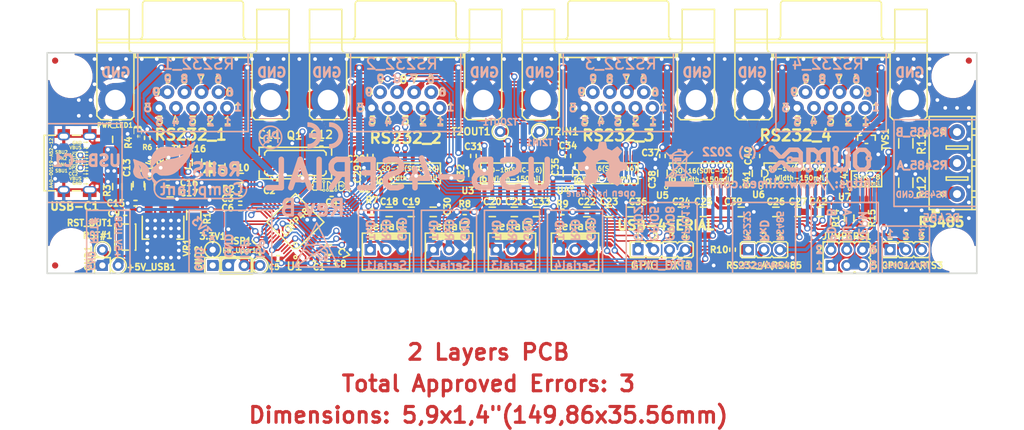
<source format=kicad_pcb>
(kicad_pcb (version 20221018) (generator pcbnew)
  (title_block (title "USB-4SERIAL") (date "2022-10-04") (rev "B") (company "OLIMEX LTD, Bulgaria") (comment 1 "(C) 2022"))
  (layers (0 "F.Cu" mixed) (31 "B.Cu" mixed) (34 "B.Paste" user) (35 "F.Paste" user) (36 "B.SilkS" user "B.Silkscreen") (37 "F.SilkS" user "F.Silkscreen") (38 "B.Mask" user) (39 "F.Mask" user) (44 "Edge.Cuts" user))
  (net 0 "")
  (net 1 "+3V3")
  (net 2 "GND")
  (net 3 "/CC2")
  (net 4 "/CC1")
  (net 5 "Net-(FID1-PadFid1)")
  (net 6 "Net-(FID2-PadFid1)")
  (net 7 "Net-(FID3-PadFid1)")
  (net 8 "Net-(USB-C1-PadB8)")
  (net 9 "Net-(USB-C1-PadA8)")
  (net 10 "/V12O")
  (net 11 "/RSVD1")
  (net 12 "Net-(PWR_LED1-Pad2)")
  (net 13 "Net-(U1-Pad4)")
  (net 14 "Net-(U1-Pad5)")
  (net 15 "Net-(U1-Pad6)")
  (net 16 "Net-(U1-Pad7)")
  (net 17 "Net-(U1-Pad8)")
  (net 18 "Net-(U1-Pad9)")
  (net 19 "Net-(U1-Pad10)")
  (net 20 "Net-(U1-Pad17)")
  (net 21 "USB_D+")
  (net 22 "USB_D-")
  (net 23 "Net-(C11-Pad1)")
  (net 24 "+5V_USB")
  (net 25 "Net-(C18-Pad2)")
  (net 26 "Net-(C18-Pad1)")
  (net 27 "Net-(C20-Pad2)")
  (net 28 "Net-(C21-Pad2)")
  (net 29 "Net-(C22-Pad2)")
  (net 30 "Net-(C22-Pad1)")
  (net 31 "Net-(C23-Pad1)")
  (net 32 "Net-(C23-Pad2)")
  (net 33 "Net-(C25-Pad2)")
  (net 34 "Net-(C26-Pad2)")
  (net 35 "/RXD0")
  (net 36 "Net-(R7-Pad2)")
  (net 37 "/TXD0")
  (net 38 "/CTS0")
  (net 39 "/RTS0")
  (net 40 "Net-(C19-Pad2)")
  (net 41 "Net-(C19-Pad1)")
  (net 42 "Net-(C20-Pad1)")
  (net 43 "Net-(C21-Pad1)")
  (net 44 "Net-(C24-Pad1)")
  (net 45 "Net-(C24-Pad2)")
  (net 46 "Net-(C25-Pad1)")
  (net 47 "Net-(C26-Pad1)")
  (net 48 "Net-(C29-Pad2)")
  (net 49 "Net-(C32-Pad2)")
  (net 50 "Net-(C35-Pad2)")
  (net 51 "Net-(C38-Pad2)")
  (net 52 "Net-(C41-Pad2)")
  (net 53 "Net-(R8-Pad2)")
  (net 54 "/RXD1")
  (net 55 "/RXD2")
  (net 56 "Net-(R9-Pad2)")
  (net 57 "/RXD3")
  (net 58 "/TXD1")
  (net 59 "/TXD2")
  (net 60 "/TXD3")
  (net 61 "/RTS2")
  (net 62 "/CTS2")
  (net 63 "/RTS1")
  (net 64 "/CTS1")
  (net 65 "/GPIO11")
  (net 66 "/GPIO8")
  (net 67 "/GPIO5")
  (net 68 "/GPIO2")
  (net 69 "/DSR0")
  (net 70 "/DCD0")
  (net 71 "/DTR0")
  (net 72 "/RST#")
  (net 73 "Net-(C12-Pad1)")
  (net 74 "Net-(C27-Pad2)")
  (net 75 "Net-(C27-Pad1)")
  (net 76 "Net-(C30-Pad2)")
  (net 77 "Net-(C33-Pad2)")
  (net 78 "Net-(C36-Pad2)")
  (net 79 "Net-(C39-Pad2)")
  (net 80 "Net-(C42-Pad2)")
  (net 81 "/ISP")
  (net 82 "/RS485_B")
  (net 83 "/RXD3_RS232")
  (net 84 "/RS485_A")
  (net 85 "/RS485_GND")
  (net 86 "/RXD3_RS485")
  (net 87 "Net-(JUMPERS1-Pad4)")
  (net 88 "Net-(JUMPERS1-Pad2)")
  (net 89 "Net-(JUMPERS1-Pad6)")
  (net 90 "Net-(R10-Pad2)")
  (net 91 "/DTE3_RTS")
  (net 92 "/DTE3_CTS")
  (net 93 "/DTE3_RD")
  (net 94 "/DTE3_TD")
  (net 95 "/DTE1_CTS")
  (net 96 "/DTE1_RTS")
  (net 97 "/DTE1_TD")
  (net 98 "/DTE1_RD")
  (net 99 "/DTE2_RD")
  (net 100 "/DTE2_TD")
  (net 101 "/DTE2_RTS")
  (net 102 "/DTE2_CTS")
  (net 103 "Net-(D1-Pad1)")
  (net 104 "/RI0#")
  (net 105 "/DTE0_RI")
  (net 106 "/DTE0_CTS")
  (net 107 "/DTE0_RTS")
  (net 108 "/DTE0_DSR")
  (net 109 "/DTE0_DTR")
  (net 110 "/DTE0_TD")
  (net 111 "/DTE0_RD")
  (net 112 "/DTE0_CD")
  (net 113 "Net-(T2IN1-Pad1)")
  (net 114 "Net-(T2OUT1-Pad1)")
  (net 115 "Net-(RS232_2-Pad9)")
  (net 116 "Net-(RS232_2-Pad6)")
  (net 117 "Net-(RS232_2-Pad4)")
  (net 118 "Net-(RS232_2-Pad1)")
  (net 119 "Net-(RS232_3-Pad9)")
  (net 120 "Net-(RS232_3-Pad6)")
  (net 121 "Net-(RS232_3-Pad4)")
  (net 122 "Net-(RS232_3-Pad1)")
  (net 123 "Net-(RS232_4-Pad9)")
  (net 124 "Net-(RS232_4-Pad6)")
  (net 125 "Net-(RS232_4-Pad4)")
  (net 126 "Net-(RS232_4-Pad1)")
  (net 127 "/RTS3")
  (net 128 "/CTS3")
  (net 129 "Net-(GPIO11\\RTS3-Pad2)")
  (footprint "OLIMEX_RLC-FP:C_0603_5MIL_DWS" (layer "F.Cu") (at 89.027 80.01 90)
    (fp_text reference "C13")
    (fp_text value "NA(22uF/6.3V/20%/X5R/C0603)")
  )
  (footprint "OLIMEX_RLC-FP:C_0402_5MIL_DWS" (layer "F.Cu") (at 113.411 91.567 180)
    (fp_text reference "C5")
    (fp_text value "100nF/10V/10%/X7R/C0402")
  )
  (footprint "OLIMEX_Other-FP:Fiducial1x3" (layer "F.Cu") (at 77.47 59.69)
    (fp_text reference "FID2" hide)
    (fp_text value "Fiducial" hide)
  )
  (footprint "OLIMEX_Other-FP:Fiducial1x3" (layer "F.Cu") (at 224.79 59.69)
    (fp_text reference "FID3" hide)
    (fp_text value "Fiducial" hide)
  )
  (footprint "OLIMEX_RLC-FP:L_0805_5MIL_DWS" (layer "F.Cu") (at 90.932 79.629 -90)
    (fp_text reference "L1")
    (fp_text value "NA(FB0805/600R/2A)")
  )
  (footprint "OLIMEX_Regulators-FP:SOT223" (layer "F.Cu") (at 94.869 86.614 90)
    (fp_text reference "VR1")
    (fp_text value "AMS1117-3.3 (INDUSTRIAL)")
  )
  (footprint "OLIMEX_RLC-FP:C_0402_5MIL_DWS" (layer "F.Cu") (at 107.315 83.439 180)
    (fp_text reference "C6")
    (fp_text value "100nF/10V/10%/X7R/C0402")
  )
  (footprint "OLIMEX_RLC-FP:C_0402_5MIL_DWS" (layer "F.Cu") (at 113.411 79.502)
    (fp_text reference "C2")
    (fp_text value "100nF/10V/10%/X7R/C0402")
  )
  (footprint "OLIMEX_RLC-FP:C_0402_5MIL_DWS" (layer "F.Cu") (at 107.315 81.915 180)
    (fp_text reference "C3")
    (fp_text value "100nF/10V/10%/X7R/C0402")
  )
  (footprint "OLIMEX_RLC-FP:C_0603_5MIL_DWS" (layer "F.Cu") (at 107.315 78.613 180)
    (fp_text reference "C10")
    (fp_text value "20pF/50V/5%/C0G/C0603")
  )
  (footprint "OLIMEX_RLC-FP:R_0603_5MIL_DWS" (layer "F.Cu") (at 87.503 80.01 90)
    (fp_text reference "R3")
    (fp_text value "5.1k/R0603")
  )
  (footprint "OLIMEX_Jumpers-FP:HN1x2_Jumper" (layer "F.Cu") (at 106.68 92.71)
    (fp_text reference "FW_Upgr1")
    (fp_text value "NA(HN1x2)" hide)
  )
  (footprint "OLIMEX_RLC-FP:C_0603_5MIL_DWS" (layer "F.Cu") (at 96.012 80.899)
    (fp_text reference "C17")
    (fp_text value "22uF/6.3V/20%/X5R/C0603")
  )
  (footprint "OLIMEX_RLC-FP:C_0603_5MIL_DWS" (layer "F.Cu") (at 131.318 84.074)
    (fp_text reference "C18")
    (fp_text value "100nF/50V/20%/Y5V/C0603")
  )
  (footprint "OLIMEX_RLC-FP:C_0603_5MIL_DWS" (layer "F.Cu") (at 197.231 84.074)
    (fp_text reference "C27")
    (fp_text value "100nF/50V/20%/Y5V/C0603")
  )
  (footprint "OLIMEX_RLC-FP:C_0603_5MIL_DWS" (layer "F.Cu") (at 190.627 77.851 -90)
    (fp_text reference "C41")
    (fp_text value "100nF/50V/20%/Y5V/C0603")
  )
  (footprint "OLIMEX_IC-FP:SO-16" (layer "F.Cu") (at 196.85 77.851)
    (fp_text reference "U6")
    (fp_text value "ST3232BDR(SO-16)")
  )
  (footprint "OLIMEX_Other-FP:Mounting_Hole_Drill-3.3mm_Clerance-7mm" (layer "F.Cu") (at 80.01 90.17)
    (fp_text reference "MH1" hide)
    (fp_text value "Mounting_Hole_NPTH" hide)
  )
  (footprint "OLIMEX_Other-FP:Mounting_Hole_Drill-3.3mm_Clerance-7mm" (layer "F.Cu") (at 222.25 90.17)
    (fp_text reference "MH2" hide)
    (fp_text value "Mounting_Hole_NPTH" hide)
  )
  (footprint "OLIMEX_Other-FP:Mounting_Hole_Drill-3.3mm_Clerance-7mm" (layer "F.Cu") (at 222.25 62.23)
    (fp_text reference "MH3" hide)
    (fp_text value "Mounting_Hole_NPTH" hide)
  )
  (footprint "OLIMEX_Other-FP:Mounting_Hole_Drill-3.3mm_Clerance-7mm" (layer "F.Cu") (at 80.01 62.23)
    (fp_text reference "MH4" hide)
    (fp_text value "Mounting_Hole_NPTH" hide)
  )
  (footprint "OLIMEX_RLC-FP:C_0402_5MIL_DWS" (layer "F.Cu") (at 90.424 82.677)
    (fp_text reference "C15")
    (fp_text value "100nF/10V/10%/X7R/C0402")
  )
  (footprint "OLIMEX_Connectors-FP:MK-D-03-LF(WF3S)_(CI3103P1V00_CVILUX)" (layer "F.Cu") (at 140.97 90.17)
    (fp_text reference "Serial2")
    (fp_text value "MK-D-03-LF(WF3S)" hide)
  )
  (footprint "OLIMEX_RLC-FP:C_0603_5MIL_DWS" (layer "F.Cu") (at 134.874 84.074)
    (fp_text reference "C19")
    (fp_text value "100nF/50V/20%/Y5V/C0603")
  )
  (footprint "OLIMEX_RLC-FP:C_0603_5MIL_DWS" (layer "F.Cu") (at 147.955 84.074)
    (fp_text reference "C20")
    (fp_text value "100nF/50V/20%/Y5V/C0603")
  )
  (footprint "OLIMEX_RLC-FP:C_0603_5MIL_DWS" (layer "F.Cu") (at 200.787 84.074 180)
    (fp_text reference "C42")
    (fp_text value "100nF/50V/20%/Y5V/C0603")
  )
  (footprint "OLIMEX_RLC-FP:C_0603_5MIL_DWS" (layer "F.Cu") (at 128.27 77.851 -90)
    (fp_text reference "C29")
    (fp_text value "100nF/50V/20%/Y5V/C0603")
  )
  (footprint "OLIMEX_RLC-FP:R_0402_5MIL_DWS" (layer "F.Cu") (at 128.524 84.074 180)
    (fp_text reference "R7")
    (fp_text value "330R/R0402")
  )
  (footprint "OLIMEX_IC-FP:SO-16" (layer "F.Cu") (at 134.500621 77.851)
    (fp_text reference "U2")
    (fp_text value "ST3232BDR(SO-16)")
  )
  (footprint "OLIMEX_RLC-FP:C_0603_5MIL_DWS" (layer "F.Cu") (at 163.195 84.091001)
    (fp_text reference "C22")
    (fp_text value "100nF/50V/20%/Y5V/C0603")
  )
  (footprint "OLIMEX_RLC-FP:C_0603_5MIL_DWS" (layer "F.Cu") (at 166.751 84.091001)
    (fp_text reference "C23")
    (fp_text value "100nF/50V/20%/Y5V/C0603")
  )
  (footprint "OLIMEX_RLC-FP:C_0603_5MIL_DWS" (layer "F.Cu") (at 178.435 84.074)
    (fp_text reference "C24")
    (fp_text value "100nF/50V/20%/Y5V/C0603")
  )
  (footprint "OLIMEX_RLC-FP:C_0603_5MIL_DWS" (layer "F.Cu") (at 181.991 84.074)
    (fp_text reference "C25")
    (fp_text value "100nF/50V/20%/Y5V/C0603")
  )
  (footprint "OLIMEX_RLC-FP:C_0603_5MIL_DWS" (layer "F.Cu") (at 138.43 84.074 180)
    (fp_text reference "C30")
    (fp_text value "100nF/50V/20%/Y5V/C0603")
  )
  (footprint "OLIMEX_RLC-FP:C_0603_5MIL_DWS" (layer "F.Cu") (at 144.907 77.851 -90)
    (fp_text reference "C32")
    (fp_text value "100nF/50V/20%/Y5V/C0603")
  )
  (footprint "OLIMEX_RLC-FP:C_0603_5MIL_DWS" (layer "F.Cu") (at 155.067 84.074 180)
    (fp_text reference "C33")
    (fp_text value "100nF/50V/20%/Y5V/C0603")
  )
  (footprint "OLIMEX_RLC-FP:C_0603_5MIL_DWS" (layer "F.Cu") (at 170.307 84.074 180)
    (fp_text reference "C36")
    (fp_text value "100nF/50V/20%/Y5V/C0603")
  )
  (footprint "OLIMEX_RLC-FP:R_0402_5MIL_DWS" (layer "F.Cu") (at 143.51 84.074)
    (fp_text reference "R8")
    (fp_text value "330R/R0402")
  )
  (footprint "OLIMEX_Connectors-FP:MK-D-03-LF(WF3S)_(CI3103P1V00_CVILUX)" (layer "F.Cu") (at 151.13 90.17)
    (fp_text reference "Serial3")
    (fp_text value "MK-D-03-LF(WF3S)" hide)
  )
  (footprint "OLIMEX_Connectors-FP:MK-D-03-LF(WF3S)_(CI3103P1V00_CVILUX)" (layer "F.Cu") (at 161.29 90.17)
    (fp_text reference "Serial4")
    (fp_text value "MK-D-03-LF(WF3S)" hide)
  )
  (footprint "OLIMEX_IC-FP:SO-16" (layer "F.Cu") (at 166.37 77.851)
    (fp_text reference "U4")
    (fp_text value "ST3232BDR(SO-16)")
  )
  (footprint "OLIMEX_IC-FP:SO-16" (layer "F.Cu") (at 181.61 77.851)
    (fp_text reference "U5")
    (fp_text value "ST3232BDR(SO-16)")
  )
  (footprint "OLIMEX_Buttons-FP:YTS-A016-X" (layer "F.Cu") (at 88.773 88.138 90)
    (fp_text reference "RST_BUT1")
    (fp_text value "YTS-A016-X" hide)
  )
  (footprint "OLIMEX_RLC-FP:C_0402_5MIL_DWS" (layer "F.Cu") (at 88.773 84.201 180)
    (fp_text reference "C9")
    (fp_text value "100nF/10V/10%/X7R/C0402")
  )
  (footprint "OLIMEX_RLC-FP:C_0402_5MIL_DWS" (layer "F.Cu") (at 95.631 79.375 180)
    (fp_text reference "C16")
    (fp_text value "100nF/10V/10%/X7R/C0402")
  )
  (footprint "OLIMEX_RLC-FP:C_0603_5MIL_DWS" (layer "F.Cu") (at 188.087 84.074 180)
    (fp_text reference "C39")
    (fp_text value "100nF/50V/20%/Y5V/C0603")
  )
  (footprint "OLIMEX_RLC-FP:R_1206_5MIL_DWS" (layer "F.Cu") (at 214.63 73.025 90)
    (fp_text reference "R11")
    (fp_text value "120R/R1206")
  )
  (footprint "OLIMEX_RLC-FP:R_0402_5MIL_DWS" (layer "F.Cu") (at 95.631 77.47 90)
    (fp_text reference "R13")
    (fp_text value "12k/R0402")
  )
  (footprint "OLIMEX_RLC-FP:R_1206_5MIL_DWS" (layer "F.Cu") (at 99.822 84.582 -90)
    (fp_text reference "R1")
    (fp_text value "120R/R1206")
  )
  (footprint "OLIMEX_RLC-FP:R_0603_5MIL_DWS" (layer "F.Cu") (at 87.503 72.39 -90)
    (fp_text reference "R4")
    (fp_text value "5.1k/R0603")
  )
  (footprint "OLIMEX_RLC-FP:R_0402_5MIL_DWS" (layer "F.Cu") (at 186.69 90.17 90)
    (fp_text reference "R10")
    (fp_text value "330R/R0402")
  )
  (footprint "OLIMEX_RLC-FP:R_1206_5MIL_DWS" (layer "F.Cu") (at 214.63 79.375 -90)
    (fp_text reference "R12")
    (fp_text value "120R/R1206")
  )
  (footprint "OLIMEX_TestPoints-FP:TP_PTH-CIRCLE" (layer "F.Cu") (at 102.87 90.17)
    (fp_text reference "3.3V1")
    (fp_text value "TESTPAD" hide)
  )
  (footprint "OLIMEX_TestPoints-FP:TP_PTH-SQUARE" (layer "F.Cu") (at 85.09 92.71)
    (fp_text reference "GND1")
    (fp_text value "TESTPAD" hide)
  )
  (footprint "OLIMEX_TestPoints-FP:TP_PTH-SQUARE" (layer "F.Cu") (at 102.87 92.71)
    (fp_text reference "GND2")
    (fp_text value "TESTPAD" hide)
  )
  (footprint "OLIMEX_Diodes-FP:SOD-123_1C-2A_KA" (layer "F.Cu") (at 102.362 77.089 -90)
    (fp_text reference "D1")
    (fp_text value "1N5819S4(SOD-123)")
  )
  (footprint "OLIMEX_Transistors-FP:SOT23" (layer "F.Cu") (at 97.79 76.454 90)
    (fp_text reference "T1")
    (fp_text value "LMUN2211LT1G(SOT-23)")
  )
  (footprint "OLIMEX_TestPoints-FP:TP_PTH-CIRCLE" (layer "F.Cu") (at 155.575 71.12)
    (fp_text reference "T2IN1")
    (fp_text value "TESTPAD" hide)
  )
  (footprint "OLIMEX_TestPoints-FP:TP_PTH-CIRCLE" (layer "F.Cu") (at 149.225 71.12)
    (fp_text reference "T2OUT1")
    (fp_text value "TESTPAD" hide)
  )
  (footprint "OLIMEX_TestPoints-FP:TP_PTH-CIRCLE" (layer "F.Cu") (at 110.49 92.71)
    (fp_text reference "ISP1")
    (fp_text value "TESTPAD" hide)
  )
  (footprint "OLIMEX_RLC-FP:R_0603_5MIL_DWS" (layer "F.Cu") (at 205.486 85.09 -90)
    (fp_text reference "R14")
    (fp_text value "4.7k/R0603")
  )
  (footprint "OLIMEX_RLC-FP:R_0603_5MIL_DWS" (layer "F.Cu") (at 207.01 85.09 -90)
    (fp_text reference "R15")
    (fp_text value "4.7k/R0603")
  )
  (footprint "OLIMEX_RLC-FP:R_0603_5MIL_DWS" (layer "F.Cu") (at 100.33 76.073 90)
    (fp_text reference "R16")
    (fp_text value "4.7k/R0603")
  )
  (footprint "OLIMEX_Connectors-FP:DB9_BMR(MALE)" (layer "F.Cu") (at 133.985 66.04)
    (fp_text reference "RS232_2")
    (fp_text value "DB9_BMR(MALE)")
  )
  (footprint "OLIMEX_Connectors-FP:DB9_BMR(MALE)" (layer "F.Cu") (at 168.275 66.04)
    (fp_text reference "RS232_3")
    (fp_text value "DB9_BMR(MALE)")
  )
  (footprint "OLIMEX_Connectors-FP:DB9_BMR(MALE)" (layer "F.Cu") (at 202.565 66.04)
    (fp_text reference "RS232_4")
    (fp_text value "DB9_BMR(MALE)")
  )
  (footprint "OLIMEX_LEDs-FP:LED_0603_KA" (layer "F.Cu") (at 90.805 71.882 -90)
    (fp_text reference "PWR_LED1")
    (fp_text value "LED/Red/0603")
  )
  (footprint "OLIMEX_RLC-FP:R_0402_5MIL_DWS" (layer "F.Cu") (at 92.329 72.136 -90)
    (fp_text reference "R6")
    (fp_text value "330R/R0402")
  )
  (footprint "OLIMEX_Connectors-FP:HN2x3" (layer "F.Cu") (at 205.105 91.44)
    (fp_text reference "JUMPERS1")
    (fp_text value "HN2x3(Closed)")
  )
  (footprint "OLIMEX_Connectors-FP:TB3-5mm" (layer "F.Cu") (at 222.885 76.2 -90)
    (fp_text reference "RS485")
    (fp_text value "TB3-5MM(DG306-5.0-03P-12-00AH__DEGSON)")
  )
  (footprint "OLIMEX_Connectors-FP:MK-D-03-LF(WF3S)_(CI3103P1V00_CVILUX)" (layer "F.Cu") (at 130.81 90.17)
    (fp_text reference "Serial1")
    (fp_text value "MK-D-03-LF(WF3S)" hide)
  )
  (footprint "OLIMEX_IC-FP:SO-16" (layer "F.Cu") (at 151.13 77.851)
    (fp_text reference "U3")
    (fp_text value "ST3232BDR(SO-16)")
  )
  (footprint "OLIMEX_Other-FP:Fiducial1x3" (layer "F.Cu") (at 77.47 92.71)
    (fp_text reference "FID1" hide)
    (fp_text value "Fiducial" hide)
  )
  (footprint "OLIMEX_RLC-FP:C_0402_5MIL_DWS" (layer "F.Cu") (at 119.253 91.567)
    (fp_text reference "C1")
    (fp_text value "100nF/10V/10%/X7R/C0402")
  )
  (footprint "OLIMEX_IC-FP:LQFP48" (layer "F.Cu") (at 116.205 85.725 45)
    (fp_text reference "U1")
    (fp_text value "CH9344L(LQFP-48)")
  )
  (footprint "OLIMEX_RLC-FP:C_0402_5MIL_DWS" (layer "F.Cu") (at 121.539 91.567)
    (fp_text reference "C8")
    (fp_text value "2.2uF/6.3V/20%/X5R/C0402")
  )
  (footprint "OLIMEX_Crystal-FP:Q_49U3HMS" (layer "F.Cu") (at 116.205 76.2)
    (fp_text reference "Q1")
    (fp_text value "Q30MHz/20pF/30ppm/2P/HC49-SM(SMD)")
  )
  (footprint "OLIMEX_RLC-FP:C_0603_5MIL_DWS" (layer "F.Cu") (at 121.539 90.17)
    (fp_text reference "C7")
    (fp_text value "1uF/10V/10%/X5R/C0603")
  )
  (footprint "OLIMEX_RLC-FP:C_0402_5MIL_DWS" (layer "F.Cu") (at 112.014 73.025)
    (fp_text reference "C11")
    (fp_text value "39pF/50V/5%/C0G/C0402")
  )
  (footprint "OLIMEX_RLC-FP:C_0402_5MIL_DWS" (layer "F.Cu") (at 120.396 73.025 180)
    (fp_text reference "C12")
    (fp_text value "39pF/50V/5%/C0G/C0402")
  )
  (footprint "OLIMEX_RLC-FP:C_0402_5MIL_DWS" (layer "F.Cu") (at 128.27 75.057 90)
    (fp_text reference "C28")
    (fp_text value "100nF/10V/10%/X7R/C0402")
  )
  (footprint "OLIMEX_RLC-FP:C_0402_5MIL_DWS" (layer "F.Cu") (at 160.147 75.057 90)
    (fp_text reference "C34")
    (fp_text value "100nF/10V/10%/X7R/C0402")
  )
  (footprint "OLIMEX_RLC-FP:C_0402_5MIL_DWS" (layer "F.Cu") (at 175.387 75.057 90)
    (fp_text reference "C37")
    (fp_text value "100nF/10V/10%/X7R/C0402")
  )
  (footprint "OLIMEX_RLC-FP:C_0402_5MIL_DWS" (layer "F.Cu") (at 190.627 75.057 90)
    (fp_text reference "C40")
    (fp_text value "100nF/10V/10%/X7R/C0402")
  )
  (footprint "OLIMEX_RLC-FP:R_0402_5MIL_DWS" (layer "F.Cu") (at 159.258 84.074)
    (fp_text reference "R9")
    (fp_text value "330R/R0402")
  )
  (footprint "OLIMEX_RLC-FP:C_0402_5MIL_DWS" (layer "F.Cu") (at 122.047 81.153)
    (fp_text reference "C4")
    (fp_text value "100nF/10V/10%/X7R/C0402")
  )
  (footprint "OLIMEX_RLC-FP:C_0402_5MIL_DWS" (layer "F.Cu") (at 144.907 75.057 90)
    (fp_text reference "C31")
    (fp_text value "100nF/10V/10%/X7R/C0402")
  )
  (footprint "OLIMEX_RLC-FP:C_0603_5MIL_DWS" (layer "F.Cu") (at 151.511 84.074)
    (fp_text reference "C21")
    (fp_text value "100nF/50V/20%/Y5V/C0603")
  )
  (footprint "OLIMEX_RLC-FP:C_0603_5MIL_DWS" (layer "F.Cu") (at 160.147 77.851 -90)
    (fp_text reference "C35")
    (fp_text value "100nF/50V/20%/Y5V/C0603")
  )
  (footprint "OLIMEX_RLC-FP:C_0603_5MIL_DWS" (layer "F.Cu") (at 175.387 77.851 -90)
    (fp_text reference "C38")
    (fp_text value "100nF/50V/20%/Y5V/C0603")
  )
  (footprint "OLIMEX_RLC-FP:C_0603_5MIL_DWS" (layer "F.Cu") (at 193.675 84.074)
    (fp_text reference "C26")
    (fp_text value "100nF/50V/20%/Y5V/C0603")
  )
  (footprint "OLIMEX_Signs-FP:Logo_OLIMEX_SMALL_TB" (layer "F.Cu") (at 121.92 79.883)
    (fp_text reference "Logo_OLIMEX_SMALL_TB")
    (fp_text value "Logo_OLIMEX_SMALL_TB")
  )
  (footprint "OLIMEX_Connectors-FP:DB9_BMR(MALE)" (layer "F.Cu") (at 99.695 66.04)
    (fp_text reference "RS232_1")
    (fp_text value "DB9_BMR(MALE)")
  )
  (footprint "OLIMEX_Diodes-FP:SOT23-3" (layer "F.Cu") (at 208.28 72.39 -90)
    (fp_text reference "TVS1")
    (fp_text value "ESD5302F-3/TR(SOT-23-3)")
  )
  (footprint "OLIMEX_RLC-FP:C_0402_5MIL_DWS" (layer "F.Cu") (at 204.978 75.946 90)
    (fp_text reference "C43")
    (fp_text value "100nF/10V/10%/X7R/C0402")
  )
  (footprint "OLIMEX_IC-FP:SOIC-8_150mil" (layer "F.Cu") (at 208.28 78.74)
    (fp_text reference "U7")
    (fp_text value "YD3082EESA(SOIC-8_150mil)")
  )
  (footprint "OLIMEX_Jumpers-FP:JP2" (layer "F.Cu") (at 191.77 90.17)
    (fp_text reference "RS232_4\\RS485")
    (fp_text value "HN1x3(1-2:Opened;2-3:Closed)")
  )
  (footprint "OLIMEX_Connectors-FP:HN1x4" (layer "F.Cu") (at 175.26 90.17)
    (fp_text reference "GPIO_EXT1")
    (fp_text value "NA(HN1x4)")
  )
  (footprint "OLIMEX_RLC-FP:R_0402_5MIL_DWS" (layer "F.Cu") (at 107.315 80.391)
    (fp_text reference "R2")
    (fp_text value "12k/R0402")
  )
  (footprint "OLIMEX_Connectors-FP:USB2.0_TYPE-C(A40-00119-A52-12)" (layer "F.Cu") (at 80.01 76.2 180)
    (fp_text reference "USB-C1")
    (fp_text value "USB-C-16P-F(A40-00119-A52-12)")
  )
  (footprint "OLIMEX_RLC-FP:C_0603_5MIL_DWS" (layer "F.Cu") (at 92.71 80.01 90)
    (fp_text reference "C14")
    (fp_text value "22uF/6.3V/20%/X5R/C0603")
  )
  (footprint "OLIMEX_TestPoints-FP:TP_PTH-CIRCLE" (layer "F.Cu") (at 87.63 92.71 180)
    (fp_text reference "+5V_USB1")
    (fp_text value "TESTPAD" hide)
  )
  (footprint "OLIMEX_TestPoints-FP:TP_PTH-CIRCLE" (layer "F.Cu") (at 85.09 90.17 180)
    (fp_text reference "RST#1")
    (fp_text value "TESTPAD" hide)
  )
  (footprint "OLIMEX_Jumpers-FP:JP2" (layer "F.Cu") (at 214.63 90.17)
    (fp_text reference "GPIO11\\RTS3")
    (fp_text value "HN1x3(1-2:Opened;2-3:Closed)")
  )
  (footprint "OLIMEX_Signs-FP:CE_Sign" (layer "B.Cu") (at 120.015 71.755 180)
    (fp_text reference "Sign_CE" hide)
    (fp_text value "CE_Sign" hide)
  )
  (footprint "OLIMEX_Signs-FP:Logo_OLIMEX_TB" (layer "B.Cu") (at 200.66 75.565 180)
    (fp_text reference "Logo_OLIMEX_TB" hide)
    (fp_text value "Logo_OLIMEX_TB" hide)
  )
  (footprint "OLIMEX_Signs-FP:Sign_Antistatic" (layer "B.Cu") (at 123.19 92.964 180)
    (fp_text reference "Sign_Antistatic" hide)
    (fp_text value "Sign_Antistatic" hide)
  )
  (footprint "OLIMEX_Signs-FP:Sign_OSHW_8x8" (layer "B.Cu") (at 165.735 76.835 180)
    (fp_text reference "Sign_OSHW_8x8" hide)
    (fp_text value "Sign_OSHW_8x8" hide)
  )
  (footprint "OLIMEX_Signs-FP:Sign_PB-Free" (layer "B.Cu") (at 112.395 71.755)
    (fp_text reference "Sign_PB-Free")
    (fp_text value "Sign_PB-Free")
  )
  (footprint "OLIMEX_Signs-FP:Sign_RecycleBin_1" (layer "B.Cu") (at 180.467 80.01 180)
    (fp_text reference "Sign_RecycleBin_1" hide)
    (fp_text value "Sign_RecycleBin_1" hide)
  )
  (footprint "OLIMEX_Signs-FP:Sign_RoHS_1" (layer "B.Cu") (at 107.315 81.28 180)
    (fp_text reference "Sign_RoHS_1" hide)
    (fp_text value "Sign_RoHS_1" hide)
  )
  (gr_line (start 142.875 71.12) (end 142.875 58.42) (stroke (width 0.254)) (layer "B.SilkS"))
  (gr_line (start 125.095 71.12) (end 142.875 71.12) (stroke (width 0.254)) (layer "B.SilkS"))
  (gr_line (start 125.095 58.42) (end 125.095 71.12) (stroke (width 0.254)) (layer "B.SilkS"))
  (gr_line (start 193.675 58.42) (end 193.675 71.12) (stroke (width 0.254)) (layer "B.SilkS"))
  (gr_line (start 211.455 71.12) (end 211.455 58.42) (stroke (width 0.254)) (layer "B.SilkS"))
  (gr_line (start 193.675 71.12) (end 211.455 71.12) (stroke (width 0.254)) (layer "B.SilkS"))
  (gr_line (start 159.385 71.12) (end 177.165 71.12) (stroke (width 0.254)) (layer "B.SilkS"))
  (gr_line (start 177.165 71.12) (end 177.165 58.42) (stroke (width 0.254)) (layer "B.SilkS"))
  (gr_line (start 159.385 58.42) (end 159.385 71.12) (stroke (width 0.254)) (layer "B.SilkS"))
  (gr_line (start 180.975 82.55) (end 180.975 93.98) (stroke (width 0.254)) (layer "B.SilkS"))
  (gr_line (start 169.545 82.55) (end 180.975 82.55) (stroke (width 0.254)) (layer "B.SilkS"))
  (gr_line (start 169.545 93.98) (end 169.545 82.55) (stroke (width 0.254)) (layer "B.SilkS"))
  (gr_line (start 210.82 86.36) (end 210.82 93.98) (stroke (width 0.254)) (layer "B.SilkS"))
  (gr_line (start 218.44 86.36) (end 218.44 93.98) (stroke (width 0.254)) (layer "B.SilkS"))
  (gr_line (start 210.82 86.36) (end 218.44 86.36) (stroke (width 0.254)) (layer "B.SilkS"))
  (gr_line (start 165.735 83.82) (end 165.735 93.98) (stroke (width 0.254)) (layer "B.SilkS"))
  (gr_line (start 210.185 82.55) (end 210.185 93.98) (stroke (width 0.254)) (layer "B.SilkS"))
  (gr_line (start 90.805 58.42) (end 90.805 71.12) (stroke (width 0.254)) (layer "B.SilkS"))
  (gr_line (start 212.725 69.215) (end 212.725 83.185) (stroke (width 0.254)) (layer "B.SilkS"))
  (gr_line (start 90.805 71.12) (end 108.585 71.12) (stroke (width 0.254)) (layer "B.SilkS"))
  (gr_line (start 76.2 69.85) (end 88.265 69.85) (stroke (width 0.254)) (layer "B.SilkS"))
  (gr_line (start 212.725 83.185) (end 226.06 83.185) (stroke (width 0.254)) (layer "B.SilkS"))
  (gr_line (start 89.535 83.82) (end 82.55 83.82) (stroke (width 0.254)) (layer "B.SilkS"))
  (gr_line (start 99.06 83.82) (end 99.06 93.98) (stroke (width 0.254)) (layer "B.SilkS"))
  (gr_line (start 126.365 93.98) (end 126.365 83.82) (stroke (width 0.254)) (layer "B.SilkS"))
  (gr_line (start 199.39 82.55) (end 210.185 82.55) (stroke (width 0.254)) (layer "B.SilkS"))
  (gr_line (start 146.685 83.82) (end 155.575 83.82) (stroke (width 0.254)) (layer "B.SilkS"))
  (gr_line (start 126.365 83.82) (end 135.255 83.82) (stroke (width 0.254)) (layer "B.SilkS"))
  (gr_line (start 136.525 83.82) (end 145.415 83.82) (stroke (width 0.254)) (layer "B.SilkS"))
  (gr_line (start 186.69 93.98) (end 186.69 82.55) (stroke (width 0.254)) (layer "B.SilkS"))
  (gr_line (start 89.535 93.98) (end 89.535 83.82) (stroke (width 0.254)) (layer "B.SilkS"))
  (gr_line (start 156.845 83.82) (end 165.735 83.82) (stroke (width 0.254)) (layer "B.SilkS"))
  (gr_line (start 145.415 83.82) (end 145.415 93.98) (stroke (width 0.254)) (layer "B.SilkS"))
  (gr_line (start 112.395 83.82) (end 99.06 83.82) (stroke (width 0.254)) (layer "B.SilkS"))
  (gr_line (start 155.575 83.82) (end 155.575 93.98) (stroke (width 0.254)) (layer "B.SilkS"))
  (gr_line (start 112.395 93.98) (end 112.395 83.82) (stroke (width 0.254)) (layer "B.SilkS"))
  (gr_line (start 186.69 82.55) (end 196.85 82.55) (stroke (width 0.254)) (layer "B.SilkS"))
  (gr_line (start 135.255 83.82) (end 135.255 93.98) (stroke (width 0.254)) (layer "B.SilkS"))
  (gr_line (start 136.525 93.98) (end 136.525 83.82) (stroke (width 0.254)) (layer "B.SilkS"))
  (gr_line (start 156.845 93.98) (end 156.845 83.82) (stroke (width 0.254)) (layer "B.SilkS"))
  (gr_line (start 82.55 83.82) (end 82.55 93.98) (stroke (width 0.254)) (layer "B.SilkS"))
  (gr_line (start 108.585 71.12) (end 108.585 58.42) (stroke (width 0.254)) (layer "B.SilkS"))
  (gr_line (start 126.365 84.455) (end 126.365 83.82) (stroke (width 0.254)) (layer "B.SilkS"))
  (gr_line (start 146.685 93.98) (end 146.685 83.82) (stroke (width 0.254)) (layer "B.SilkS"))
  (gr_line (start 196.85 82.55) (end 196.85 93.98) (stroke (width 0.254)) (layer "B.SilkS"))
  (gr_line (start 88.265 82.55) (end 76.2 82.55) (stroke (width 0.254)) (layer "B.SilkS"))
  (gr_line (start 199.39 93.98) (end 199.39 82.55) (stroke (width 0.254)) (layer "B.SilkS"))
  (gr_line (start 226.06 69.215) (end 212.725 69.215) (stroke (width 0.254)) (layer "B.SilkS"))
  (gr_line (start 88.265 69.85) (end 88.265 82.55) (stroke (width 0.254)) (layer "B.SilkS"))
  (gr_line (start 95.631 76.454) (end 95.885 76.2) (stroke (width 0.254)) (layer "F.SilkS"))
  (gr_line (start 110.49 91.059) (end 110.744 90.678) (stroke (width 0.254)) (layer "F.SilkS"))
  (gr_line (start 95.631 76.454) (end 95.377 76.2) (stroke (width 0.254)) (layer "F.SilkS"))
  (gr_line (start 110.49 91.059) (end 110.236 90.678) (stroke (width 0.254)) (layer "F.SilkS"))
  (gr_line (start 110.49 89.916) (end 110.49 91.059) (stroke (width 0.254)) (layer "F.SilkS"))
  (gr_line (start 95.631 76.454) (end 95.631 75.819) (stroke (width 0.254)) (layer "F.SilkS"))
  (gr_line (start 109.22 88.646) (end 110.49 89.916) (stroke (width 0.254)) (layer "F.SilkS"))
  (gr_line (start 95.631 75.819) (end 95.377 75.565) (stroke (width 0.254)) (layer "F.SilkS"))
  (gr_line (start 226.06 58.42) (end 76.2 58.42) (stroke (width 0.254)) (layer "Edge.Cuts"))
  (gr_line (start 226.06 93.98) (end 226.06 58.42) (stroke (width 0.254)) (layer "Edge.Cuts"))
  (gr_line (start 76.2 93.98) (end 226.06 93.98) (stroke (width 0.254)) (layer "Edge.Cuts"))
  (gr_line (start 76.2 58.42) (end 76.2 93.98) (stroke (width 0.254)) (layer "Edge.Cuts"))
  (gr_text "2 Layers PCB" (at 147.32 106.68) (layer "F.Cu") (effects (font (size 2.54 2.54) (thickness 0.508))))
  (gr_text "Dimensions: 5,9x1,4\"(149,86x35.56mm)" (at 147.32 116.84) (layer "F.Cu") (effects (font (size 2.54 2.54) (thickness 0.508))))
  (gr_text "Total Approved Errors: 3" (at 147.32 111.76) (layer "F.Cu") (effects (font (size 2.54 2.54) (thickness 0.508))))
  (gr_text "(C) 2022" (at 186.182 74.422) (layer "B.SilkS") (effects (font (size 1.27 1.27) (thickness 0.3175)) (justify mirror)))
  (gr_text "https://www.olimex.com/" (at 195.453 79.502) (layer "B.SilkS") (effects (font (size 1.397 1.397) (thickness 0.3048)) (justify mirror)))
  (gr_text "RS232_1" (at 100.584 60.198) (layer "B.SilkS") (effects (font (size 1.778 1.778) (thickness 0.3048)) (justify mirror)))
  (gr_text "1" (at 105.283 69.596) (layer "B.SilkS") (effects (font (size 1.27 1.27) (thickness 0.3048)) (justify mirror)))
  (gr_text "2" (at 102.489 69.596) (layer "B.SilkS") (effects (font (size 1.27 1.27) (thickness 0.3048)) (justify mirror)))
  (gr_text "3" (at 99.568 69.596) (layer "B.SilkS") (effects (font (size 1.27 1.27) (thickness 0.3048)) (justify mirror)))
  (gr_text "4" (at 96.901 69.596) (layer "B.SilkS") (effects (font (size 1.27 1.27) (thickness 0.3048)) (justify mirror)))
  (gr_text "5" (at 94.234 69.596) (layer "B.SilkS") (effects (font (size 1.27 1.27) (thickness 0.3048)) (justify mirror)))
  (gr_text "5" (at 92.329 67.31) (layer "B.SilkS") (effects (font (size 1.27 1.27) (thickness 0.3048)) (justify mirror)))
  (gr_text "1" (at 106.934 67.183) (layer "B.SilkS") (effects (font (size 1.27 1.27) (thickness 0.3048)) (justify mirror)))
  (gr_text "6" (at 105.664 64.77) (layer "B.SilkS") (effects (font (size 1.27 1.27) (thickness 0.3048)) (justify mirror)))
  (gr_text "6" (at 103.759 62.611) (layer "B.SilkS") (effects (font (size 1.27 1.27) (thickness 0.3048)) (justify mirror)))
  (gr_text "7" (at 100.965 62.611) (layer "B.SilkS") (effects (font (size 1.27 1.27) (thickness 0.3048)) (justify mirror)))
  (gr_text "8" (at 98.298 62.611) (layer "B.SilkS") (effects (font (size 1.27 1.27) (thickness 0.3048)) (justify mirror)))
  (gr_text "9" (at 95.631 62.611) (layer "B.SilkS") (effects (font (size 1.27 1.27) (thickness 0.3048)) (justify mirror)))
  (gr_text "9" (at 93.726 64.77) (layer "B.SilkS") (effects (font (size 1.27 1.27) (thickness 0.3048)) (justify mirror)))
  (gr_text "9" (at 129.921 62.611) (layer "B.SilkS") (effects (font (size 1.27 1.27) (thickness 0.3048)) (justify mirror)))
  (gr_text "RS232_2" (at 133.35 60.198) (layer "B.SilkS") (effects (font (size 1.778 1.778) (thickness 0.3048)) (justify mirror)))
  (gr_text "3" (at 133.858 69.596) (layer "B.SilkS") (effects (font (size 1.27 1.27) (thickness 0.3048)) (justify mirror)))
  (gr_text "2" (at 136.779 69.596) (layer "B.SilkS") (effects (font (size 1.27 1.27) (thickness 0.3048)) (justify mirror)))
  (gr_text "8" (at 132.588 62.611) (layer "B.SilkS") (effects (font (size 1.27 1.27) (thickness 0.3048)) (justify mirror)))
  (gr_text "7" (at 135.255 62.611) (layer "B.SilkS") (effects (font (size 1.27 1.27) (thickness 0.3048)) (justify mirror)))
  (gr_text "4" (at 131.191 69.596) (layer "B.SilkS") (effects (font (size 1.27 1.27) (thickness 0.3048)) (justify mirror)))
  (gr_text "9" (at 128.016 64.77) (layer "B.SilkS") (effects (font (size 1.27 1.27) (thickness 0.3048)) (justify mirror)))
  (gr_text "6" (at 139.954 64.77) (layer "B.SilkS") (effects (font (size 1.27 1.27) (thickness 0.3048)) (justify mirror)))
  (gr_text "1" (at 139.573 69.596) (layer "B.SilkS") (effects (font (size 1.27 1.27) (thickness 0.3048)) (justify mirror)))
  (gr_text "5" (at 126.619 67.31) (layer "B.SilkS") (effects (font (size 1.27 1.27) (thickness 0.3048)) (justify mirror)))
  (gr_text "6" (at 138.049 62.611) (layer "B.SilkS") (effects (font (size 1.27 1.27) (thickness 0.3048)) (justify mirror)))
  (gr_text "1" (at 141.224 67.183) (layer "B.SilkS") (effects (font (size 1.27 1.27) (thickness 0.3048)) (justify mirror)))
  (gr_text "5" (at 128.524 69.596) (layer "B.SilkS") (effects (font (size 1.27 1.27) (thickness 0.3048)) (justify mirror)))
  (gr_text "1" (at 208.153 69.596) (layer "B.SilkS") (effects (font (size 1.27 1.27) (thickness 0.3048)) (justify mirror)))
  (gr_text "8" (at 201.168 62.611) (layer "B.SilkS") (effects (font (size 1.27 1.27) (thickness 0.3048)) (justify mirror)))
  (gr_text "6" (at 206.629 62.611) (layer "B.SilkS") (effects (font (size 1.27 1.27) (thickness 0.3048)) (justify mirror)))
  (gr_text "5" (at 197.104 69.596) (layer "B.SilkS") (effects (font (size 1.27 1.27) (thickness 0.3048)) (justify mirror)))
  (gr_text "3" (at 202.438 69.596) (layer "B.SilkS") (effects (font (size 1.27 1.27) (thickness 0.3048)) (justify mirror)))
  (gr_text "6" (at 208.534 64.77) (layer "B.SilkS") (effects (font (size 1.27 1.27) (thickness 0.3048)) (justify mirror)))
  (gr_text "7" (at 203.835 62.611) (layer "B.SilkS") (effects (font (size 1.27 1.27) (thickness 0.3048)) (justify mirror)))
  (gr_text "4" (at 199.771 69.596) (layer "B.SilkS") (effects (font (size 1.27 1.27) (thickness 0.3048)) (justify mirror)))
  (gr_text "9" (at 196.596 64.77) (layer "B.SilkS") (effects (font (size 1.27 1.27) (thickness 0.3048)) (justify mirror)))
  (gr_text "RS232_4" (at 202.057 60.198) (layer "B.SilkS") (effects (font (size 1.778 1.778) (thickness 0.3048)) (justify mirror)))
  (gr_text "2" (at 205.359 69.596) (layer "B.SilkS") (effects (font (size 1.27 1.27) (thickness 0.3048)) (justify mirror)))
  (gr_text "1" (at 209.804 67.183) (layer "B.SilkS") (effects (font (size 1.27 1.27) (thickness 0.3048)) (justify mirror)))
  (gr_text "5" (at 195.199 67.31) (layer "B.SilkS") (effects (font (size 1.27 1.27) (thickness 0.3048)) (justify mirror)))
  (gr_text "9" (at 198.501 62.611) (layer "B.SilkS") (effects (font (size 1.27 1.27) (thickness 0.3048)) (justify mirror)))
  (gr_text "RS485_B" (at 217.17 71.247) (layer "B.SilkS") (effects (font (size 1.27 1.27) (thickness 0.3175)) (justify mirror)))
  (gr_text "RS485_A" (at 217.297 76.581) (layer "B.SilkS") (effects (font (size 1.27 1.27) (thickness 0.3175)) (justify mirror)))
  (gr_text "RS485_GND" (at 217.17 81.28) (layer "B.SilkS") (effects (font (size 0.9652 0.9652) (thickness 0.2413)) (justify mirror)))
  (gr_text "USB-C1" (at 82.55 75.819) (layer "B.SilkS") (effects (font (size 1.778 1.778) (thickness 0.4445)) (justify mirror)))
  (gr_text "RST#" (at 83.693 87.122 270) (layer "B.SilkS") (effects (font (size 1.143 1.143) (thickness 0.28575)) (justify mirror)))
  (gr_text "GND" (at 83.312 91.948 270) (layer "B.SilkS") (effects (font (size 1.016 1.016) (thickness 0.254)) (justify mirror)))
  (gr_text "+5V_USB" (at 87.63 88.138 270) (layer "B.SilkS") (effects (font (size 1.016 1.016) (thickness 0.254)) (justify mirror)))
  (gr_text "GND" (at 100.711 91.694 270) (layer "B.SilkS") (effects (font (size 1.27 1.27) (thickness 0.3048)) (justify mirror)))
  (gr_text "GND" (at 105.41 89.535 270) (layer "B.SilkS") (effects (font (size 1.27 1.27) (thickness 0.3048)) (justify mirror)))
  (gr_text "+3V3" (at 101.6 86.995 315) (layer "B.SilkS") (effects (font (size 1.27 1.27) (thickness 0.3048)) (justify mirror)))
  (gr_text "ISP" (at 107.95 90.043 270) (layer "B.SilkS") (effects (font (size 1.27 1.27) (thickness 0.3048)) (justify mirror)))
  (gr_text "ISP" (at 110.49 90.043 270) (layer "B.SilkS") (effects (font (size 1.27 1.27) (thickness 0.3048)) (justify mirror)))
  (gr_text "TxD" (at 128.27 86.995 270) (layer "B.SilkS") (effects (font (size 1.27 1.27) (thickness 0.3048)) (justify mirror)))
  (gr_text "RxD" (at 130.81 86.995 270) (layer "B.SilkS") (effects (font (size 1.27 1.27) (thickness 0.3048)) (justify mirror)))
  (gr_text "GND" (at 133.35 86.868 270) (layer "B.SilkS") (effects (font (size 1.27 1.27) (thickness 0.3048)) (justify mirror)))
  (gr_text "TxD" (at 138.43 86.995 270) (layer "B.SilkS") (effects (font (size 1.27 1.27) (thickness 0.3048)) (justify mirror)))
  (gr_text "RxD" (at 140.97 86.995 270) (layer "B.SilkS") (effects (font (size 1.27 1.27) (thickness 0.3048)) (justify mirror)))
  (gr_text "GND" (at 143.51 86.868 270) (layer "B.SilkS") (effects (font (size 1.27 1.27) (thickness 0.3048)) (justify mirror)))
  (gr_text "GND" (at 153.67 86.868 270) (layer "B.SilkS") (effects (font (size 1.27 1.27) (thickness 0.3048)) (justify mirror)))
  (gr_text "TxD" (at 148.59 86.995 270) (layer "B.SilkS") (effects (font (size 1.27 1.27) (thickness 0.3048)) (justify mirror)))
  (gr_text "RxD" (at 151.13 86.995 270) (layer "B.SilkS") (effects (font (size 1.27 1.27) (thickness 0.3048)) (justify mirror)))
  (gr_text "RxD" (at 161.29 86.995 270) (layer "B.SilkS") (effects (font (size 1.27 1.27) (thickness 0.3048)) (justify mirror)))
  (gr_text "GND" (at 163.83 86.868 270) (layer "B.SilkS") (effects (font (size 1.27 1.27) (thickness 0.3048)) (justify mirror)))
  (gr_text "TxD" (at 158.75 86.995 270) (layer "B.SilkS") (effects (font (size 1.27 1.27) (thickness 0.3048)) (justify mirror)))
  (gr_text "GPIO5" (at 173.99 85.979 270) (layer "B.SilkS") (effects (font (size 1.27 1.27) (thickness 0.3048)) (justify mirror)))
  (gr_text "RS232" (at 188.976 86.36 270) (layer "B.SilkS") (effects (font (size 1.016 1.016) (thickness 0.254)) (justify mirror)))
  (gr_text "RS485" (at 194.31 86.36 270) (layer "B.SilkS") (effects (font (size 1.016 1.016) (thickness 0.254)) (justify mirror)))
  (gr_text "PD-B" (at 202.565 86.233 270) (layer "B.SilkS") (effects (font (size 1.27 1.27) (thickness 0.3048)) (justify mirror)))
  (gr_text "PU-A" (at 205.105 86.233 270) (layer "B.SilkS") (effects (font (size 1.27 1.27) (thickness 0.3048)) (justify mirror)))
  (gr_text "TERM" (at 207.645 86.36 270) (layer "B.SilkS") (effects (font (size 1.27 1.27) (thickness 0.3048)) (justify mirror)))
  (gr_text "6" (at 209.296 90.17) (layer "B.SilkS") (effects (font (size 1.27 1.27) (thickness 0.3048)) (justify mirror)))
  (gr_text "5" (at 209.296 92.71) (layer "B.SilkS") (effects (font (size 1.27 1.27) (thickness 0.3048)) (justify mirror)))
  (gr_text "Serial4" (at 161.29 92.71) (layer "B.SilkS") (effects (font (size 1.27 1.27) (thickness 0.3048)) (justify mirror)))
  (gr_text "Serial3" (at 151.13 92.71) (layer "B.SilkS") (effects (font (size 1.27 1.27) (thickness 0.3048)) (justify mirror)))
  (gr_text "Serial2" (at 140.97 92.71) (layer "B.SilkS") (effects (font (size 1.27 1.27) (thickness 0.3048)) (justify mirror)))
  (gr_text "Serial1" (at 130.81 92.71) (layer "B.SilkS") (effects (font (size 1.27 1.27) (thickness 0.3048)) (justify mirror)))
  (gr_text "RS485" (at 220.345 85.09) (layer "B.SilkS") (effects (font (size 1.27 1.27) (thickness 0.254)) (justify mirror)))
  (gr_text "GND" (at 87.249 61.595) (layer "B.SilkS") (effects (font (size 1.524 1.524) (thickness 0.381)) (justify mirror)))
  (gr_text "USB-4SERIAL" (at 134.62 78.105) (layer "B.SilkS") (effects (font (size 4.572 4.572) (thickness 0.889)) (justify mirror)))
  (gr_text "Rev.B" (at 118.999 83.439) (layer "B.SilkS") (effects (font (size 2.54 2.54) (thickness 0.508)) (justify mirror)))
  (gr_text "GND" (at 112.395 61.595) (layer "B.SilkS") (effects (font (size 1.524 1.524) (thickness 0.381)) (justify mirror)))
  (gr_text "GND" (at 121.285 61.595) (layer "B.SilkS") (effects (font (size 1.524 1.524) (thickness 0.381)) (justify mirror)))
  (gr_text "GND" (at 146.685 61.595) (layer "B.SilkS") (effects (font (size 1.524 1.524) (thickness 0.381)) (justify mirror)))
  (gr_text "GND" (at 189.865 61.595) (layer "B.SilkS") (effects (font (size 1.524 1.524) (thickness 0.381)) (justify mirror)))
  (gr_text "GND" (at 215.265 61.595) (layer "B.SilkS") (effects (font (size 1.524 1.524) (thickness 0.381)) (justify mirror)))
  (gr_text "9" (at 164.211 62.611) (layer "B.SilkS") (effects (font (size 1.27 1.27) (thickness 0.3048)) (justify mirror)))
  (gr_text "5" (at 160.909 67.31) (layer "B.SilkS") (effects (font (size 1.27 1.27) (thickness 0.3048)) (justify mirror)))
  (gr_text "GND" (at 180.975 61.595) (layer "B.SilkS") (effects (font (size 1.524 1.524) (thickness 0.381)) (justify mirror)))
  (gr_text "1" (at 175.514 67.183) (layer "B.SilkS") (effects (font (size 1.27 1.27) (thickness 0.3048)) (justify mirror)))
  (gr_text "2" (at 171.069 69.596) (layer "B.SilkS") (effects (font (size 1.27 1.27) (thickness 0.3048)) (justify mirror)))
  (gr_text "RS232_3" (at 168.656 60.198) (layer "B.SilkS") (effects (font (size 1.778 1.778) (thickness 0.3048)) (justify mirror)))
  (gr_text "9" (at 162.306 64.77) (layer "B.SilkS") (effects (font (size 1.27 1.27) (thickness 0.3048)) (justify mirror)))
  (gr_text "4" (at 165.481 69.596) (layer "B.SilkS") (effects (font (size 1.27 1.27) (thickness 0.3048)) (justify mirror)))
  (gr_text "7" (at 169.545 62.611) (layer "B.SilkS") (effects (font (size 1.27 1.27) (thickness 0.3048)) (justify mirror)))
  (gr_text "GND" (at 155.575 61.595) (layer "B.SilkS") (effects (font (size 1.524 1.524) (thickness 0.381)) (justify mirror)))
  (gr_text "6" (at 174.244 64.77) (layer "B.SilkS") (effects (font (size 1.27 1.27) (thickness 0.3048)) (justify mirror)))
  (gr_text "3" (at 168.148 69.596) (layer "B.SilkS") (effects (font (size 1.27 1.27) (thickness 0.3048)) (justify mirror)))
  (gr_text "5" (at 162.814 69.596) (layer "B.SilkS") (effects (font (size 1.27 1.27) (thickness 0.3048)) (justify mirror)))
  (gr_text "6" (at 172.339 62.611) (layer "B.SilkS") (effects (font (size 1.27 1.27) (thickness 0.3048)) (justify mirror)))
  (gr_text "8" (at 166.878 62.611) (layer "B.SilkS") (effects (font (size 1.27 1.27) (thickness 0.3048)) (justify mirror)))
  (gr_text "1" (at 173.863 69.596) (layer "B.SilkS") (effects (font (size 1.27 1.27) (thickness 0.3048)) (justify mirror)))
  (gr_text "RS485\\RS232" (at 191.77 92.71) (layer "B.SilkS") (effects (font (size 0.8128 0.8128) (thickness 0.2032)) (justify mirror)))
  (gr_text "RxD" (at 191.77 87.122 270) (layer "B.SilkS") (effects (font (size 1.27 1.27) (thickness 0.3048)) (justify mirror)))
  (gr_text "GPIO8" (at 176.53 85.979 270) (layer "B.SilkS") (effects (font (size 1.27 1.27) (thickness 0.3048)) (justify mirror)))
  (gr_text "GPIO2" (at 171.45 85.979 270) (layer "B.SilkS") (effects (font (size 1.27 1.27) (thickness 0.3048)) (justify mirror)))
  (gr_text "GPIO11" (at 179.07 85.725 270) (layer "B.SilkS") (effects (font (size 1.143 1.143) (thickness 0.254)) (justify mirror)))
  (gr_text "GPIO_EXT1" (at 175.26 92.71) (layer "B.SilkS") (effects (font (size 1.27 1.27) (thickness 0.3048)) (justify mirror)))
  (gr_text "T2OUT1" (at 149.225 69.596) (layer "B.SilkS") (effects (font (size 1.016 1.016) (thickness 0.254)) (justify mirror)))
  (gr_text "T2IN1" (at 155.575 72.898) (layer "B.SilkS") (effects (font (size 1.016 1.016) (thickness 0.254)) (justify mirror)))
  (gr_text "1" (at 200.66 92.71) (layer "B.SilkS") (effects (font (size 1.27 1.27) (thickness 0.3048)) (justify mirror)))
  (gr_text "2" (at 200.66 90.17) (layer "B.SilkS") (effects (font (size 1.27 1.27) (thickness 0.3048)) (justify mirror)))
  (gr_text "RTS3\\GPIO11" (at 214.63 92.71) (layer "B.SilkS") (effects (font (size 0.7112 0.7112) (thickness 0.1778)) (justify mirror)))
  (gr_text "3" (at 217.17 87.63) (layer "B.SilkS") (effects (font (size 1.27 1.27) (thickness 0.254)) (justify mirror)))
  (gr_text "2" (at 214.63 87.63) (layer "B.SilkS") (effects (font (size 1.27 1.27) (thickness 0.254)) (justify mirror)))
  (gr_text "1" (at 212.09 87.63) (layer "B.SilkS") (effects (font (size 1.27 1.27) (thickness 0.254)) (justify mirror)))
  (gr_text "1" (at 189.23 88.011) (layer "F.SilkS") (effects (font (size 1.016 1.016) (thickness 0.254))))
  (gr_text "2" (at 191.77 88.011) (layer "F.SilkS") (effects (font (size 1.016 1.016) (thickness 0.254))))
  (gr_text "3" (at 194.31 88.011) (layer "F.SilkS") (effects (font (size 1.016 1.016) (thickness 0.254))))
  (gr_text "1" (at 171.45 88.011) (layer "F.SilkS") (effects (font (size 1.016 1.016) (thickness 0.254))))
  (gr_text "2" (at 174.244 88.011) (layer "F.SilkS") (effects (font (size 1.016 1.016) (thickness 0.254))))
  (gr_text "3" (at 176.911 88.011) (layer "F.SilkS") (effects (font (size 1.016 1.016) (thickness 0.254))))
  (gr_text "4" (at 179.07 88.011) (layer "F.SilkS") (effects (font (size 1.016 1.016) (thickness 0.254))))
  (gr_text "1" (at 200.66 92.71) (layer "F.SilkS") (effects (font (size 1.016 1.016) (thickness 0.254))))
  (gr_text "2" (at 200.66 90.17) (layer "F.SilkS") (effects (font (size 1.016 1.016) (thickness 0.254))))
  (gr_text "2" (at 214.63 88.011) (layer "F.SilkS") (effects (font (size 1.016 1.016) (thickness 0.254))))
  (gr_text "1" (at 212.09 88.011) (layer "F.SilkS") (effects (font (size 1.016 1.016) (thickness 0.254))))
  (gr_text "3" (at 217.17 88.011) (layer "F.SilkS") (effects (font (size 1.016 1.016) (thickness 0.254))))
  (gr_text "USB-4SERIAL" (at 175.895 86.233) (layer "F.SilkS") (effects (font (size 1.524 1.524) (thickness 0.381))))
  (gr_text "6" (at 209.55 90.17) (layer "F.SilkS") (effects (font (size 1.016 1.016) (thickness 0.254))))
  (gr_text "5" (at 209.55 92.71) (layer "F.SilkS") (effects (font (size 1.016 1.016) (thickness 0.254))))
  (segment (start 126.492 74.549) (end 128.27 74.549) (width 0.508) (layer "F.Cu") (net 1))
  (segment (start 126.492 74.549) (end 126.492 74.549) (width 0.508) (layer "F.Cu") (net 1))
  (segment (start 94.488 77.851) (end 94.488 76.962) (width 1.016) (layer "F.Cu") (net 1))
  (segment (start 176.53 73.66) (end 175.387 73.66) (width 0.508) (layer "F.Cu") (net 1))
  (segment (start 207.01 84.201) (end 207.01 83.185) (width 0.508) (layer "F.Cu") (net 1))
  (segment (start 120.904 81.788) (end 121.539 81.153) (width 0.254) (layer "F.Cu") (net 1))
  (segment (start 94.869 83.5152) (end 94.869 79.121) (width 1.016) (layer "F.Cu") (net 1))
  (segment (start 94.869 91.44) (end 94.868997 91.440003) (width 1.016) (layer "F.Cu") (net 1))
  (segment (start 160.147 74.549) (end 159.258 74.549) (width 0.508) (layer "F.Cu") (net 1))
  (segment (start 177.165 75.051) (end 177.165 74.295) (width 0.508) (layer "F.Cu") (net 1))
  (segment (start 161.925 75.051) (end 161.423 74.549) (width 0.508) (layer "F.Cu") (net 1))
  (segment (start 115.108984 90.710103) (end 114.379087 91.44) (width 0.254) (layer "F.Cu") (net 1))
  (segment (start 101.219 81.661) (end 101.219 84.709) (width 0.508) (layer "F.Cu") (net 1))
  (segment (start 129.667 74.549) (end 128.27 74.549) (width 0.508) (layer "F.Cu") (net 1))
  (segment (start 95.631 76.962) (end 94.488 76.962) (width 0.508) (layer "F.Cu") (net 1))
  (segment (start 130.055621 75.051) (end 130.055621 74.556621) (width 0.508) (layer "F.Cu") (net 1))
  (segment (start 121.539 81.153) (end 121.539 81.128) (width 0.254) (layer "F.Cu") (net 1))
  (segment (start 101.219 84.709) (end 99.949 85.979) (width 0.508) (layer "F.Cu") (net 1))
  (segment (start 114.379087 91.44) (end 113.919 91.44) (width 0.254) (layer "F.Cu") (net 1))
  (segment (start 107.438682 81.153) (end 101.727 81.153) (width 0.508) (layer "F.Cu") (net 1))
  (segment (start 194.691 60.833) (end 176.148998 60.833) (width 1.016) (layer "F.Cu") (net 1))
  (segment (start 118.745 91.44698) (end 118.745 91.567) (width 0.254) (layer "F.Cu") (net 1))
  (segment (start 177.165 75.051) (end 177.032 75.051) (width 0.508) (layer "F.Cu") (net 1))
  (segment (start 97.409 86.741) (end 92.329 86.741) (width 1.016) (layer "F.Cu") (net 1))
  (segment (start 123.72386 80.483876) (end 124.490309 81.250325) (width 0.254) (layer "F.Cu") (net 1))
  (segment (start 144.907 74.549) (end 142.49399 74.549) (width 0.508) (layer "F.Cu") (net 1))
  (segment (start 112.280557 83.546559) (end 110.648998 81.915) (width 0.254) (layer "F.Cu") (net 1))
  (segment (start 119.422336 82.861218) (end 120.495554 81.788) (width 0.254) (layer "F.Cu") (net 1))
  (segment (start 114.252087 91.567) (end 113.919 91.900087) (width 0.254) (layer "F.Cu") (net 1))
  (segment (start 146.685 74.549) (end 146.177 74.549) (width 0.508) (layer "F.Cu") (net 1))
  (segment (start 142.748 60.833) (end 159.258 60.833) (width 1.016) (layer "F.Cu") (net 1))
  (segment (start 112.903 79.972719) (end 112.903 79.502) (width 0.254) (layer "F.Cu") (net 1))
  (segment (start 97.408997 91.44) (end 97.408997 85.471003) (width 1.016) (layer "F.Cu") (net 1))
  (segment (start 190.627 74.295) (end 190.627 73.66) (width 0.508) (layer "F.Cu") (net 1))
  (segment (start 97.408997 85.471003) (end 97.409 85.471) (width 1.016) (layer "F.Cu") (net 1))
  (segment (start 112.280557 83.568324) (end 112.280557 83.546559) (width 0.254) (layer "F.Cu") (net 1))
  (segment (start 118.745 91.567) (end 118.745 92.329) (width 0.508) (layer "F.Cu") (net 1))
  (segment (start 192.405 75.051) (end 192.405 74.422) (width 0.508) (layer "F.Cu") (net 1))
  (segment (start 122.012876 80.552124) (end 120.777 81.788) (width 0.254) (layer "F.Cu") (net 1))
  (segment (start 107.823 81.537318) (end 107.438682 81.153) (width 0.508) (layer "F.Cu") (net 1))
  (segment (start 99.314 85.471) (end 97.409 85.471) (width 1.016) (layer "F.Cu") (net 1))
  (segment (start 99.822 85.979) (end 99.314 85.471) (width 1.016) (layer "F.Cu") (net 1))
  (segment (start 204.978 74.549) (end 204.978 75.438) (width 0.508) (layer "F.Cu") (net 1))
  (segment (start 99.822 88.9) (end 101.092 90.17) (width 1.27) (layer "F.Cu") (net 1))
  (segment (start 94.869 79.121) (end 94.488 78.74) (width 1.016) (layer "F.Cu") (net 1))
  (segment (start 210.693 60.833) (end 194.691 60.833) (width 1.016) (layer "F.Cu") (net 1))
  (segment (start 207.01 83.185) (end 206.756 82.931) (width 0.508) (layer "F.Cu") (net 1))
  (segment (start 192.405 74.422) (end 192.024 74.041) (width 0.508) (layer "F.Cu") (net 1))
  (segment (start 121.799678 80.483876) (end 122.012876 80.483876) (width 0.254) (layer "F.Cu") (net 1))
  (segment (start 130.055621 74.556621) (end 130.048 74.549) (width 0.508) (layer "F.Cu") (net 1))
  (segment (start 113.919 91.900087) (end 113.919 92.329) (width 0.254) (layer "F.Cu") (net 1))
  (segment (start 206.375 75.438) (end 205.613 75.438) (width 0.508) (layer "F.Cu") (net 1))
  (segment (start 107.823 81.915) (end 107.823 81.537318) (width 0.508) (layer "F.Cu") (net 1))
  (segment (start 122.183124 80.483876) (end 123.72386 80.483876) (width 0.254) (layer "F.Cu") (net 1))
  (segment (start 192.024 74.041) (end 191.008 74.041) (width 0.508) (layer "F.Cu") (net 1))
  (segment (start 94.869 80.899) (end 95.123 80.899) (width 1.016) (layer "F.Cu") (net 1))
  (segment (start 176.403 74.168) (end 175.387 74.168) (width 0.508) (layer "F.Cu") (net 1))
  (segment (start 177.165 75.051) (end 177.165 74.549) (width 0.508) (layer "F.Cu") (net 1))
  (segment (start 114.377285 81.447004) (end 112.903 79.972719) (width 0.254) (layer "F.Cu") (net 1))
  (segment (start 129.54 74.549) (end 129.667 74.549) (width 0.508) (layer "F.Cu") (net 1))
  (segment (start 112.903 79.502) (end 112.903 78.359) (width 0.508) (layer "F.Cu") (net 1))
  (segment (start 94.869 85.471) (end 92.329 85.471) (width 1.016) (layer "F.Cu") (net 1))
  (segment (start 115.108984 90.710103) (end 114.252087 91.567) (width 0.254) (layer "F.Cu") (net 1))
  (segment (start 92.328997 91.44) (end 97.408997 91.44) (width 1.016) (layer "F.Cu") (net 1))
  (segment (start 206.375 76.2) (end 205.613 75.438) (width 0.508) (layer "F.Cu") (net 1))
  (segment (start 94.869 85.471) (end 97.409 85.471) (width 1.016) (layer "F.Cu") (net 1))
  (segment (start 175.387 74.168) (end 175.387 73.66) (width 0.508) (layer "F.Cu") (net 1))
  (segment (start 92.329 85.471) (end 92.329 91.439997) (width 1.016) (layer "F.Cu") (net 1))
  (segment (start 205.613 75.438) (end 204.978 75.438) (width 0.508) (layer "F.Cu") (net 1))
  (segment (start 190.627 74.549) (end 190.627 74.295) (width 0.508) (layer "F.Cu") (net 1))
  (segment (start 130.055621 75.051) (end 130.042 75.051) (width 0.508) (layer "F.Cu") (net 1))
  (segment (start 94.869 83.5152) (end 94.869 85.471) (width 1.016) (layer "F.Cu") (net 1))
  (segment (start 114.401878 81.447004) (end 114.377285 81.447004) (width 0.254) (layer "F.Cu") (net 1))
  (segment (start 177.165 74.93) (end 176.403 74.168) (width 0.508) (layer "F.Cu") (net 1))
  (segment (start 192.405 75.051) (end 192.405 74.549) (width 0.508) (layer "F.Cu") (net 1))
  (segment (start 192.405 75.051) (end 192.405 73.914) (width 0.508) (layer "F.Cu") (net 1))
  (segment (start 97.408997 88.011003) (end 92.328997 88.011003) (width 1.016) (layer "F.Cu") (net 1))
  (segment (start 130.048 74.549) (end 129.667 74.549) (width 0.508) (layer "F.Cu") (net 1))
  (segment (start 99.822 85.979) (end 99.822 88.9) (width 1.27) (layer "F.Cu") (net 1))
  (segment (start 192.151 74.295) (end 190.627 74.295) (width 0.508) (layer "F.Cu") (net 1))
  (segment (start 113.919 91.567) (end 113.919 92.328994) (width 0.508) (layer "F.Cu") (net 1))
  (segment (start 206.375 76.24) (end 206.375 75.438) (width 0.508) (layer "F.Cu") (net 1))
  (segment (start 94.869 89.713) (end 94.869 85.471) (width 1.016) (layer "F.Cu") (net 1))
  (segment (start 117.654569 90.356549) (end 118.745 91.44698) (width 0.254) (layer "F.Cu") (net 1))
  (segment (start 94.488 76.962) (end 94.488008 76.961992) (width 0.508) (layer "F.Cu") (net 1))
  (segment (start 110.648998 81.915) (end 109.093 81.915) (width 0.254) (layer "F.Cu") (net 1))
  (segment (start 92.329 71.628) (end 92.329 70.739) (width 0.508) (layer "F.Cu") (net 1))
  (segment (start 192.405 74.549) (end 191.897 74.549) (width 0.508) (layer "F.Cu") (net 1))
  (segment (start 146.685 75.051) (end 146.679 75.051) (width 0.508) (layer "F.Cu") (net 1))
  (segment (start 192.399 75.051) (end 191.897 74.549) (width 0.508) (layer "F.Cu") (net 1))
  (segment (start 146.679 75.051) (end 146.177 74.549) (width 0.508) (layer "F.Cu") (net 1))
  (segment (start 206.756 82.931) (end 204.978 82.931) (width 0.508) (layer "F.Cu") (net 1))
  (segment (start 121.539 81.128) (end 122.183124 80.483876) (width 0.254) (layer "F.Cu") (net 1))
  (segment (start 114.252087 91.567) (end 113.919 91.567) (width 0.254) (layer "F.Cu") (net 1))
  (segment (start 92.329 91.439997) (end 92.328997 91.44) (width 1.016) (layer "F.Cu") (net 1))
  (segment (start 109.093 81.915) (end 107.823 81.915) (width 0.254) (layer "F.Cu") (net 1))
  (segment (start 120.495554 81.788) (end 121.799678 80.483876) (width 0.254) (layer "F.Cu") (net 1))
  (segment (start 146.177 74.549) (end 144.907 74.549) (width 0.508) (layer "F.Cu") (net 1))
  (segment (start 159.258 60.833) (end 176.148998 60.833) (width 1.016) (layer "F.Cu") (net 1))
  (segment (start 161.925 75.051) (end 161.925 74.549) (width 0.508) (layer "F.Cu") (net 1))
  (segment (start 161.925 74.549) (end 161.423 74.549) (width 0.508) (layer "F.Cu") (net 1))
  (segment (start 126.492 60.833) (end 142.748 60.833) (width 1.016) (layer "F.Cu") (net 1))
  (segment (start 191.008 74.041) (end 190.627 73.66) (width 0.508) (layer "F.Cu") (net 1))
  (segment (start 161.423 74.549) (end 160.147 74.549) (width 0.508) (layer "F.Cu") (net 1))
  (segment (start 126.492 60.833) (end 108.457996 60.833) (width 1.016) (layer "F.Cu") (net 1))
  (segment (start 94.869 89.713) (end 94.869 91.44) (width 1.016) (layer "F.Cu") (net 1))
  (segment (start 192.405 74.549) (end 192.151 74.295) (width 0.508) (layer "F.Cu") (net 1))
  (segment (start 120.495554 81.788) (end 120.777 81.788) (width 0.254) (layer "F.Cu") (net 1))
  (segment (start 122.012876 80.483876) (end 122.183124 80.483876) (width 0.254) (layer "F.Cu") (net 1))
  (segment (start 177.165 74.295) (end 176.53 73.66) (width 0.508) (layer "F.Cu") (net 1))
  (segment (start 192.151 73.66) (end 190.627 73.66) (width 0.508) (layer "F.Cu") (net 1))
  (segment (start 177.032 75.051) (end 176.53 74.549) (width 0.508) (layer "F.Cu") (net 1))
  (segment (start 94.615 60.833) (end 108.457996 60.833) (width 1.016) (layer "F.Cu") (net 1))
  (segment (start 206.375 76.24) (end 206.375 76.2) (width 0.508) (layer "F.Cu") (net 1))
  (segment (start 101.092 90.17) (end 102.87 90.17) (width 1.27) (layer "F.Cu") (net 1))
  (segment (start 122.012876 80.483876) (end 122.012876 80.552124) (width 0.254) (layer "F.Cu") (net 1))
  (segment (start 177.165 74.549) (end 176.53 74.549) (width 0.508) (layer "F.Cu") (net 1))
  (segment (start 94.488 78.74) (end 94.488 77.851) (width 1.016) (layer "F.Cu") (net 1))
  (segment (start 192.405 75.051) (end 192.399 75.051) (width 0.508) (layer "F.Cu") (net 1))
  (segment (start 120.777 81.788) (end 120.904 81.788) (width 0.254) (layer "F.Cu") (net 1))
  (segment (start 192.405 73.914) (end 192.151 73.66) (width 0.508) (layer "F.Cu") (net 1))
  (segment (start 191.897 74.549) (end 190.627 74.549) (width 0.508) (layer "F.Cu") (net 1))
  (segment (start 175.387 74.549) (end 175.387 74.168) (width 0.508) (layer "F.Cu") (net 1))
  (segment (start 146.685 75.051) (end 146.685 74.549) (width 0.508) (layer "F.Cu") (net 1))
  (segment (start 177.165 75.051) (end 177.165 74.93) (width 0.508) (layer "F.Cu") (net 1))
  (segment (start 99.949 85.979) (end 99.822 85.979) (width 0.508) (layer "F.Cu") (net 1))
  (segment (start 101.727 81.153) (end 101.219 81.661) (width 0.508) (layer "F.Cu") (net 1))
  (segment (start 176.53 74.549) (end 175.387 74.549) (width 0.508) (layer "F.Cu") (net 1))
  (segment (start 130.042 75.051) (end 129.54 74.549) (width 0.508) (layer "F.Cu") (net 1))
  (via (at 94.869 86.741) (size 1) (drill 0.6) (layers "F.Cu" "B.Cu") (net 1))
  (via (at 94.869 85.471) (size 1) (drill 0.6) (layers "F.Cu" "B.Cu") (net 1))
  (via (at 96.138997 88.011003) (size 1) (drill 0.6) (layers "F.Cu" "B.Cu") (net 1))
  (via (at 96.139 86.741) (size 1) (drill 0.6) (layers "F.Cu" "B.Cu") (net 1))
  (via (at 96.139 85.471) (size 1) (drill 0.6) (layers "F.Cu" "B.Cu") (net 1))
  (via (at 97.408997 88.011003) (size 1) (drill 0.6) (layers "F.Cu" "B.Cu") (net 1))
  (via (at 97.409 86.741) (size 1) (drill 0.6) (layers "F.Cu" "B.Cu") (net 1))
  (via (at 97.409 85.471) (size 1) (drill 0.6) (layers "F.Cu" "B.Cu") (net 1))
  (via (at 93.598997 88.011003) (size 1) (drill 0.6) (layers "F.Cu" "B.Cu") (net 1))
  (via (at 93.599 86.741) (size 1) (drill 0.6) (layers "F.Cu" "B.Cu") (net 1))
  (via (at 93.599 85.471) (size 1) (drill 0.6) (layers "F.Cu" "B.Cu") (net 1))
  (via (at 92.329 85.471) (size 1) (drill 0.6) (layers "F.Cu" "B.Cu") (net 1))
  (via (at 92.328997 88.011003) (size 1) (drill 0.6) (layers "F.Cu" "B.Cu") (net 1))
  (via (at 92.329 86.741) (size 1) (drill 0.6) (layers "F.Cu" "B.Cu") (net 1))
  (via (at 92.328997 89.154) (size 1) (drill 0.6) (layers "F.Cu" "B.Cu") (net 1))
  (via (at 92.328997 90.297) (size 1) (drill 0.6) (layers "F.Cu" "B.Cu") (net 1))
  (via (at 97.408997 89.154) (size 1) (drill 0.6) (layers "F.Cu" "B.Cu") (net 1))
  (via (at 97.408997 90.297) (size 1) (drill 0.6) (layers "F.Cu" "B.Cu") (net 1))
  (via (at 92.328997 91.44) (size 1) (drill 0.6) (layers "F.Cu" "B.Cu") (net 1))
  (via (at 97.408997 91.44) (size 1) (drill 0.6) (layers "F.Cu" "B.Cu") (net 1))
  (via (at 94.868997 91.440003) (size 1) (drill 0.6) (layers "F.Cu" "B.Cu") (net 1))
  (via (at 96.138997 91.440003) (size 1) (drill 0.6) (layers "F.Cu" "B.Cu") (net 1))
  (via (at 93.598997 91.440003) (size 1) (drill 0.6) (layers "F.Cu" "B.Cu") (net 1))
  (via (at 124.490309 81.250325) (size 1) (drill 0.6) (layers "F.Cu" "B.Cu") (net 1))
  (via (at 126.492 74.549) (size 1) (drill 0.6) (layers "F.Cu" "B.Cu") (net 1))
  (via (at 204.978 82.931) (size 1) (drill 0.6) (layers "F.Cu" "B.Cu") (net 1))
  (via (at 176.148998 60.833) (size 1) (drill 0.6) (layers "F.Cu" "B.Cu") (net 1))
  (via (at 108.457996 60.833) (size 1) (drill 0.6) (layers "F.Cu" "B.Cu") (net 1))
  (via (at 175.387 73.66) (size 1) (drill 0.6) (layers "F.Cu" "B.Cu") (net 1))
  (via (at 94.615 60.833) (size 1) (drill 0.6) (layers "F.Cu" "B.Cu") (net 1))
  (via (at 159.258 74.549) (size 1) (drill 0.6) (layers "F.Cu" "B.Cu") (net 1))
  (via (at 142.494 60.833) (size 1) (drill 0.6) (layers "F.Cu" "B.Cu") (net 1))
  (via (at 113.919 92.329) (size 1) (drill 0.6) (layers "F.Cu" "B.Cu") (net 1))
  (via (at 94.868997 88.011003) (size 1) (drill 0.6) (layers "F.Cu" "B.Cu") (net 1))
  (via (at 94.488008 76.961992) (size 1) (drill 0.6) (layers "F.Cu" "B.Cu") (net 1))
  (via (at 204.978 74.549) (size 1) (drill 0.6) (layers "F.Cu" "B.Cu") (net 1))
  (via (at 210.693 60.833) (size 1) (drill 0.6) (layers "F.Cu" "B.Cu") (net 1))
  (via (at 126.492 60.833) (size 1) (drill 0.6) (layers "F.Cu" "B.Cu") (net 1))
  (via (at 118.745 92.329) (size 1) (drill 0.6) (layers "F.Cu" "B.Cu") (net 1))
  (via (at 159.258 60.833) (size 1) (drill 0.6) (layers "F.Cu" "B.Cu") (net 1))
  (via (at 142.49399 74.549) (size 1) (drill 0.6) (layers "F.Cu" "B.Cu") (net 1))
  (via (at 112.903 78.359) (size 1) (drill 0.6) (layers "F.Cu" "B.Cu") (net 1))
  (via (at 92.329 70.739) (size 1) (drill 0.6) (layers "F.Cu" "B.Cu") (net 1))
  (via (at 194.691 60.833) (size 1) (drill 0.6) (layers "F.Cu" "B.Cu") (net 1))
  (via (at 190.627 73.66) (size 1) (drill 0.6) (layers "F.Cu" "B.Cu") (net 1))
  (segment (start 94.488008 76.961992) (end 94.488008 72.898008) (width 1.016) (layer "B.Cu") (net 1))
  (segment (start 90.805 69.215) (end 92.329 70.739) (width 1.016) (layer "B.Cu") (net 1))
  (segment (start 176.148998 72.898002) (end 176.148998 60.833) (width 1.016) (layer "B.Cu") (net 1))
  (segment (start 204.978 74.549) (end 204.978 82.931) (width 1.016) (layer "B.Cu") (net 1))
  (segment (start 126.238 74.803) (end 126.238 80.11794) (width 0.508) (layer "B.Cu") (net 1))
  (segment (start 126.238 80.11794) (end 125.105615 81.250325) (width 0.508) (layer "B.Cu") (net 1))
  (segment (start 210.693 60.833) (end 210.693 68.834) (width 1.016) (layer "B.Cu") (net 1))
  (segment (start 126.492 74.549) (end 126.238 74.803) (width 0.508) (layer "B.Cu") (net 1))
  (segment (start 102.87 90.17) (end 104.521 90.17) (width 1.016) (layer "B.Cu") (net 1))
  (segment (start 94.615 60.833) (end 90.805 64.643) (width 1.016) (layer "B.Cu") (net 1))
  (segment (start 118.745 92.329) (end 112.871252 92.329) (width 0.508) (layer "B.Cu") (net 1))
  (segment (start 108.457996 73.913996) (end 112.903 78.359) (width 1.016) (layer "B.Cu") (net 1))
  (segment (start 190.627 73.66) (end 194.691 69.596) (width 1.016) (layer "B.Cu") (net 1))
  (segment (start 94.488008 72.898008) (end 92.329 70.739) (width 1.016) (layer "B.Cu") (net 1))
  (segment (start 142.494 74.54899) (end 142.49399 74.549) (width 1.016) (layer "B.Cu") (net 1))
  (segment (start 142.494 60.833) (end 142.494 74.54899) (width 1.016) (layer "B.Cu") (net 1))
  (segment (start 112.871252 92.329) (end 110.712252 90.17) (width 0.508) (layer "B.Cu") (net 1))
  (segment (start 194.691 69.596) (end 194.691 60.833) (width 1.016) (layer "B.Cu") (net 1))
  (segment (start 108.457996 60.833) (end 108.457996 73.913996) (width 1.016) (layer "B.Cu") (net 1))
  (segment (start 210.693 68.834) (end 204.978 74.549) (width 1.016) (layer "B.Cu") (net 1))
  (segment (start 175.387 73.66) (end 176.148998 72.898002) (width 1.016) (layer "B.Cu") (net 1))
  (segment (start 125.105615 81.250325) (end 124.490309 81.250325) (width 0.508) (layer "B.Cu") (net 1))
  (segment (start 110.712252 90.17) (end 104.521 90.17) (width 0.508) (layer "B.Cu") (net 1))
  (segment (start 159.258 74.549) (end 159.258 60.833) (width 1.016) (layer "B.Cu") (net 1))
  (segment (start 90.805 64.643) (end 90.805 69.215) (width 1.016) (layer "B.Cu") (net 1))
  (segment (start 126.492 74.549) (end 126.492 60.833) (width 1.016) (layer "B.Cu") (net 1))
  (segment (start 125.73 93.091) (end 124.714 93.091) (width 1.016) (layer "F.Cu") (net 2))
  (segment (start 123.074428 81.153) (end 123.265261 81.343833) (width 0.508) (layer "F.Cu") (net 2))
  (segment (start 83.665 79.375) (end 83.439 79.375) (width 0.3048) (layer "F.Cu") (net 2))
  (segment (start 193.04 88.9) (end 193.802 88.138) (width 0.254) (layer "F.Cu") (net 2))
  (segment (start 110.657534 82.677) (end 111.902412 83.921878) (width 0.254) (layer "F.Cu") (net 2))
  (segment (start 97.1804 83.2104) (end 97.2058 83.185) (width 1.016) (layer "F.Cu") (net 2))
  (segment (start 85.24 72.875) (end 85.4075 72.7075) (width 0.3048) (layer "F.Cu") (net 2))
  (segment (start 87.503 80.721198) (end 87.503 80.899) (width 0.3048) (layer "F.Cu") (net 2))
  (segment (start 105.41 92.71) (end 105.41 86.868) (width 1.016) (layer "F.Cu") (net 2))
  (segment (start 83.4644 73.025) (end 83.058 72.6186) (width 0.3048) (layer "F.Cu") (net 2))
  (segment (start 163.83 93.091) (end 153.67 93.091) (width 1.016) (layer "F.Cu") (net 2))
  (segment (start 83.04 80.52) (end 83.04 81.135) (width 0.508) (layer "F.Cu") (net 2))
  (segment (start 78.74 82.931) (end 77.343 82.931) (width 0.508) (layer "F.Cu") (net 2))
  (segment (start 76.962 79.248) (end 76.962 82.55) (width 0.762) (layer "F.Cu") (net 2))
  (segment (start 78.86 71.88) (end 78.86 68.58) (width 0.508) (layer "F.Cu") (net 2))
  (segment (start 178.435 76.327) (end 177.8 76.962) (width 0.508) (layer "F.Cu") (net 2))
  (segment (start 126.365022 92.709978) (end 125.984 93.091) (width 1.016) (layer "F.Cu") (net 2))
  (segment (start 97.1216 82.0086) (end 97.1216 79.4084) (width 1.016) (layer "F.Cu") (net 2))
  (segment (start 102.87 92.71) (end 105.41 92.71) (width 1.27) (layer "F.Cu") (net 2))
  (segment (start 201.676 84.074) (end 204.088994 84.074) (width 1.016) (layer "F.Cu") (net 2))
  (segment (start 83.81 80.518) (end 83.815 80.513) (width 0.3048) (layer "F.Cu") (net 2))
  (segment (start 83.058 80.518) (end 83.81 80.518) (width 0.3048) (layer "F.Cu") (net 2))
  (segment (start 122.047 93.091) (end 122.047 93.345) (width 0.508) (layer "F.Cu") (net 2))
  (segment (start 131.325621 75.051) (end 131.325621 76.573379) (width 0.508) (layer "F.Cu") (net 2))
  (segment (start 206.652273 85.115399) (end 206.652282 85.11539) (width 0.254) (layer "F.Cu") (net 2))
  (segment (start 83.058 79.756) (end 83.058 80.518) (width 0.3048) (layer "F.Cu") (net 2))
  (segment (start 78.613 73.66) (end 77.47 73.66) (width 0.508) (layer "F.Cu") (net 2))
  (segment (start 214.63 77.978) (end 213.106 77.978) (width 1.016) (layer "F.Cu") (net 2))
  (segment (start 171.196 84.074) (end 171.196 82.55) (width 1.016) (layer "F.Cu") (net 2))
  (segment (start 78.86 80.52) (end 78.86 82.811) (width 0.508) (layer "F.Cu") (net 2))
  (segment (start 122.047 90.932) (end 122.047 91.567) (width 0.508) (layer "F.Cu") (net 2))
  (segment (start 210.185 77.47) (end 210.693 77.978) (width 1.016) (layer "F.Cu") (net 2))
  (segment (start 78.86 68.58) (end 81.28 68.58) (width 0.508) (layer "F.Cu") (net 2))
  (segment (start 84.838 80.52) (end 85.217 80.899) (width 1.016) (layer "F.Cu") (net 2))
  (segment (start 89.535 71.12) (end 89.154 71.501) (width 0.762) (layer "F.Cu") (net 2))
  (segment (start 163.83 90.17) (end 163.83 93.091) (width 1.016) (layer "F.Cu") (net 2))
  (segment (start 133.35 90.17) (end 133.35 93.091) (width 1.016) (layer "F.Cu") (net 2))
  (segment (start 83.815 72.875) (end 83.665 73.025) (width 0.3048) (layer "F.Cu") (net 2))
  (segment (start 87.698 86.063) (end 87.698 86.936) (width 0.508) (layer "F.Cu") (net 2))
  (segment (start 77.47 73.66) (end 77.47 76.2) (width 0.762) (layer "F.Cu") (net 2))
  (segment (start 122.174 72.263) (end 122.682 72.771) (width 0.508) (layer "F.Cu") (net 2))
  (segment (start 161.163 76.962) (end 163.195 76.962) (width 1.016) (layer "F.Cu") (net 2))
  (segment (start 84.838 79.885) (end 84.838 80.52) (width 0.3048) (layer "F.Cu") (net 2))
  (segment (start 111.252 91.186) (end 109.347 91.186) (width 0.508) (layer "F.Cu") (net 2))
  (segment (start 117.856 91.265087) (end 117.856 93.345) (width 0.254) (layer "F.Cu") (net 2))
  (segment (start 78.86 71.88) (end 78.86 73.413) (width 0.508) (layer "F.Cu") (net 2))
  (segment (start 208.28 71.29) (end 208.323 71.247) (width 1.016) (layer "F.Cu") (net 2))
  (segment (start 144.967202 75.565) (end 145.762601 76.360399) (width 0.508) (layer "F.Cu") (net 2))
  (segment (start 112.522 73.025) (end 115.696994 73.025) (width 0.508) (layer "F.Cu") (net 2))
  (segment (start 119.888 73.025) (end 119.888 72.39) (width 0.508) (layer "F.Cu") (net 2))
  (segment (start 115.696994 72.389994) (end 115.57 72.263) (width 0.508) (layer "F.Cu") (net 2))
  (segment (start 90.805 71.12) (end 89.535 71.12) (width 0.762) (layer "F.Cu") (net 2))
  (segment (start 76.962 68.58) (end 76.962 71.882) (width 0.762) (layer "F.Cu") (net 2))
  (segment (start 88.392 67.31) (end 87.122 66.04) (width 1.016) (layer "F.Cu") (net 2))
  (segment (start 205.486 84.201) (end 206.400399 85.115399) (width 0.254) (layer "F.Cu") (net 2))
  (segment (start 89.027 79.121) (end 89.027 79.197198) (width 0.3048) (layer "F.Cu") (net 2))
  (segment (start 147.413601 76.360399) (end 145.762601 76.360399) (width 0.508) (layer "F.Cu") (net 2))
  (segment (start 175.387 76.962) (end 174.244 76.962) (width 1.016) (layer "F.Cu") (net 2))
  (segment (start 175.387 76.962) (end 176.53 76.962) (width 1.016) (layer "F.Cu") (net 2))
  (segment (start 87.503 82.677) (end 89.154 82.677) (width 1.016) (layer "F.Cu") (net 2))
  (segment (start 214.63 77.978) (end 214.63 76.581) (width 1.016) (layer "F.Cu") (net 2))
  (segment (start 85.6 71.88) (end 85.979 71.501) (width 1.016) (layer "F.Cu") (net 2))
  (segment (start 102.362 78.989) (end 102.362 80.01) (width 1.016) (layer "F.Cu") (net 2))
  (segment (start 83.04 71.2724) (end 83.04 71.864) (width 0.762) (layer "F.Cu") (net 2))
  (segment (start 84.838 79.504) (end 84.838 80.52) (width 0.3048) (layer "F.Cu") (net 2))
  (segment (start 210.693 77.978) (end 213.106 77.978) (width 1.016) (layer "F.Cu") (net 2))
  (segment (start 77.47 78.74) (end 76.962 79.248) (width 0.762) (layer "F.Cu") (net 2))
  (segment (start 95.79356 75.34656) (end 95.758 75.311) (width 1.016) (layer "F.Cu") (net 2))
  (segment (start 86.741 83.439) (end 86.741 84.328) (width 1.016) (layer "F.Cu") (net 2))
  (segment (start 100.203 72.263) (end 112.522 72.263) (width 0.508) (layer "F.Cu") (net 2))
  (segment (start 190.627 76.962) (end 189.611 76.962) (width 1.016) (layer "F.Cu") (net 2))
  (segment (start 87.503 71.501) (end 89.154 71.501) (width 1.016) (layer "F.Cu") (net 2))
  (segment (start 112.903 92.837) (end 112.903 91.567) (width 0.508) (layer "F.Cu") (net 2))
  (segment (start 76.962 80.518) (end 78.74 80.518) (width 0.508) (layer "F.Cu") (net 2))
  (segment (start 83.04 71.88) (end 85.6 71.88) (width 0.508) (layer "F.Cu") (net 2))
  (segment (start 122.047 93.345) (end 113.411 93.345) (width 0.508) (layer "F.Cu") (net 2))
  (segment (start 175.387 75.565) (end 174.244 75.565) (width 0.508) (layer "F.Cu") (net 2))
  (segment (start 188.976 84.074) (end 190.119 84.074) (width 1.016) (layer "F.Cu") (net 2))
  (segment (start 84.478 79.525) (end 84.6455 79.6925) (width 0.3048) (layer "F.Cu") (net 2))
  (segment (start 126.365022 90.16997) (end 126.365022 92.709978) (width 1.016) (layer "F.Cu") (net 2))
  (segment (start 78.86 73.413) (end 78.613 73.66) (width 0.508) (layer "F.Cu") (net 2))
  (segment (start 193.675 76.454) (end 193.167 76.962) (width 0.508) (layer "F.Cu") (net 2))
  (segment (start 99.822 72.644) (end 100.203 72.263) (width 0.508) (layer "F.Cu") (net 2))
  (segment (start 141.351 80.899) (end 141.351 80.518) (width 1.016) (layer "F.Cu") (net 2))
  (segment (start 83.31 80.52) (end 84.838 80.52) (width 0.508) (layer "F.Cu") (net 2))
  (segment (start 192.913 93.218) (end 194.564 93.218) (width 0.762) (layer "F.Cu") (net 2))
  (segment (start 83.815 72.875) (end 85.24 72.875) (width 0.3048) (layer "F.Cu") (net 2))
  (segment (start 167.005 93.091) (end 167.132 93.218) (width 0.762) (layer "F.Cu") (net 2))
  (segment (start 139.319 82.931) (end 139.319 84.074) (width 1.016) (layer "F.Cu") (net 2))
  (segment (start 178.435 75.051) (end 178.435 76.327) (width 0.508) (layer "F.Cu") (net 2))
  (segment (start 210.185 76.24) (end 210.185 77.47) (width 1.016) (layer "F.Cu") (net 2))
  (segment (start 78.613 78.74) (end 77.47 78.74) (width 0.508) (layer "F.Cu") (net 2))
  (segment (start 76.962 82.55) (end 77.343 82.931) (width 0.762) (layer "F.Cu") (net 2))
  (segment (start 115.696994 73.025) (end 115.696994 72.389994) (width 0.508) (layer "F.Cu") (net 2))
  (segment (start 96.139 79.375) (end 97.155 79.375) (width 0.508) (layer "F.Cu") (net 2))
  (segment (start 210.185 76.24) (end 210.185 74.803) (width 1.016) (layer "F.Cu") (net 2))
  (segment (start 106.807 80.391) (end 106.807 79.375) (width 0.508) (layer "F.Cu") (net 2))
  (segment (start 97.155 81.153) (end 97.155 81.9752) (width 1.016) (layer "F.Cu") (net 2))
  (segment (start 122.428 90.17) (end 122.428 90.551) (width 0.508) (layer "F.Cu") (net 2))
  (segment (start 106.807 79.883) (end 106.807 79.746) (width 0.508) (layer "F.Cu") (net 2))
  (segment (start 106.807 79.375) (end 106.807 78.994) (width 0.508) (layer "F.Cu") (net 2))
  (segment (start 145.161 76.962) (end 144.907 76.962) (width 0.508) (layer "F.Cu") (net 2))
  (segment (start 83.04 68.725) (end 83.185 68.58) (width 0.508) (layer "F.Cu") (net 2))
  (segment (start 83.04 81.135) (end 83.058 81.153) (width 0.508) (layer "F.Cu") (net 2))
  (segment (start 208.323 71.247) (end 210.185 71.247) (width 1.016) (layer "F.Cu") (net 2))
  (segment (start 84.609 79.275) (end 84.838 79.504) (width 0.3048) (layer "F.Cu") (net 2))
  (segment (start 139.319 82.931) (end 141.351 80.899) (width 1.016) (layer "F.Cu") (net 2))
  (segment (start 106.807 82.804) (end 106.934 82.677) (width 0.254) (layer "F.Cu") (net 2))
  (segment (start 171.196 82.55) (end 174.244 82.55) (width 1.016) (layer "F.Cu") (net 2))
  (segment (start 89.027 79.197198) (end 87.503 80.721198) (width 0.3048) (layer "F.Cu") (net 2))
  (segment (start 125.984 93.091) (end 125.73 93.091) (width 1.016) (layer "F.Cu") (net 2))
  (segment (start 214.63 77.978) (end 216.154 77.978) (width 1.016) (layer "F.Cu") (net 2))
  (segment (start 130.937 76.962) (end 128.27 76.962) (width 0.508) (layer "F.Cu") (net 2))
  (segment (start 193.675 75.051) (end 193.675 76.454) (width 0.508) (layer "F.Cu") (net 2))
  (segment (start 163.195 75.051) (end 163.195 76.962) (width 0.508) (layer "F.Cu") (net 2))
  (segment (start 92.71 79.121) (end 92.71 77.978) (width 1.016) (layer "F.Cu") (net 2))
  (segment (start 119.761 91.567) (end 119.761 93.345) (width 0.508) (layer "F.Cu") (net 2))
  (segment (start 119.888 73.025) (end 115.696994 73.025) (width 0.508) (layer "F.Cu") (net 2))
  (segment (start 147.955 75.051) (end 147.955 75.819) (width 0.508) (layer "F.Cu") (net 2))
  (segment (start 85.979 71.501) (end 87.503 71.501) (width 1.016) (layer "F.Cu") (net 2))
  (segment (start 143.51 90.17) (end 143.51 92.964) (width 1.016) (layer "F.Cu") (net 2))
  (segment (start 78.86 80.52) (end 83.31 80.52) (width 0.508) (layer "F.Cu") (net 2))
  (segment (start 122.047 90.551) (end 122.047 90.932) (width 0.508) (layer "F.Cu") (net 2))
  (segment (start 208.12761 85.11539) (end 208.915 84.328) (width 0.254) (layer "F.Cu") (net 2))
  (segment (start 204.978 76.454) (end 203.708 76.454) (width 0.508) (layer "F.Cu") (net 2))
  (segment (start 86.868 84.201) (end 86.741 84.328) (width 0.508) (layer "F.Cu") (net 2))
  (segment (start 83.815 79.525) (end 84.478 79.525) (width 0.3048) (layer "F.Cu") (net 2))
  (segment (start 97.1804 83.5152) (end 97.1804 82.0674) (width 1.016) (layer "F.Cu") (net 2))
  (segment (start 112.522 72.263) (end 115.57 72.263) (width 0.508) (layer "F.Cu") (net 2))
  (segment (start 97.155 81.9752) (end 97.1216 82.0086) (width 1.016) (layer "F.Cu") (net 2))
  (segment (start 106.807 81.915) (end 106.807 83.439) (width 0.508) (layer "F.Cu") (net 2))
  (segment (start 84.6455 80.3275) (end 84.6455 79.6925) (width 0.3048) (layer "F.Cu") (net 2))
  (segment (start 193.167 76.962) (end 191.643 76.962) (width 0.508) (layer "F.Cu") (net 2))
  (segment (start 206.400399 85.115399) (end 206.652273 85.115399) (width 0.254) (layer "F.Cu") (net 2))
  (segment (start 102.362 78.989) (end 106.05 78.989) (width 1.016) (layer "F.Cu") (net 2))
  (segment (start 113.919 79.502) (end 113.919 78.74) (width 0.508) (layer "F.Cu") (net 2))
  (segment (start 163.83 93.091) (end 167.005 93.091) (width 1.016) (layer "F.Cu") (net 2))
  (segment (start 193.04 88.9) (end 192.278 88.138) (width 0.254) (layer "F.Cu") (net 2))
  (segment (start 192.913 93.218) (end 193.04 93.091) (width 0.254) (layer "F.Cu") (net 2))
  (segment (start 160.147 75.565) (end 160.147 76.962) (width 0.508) (layer "F.Cu") (net 2))
  (segment (start 119.888 72.39) (end 119.761 72.263) (width 0.508) (layer "F.Cu") (net 2))
  (segment (start 78.86 78.987) (end 78.613 78.74) (width 0.508) (layer "F.Cu") (net 2))
  (segment (start 106.05 78.989) (end 106.426 78.613) (width 1.016) (layer "F.Cu") (net 2))
  (segment (start 147.955 75.819) (end 147.413601 76.360399) (width 0.508) (layer "F.Cu") (net 2))
  (segment (start 188.976 84.074) (end 188.976 82.931) (width 1.016) (layer "F.Cu") (net 2))
  (segment (start 113.919 78.74) (end 114.554 78.105) (width 0.508) (layer "F.Cu") (net 2))
  (segment (start 88.265 84.201) (end 86.868 84.201) (width 0.508) (layer "F.Cu") (net 2))
  (segment (start 119.761 72.263) (end 122.174 72.263) (width 0.508) (layer "F.Cu") (net 2))
  (segment (start 96.393 72.644) (end 99.822 72.644) (width 0.508) (layer "F.Cu") (net 2))
  (segment (start 127.254 76.962) (end 128.27 76.962) (width 1.016) (layer "F.Cu") (net 2))
  (segment (start 111.633 91.567) (end 111.252 91.186) (width 0.508) (layer "F.Cu") (net 2))
  (segment (start 190.627 75.565) (end 190.627 76.962) (width 0.508) (layer "F.Cu") (net 2))
  (segment (start 77.47 76.2) (end 77.47 78.74) (width 0.762) (layer "F.Cu") (net 2))
  (segment (start 111.902412 83.921878) (end 111.927004 83.921878) (width 0.254) (layer "F.Cu") (net 2))
  (segment (start 95.758 75.311) (end 92.71 75.311) (width 1.016) (layer "F.Cu") (net 2))
  (segment (start 83.04 71.2724) (end 83.04 68.725) (width 0.508) (layer "F.Cu") (net 2))
  (segment (start 78.86 68.58) (end 76.962 68.58) (width 0.508) (layer "F.Cu") (net 2))
  (segment (start 85.4075 72.0725) (end 85.4075 72.7075) (width 0.3048) (layer "F.Cu") (net 2))
  (segment (start 112.2172 66.04) (end 121.666 66.04) (width 2.54) (layer "F.Cu") (net 2))
  (segment (start 133.35 93.091) (end 125.984 93.091) (width 1.016) (layer "F.Cu") (net 2))
  (segment (start 125.095 90.16997) (end 125.095 92.71) (width 1.016) (layer "F.Cu") (net 2))
  (segment (start 122.428 90.17) (end 122.047 90.551) (width 0.508) (layer "F.Cu") (net 2))
  (segment (start 83.439 79.375) (end 83.058 79.756) (width 0.3048) (layer "F.Cu") (net 2))
  (segment (start 144.907 75.565) (end 144.967202 75.565) (width 0.508) (layer "F.Cu") (net 2))
  (segment (start 85.244 73.125) (end 85.6 72.769) (width 0.3048) (layer "F.Cu") (net 2))
  (segment (start 83.04 71.864) (end 83.058 71.882) (width 0.762) (layer "F.Cu") (net 2))
  (segment (start 141.351 80.518) (end 141.351 78.613) (width 1.016) (layer "F.Cu") (net 2))
  (segment (start 83.815 79.275) (end 84.609 79.275) (width 0.3048) (layer "F.Cu") (net 2))
  (segment (start 112.903 91.567) (end 111.633 91.567) (width 0.508) (layer "F.Cu") (net 2))
  (segment (start 97.1804 82.0674) (end 97.1216 82.0086) (width 1.016) (layer "F.Cu") (net 2))
  (segment (start 94.2086 70.4596) (end 96.393 72.644) (width 0.508) (layer "F.Cu") (net 2))
  (segment (start 87.503 82.677) (end 86.741 83.439) (width 1.016) (layer "F.Cu") (net 2))
  (segment (start 83.815 80.513) (end 83.815 79.525) (width 0.3048) (layer "F.Cu") (net 2))
  (segment (start 142.875 93.091) (end 153.67 93.091) (width 1.016) (layer "F.Cu") (net 2))
  (segment (start 97.2058 83.185) (end 99.822 83.185) (width 1.016) (layer "F.Cu") (net 2))
  (segment (start 204.088994 84.074) (end 204.215994 84.201) (width 1.016) (layer "F.Cu") (net 2))
  (segment (start 78.86 82.811) (end 78.74 82.931) (width 0.508) (layer "F.Cu") (net 2))
  (segment (start 87.503 80.899) (end 85.217 80.899) (width 1.016) (layer "F.Cu") (net 2))
  (segment (start 122.428 90.551) (end 122.047 90.932) (width 0.508) (layer "F.Cu") (net 2))
  (segment (start 83.815 79.525) (end 83.665 79.375) (width 0.3048) (layer "F.Cu") (net 2))
  (segment (start 115.57 72.263) (end 119.761 72.263) (width 0.508) (layer "F.Cu") (net 2))
  (segment (start 146.5072 66.04) (end 155.829 66.04) (width 2.54) (layer "F.Cu") (net 2))
  (segment (start 87.503 80.899) (end 87.503 82.677) (width 1.016) (layer "F.Cu") (net 2))
  (segment (start 83.04 80.52) (end 83.04 82.822) (width 0.508) (layer "F.Cu") (net 2))
  (segment (start 111.633 91.567) (end 112.903 92.837) (width 0.508) (layer "F.Cu") (net 2))
  (segment (start 125.095 92.71) (end 124.714 93.091) (width 1.016) (layer "F.Cu") (net 2))
  (segment (start 124.714 93.091) (end 122.047 93.091) (width 1.016) (layer "F.Cu") (net 2))
  (segment (start 94.2086 67.31) (end 88.392 67.31) (width 1.016) (layer "F.Cu") (net 2))
  (segment (start 171.196 82.55) (end 169.545 82.55) (width 1.016) (layer "F.Cu") (net 2))
  (segment (start 113.411 93.345) (end 112.903 92.837) (width 0.508) (layer "F.Cu") (net 2))
  (segment (start 97.1804 83.5152) (end 97.1804 83.2104) (width 1.016) (layer "F.Cu") (net 2))
  (segment (start 193.04 93.091) (end 193.04 88.9) (width 0.254) (layer "F.Cu") (net 2))
  (segment (start 122.047 91.567) (end 122.047 93.091) (width 0.508) (layer "F.Cu") (net 2))
  (segment (start 101.478 78.989) (end 101.092 79.375) (width 1.016) (layer "F.Cu") (net 2))
  (segment (start 117.301016 90.710103) (end 117.856 91.265087) (width 0.254) (layer "F.Cu") (net 2))
  (segment (start 145.762601 76.360399) (end 145.161 76.962) (width 0.508) (layer "F.Cu") (net 2))
  (segment (start 83.04 71.88) (end 78.869 71.88) (width 0.508) (layer "F.Cu") (net 2))
  (segment (start 94.2086 67.31) (end 94.2086 70.4596) (width 0.508) (layer "F.Cu") (net 2))
  (segment (start 76.962 73.152) (end 76.962 68.58) (width 0.762) (layer "F.Cu") (net 2))
  (segment (start 97.1216 79.4084) (end 97.155 79.375) (width 1.016) (layer "F.Cu") (net 2))
  (segment (start 96.8375 75.34656) (end 95.79356 75.34656) (width 1.016) (layer "F.Cu") (net 2))
  (segment (start 83.058 72.6186) (end 83.058 71.882) (width 0.3048) (layer "F.Cu") (net 2))
  (segment (start 83.815 72.875) (end 83.815 72.264) (width 0.3048) (layer "F.Cu") (net 2))
  (segment (start 85.6 71.88) (end 85.4075 72.0725) (width 0.3048) (layer "F.Cu") (net 2))
  (segment (start 106.807 79.746) (end 106.05 78.989) (width 0.508) (layer "F.Cu") (net 2))
  (segment (start 153.67 90.17) (end 153.67 93.091) (width 1.016) (layer "F.Cu") (net 2))
  (segment (start 83.815 72.264) (end 84.199 71.88) (width 0.3048) (layer "F.Cu") (net 2))
  (segment (start 78.86 80.52) (end 78.86 78.987) (width 0.508) (layer "F.Cu") (net 2))
  (segment (start 144.907 75.565) (end 144.907 76.962) (width 0.508) (layer "F.Cu") (net 2))
  (segment (start 122.555 81.153) (end 123.074428 81.153) (width 0.508) (layer "F.Cu") (net 2))
  (segment (start 83.04 82.822) (end 82.931 82.931) (width 0.508) (layer "F.Cu") (net 2))
  (segment (start 106.807 78.994) (end 106.426 78.613) (width 0.508) (layer "F.Cu") (net 2))
  (segment (start 77.47 73.66) (end 76.962 73.152) (width 0.762) (layer "F.Cu") (net 2))
  (segment (start 175.387 75.565) (end 175.387 76.962) (width 0.508) (layer "F.Cu") (net 2))
  (segment (start 84.6455 79.6925) (end 84.838 79.885) (width 0.3048) (layer "F.Cu") (net 2))
  (segment (start 106.934 82.677) (end 110.657534 82.677) (width 0.254) (layer "F.Cu") (net 2))
  (segment (start 143.891 76.962) (end 144.907 76.962) (width 1.016) (layer "F.Cu") (net 2))
  (segment (start 122.682 72.771) (end 122.682 74.803) (width 0.508) (layer "F.Cu") (net 2))
  (segment (start 83.665 73.025) (end 83.4644 73.025) (width 0.3048) (layer "F.Cu") (net 2))
  (segment (start 131.325621 76.573379) (end 130.937 76.962) (width 0.508) (layer "F.Cu") (net 2))
  (segment (start 194.564 93.218) (end 196.342 91.44) (width 0.762) (layer "F.Cu") (net 2))
  (segment (start 102.58261 81.915) (end 102.362 82.13561) (width 0.508) (layer "F.Cu") (net 2))
  (segment (start 102.362 78.989) (end 101.478 78.989) (width 1.016) (layer "F.Cu") (net 2))
  (segment (start 167.132 93.218) (end 192.913 93.218) (width 0.762) (layer "F.Cu") (net 2))
  (segment (start 86.741 85.09) (end 86.741 84.328) (width 0.508) (layer "F.Cu") (net 2))
  (segment (start 143.51 92.964) (end 143.383 93.091) (width 1.016) (layer "F.Cu") (net 2))
  (segment (start 155.956 84.074) (end 156.972 84.074) (width 1.016) (layer "F.Cu") (net 2))
  (segment (start 205.486 84.201) (end 204.215994 84.201) (width 1.016) (layer "F.Cu") (net 2))
  (segment (start 128.27 76.962) (end 128.27 75.565) (width 0.508) (layer "F.Cu") (net 2))
  (segment (start 206.652282 85.11539) (end 208.12761 85.11539) (width 0.254) (layer "F.Cu") (net 2))
  (segment (start 112.522 72.263) (end 112.522 73.025) (width 0.508) (layer "F.Cu") (net 2))
  (segment (start 83.815 73.125) (end 85.244 73.125) (width 0.3048) (layer "F.Cu") (net 2))
  (segment (start 87.698 86.063) (end 87.698 86.047) (width 0.508) (layer "F.Cu") (net 2))
  (segment (start 96.901 80.899) (end 97.155 81.153) (width 1.016) (layer "F.Cu") (net 2))
  (segment (start 97.155 79.375) (end 101.092 79.375) (width 1.016) (layer "F.Cu") (net 2))
  (segment (start 89.916 82.677) (end 89.154 82.677) (width 0.508) (layer "F.Cu") (net 2))
  (segment (start 160.147 76.962) (end 159.131 76.962) (width 1.016) (layer "F.Cu") (net 2))
  (segment (start 190.627 76.962) (end 191.643 76.962) (width 1.016) (layer "F.Cu") (net 2))
  (segment (start 106.807 81.915) (end 102.58261 81.915) (width 0.508) (layer "F.Cu") (net 2))
  (segment (start 160.147 76.962) (end 161.163 76.962) (width 1.016) (layer "F.Cu") (net 2))
  (segment (start 143.383 93.091) (end 142.875 93.091) (width 1.016) (layer "F.Cu") (net 2))
  (segment (start 84.838 80.52) (end 84.6455 80.3275) (width 0.3048) (layer "F.Cu") (net 2))
  (segment (start 76.962 71.882) (end 78.867 71.882) (width 0.508) (layer "F.Cu") (net 2))
  (segment (start 85.6 72.769) (end 85.6 71.88) (width 0.3048) (layer "F.Cu") (net 2))
  (segment (start 82.931 82.931) (end 78.74 82.931) (width 0.508) (layer "F.Cu") (net 2))
  (segment (start 142.875 93.091) (end 133.35 93.091) (width 1.016) (layer "F.Cu") (net 2))
  (segment (start 87.698 86.047) (end 86.741 85.09) (width 0.508) (layer "F.Cu") (net 2))
  (segment (start 177.8 76.962) (end 176.53 76.962) (width 0.508) (layer "F.Cu") (net 2))
  (segment (start 87.698 90.213) (end 87.698 86.936) (width 0.508) (layer "F.Cu") (net 2))
  (via (at 125.095 90.16997) (size 1) (drill 0.6) (layers "F.Cu" "B.Cu") (net 2))
  (via (at 118.11 85.344) (size 1) (drill 0.6) (layers "F.Cu" "B.Cu") (net 2))
  (via (at 93.853 59.436) (size 1) (drill 0.6) (layers "F.Cu" "B.Cu") (net 2))
  (via (at 91.44 59.436) (size 1) (drill 0.6) (layers "F.Cu" "B.Cu") (net 2))
  (via (at 88.9 59.436) (size 1) (drill 0.6) (layers "F.Cu" "B.Cu") (net 2))
  (via (at 86.36 59.436) (size 1) (drill 0.6) (layers "F.Cu" "B.Cu") (net 2))
  (via (at 83.82 59.436) (size 1) (drill 0.6) (layers "F.Cu" "B.Cu") (net 2))
  (via (at 96.52 59.436) (size 1) (drill 0.6) (layers "F.Cu" "B.Cu") (net 2))
  (via (at 99.06 59.436) (size 1) (drill 0.6) (layers "F.Cu" "B.Cu") (net 2))
  (via (at 101.6 59.436) (size 1) (drill 0.6) (layers "F.Cu" "B.Cu") (net 2))
  (via (at 104.14 59.436) (size 1) (drill 0.6) (layers "F.Cu" "B.Cu") (net 2))
  (via (at 106.68 59.436) (size 1) (drill 0.6) (layers "F.Cu" "B.Cu") (net 2))
  (via (at 109.22 59.436) (size 1) (drill 0.6) (layers "F.Cu" "B.Cu") (net 2))
  (via (at 111.76 59.436) (size 1) (drill 0.6) (layers "F.Cu" "B.Cu") (net 2))
  (via (at 114.3 59.436) (size 1) (drill 0.6) (layers "F.Cu" "B.Cu") (net 2))
  (via (at 116.84 59.436) (size 1) (drill 0.6) (layers "F.Cu" "B.Cu") (net 2))
  (via (at 119.38 59.436) (size 1) (drill 0.6) (layers "F.Cu" "B.Cu") (net 2))
  (via (at 121.92 59.436) (size 1) (drill 0.6) (layers "F.Cu" "B.Cu") (net 2))
  (via (at 124.46 59.436) (size 1) (drill 0.6) (layers "F.Cu" "B.Cu") (net 2))
  (via (at 127 59.436) (size 1) (drill 0.6) (layers "F.Cu" "B.Cu") (net 2))
  (via (at 129.54 59.436) (size 1) (drill 0.6) (layers "F.Cu" "B.Cu") (net 2))
  (via (at 132.08 59.436) (size 1) (drill 0.6) (layers "F.Cu" "B.Cu") (net 2))
  (via (at 134.62 59.436) (size 1) (drill 0.6) (layers "F.Cu" "B.Cu") (net 2))
  (via (at 137.16 59.436) (size 1) (drill 0.6) (layers "F.Cu" "B.Cu") (net 2))
  (via (at 139.7 59.436) (size 1) (drill 0.6) (layers "F.Cu" "B.Cu") (net 2))
  (via (at 142.24 59.436) (size 1) (drill 0.6) (layers "F.Cu" "B.Cu") (net 2))
  (via (at 144.78 59.436) (size 1) (drill 0.6) (layers "F.Cu" "B.Cu") (net 2))
  (via (at 147.32 59.436) (size 1) (drill 0.6) (layers "F.Cu" "B.Cu") (net 2))
  (via (at 149.86 59.436) (size 1) (drill 0.6) (layers "F.Cu" "B.Cu") (net 2))
  (via (at 152.4 59.436) (size 1) (drill 0.6) (layers "F.Cu" "B.Cu") (net 2))
  (via (at 154.94 59.436) (size 1) (drill 0.6) (layers "F.Cu" "B.Cu") (net 2))
  (via (at 157.48 59.436) (size 1) (drill 0.6) (layers "F.Cu" "B.Cu") (net 2))
  (via (at 160.02 59.436) (size 1) (drill 0.6) (layers "F.Cu" "B.Cu") (net 2))
  (via (at 162.56 59.436) (size 1) (drill 0.6) (layers "F.Cu" "B.Cu") (net 2))
  (via (at 165.1 59.436) (size 1) (drill 0.6) (layers "F.Cu" "B.Cu") (net 2))
  (via (at 167.64 59.436) (size 1) (drill 0.6) (layers "F.Cu" "B.Cu") (net 2))
  (via (at 170.18 59.436) (size 1) (drill 0.6) (layers "F.Cu" "B.Cu") (net 2))
  (via (at 172.72 59.436) (size 1) (drill 0.6) (layers "F.Cu" "B.Cu") (net 2))
  (via (at 175.26 59.436) (size 1) (drill 0.6) (layers "F.Cu" "B.Cu") (net 2))
  (via (at 177.8 59.436) (size 1) (drill 0.6) (layers "F.Cu" "B.Cu") (net 2))
  (via (at 180.34 59.436) (size 1) (drill 0.6) (layers "F.Cu" "B.Cu") (net 2))
  (via (at 182.88 59.436) (size 1) (drill 0.6) (layers "F.Cu" "B.Cu") (net 2))
  (via (at 185.42 59.436) (size 1) (drill 0.6) (layers "F.Cu" "B.Cu") (net 2))
  (via (at 187.96 59.436) (size 1) (drill 0.6) (layers "F.Cu" "B.Cu") (net 2))
  (via (at 190.5 59.436) (size 1) (drill 0.6) (layers "F.Cu" "B.Cu") (net 2))
  (via (at 193.04 59.436) (size 1) (drill 0.6) (layers "F.Cu" "B.Cu") (net 2))
  (via (at 195.58 59.436) (size 1) (drill 0.6) (layers "F.Cu" "B.Cu") (net 2))
  (via (at 198.12 59.436) (size 1) (drill 0.6) (layers "F.Cu" "B.Cu") (net 2))
  (via (at 200.66 59.436) (size 1) (drill 0.6) (layers "F.Cu" "B.Cu") (net 2))
  (via (at 203.2 59.436) (size 1) (drill 0.6) (layers "F.Cu" "B.Cu") (net 2))
  (via (at 205.74 59.436) (size 1) (drill 0.6) (layers "F.Cu" "B.Cu") (net 2))
  (via (at 208.28 59.436) (size 1) (drill 0.6) (layers "F.Cu" "B.Cu") (net 2))
  (via (at 210.82 59.436) (size 1) (drill 0.6) (layers "F.Cu" "B.Cu") (net 2))
  (via (at 213.36 59.436) (size 1) (drill 0.6) (layers "F.Cu" "B.Cu") (net 2))
  (via (at 215.9 59.436) (size 1) (drill 0.6) (layers "F.Cu" "B.Cu") (net 2))
  (via (at 218.44 59.436) (size 1) (drill 0.6) (layers "F.Cu" "B.Cu") (net 2))
  (via (at 218.44 60.96) (size 1) (drill 0.6) (layers "F.Cu" "B.Cu") (net 2))
  (via (at 224.79 69.85) (size 1) (drill 0.6) (layers "F.Cu" "B.Cu") (net 2))
  (via (at 224.79 72.39) (size 1) (drill 0.6) (layers "F.Cu" "B.Cu") (net 2))
  (via (at 224.79 74.93) (size 1) (drill 0.6) (layers "F.Cu" "B.Cu") (net 2))
  (via (at 224.79 77.47) (size 1) (drill 0.6) (layers "F.Cu" "B.Cu") (net 2))
  (via (at 224.79 80.01) (size 1) (drill 0.6) (layers "F.Cu" "B.Cu") (net 2))
  (via (at 224.79 82.55) (size 1) (drill 0.6) (layers "F.Cu" "B.Cu") (net 2))
  (via (at 224.79 85.09) (size 1) (drill 0.6) (layers "F.Cu" "B.Cu") (net 2))
  (via (at 222.25 83.82) (size 1) (drill 0.6) (layers "F.Cu" "B.Cu") (net 2))
  (via (at 219.71 83.82) (size 1) (drill 0.6) (layers "F.Cu" "B.Cu") (net 2))
  (via (at 220.98 67.31) (size 1) (drill 0.6) (layers "F.Cu" "B.Cu") (net 2))
  (via (at 183.642 92.71) (size 1) (drill 0.6) (layers "F.Cu" "B.Cu") (net 2))
  (via (at 218.44 63.5) (size 1) (drill 0.6) (layers "F.Cu" "B.Cu") (net 2))
  (via (at 219.71 66.04) (size 1) (drill 0.6) (layers "F.Cu" "B.Cu") (net 2))
  (via (at 86.36 62.23) (size 1) (drill 0.6) (layers "F.Cu" "B.Cu") (net 2))
  (via (at 88.9 62.23) (size 1) (drill 0.6) (layers "F.Cu" "B.Cu") (net 2))
  (via (at 87.63 60.96) (size 1) (drill 0.6) (layers "F.Cu" "B.Cu") (net 2))
  (via (at 85.09 60.96) (size 1) (drill 0.6) (layers "F.Cu" "B.Cu") (net 2))
  (via (at 83.82 63.5) (size 1) (drill 0.6) (layers "F.Cu" "B.Cu") (net 2))
  (via (at 83.185 66.04) (size 1) (drill 0.6) (layers "F.Cu" "B.Cu") (net 2))
  (via (at 81.28 66.04) (size 1) (drill 0.6) (layers "F.Cu" "B.Cu") (net 2))
  (via (at 81.28 68.58) (size 1) (drill 0.6) (layers "F.Cu" "B.Cu") (net 2))
  (via (at 83.185 68.58) (size 1) (drill 0.6) (layers "F.Cu" "B.Cu") (net 2))
  (via (at 77.47 73.66) (size 1) (drill 0.6) (layers "F.Cu" "B.Cu") (net 2))
  (via (at 77.47 76.2) (size 1) (drill 0.6) (layers "F.Cu" "B.Cu") (net 2))
  (via (at 77.47 78.74) (size 1) (drill 0.6) (layers "F.Cu" "B.Cu") (net 2))
  (via (at 215.9 60.96) (size 1) (drill 0.6) (layers "F.Cu" "B.Cu") (net 2))
  (via (at 217.17 62.23) (size 1) (drill 0.6) (layers "F.Cu" "B.Cu") (net 2))
  (via (at 222.885 67.31) (size 1) (drill 0.6) (layers "F.Cu" "B.Cu") (net 2))
  (via (at 224.79 67.31) (size 1) (drill 0.6) (layers "F.Cu" "B.Cu") (net 2))
  (via (at 217.17 83.82) (size 1) (drill 0.6) (layers "F.Cu" "B.Cu") (net 2))
  (via (at 214.63 83.82) (size 1) (drill 0.6) (layers "F.Cu" "B.Cu") (net 2))
  (via (at 102.362 82.13561) (size 1) (drill 0.6) (layers "F.Cu" "B.Cu") (net 2))
  (via (at 101.092 79.375) (size 1) (drill 0.6) (layers "F.Cu" "B.Cu") (net 2))
  (via (at 210.185 71.247) (size 1) (drill 0.6) (layers "F.Cu" "B.Cu") (net 2))
  (via (at 214.63 76.581) (size 1) (drill 0.6) (layers "F.Cu" "B.Cu") (net 2))
  (via (at 92.71 75.311) (size 1) (drill 0.6) (layers "F.Cu" "B.Cu") (net 2))
  (via (at 189.611 76.962) (size 1) (drill 0.6) (layers "F.Cu" "B.Cu") (net 2))
  (via (at 174.244 76.962) (size 1) (drill 0.6) (layers "F.Cu" "B.Cu") (net 2))
  (via (at 115.696994 73.025) (size 1) (drill 0.6) (layers "F.Cu" "B.Cu") (net 2))
  (via (at 141.351 78.613) (size 1) (drill 0.6) (layers "F.Cu" "B.Cu") (net 2))
  (via (at 156.972 84.074) (size 1) (drill 0.6) (layers "F.Cu" "B.Cu") (net 2))
  (via (at 139.319 82.931) (size 1) (drill 0.6) (layers "F.Cu" "B.Cu") (net 2))
  (via (at 188.976 82.931) (size 1) (drill 0.6) (layers "F.Cu" "B.Cu") (net 2))
  (via (at 97.155 79.375) (size 1) (drill 0.6) (layers "F.Cu" "B.Cu") (net 2))
  (via (at 109.347 91.186) (size 1) (drill 0.6) (layers "F.Cu" "B.Cu") (net 2))
  (via (at 127.254 76.962) (size 1) (drill 0.6) (layers "F.Cu" "B.Cu") (net 2))
  (via (at 191.643 76.962) (size 1) (drill 0.6) (layers "F.Cu" "B.Cu") (net 2))
  (via (at 97.1216 82.0086) (size 1) (drill 0.6) (layers "F.Cu" "B.Cu") (net 2))
  (via (at 216.154 77.978) (size 1) (drill 0.6) (layers "F.Cu" "B.Cu") (net 2))
  (via (at 86.741 84.328) (size 1) (drill 0.6) (layers "F.Cu" "B.Cu") (net 2))
  (via (at 176.53 76.962) (size 1) (drill 0.6) (layers "F.Cu" "B.Cu") (net 2))
  (via (at 95.758 75.311) (size 1) (drill 0.6) (layers "F.Cu" "B.Cu") (net 2))
  (via (at 196.342 91.44) (size 1) (drill 0.6) (layers "F.Cu" "B.Cu") (net 2))
  (via (at 119.253 85.344) (size 1) (drill 0.6) (layers "F.Cu" "B.Cu") (net 2))
  (via (at 105.41 86.868) (size 1) (drill 0.6) (layers "F.Cu" "B.Cu") (net 2))
  (via (at 123.265261 81.343833) (size 1) (drill 0.6) (layers "F.Cu" "B.Cu") (net 2))
  (via (at 89.154 71.501) (size 1) (drill 0.6) (layers "F.Cu" "B.Cu") (net 2))
  (via (at 174.244 82.55) (size 1) (drill 0.6) (layers "F.Cu" "B.Cu") (net 2))
  (via (at 213.106 77.978) (size 1) (drill 0.6) (layers "F.Cu" "B.Cu") (net 2))
  (via (at 92.71 77.978) (size 1) (drill 0.6) (layers "F.Cu" "B.Cu") (net 2))
  (via (at 204.215994 84.201) (size 1) (drill 0.6) (layers "F.Cu" "B.Cu") (net 2))
  (via (at 174.244 75.565) (size 1) (drill 0.6) (layers "F.Cu" "B.Cu") (net 2))
  (via (at 169.545 82.55) (size 1) (drill 0.6) (layers "F.Cu" "B.Cu") (net 2))
  (via (at 126.365022 90.16997) (size 1) (drill 0.6) (layers "F.Cu" "B.Cu") (net 2))
  (via (at 163.195 76.962) (size 1) (drill 0.6) (layers "F.Cu" "B.Cu") (net 2))
  (via (at 89.154 82.677) (size 1) (drill 0.6) (layers "F.Cu" "B.Cu") (net 2))
  (via (at 210.185 74.803) (size 1) (drill 0.6) (layers "F.Cu" "B.Cu") (net 2))
  (via (at 143.891 76.962) (size 1) (drill 0.6) (layers "F.Cu" "B.Cu") (net 2))
  (via (at 114.554 78.105) (size 1) (drill 0.6) (layers "F.Cu" "B.Cu") (net 2))
  (via (at 159.131 76.962) (size 1) (drill 0.6) (layers "F.Cu" "B.Cu") (net 2))
  (via (at 203.708 76.454) (size 1) (drill 0.6) (layers "F.Cu" "B.Cu") (net 2))
  (via (at 161.163 76.962) (size 1) (drill 0.6) (layers "F.Cu" "B.Cu") (net 2))
  (via (at 190.119 84.074) (size 1) (drill 0.6) (layers "F.Cu" "B.Cu") (net 2))
  (via (at 102.362 80.01) (size 1) (drill 0.6) (layers "F.Cu" "B.Cu") (net 2))
  (segment (start 92.71 75.311) (end 92.71 77.978) (width 1.016) (layer "B.Cu") (net 2))
  (segment (start 115.696994 73.025) (end 115.696994 76.962006) (width 1.016) (layer "B.Cu") (net 2))
  (segment (start 203.708 76.454) (end 203.708 83.693006) (width 1.016) (layer "B.Cu") (net 2))
  (segment (start 128.016 69.596) (end 128.016 76.2) (width 1.016) (layer "B.Cu") (net 2))
  (segment (start 105.41 83.82) (end 103.72561 82.13561) (width 1.016) (layer "B.Cu") (net 2))
  (segment (start 102.362 80.01) (end 102.362 82.13561) (width 1.016) (layer "B.Cu") (net 2))
  (segment (start 121.666 79.744572) (end 122.765262 80.843834) (width 0.508) (layer "B.Cu") (net 2))
  (segment (start 189.611 82.296) (end 188.976 82.931) (width 1.016) (layer "B.Cu") (net 2))
  (segment (start 128.016 59.436) (end 121.666 59.436) (width 1.016) (layer "B.Cu") (net 2))
  (segment (start 203.708 73.9394) (end 203.708 76.454) (width 1.016) (layer "B.Cu") (net 2))
  (segment (start 198.628 91.44) (end 203.208011 86.859989) (width 1.016) (layer "B.Cu") (net 2))
  (segment (start 188.849 74.803) (end 189.611 75.565) (width 1.016) (layer "B.Cu") (net 2))
  (segment (start 161.036 59.436) (end 160.655 59.817) (width 1.016) (layer "B.Cu") (net 2))
  (segment (start 203.708 83.693006) (end 204.215994 84.201) (width 1.016) (layer "B.Cu") (net 2))
  (segment (start 78.86 71.88) (end 78.86 69.349) (width 0.508) (layer "B.Cu") (net 2))
  (segment (start 214.503 59.436) (end 215.011 59.944) (width 1.016) (layer "B.Cu") (net 2))
  (segment (start 135.255 82.931) (end 139.319 82.931) (width 1.016) (layer "B.Cu") (net 2))
  (segment (start 215.011 59.944) (end 215.011 66.04) (width 1.016) (layer "B.Cu") (net 2))
  (segment (start 165.735 76.962) (end 162.433 76.962) (width 1.016) (layer "B.Cu") (net 2))
  (segment (start 87.1728 69.5198) (end 89.154 71.501) (width 1.016) (layer "B.Cu") (net 2))
  (segment (start 197.0786 67.31) (end 203.708 73.9394) (width 1.016) (layer "B.Cu") (net 2))
  (segment (start 188.849 59.436) (end 189.992 59.436) (width 1.016) (layer "B.Cu") (net 2))
  (segment (start 143.891 75.166144) (end 143.891 76.962) (width 1.016) (layer "B.Cu") (net 2))
  (segment (start 160.655 59.817) (end 160.655 67.31) (width 1.016) (layer "B.Cu") (net 2))
  (segment (start 89.154 82.677) (end 89.8224 82.0086) (width 1.016) (layer "B.Cu") (net 2))
  (segment (start 128.143 67.31) (end 128.016 67.183) (width 1.016) (layer "B.Cu") (net 2))
  (segment (start 105.41 86.868) (end 105.41 83.82) (width 1.016) (layer "B.Cu") (net 2))
  (segment (start 155.829 59.436) (end 146.558 59.436) (width 1.016) (layer "B.Cu") (net 2))
  (segment (start 160.655 69.4436) (end 160.655 69.469) (width 1.016) (layer "B.Cu") (net 2))
  (segment (start 189.611 76.962) (end 189.611 82.296) (width 1.016) (layer "B.Cu") (net 2))
  (segment (start 190.0428 70.8152) (end 188.849 72.009) (width 1.016) (layer "B.Cu") (net 2))
  (segment (start 197.0786 67.31) (end 195.961 66.1924) (width 1.016) (layer "B.Cu") (net 2))
  (segment (start 160.655 69.469) (end 160.655 75.184) (width 1.016) (layer "B.Cu") (net 2))
  (segment (start 128.016 76.2) (end 127.254 76.962) (width 1.016) (layer "B.Cu") (net 2))
  (segment (start 162.433 76.962) (end 159.131 76.962) (width 1.016) (layer "B.Cu") (net 2))
  (segment (start 195.961 59.436) (end 195.707 59.436) (width 1.016) (layer "B.Cu") (net 2))
  (segment (start 162.7886 67.31) (end 162.7886 67.2846) (width 1.016) (layer "B.Cu") (net 2))
  (segment (start 166.878 78.105) (end 165.735 76.962) (width 1.016) (layer "B.Cu") (net 2))
  (segment (start 95.758 77.978) (end 95.758 75.311) (width 1.016) (layer "B.Cu") (net 2))
  (segment (start 188.976 82.931) (end 190.119 84.074) (width 1.016) (layer "B.Cu") (net 2))
  (segment (start 115.696994 59.436) (end 115.696994 73.025) (width 1.016) (layer "B.Cu") (net 2))
  (segment (start 146.5072 66.04) (end 146.558 65.9892) (width 1.016) (layer "B.Cu") (net 2))
  (segment (start 188.849 72.009) (end 188.849 74.803) (width 1.016) (layer "B.Cu") (net 2))
  (segment (start 103.72561 82.13561) (end 102.362 82.13561) (width 1.016) (layer "B.Cu") (net 2))
  (segment (start 87.1728 66.04) (end 93.7768 59.436) (width 1.016) (layer "B.Cu") (net 2))
  (segment (start 89.154 81.153) (end 89.154 71.501) (width 1.016) (layer "B.Cu") (net 2))
  (segment (start 146.558 65.9892) (end 146.558 59.436) (width 1.016) (layer "B.Cu") (net 2))
  (segment (start 78.86 80.52) (end 78.86 83.305) (width 0.508) (layer "B.Cu") (net 2))
  (segment (start 159.131 76.962) (end 157.988 75.819) (width 1.016) (layer "B.Cu") (net 2))
  (segment (start 156.972 84.074) (end 156.972 86.995) (width 1.016) (layer "B.Cu") (net 2))
  (segment (start 155.829 59.436) (end 161.036 59.436) (width 1.016) (layer "B.Cu") (net 2))
  (segment (start 155.7528 66.04) (end 155.829 65.9638) (width 1.016) (layer "B.Cu") (net 2))
  (segment (start 203.208011 84.700989) (end 203.708 84.201) (width 1.016) (layer "B.Cu") (net 2))
  (segment (start 83.04 68.725) (end 83.185 68.58) (width 0.508) (layer "B.Cu") (net 2))
  (segment (start 169.545 82.55) (end 166.878 79.883) (width 1.016) (layer "B.Cu") (net 2))
  (segment (start 142.24 78.613) (end 143.891 76.962) (width 1.016) (layer "B.Cu") (net 2))
  (segment (start 141.351 78.613) (end 142.24 78.613) (width 1.016) (layer "B.Cu") (net 2))
  (segment (start 180.848 59.436) (end 180.848 66.04) (width 1.016) (layer "B.Cu") (net 2))
  (segment (start 133.35 90.17) (end 133.35 84.836) (width 1.016) (layer "B.Cu") (net 2))
  (segment (start 123.317 85.344) (end 119.253 85.344) (width 1.016) (layer "B.Cu") (net 2))
  (segment (start 93.7768 59.436) (end 112.268 59.436) (width 1.016) (layer "B.Cu") (net 2))
  (segment (start 122.765262 80.843834) (end 123.265261 81.343833) (width 0.508) (layer "B.Cu") (net 2))
  (segment (start 157.988 75.819) (end 157.988 74.422) (width 1.016) (layer "B.Cu") (net 2))
  (segment (start 162.7886 67.31) (end 160.655 69.4436) (width 1.016) (layer "B.Cu") (net 2))
  (segment (start 121.666 59.436) (end 121.666 65.913) (width 1.016) (layer "B.Cu") (net 2))
  (segment (start 83.04 71.88) (end 83.04 68.725) (width 0.508) (layer "B.Cu") (net 2))
  (segment (start 115.696994 76.962006) (end 114.554 78.105) (width 1.016) (layer "B.Cu") (net 2))
  (segment (start 157.988 74.422) (end 157.988 68.199) (width 1.016) (layer "B.Cu") (net 2))
  (segment (start 128.016 69.596) (end 128.016 67.183) (width 1.016) (layer "B.Cu") (net 2))
  (segment (start 83.04 80.52) (end 83.04 83.294) (width 0.508) (layer "B.Cu") (net 2))
  (segment (start 89.8224 82.0086) (end 97.1216 82.0086) (width 1.016) (layer "B.Cu") (net 2))
  (segment (start 166.878 79.883) (end 166.878 78.105) (width 1.016) (layer "B.Cu") (net 2))
  (segment (start 160.655 75.184) (end 162.433 76.962) (width 1.016) (layer "B.Cu") (net 2))
  (segment (start 210.185 71.247) (end 210.185 74.803) (width 1.016) (layer "B.Cu") (net 2))
  (segment (start 128.4986 67.31) (end 128.143 67.31) (width 1.016) (layer "B.Cu") (net 2))
  (segment (start 85.09 92.71) (end 85.09 92.329) (width 0.508) (layer "B.Cu") (net 2))
  (segment (start 162.7886 67.2846) (end 160.655 65.151) (width 1.016) (layer "B.Cu") (net 2))
  (segment (start 115.697 59.436) (end 121.666 59.436) (width 1.016) (layer "B.Cu") (net 2))
  (segment (start 133.35 84.836) (end 135.255 82.931) (width 1.016) (layer "B.Cu") (net 2))
  (segment (start 157.988 68.199) (end 155.829 66.04) (width 1.016) (layer "B.Cu") (net 2))
  (segment (start 161.036 59.436) (end 180.848 59.436) (width 1.016) (layer "B.Cu") (net 2))
  (segment (start 87.1728 66.04) (end 87.1728 69.5198) (width 1.016) (layer "B.Cu") (net 2))
  (segment (start 203.208011 84.192995) (end 203.708 83.693006) (width 1.016) (layer "B.Cu") (net 2))
  (segment (start 215.0872 66.04) (end 215.0872 66.3448) (width 1.016) (layer "B.Cu") (net 2))
  (segment (start 97.155 79.375) (end 95.758 77.978) (width 1.016) (layer "B.Cu") (net 2))
  (segment (start 128.016 67.183) (end 128.016 59.436) (width 1.016) (layer "B.Cu") (net 2))
  (segment (start 155.829 65.9638) (end 155.829 59.436) (width 1.016) (layer "B.Cu") (net 2))
  (segment (start 121.666 65.913) (end 121.539 66.04) (width 1.016) (layer "B.Cu") (net 2))
  (segment (start 146.5072 66.04) (end 143.891 68.6562) (width 1.016) (layer "B.Cu") (net 2))
  (segment (start 189.992 65.913) (end 190.119 66.04) (width 1.016) (layer "B.Cu") (net 2))
  (segment (start 196.342 91.44) (end 198.628 91.44) (width 1.016) (layer "B.Cu") (net 2))
  (segment (start 203.208011 84.700989) (end 203.208011 84.192995) (width 1.016) (layer "B.Cu") (net 2))
  (segment (start 109.347 91.186) (end 106.934 91.186) (width 0.508) (layer "B.Cu") (net 2))
  (segment (start 189.992 59.436) (end 195.707 59.436) (width 1.016) (layer "B.Cu") (net 2))
  (segment (start 146.558 59.436) (end 128.016 59.436) (width 1.016) (layer "B.Cu") (net 2))
  (segment (start 86.741 91.059) (end 86.741 84.328) (width 1.016) (layer "B.Cu") (net 2))
  (segment (start 121.666 66.04) (end 121.666 79.744572) (width 0.508) (layer "B.Cu") (net 2))
  (segment (start 89.8224 82.0086) (end 89.154 81.3402) (width 1.016) (layer "B.Cu") (net 2))
  (segment (start 195.707 59.436) (end 214.503 59.436) (width 1.016) (layer "B.Cu") (net 2))
  (segment (start 102.23499 82.0086) (end 102.362 82.13561) (width 1.016) (layer "B.Cu") (net 2))
  (segment (start 189.611 75.565) (end 189.611 76.962) (width 1.016) (layer "B.Cu") (net 2))
  (segment (start 156.972 86.995) (end 153.67 90.297) (width 1.016) (layer "B.Cu") (net 2))
  (segment (start 125.095 90.16997) (end 125.095 87.122) (width 1.016) (layer "B.Cu") (net 2))
  (segment (start 106.934 91.186) (end 105.41 92.71) (width 0.508) (layer "B.Cu") (net 2))
  (segment (start 180.848 59.436) (end 188.849 59.436) (width 1.016) (layer "B.Cu") (net 2))
  (segment (start 143.891 68.6562) (end 143.891 75.166144) (width 1.016) (layer "B.Cu") (net 2))
  (segment (start 125.095 87.122) (end 123.317 85.344) (width 1.016) (layer "B.Cu") (net 2))
  (segment (start 203.208011 86.859989) (end 203.208011 84.700989) (width 1.016) (layer "B.Cu") (net 2))
  (segment (start 112.268 59.436) (end 115.696994 59.436) (width 1.016) (layer "B.Cu") (net 2))
  (segment (start 174.244 82.55) (end 174.244 75.565) (width 1.016) (layer "B.Cu") (net 2))
  (segment (start 215.0872 66.3448) (end 210.185 71.247) (width 1.016) (layer "B.Cu") (net 2))
  (segment (start 89.154 81.3402) (end 89.154 81.153) (width 1.016) (layer "B.Cu") (net 2))
  (segment (start 203.708 84.201) (end 204.215994 84.201) (width 1.016) (layer "B.Cu") (net 2))
  (segment (start 85.09 92.71) (end 86.741 91.059) (width 1.016) (layer "B.Cu") (net 2))
  (segment (start 189.992 59.436) (end 189.992 65.913) (width 1.016) (layer "B.Cu") (net 2))
  (segment (start 190.119 84.074) (end 190.119 82.804) (width 1.016) (layer "B.Cu") (net 2))
  (segment (start 160.655 67.31) (end 160.655 69.469) (width 1.016) (layer "B.Cu") (net 2))
  (segment (start 119.253 85.344) (end 118.11 85.344) (width 1.016) (layer "B.Cu") (net 2))
  (segment (start 97.1216 82.0086) (end 102.23499 82.0086) (width 1.016) (layer "B.Cu") (net 2))
  (segment (start 89.154 82.677) (end 89.154 81.153) (width 1.016) (layer "B.Cu") (net 2))
  (segment (start 195.961 66.1924) (end 195.961 59.436) (width 1.016) (layer "B.Cu") (net 2))
  (segment (start 190.119 82.804) (end 189.611 82.296) (width 1.016) (layer "B.Cu") (net 2))
  (segment (start 190.0428 66.04) (end 190.0428 70.8152) (width 1.016) (layer "B.Cu") (net 2))
  (segment (start 83.815 77.95) (end 85.189 77.95) (width 0.254) (layer "F.Cu") (net 3))
  (segment (start 86.614 78.359) (end 87.503 79.248) (width 0.254) (layer "F.Cu") (net 3))
  (segment (start 85.598 78.359) (end 86.614 78.359) (width 0.254) (layer "F.Cu") (net 3))
  (segment (start 85.189 77.95) (end 85.598 78.359) (width 0.254) (layer "F.Cu") (net 3))
  (segment (start 87.229 74.95) (end 87.503 74.676) (width 0.254) (layer "F.Cu") (net 4))
  (segment (start 87.503 73.279) (end 87.503 74.676) (width 0.508) (layer "F.Cu") (net 4))
  (segment (start 83.942 74.95) (end 87.229 74.95) (width 0.254) (layer "F.Cu") (net 4))
  (segment (start 119.634 90.424) (end 119.5705 90.3605) (width 0.254) (layer "F.Cu") (net 10))
  (segment (start 121.031 90.932) (end 121.031 91.567) (width 0.508) (layer "F.Cu") (net 10))
  (segment (start 119.761 90.17) (end 119.9515 89.9795) (width 0.254) (layer "F.Cu") (net 10))
  (segment (start 119.888 90.297) (end 120.523 90.297) (width 0.254) (layer "F.Cu") (net 10))
  (segment (start 119.9515 89.9795) (end 120.015 89.916) (width 0.254) (layer "F.Cu") (net 10))
  (segment (start 112.410004 85.111984) (end 114.829984 85.111984) (width 0.254) (layer "F.Cu") (net 10))
  (segment (start 120.142 89.789) (end 120.523 89.789) (width 0.254) (layer "F.Cu") (net 10))
  (segment (start 120.65 90.551) (end 121.031 90.932) (width 0.508) (layer "F.Cu") (net 10))
  (segment (start 120.65 90.17) (end 120.142 90.17) (width 0.254) (layer "F.Cu") (net 10))
  (segment (start 119.761 90.424) (end 119.634 90.424) (width 0.254) (layer "F.Cu") (net 10))
  (segment (start 120.142 90.17) (end 119.9515 89.9795) (width 0.254) (layer "F.Cu") (net 10))
  (segment (start 117.348 87.63) (end 117.348 89.342874) (width 0.254) (layer "F.Cu") (net 10))
  (segment (start 120.269 90.17) (end 120.015 89.916) (width 0.254) (layer "F.Cu") (net 10))
  (segment (start 111.573451 84.275431) (end 111.548858 84.275431) (width 0.254) (layer "F.Cu") (net 10))
  (segment (start 120.396 90.424) (end 119.761 90.424) (width 0.254) (layer "F.Cu") (net 10))
  (segment (start 114.829984 85.111984) (end 117.348 87.63) (width 0.254) (layer "F.Cu") (net 10))
  (segment (start 120.65 90.17) (end 120.269 90.17) (width 0.254) (layer "F.Cu") (net 10))
  (segment (start 118.008122 90.002996) (end 118.594956 90.58983) (width 0.254) (layer "F.Cu") (net 10))
  (segment (start 110.712427 83.439) (end 107.823 83.439) (width 0.254) (layer "F.Cu") (net 10))
  (segment (start 111.548858 84.275431) (end 110.712427 83.439) (width 0.254) (layer "F.Cu") (net 10))
  (segment (start 111.573451 84.275431) (end 112.410004 85.111984) (width 0.254) (layer "F.Cu") (net 10))
  (segment (start 117.348 89.342874) (end 118.008122 90.002996) (width 0.254) (layer "F.Cu") (net 10))
  (segment (start 119.34117 90.58983) (end 120.73817 90.58983) (width 0.254) (layer "F.Cu") (net 10))
  (segment (start 118.594956 90.58983) (end 119.34117 90.58983) (width 0.254) (layer "F.Cu") (net 10))
  (segment (start 120.65 90.17) (end 120.65 90.551) (width 0.508) (layer "F.Cu") (net 10))
  (segment (start 120.65 90.17) (end 120.396 90.424) (width 0.254) (layer "F.Cu") (net 10))
  (segment (start 120.015 89.916) (end 120.142 89.789) (width 0.254) (layer "F.Cu") (net 10))
  (segment (start 119.34117 90.58983) (end 119.5705 90.3605) (width 0.254) (layer "F.Cu") (net 10))
  (segment (start 121.031 90.551) (end 121.031 90.932) (width 0.508) (layer "F.Cu") (net 10))
  (segment (start 119.761 90.424) (end 119.888 90.297) (width 0.254) (layer "F.Cu") (net 10))
  (segment (start 119.761 90.17) (end 120.65 90.17) (width 0.254) (layer "F.Cu") (net 10))
  (segment (start 120.65 90.17) (end 121.031 90.551) (width 0.508) (layer "F.Cu") (net 10))
  (segment (start 119.5705 90.3605) (end 119.761 90.17) (width 0.254) (layer "F.Cu") (net 10))
  (segment (start 120.73817 90.58983) (end 120.904 90.424) (width 0.254) (layer "F.Cu") (net 10))
  (segment (start 107.95 80.391) (end 108.204 80.137) (width 0.508) (layer "F.Cu") (net 11))
  (segment (start 113.341218 82.507664) (end 110.49 79.656446) (width 0.254) (layer "F.Cu") (net 11))
  (segment (start 107.823 80.391) (end 107.95 80.391) (width 0.508) (layer "F.Cu") (net 11))
  (segment (start 108.204 78.613) (end 108.204 79.629) (width 1.016) (layer "F.Cu") (net 11))
  (segment (start 110.49 79.656446) (end 110.49 79.629008) (width 0.254) (layer "F.Cu") (net 11))
  (segment (start 108.204 79.629) (end 108.204 80.137) (width 1.016) (layer "F.Cu") (net 11))
  (via (at 108.204 79.629) (size 1) (drill 0.6) (layers "F.Cu" "B.Cu") (net 11))
  (via (at 110.49 79.629008) (size 1) (drill 0.6) (layers "F.Cu" "B.Cu") (net 11))
  (segment (start 110.49 79.629008) (end 108.204008 79.629008) (width 0.508) (layer "B.Cu") (net 11))
  (segment (start 108.204008 79.629008) (end 108.204 79.629) (width 0.508) (layer "B.Cu") (net 11))
  (segment (start 92.329 72.644) (end 90.805 72.644) (width 0.508) (layer "F.Cu") (net 12))
  (segment (start 81.026 77.724) (end 81.119601 77.817601) (width 0.254) (layer "F.Cu") (net 21))
  (segment (start 81.944689 77.817601) (end 82.81229 76.95) (width 0.254) (layer "F.Cu") (net 21))
  (segment (start 80.645 76.454) (end 80.645 77.33929) (width 0.254) (layer "F.Cu") (net 21))
  (segment (start 103.886826 73.685444) (end 107.419382 77.218) (width 0.254) (layer "F.Cu") (net 21))
  (segment (start 81.119601 77.817601) (end 81.944689 77.817601) (width 0.254) (layer "F.Cu") (net 21))
  (segment (start 110.086382 80.774) (end 110.900446 80.774) (width 0.254) (layer "F.Cu") (net 21))
  (segment (start 83.815 75.95) (end 88.412618 75.95) (width 0.254) (layer "F.Cu") (net 21))
  (segment (start 107.419382 77.218) (end 109.197382 77.218) (width 0.254) (layer "F.Cu") (net 21))
  (segment (start 81.026 77.72029) (end 81.026 77.724) (width 0.254) (layer "F.Cu") (net 21))
  (segment (start 110.900446 80.774) (end 112.987664 82.861218) (width 0.254) (layer "F.Cu") (net 21))
  (segment (start 83.815 75.95) (end 81.149 75.95) (width 0.254) (layer "F.Cu") (net 21))
  (segment (start 109.197382 77.218) (end 109.601 77.621618) (width 0.254) (layer "F.Cu") (net 21))
  (segment (start 88.412618 75.95) (end 90.677174 73.685444) (width 0.254) (layer "F.Cu") (net 21))
  (segment (start 109.601 77.621618) (end 109.601 80.288618) (width 0.254) (layer "F.Cu") (net 21))
  (segment (start 80.645 77.33929) (end 81.026 77.72029) (width 0.254) (layer "F.Cu") (net 21))
  (segment (start 109.601 80.288618) (end 110.086382 80.774) (width 0.254) (layer "F.Cu") (net 21))
  (segment (start 90.677174 73.685444) (end 103.886826 73.685444) (width 0.254) (layer "F.Cu") (net 21))
  (segment (start 82.81229 76.95) (end 83.815 76.95) (width 0.254) (layer "F.Cu") (net 21))
  (segment (start 81.149 75.95) (end 80.645 76.454) (width 0.254) (layer "F.Cu") (net 21))
  (segment (start 109.095 80.495382) (end 109.877618 81.278) (width 0.254) (layer "F.Cu") (net 22))
  (segment (start 82.054 75.45) (end 82.042 75.438) (width 0.254) (layer "F.Cu") (net 22))
  (segment (start 90.907327 74.168055) (end 103.656673 74.168055) (width 0.254) (layer "F.Cu") (net 22))
  (segment (start 107.210618 77.722) (end 108.988618 77.722) (width 0.254) (layer "F.Cu") (net 22))
  (segment (start 83.815 76.45) (end 88.625382 76.45) (width 0.254) (layer "F.Cu") (net 22))
  (segment (start 103.656673 74.168055) (end 107.210618 77.722) (width 0.254) (layer "F.Cu") (net 22))
  (segment (start 88.625382 76.45) (end 90.907327 74.168055) (width 0.254) (layer "F.Cu") (net 22))
  (segment (start 109.877618 81.278) (end 110.69734 81.278) (width 0.254) (layer "F.Cu") (net 22))
  (segment (start 109.095 77.828382) (end 109.095 80.495382) (width 0.254) (layer "F.Cu") (net 22))
  (segment (start 82.042 75.438) (end 81.534 74.93) (width 0.254) (layer "F.Cu") (net 22))
  (segment (start 82.046 76.45) (end 81.534 76.962) (width 0.254) (layer "F.Cu") (net 22))
  (segment (start 110.69734 81.278) (end 112.634111 83.214771) (width 0.254) (layer "F.Cu") (net 22))
  (segment (start 108.988618 77.722) (end 109.095 77.828382) (width 0.254) (layer "F.Cu") (net 22))
  (segment (start 83.942 75.45) (end 82.054 75.45) (width 0.254) (layer "F.Cu") (net 22))
  (segment (start 83.815 76.45) (end 82.046 76.45) (width 0.254) (layer "F.Cu") (net 22))
  (via (at 81.534 76.962) (size 1) (drill 0.6) (layers "F.Cu" "B.Cu") (net 22))
  (via (at 81.534 74.93) (size 1) (drill 0.6) (layers "F.Cu" "B.Cu") (net 22))
  (segment (start 81.534 76.962) (end 81.534 74.93) (width 0.254) (layer "B.Cu") (net 22))
  (segment (start 111.506 75.057) (end 112.522 76.073) (width 0.508) (layer "F.Cu") (net 23))
  (segment (start 111.506 76.2) (end 111.506 75.057) (width 0.508) (layer "F.Cu") (net 23))
  (segment (start 111.379 76.327) (end 111.379 77.343) (width 1.016) (layer "F.Cu") (net 23))
  (segment (start 111.506 75.057) (end 110.363 76.2) (width 0.508) (layer "F.Cu") (net 23))
  (segment (start 111.379 79.862932) (end 111.379 77.343) (width 0.254) (layer "F.Cu") (net 23))
  (segment (start 113.694771 82.154111) (end 113.670179 82.154111) (width 0.254) (layer "F.Cu") (net 23))
  (segment (start 111.379 77.343) (end 112.522 76.2) (width 1.016) (layer "F.Cu") (net 23))
  (segment (start 110.236 76.2) (end 111.506 76.2) (width 1.016) (layer "F.Cu") (net 23))
  (segment (start 111.379 77.343) (end 110.236 76.2) (width 1.016) (layer "F.Cu") (net 23))
  (segment (start 113.670179 82.154111) (end 111.379 79.862932) (width 0.254) (layer "F.Cu") (net 23))
  (segment (start 111.506 76.2) (end 111.379 76.327) (width 1.016) (layer "F.Cu") (net 23))
  (segment (start 111.506 75.057) (end 111.506 73.025) (width 0.508) (layer "F.Cu") (net 23))
  (segment (start 92.5576 83.5152) (end 92.5576 82.2706) (width 1.27) (layer "F.Cu") (net 24))
  (segment (start 85.979 79.2146) (end 85.979 79.629) (width 0.3048) (layer "F.Cu") (net 24))
  (segment (start 83.815 73.675) (end 83.182882 73.675) (width 0.3048) (layer "F.Cu") (net 24))
  (segment (start 85.725 79.629) (end 85.3106 79.2146) (width 0.3048) (layer "F.Cu") (net 24))
  (segment (start 84.6948 73.925) (end 84.9378 74.168) (width 0.3048) (layer "F.Cu") (net 24))
  (segment (start 85.735166 79.2146) (end 85.979 79.2146) (width 0.3048) (layer "F.Cu") (net 24))
  (segment (start 86.487 74.44199) (end 86.487 74.041) (width 0.3048) (layer "F.Cu") (net 24))
  (segment (start 85.863 73.925) (end 85.979 74.041) (width 0.3048) (layer "F.Cu") (net 24))
  (segment (start 82.932882 73.925) (end 83.815 73.925) (width 0.3048) (layer "F.Cu") (net 24))
  (segment (start 83.815 78.475) (end 84.8216 78.475) (width 0.3048) (layer "F.Cu") (net 24))
  (segment (start 85.21179 74.44199) (end 86.487 74.44199) (width 0.3048) (layer "F.Cu") (net 24))
  (segment (start 85.979 79.2146) (end 85.5612 79.2146) (width 0.254) (layer "F.Cu") (net 24))
  (segment (start 85.613 73.675) (end 86.472 73.675) (width 0.3048) (layer "F.Cu") (net 24))
  (segment (start 85.5612 79.2146) (end 84.8216 78.475) (width 0.254) (layer "F.Cu") (net 24))
  (segment (start 90.932 80.772) (end 90.805 80.899) (width 1.016) (layer "F.Cu") (net 24))
  (segment (start 90.932 80.645) (end 90.932 82.677) (width 0.508) (layer "F.Cu") (net 24))
  (segment (start 86.35998 79.629) (end 85.725 79.629) (width 0.3048) (layer "F.Cu") (net 24))
  (segment (start 90.932 80.645) (end 90.932 80.772) (width 1.016) (layer "F.Cu") (net 24))
  (segment (start 83.815 78.725) (end 84.821 78.725) (width 0.3048) (layer "F.Cu") (net 24))
  (segment (start 84.821 78.725) (end 85.3106 79.2146) (width 0.3048) (layer "F.Cu") (net 24))
  (segment (start 82.816882 78.359) (end 80.899 78.359) (width 0.3048) (layer "F.Cu") (net 24))
  (segment (start 85.979 79.629) (end 85.725 79.629) (width 0.3048) (layer "F.Cu") (net 24))
  (segment (start 83.815 73.925) (end 84.6948 73.925) (width 0.3048) (layer "F.Cu") (net 24))
  (segment (start 85.365783 78.845217) (end 85.387576 78.86701) (width 0.3048) (layer "F.Cu") (net 24))
  (segment (start 89.027 80.899) (end 90.805 80.899) (width 1.016) (layer "F.Cu") (net 24))
  (segment (start 85.852 74.168) (end 85.979 74.041) (width 0.3048) (layer "F.Cu") (net 24))
  (segment (start 81.018001 74.048999) (end 82.808883 74.048999) (width 0.3048) (layer "F.Cu") (net 24))
  (segment (start 86.472 73.675) (end 86.487 73.69) (width 0.3048) (layer "F.Cu") (net 24))
  (segment (start 83.815 78.725) (end 83.182882 78.725) (width 0.3048) (layer "F.Cu") (net 24))
  (segment (start 85.3106 79.2146) (end 85.979 79.2146) (width 0.3048) (layer "F.Cu") (net 24))
  (segment (start 83.815 73.925) (end 85.863 73.925) (width 0.3048) (layer "F.Cu") (net 24))
  (segment (start 86.487 74.041) (end 85.979 74.041) (width 0.3048) (layer "F.Cu") (net 24))
  (segment (start 90.932 82.677) (end 92.1512 82.677) (width 0.508) (layer "F.Cu") (net 24))
  (segment (start 90.805 80.899) (end 92.71 80.899) (width 1.016) (layer "F.Cu") (net 24))
  (segment (start 83.182882 73.675) (end 82.932882 73.925) (width 0.3048) (layer "F.Cu") (net 24))
  (segment (start 82.932882 78.475) (end 82.816882 78.359) (width 0.3048) (layer "F.Cu") (net 24))
  (segment (start 84.995566 78.475) (end 85.735166 79.2146) (width 0.3048) (layer "F.Cu") (net 24))
  (segment (start 89.789 77.47) (end 90.932 78.613) (width 1.016) (layer "F.Cu") (net 24))
  (segment (start 83.815 73.675) (end 85.613 73.675) (width 0.3048) (layer "F.Cu") (net 24))
  (segment (start 85.387576 78.86701) (end 86.35999 78.86701) (width 0.3048) (layer "F.Cu") (net 24))
  (segment (start 86.35999 78.86701) (end 86.35999 79.62899) (width 0.3048) (layer "F.Cu") (net 24))
  (segment (start 80.01 77.47) (end 80.01 75.057) (width 0.3048) (layer "F.Cu") (net 24))
  (segment (start 84.9378 74.168) (end 85.852 74.168) (width 0.3048) (layer "F.Cu") (net 24))
  (segment (start 84.9378 74.168) (end 85.21179 74.44199) (width 0.3048) (layer "F.Cu") (net 24))
  (segment (start 80.899 78.359) (end 80.01 77.47) (width 0.3048) (layer "F.Cu") (net 24))
  (segment (start 82.808883 74.048999) (end 82.932882 73.925) (width 0.3048) (layer "F.Cu") (net 24))
  (segment (start 85.613 73.675) (end 85.979 74.041) (width 0.3048) (layer "F.Cu") (net 24))
  (segment (start 84.8216 78.475) (end 84.995566 78.475) (width 0.3048) (layer "F.Cu") (net 24))
  (segment (start 86.35999 78.86701) (end 86.36 78.867) (width 0.3048) (layer "F.Cu") (net 24))
  (segment (start 85.979 77.47) (end 89.789 77.47) (width 1.016) (layer "F.Cu") (net 24))
  (segment (start 86.35999 79.62899) (end 86.35998 79.629) (width 0.3048) (layer "F.Cu") (net 24))
  (segment (start 92.5576 82.2706) (end 92.5576 81.0514) (width 1.27) (layer "F.Cu") (net 24))
  (segment (start 84.995566 78.475) (end 85.365783 78.845217) (width 0.3048) (layer "F.Cu") (net 24))
  (segment (start 92.1512 82.677) (end 92.5576 82.2706) (width 0.508) (layer "F.Cu") (net 24))
  (segment (start 90.932 78.613) (end 90.932 80.772) (width 0.508) (layer "F.Cu") (net 24))
  (segment (start 83.815 78.475) (end 82.932882 78.475) (width 0.3048) (layer "F.Cu") (net 24))
  (segment (start 83.182882 78.725) (end 82.932882 78.475) (width 0.3048) (layer "F.Cu") (net 24))
  (segment (start 86.487 73.69) (end 86.487 74.041) (width 0.3048) (layer "F.Cu") (net 24))
  (segment (start 80.01 75.057) (end 81.018001 74.048999) (width 0.3048) (layer "F.Cu") (net 24))
  (via (at 86.995 77.47) (size 1) (drill 0.6) (layers "F.Cu" "B.Cu") (net 24))
  (via (at 85.979 74.041) (size 1) (drill 0.6) (layers "F.Cu" "B.Cu") (net 24))
  (via (at 85.979 79.2146) (size 1) (drill 0.6) (layers "F.Cu" "B.Cu") (net 24))
  (via (at 85.979 77.47) (size 1) (drill 0.6) (layers "F.Cu" "B.Cu") (net 24))
  (segment (start 86.995 78.994) (end 86.995 77.47) (width 1.016) (layer "B.Cu") (net 24))
  (segment (start 87.63 92.71) (end 88.011 92.329) (width 1.016) (layer "B.Cu") (net 24))
  (segment (start 86.7744 74.8364) (end 86.7744 79.2146) (width 1.016) (layer "B.Cu") (net 24))
  (segment (start 86.487 82.296) (end 86.995 82.804) (width 1.016) (layer "B.Cu") (net 24))
  (segment (start 86.995 74.295) (end 86.741 74.041) (width 1.016) (layer "B.Cu") (net 24))
  (segment (start 86.741 74.041) (end 85.979 74.041) (width 1.016) (layer "B.Cu") (net 24))
  (segment (start 88.011 92.329) (end 88.011 83.82) (width 1.016) (layer "B.Cu") (net 24))
  (segment (start 86.7744 79.2146) (end 86.995 78.994) (width 1.016) (layer "B.Cu") (net 24))
  (segment (start 85.979 77.47) (end 85.979 74.041) (width 1.016) (layer "B.Cu") (net 24))
  (segment (start 85.979 81.788) (end 86.487 82.296) (width 1.016) (layer "B.Cu") (net 24))
  (segment (start 85.979 79.2146) (end 86.7744 79.2146) (width 1.016) (layer "B.Cu") (net 24))
  (segment (start 88.011 83.82) (end 86.995 82.804) (width 1.016) (layer "B.Cu") (net 24))
  (segment (start 85.979 79.2146) (end 85.979 77.47) (width 1.016) (layer "B.Cu") (net 24))
  (segment (start 86.995 82.804) (end 86.995 77.47) (width 1.016) (layer "B.Cu") (net 24))
  (segment (start 85.979 79.2146) (end 85.979 81.788) (width 1.016) (layer "B.Cu") (net 24))
  (segment (start 85.979 74.041) (end 86.7744 74.8364) (width 1.016) (layer "B.Cu") (net 24))
  (segment (start 86.487 82.296) (end 86.487 77.978) (width 1.016) (layer "B.Cu") (net 24))
  (segment (start 86.995 77.47) (end 86.995 74.295) (width 1.016) (layer "B.Cu") (net 24))
  (segment (start 86.487 77.978) (end 86.995 77.47) (width 1.016) (layer "B.Cu") (net 24))
  (segment (start 132.207 84.074) (end 132.207 81.788) (width 0.508) (layer "F.Cu") (net 25))
  (segment (start 132.207 81.788) (end 132.595621 81.399379) (width 0.508) (layer "F.Cu") (net 25))
  (segment (start 132.595621 84.074) (end 132.207 84.074) (width 0.508) (layer "F.Cu") (net 25))
  (segment (start 132.595621 80.651) (end 132.595621 81.399379) (width 0.508) (layer "F.Cu") (net 25))
  (segment (start 132.595621 81.399379) (end 132.595621 84.074) (width 0.508) (layer "F.Cu") (net 25))
  (segment (start 130.429 84.074) (end 130.429 82.042) (width 0.762) (layer "F.Cu") (net 26))
  (segment (start 130.055621 81.414621) (end 130.429 81.788) (width 0.508) (layer "F.Cu") (net 26))
  (segment (start 130.429 81.788) (end 130.429 83.566) (width 0.508) (layer "F.Cu") (net 26))
  (segment (start 130.055621 80.651) (end 130.055621 81.414621) (width 0.508) (layer "F.Cu") (net 26))
  (segment (start 130.055621 81.668621) (end 130.429 82.042) (width 0.508) (layer "F.Cu") (net 26))
  (segment (start 130.055621 80.651) (end 130.055621 81.668621) (width 0.508) (layer "F.Cu") (net 26))
  (segment (start 148.844 81.788) (end 149.225 81.407) (width 0.508) (layer "F.Cu") (net 27))
  (segment (start 149.225 83.693) (end 148.844 84.074) (width 0.508) (layer "F.Cu") (net 27))
  (segment (start 149.225 80.651) (end 149.225 83.693) (width 0.508) (layer "F.Cu") (net 27))
  (segment (start 148.844 84.074) (end 148.844 81.788) (width 0.508) (layer "F.Cu") (net 27))
  (segment (start 151.765 83.439) (end 152.4 84.074) (width 0.508) (layer "F.Cu") (net 28))
  (segment (start 151.765 80.651) (end 151.765 83.439) (width 0.508) (layer "F.Cu") (net 28))
  (segment (start 164.084 81.788) (end 164.465 81.407) (width 0.508) (layer "F.Cu") (net 29))
  (segment (start 164.465 83.693) (end 164.084 84.074) (width 0.508) (layer "F.Cu") (net 29))
  (segment (start 164.084 84.091001) (end 164.084 81.788) (width 0.508) (layer "F.Cu") (net 29))
  (segment (start 164.465 80.651) (end 164.465 81.407) (width 0.508) (layer "F.Cu") (net 29))
  (segment (start 164.465 81.407) (end 164.465 83.693) (width 0.508) (layer "F.Cu") (net 29))
  (segment (start 161.925 80.651) (end 161.925 83.693) (width 0.508) (layer "F.Cu") (net 30))
  (segment (start 162.306 84.091001) (end 162.306 81.788) (width 0.508) (layer "F.Cu") (net 30))
  (segment (start 161.925 83.693) (end 162.306 84.074) (width 0.508) (layer "F.Cu") (net 30))
  (segment (start 162.306 81.788) (end 161.925 81.407) (width 0.508) (layer "F.Cu") (net 30))
  (segment (start 165.735 83.947) (end 165.862 84.074) (width 0.508) (layer "F.Cu") (net 31))
  (segment (start 165.735 80.651) (end 165.735 83.947) (width 0.508) (layer "F.Cu") (net 31))
  (segment (start 167.005 80.651) (end 167.005 83.439) (width 0.508) (layer "F.Cu") (net 32))
  (segment (start 167.005 83.439) (end 167.64 84.074) (width 0.508) (layer "F.Cu") (net 32))
  (segment (start 182.245 83.439) (end 182.88 84.074) (width 0.508) (layer "F.Cu") (net 33))
  (segment (start 182.245 80.651) (end 182.245 83.439) (width 0.508) (layer "F.Cu") (net 33))
  (segment (start 194.564 84.074) (end 194.564 81.788) (width 0.508) (layer "F.Cu") (net 34))
  (segment (start 194.945 83.693) (end 194.564 84.074) (width 0.508) (layer "F.Cu") (net 34))
  (segment (start 194.945 80.651) (end 194.945 83.693) (width 0.508) (layer "F.Cu") (net 34))
  (segment (start 194.564 81.788) (end 194.945 81.407) (width 0.508) (layer "F.Cu") (net 34))
  (segment (start 129.032 83.238799) (end 129.218162 83.052637) (width 0.508) (layer "F.Cu") (net 35))
  (segment (start 129.032 84.074) (end 129.032 83.238799) (width 0.508) (layer "F.Cu") (net 35))
  (segment (start 120.419081 79.036045) (end 124.421659 79.036045) (width 0.254) (layer "F.Cu") (net 35))
  (segment (start 129.218162 83.052637) (end 129.218162 81.566201) (width 0.508) (layer "F.Cu") (net 35))
  (segment (start 118.008122 81.447004) (end 120.419081 79.036045) (width 0.254) (layer "F.Cu") (net 35))
  (segment (start 126.264961 78.613) (end 129.218162 81.566201) (width 0.254) (layer "F.Cu") (net 35))
  (segment (start 124.421659 79.036045) (end 124.844704 78.613) (width 0.254) (layer "F.Cu") (net 35))
  (segment (start 124.844704 78.613) (end 126.264961 78.613) (width 0.254) (layer "F.Cu") (net 35))
  (via (at 129.218162 83.052637) (size 1) (drill 0.6) (layers "F.Cu" "B.Cu") (net 35))
  (segment (start 129.218162 88.578162) (end 129.218162 83.052637) (width 0.508) (layer "B.Cu") (net 35))
  (segment (start 130.81 90.17) (end 129.218162 88.578162) (width 0.508) (layer "B.Cu") (net 35))
  (segment (start 135.135621 75.051) (end 135.135621 77.350621) (width 0.508) (layer "F.Cu") (net 36))
  (segment (start 128.016 84.074) (end 128.016 83.185) (width 0.508) (layer "F.Cu") (net 36))
  (segment (start 128.016 83.185) (end 127.994568 83.163568) (width 0.508) (layer "F.Cu") (net 36))
  (segment (start 134.366 78.120242) (end 135.135621 77.350621) (width 0.508) (layer "F.Cu") (net 36))
  (segment (start 134.366 78.351054) (end 134.366 78.120242) (width 0.508) (layer "F.Cu") (net 36))
  (via (at 127.994568 83.163568) (size 1) (drill 0.6) (layers "F.Cu" "B.Cu") (net 36))
  (via (at 134.366 78.351054) (size 1) (drill 0.6) (layers "F.Cu" "B.Cu") (net 36))
  (segment (start 132.621304 78.351054) (end 127.994568 82.97779) (width 0.254) (layer "B.Cu") (net 36))
  (segment (start 127.994568 82.97779) (end 127.994568 83.163568) (width 0.254) (layer "B.Cu") (net 36))
  (segment (start 134.366 78.351054) (end 132.621304 78.351054) (width 0.254) (layer "B.Cu") (net 36))
  (segment (start 121.575181 80.001265) (end 124.451265 80.001265) (width 0.254) (layer "F.Cu") (net 37))
  (segment (start 119.068782 82.507664) (end 121.575181 80.001265) (width 0.254) (layer "F.Cu") (net 37))
  (segment (start 124.451265 80.001265) (end 126.827969 82.377969) (width 0.254) (layer "F.Cu") (net 37))
  (segment (start 126.827969 82.377969) (end 126.827969 84.087661) (width 0.254) (layer "F.Cu") (net 37))
  (segment (start 136.405621 75.051) (end 136.405621 77.52145) (width 0.508) (layer "F.Cu") (net 37))
  (segment (start 136.405621 77.52145) (end 135.662345 78.264726) (width 0.508) (layer "F.Cu") (net 37))
  (via (at 126.827969 84.087661) (size 1) (drill 0.6) (layers "F.Cu" "B.Cu") (net 37))
  (via (at 135.662345 78.264726) (size 1) (drill 0.6) (layers "F.Cu" "B.Cu") (net 37))
  (segment (start 132.452675 77.495444) (end 134.893063 77.495444) (width 0.254) (layer "B.Cu") (net 37))
  (segment (start 126.827969 83.12015) (end 132.452675 77.495444) (width 0.254) (layer "B.Cu") (net 37))
  (segment (start 128.27 90.17) (end 128.27 85.529692) (width 0.508) (layer "B.Cu") (net 37))
  (segment (start 126.827969 84.087661) (end 126.827969 83.12015) (width 0.254) (layer "B.Cu") (net 37))
  (segment (start 134.893063 77.495444) (end 135.662345 78.264726) (width 0.254) (layer "B.Cu") (net 37))
  (segment (start 128.27 85.529692) (end 126.827969 84.087661) (width 0.508) (layer "B.Cu") (net 37))
  (segment (start 128.27 90.17) (end 128.27 90.043) (width 0.254) (layer "B.Cu") (net 37))
  (segment (start 124.459996 76.950165) (end 123.821952 77.588209) (width 0.254) (layer "F.Cu") (net 38))
  (segment (start 116.078 81.280401) (end 115.678117 81.680284) (width 0.254) (layer "F.Cu") (net 38))
  (segment (start 138.945621 75.051) (end 138.945621 74.302621) (width 0.508) (layer "F.Cu") (net 38))
  (segment (start 124.459996 73.406001) (end 124.459996 76.950165) (width 0.254) (layer "F.Cu") (net 38))
  (segment (start 137.922 73.279) (end 137.134611 72.491611) (width 0.254) (layer "F.Cu") (net 38))
  (segment (start 116.078 78.613) (end 116.078 81.280401) (width 0.254) (layer "F.Cu") (net 38))
  (segment (start 117.102788 77.588212) (end 116.078 78.613) (width 0.254) (layer "F.Cu") (net 38))
  (segment (start 123.821952 77.588209) (end 117.102788 77.588212) (width 0.254) (layer "F.Cu") (net 38))
  (segment (start 125.374386 72.491611) (end 124.459996 73.406001) (width 0.254) (layer "F.Cu") (net 38))
  (segment (start 115.342264 81.680284) (end 114.755431 81.093451) (width 0.254) (layer "F.Cu") (net 38))
  (segment (start 138.945621 74.302621) (end 137.922 73.279) (width 0.508) (layer "F.Cu") (net 38))
  (segment (start 115.678117 81.680284) (end 115.342264 81.680284) (width 0.254) (layer "F.Cu") (net 38))
  (segment (start 137.134611 72.491611) (end 125.374386 72.491611) (width 0.254) (layer "F.Cu") (net 38))
  (segment (start 117.085999 82.795999) (end 116.459 82.169) (width 0.254) (layer "F.Cu") (net 39))
  (segment (start 125.574289 72.974222) (end 124.94261 73.605901) (width 0.254) (layer "F.Cu") (net 39))
  (segment (start 124.94261 77.150068) (end 124.021855 78.070823) (width 0.254) (layer "F.Cu") (net 39))
  (segment (start 137.675621 75.051) (end 137.675621 74.302621) (width 0.508) (layer "F.Cu") (net 39))
  (segment (start 118.715229 82.154111) (end 118.073341 82.795999) (width 0.254) (layer "F.Cu") (net 39))
  (segment (start 136.906 73.533) (end 136.347222 72.974222) (width 0.254) (layer "F.Cu") (net 39))
  (segment (start 124.021855 78.070823) (end 119.256593 78.070823) (width 0.254) (layer "F.Cu") (net 39))
  (segment (start 136.347222 72.974222) (end 125.574289 72.974222) (width 0.254) (layer "F.Cu") (net 39))
  (segment (start 119.256593 78.070823) (end 118.634285 78.693131) (width 0.254) (layer "F.Cu") (net 39))
  (segment (start 118.073341 82.795999) (end 117.085999 82.795999) (width 0.254) (layer "F.Cu") (net 39))
  (segment (start 124.94261 73.605901) (end 124.94261 77.150068) (width 0.254) (layer "F.Cu") (net 39))
  (segment (start 137.675621 74.302621) (end 136.906 73.533) (width 0.508) (layer "F.Cu") (net 39))
  (via (at 116.459 82.169) (size 1) (drill 0.6) (layers "F.Cu" "B.Cu") (net 39))
  (via (at 118.634285 78.693131) (size 1) (drill 0.6) (layers "F.Cu" "B.Cu") (net 39))
  (segment (start 118.634285 79.993715) (end 116.459 82.169) (width 0.508) (layer "B.Cu") (net 39))
  (segment (start 118.634285 78.693131) (end 118.634285 79.993715) (width 0.508) (layer "B.Cu") (net 39))
  (segment (start 135.763 83.82) (end 135.763 84.074) (width 0.508) (layer "F.Cu") (net 40))
  (segment (start 135.135621 80.651) (end 135.135621 83.192621) (width 0.508) (layer "F.Cu") (net 40))
  (segment (start 135.135621 83.192621) (end 135.763 83.82) (width 0.508) (layer "F.Cu") (net 40))
  (segment (start 133.865621 80.651) (end 133.865621 83.954621) (width 0.508) (layer "F.Cu") (net 41))
  (segment (start 133.865621 83.954621) (end 133.985 84.074) (width 0.508) (layer "F.Cu") (net 41))
  (segment (start 146.685 81.407) (end 146.685 83.693) (width 0.508) (layer "F.Cu") (net 42))
  (segment (start 146.685 83.693) (end 147.066 84.074) (width 0.508) (layer "F.Cu") (net 42))
  (segment (start 147.066 84.074) (end 147.066 81.788) (width 0.508) (layer "F.Cu") (net 42))
  (segment (start 147.066 81.788) (end 146.685 81.407) (width 0.508) (layer "F.Cu") (net 42))
  (segment (start 146.685 80.651) (end 146.685 81.407) (width 0.508) (layer "F.Cu") (net 42))
  (segment (start 150.495 83.947) (end 150.622 84.074) (width 0.508) (layer "F.Cu") (net 43))
  (segment (start 150.495 80.651) (end 150.495 83.947) (width 0.508) (layer "F.Cu") (net 43))
  (segment (start 177.165 83.693) (end 177.546 84.074) (width 0.508) (layer "F.Cu") (net 44))
  (segment (start 177.165 80.651) (end 177.165 81.407) (width 0.508) (layer "F.Cu") (net 44))
  (segment (start 177.165 81.407) (end 177.165 83.693) (width 0.508) (layer "F.Cu") (net 44))
  (segment (start 177.546 81.788) (end 177.165 81.407) (width 0.508) (layer "F.Cu") (net 44))
  (segment (start 177.546 84.074) (end 177.546 81.788) (width 0.508) (layer "F.Cu") (net 44))
  (segment (start 179.324 84.074) (end 179.324 81.788) (width 0.508) (layer "F.Cu") (net 45))
  (segment (start 179.705 83.693) (end 179.324 84.074) (width 0.508) (layer "F.Cu") (net 45))
  (segment (start 179.705 80.651) (end 179.705 83.693) (width 0.508) (layer "F.Cu") (net 45))
  (segment (start 179.324 81.788) (end 179.705 81.407) (width 0.508) (layer "F.Cu") (net 45))
  (segment (start 180.975 83.947) (end 181.102 84.074) (width 0.508) (layer "F.Cu") (net 46))
  (segment (start 180.975 80.651) (end 180.975 83.947) (width 0.508) (layer "F.Cu") (net 46))
  (segment (start 192.405 81.407) (end 192.405 83.693) (width 0.508) (layer "F.Cu") (net 47))
  (segment (start 192.786 84.074) (end 192.786 81.788) (width 0.508) (layer "F.Cu") (net 47))
  (segment (start 192.405 83.693) (end 192.786 84.074) (width 0.508) (layer "F.Cu") (net 47))
  (segment (start 192.786 81.788) (end 192.405 81.407) (width 0.508) (layer "F.Cu") (net 47))
  (segment (start 192.405 80.651) (end 192.405 81.407) (width 0.508) (layer "F.Cu") (net 47))
  (segment (start 131.325621 80.651) (end 131.325621 79.128621) (width 0.508) (layer "F.Cu") (net 48))
  (segment (start 131.325621 79.128621) (end 130.937 78.74) (width 0.508) (layer "F.Cu") (net 48))
  (segment (start 130.937 78.74) (end 128.27 78.74) (width 0.508) (layer "F.Cu") (net 48))
  (segment (start 145.161 78.994) (end 144.907 78.74) (width 0.508) (layer "F.Cu") (net 49))
  (segment (start 147.574 78.994) (end 145.161 78.994) (width 0.508) (layer "F.Cu") (net 49))
  (segment (start 147.955 79.375) (end 147.574 78.994) (width 0.508) (layer "F.Cu") (net 49))
  (segment (start 147.955 80.651) (end 147.955 79.375) (width 0.508) (layer "F.Cu") (net 49))
  (segment (start 163.195 79.121) (end 162.814 78.74) (width 0.508) (layer "F.Cu") (net 50))
  (segment (start 163.195 80.651) (end 163.195 79.121) (width 0.508) (layer "F.Cu") (net 50))
  (segment (start 162.814 78.74) (end 160.147 78.74) (width 0.508) (layer "F.Cu") (net 50))
  (segment (start 178.054 78.74) (end 175.387 78.74) (width 0.508) (layer "F.Cu") (net 51))
  (segment (start 178.435 80.651) (end 178.435 79.121) (width 0.508) (layer "F.Cu") (net 51))
  (segment (start 178.435 79.121) (end 178.054 78.74) (width 0.508) (layer "F.Cu") (net 51))
  (segment (start 193.675 79.248) (end 193.167 78.74) (width 0.508) (layer "F.Cu") (net 52))
  (segment (start 193.167 78.74) (end 190.627 78.74) (width 0.508) (layer "F.Cu") (net 52))
  (segment (start 193.675 80.651) (end 193.675 79.248) (width 0.508) (layer "F.Cu") (net 52))
  (segment (start 157.354854 77.597) (end 156.845 78.106854) (width 0.254) (layer "F.Cu") (net 53))
  (segment (start 158.369 77.597) (end 157.354854 77.597) (width 0.254) (layer "F.Cu") (net 53))
  (segment (start 156.845 81.860106) (end 156.282106 82.423) (width 0.254) (layer "F.Cu") (net 53))
  (segment (start 164.973 77.851) (end 158.623 77.851) (width 0.254) (layer "F.Cu") (net 53))
  (segment (start 156.845 78.106854) (end 156.845 81.860106) (width 0.254) (layer "F.Cu") (net 53))
  (segment (start 158.623 77.851) (end 158.369 77.597) (width 0.254) (layer "F.Cu") (net 53))
  (segment (start 167.005 75.819) (end 164.973 77.851) (width 0.508) (layer "F.Cu") (net 53))
  (segment (start 167.005 75.051) (end 167.005 75.819) (width 0.508) (layer "F.Cu") (net 53))
  (segment (start 144.018 84.074) (end 145.034 84.074) (width 0.508) (layer "F.Cu") (net 53))
  (segment (start 156.282106 82.423) (end 154.051 82.423) (width 0.254) (layer "F.Cu") (net 53))
  (via (at 154.051 82.423) (size 1) (drill 0.6) (layers "F.Cu" "B.Cu") (net 53))
  (via (at 145.034 84.074) (size 1) (drill 0.6) (layers "F.Cu" "B.Cu") (net 53))
  (segment (start 146.685 82.423) (end 147.955 82.423) (width 0.508) (layer "B.Cu") (net 53))
  (segment (start 145.034 84.074) (end 146.685 82.423) (width 0.508) (layer "B.Cu") (net 53))
  (segment (start 147.955 82.423) (end 154.051 82.423) (width 0.508) (layer "B.Cu") (net 53))
  (segment (start 140.870082 90.17) (end 139.614481 88.914399) (width 0.254) (layer "F.Cu") (net 54))
  (segment (start 113.694771 89.295889) (end 115.030346 87.960314) (width 0.254) (layer "F.Cu") (net 54))
  (segment (start 139.614481 88.914399) (end 124.191601 88.914399) (width 0.254) (layer "F.Cu") (net 54))
  (segment (start 124.191601 88.914399) (end 123.698 89.408) (width 0.254) (layer "F.Cu") (net 54))
  (segment (start 140.97 90.17) (end 140.870082 90.17) (width 0.254) (layer "F.Cu") (net 54))
  (segment (start 115.030346 87.960314) (end 115.030346 86.836346) (width 0.254) (layer "F.Cu") (net 54))
  (segment (start 142.24 84.074) (end 143.002 84.074) (width 0.508) (layer "F.Cu") (net 54))
  (via (at 123.698 89.408) (size 1) (drill 0.6) (layers "F.Cu" "B.Cu") (net 54))
  (via (at 115.030346 86.836346) (size 1) (drill 0.6) (layers "F.Cu" "B.Cu") (net 54))
  (via (at 142.24 84.074) (size 1) (drill 0.6) (layers "F.Cu" "B.Cu") (net 54))
  (segment (start 140.97 90.17) (end 140.97 85.344) (width 1.016) (layer "B.Cu") (net 54))
  (segment (start 115.030346 86.836346) (end 116.554346 86.836346) (width 0.254) (layer "B.Cu") (net 54))
  (segment (start 140.97 85.344) (end 142.24 84.074) (width 1.016) (layer "B.Cu") (net 54))
  (segment (start 116.554346 86.836346) (end 119.126 89.408) (width 0.254) (layer "B.Cu") (net 54))
  (segment (start 119.126 89.408) (end 123.698 89.408) (width 0.254) (layer "B.Cu") (net 54))
  (segment (start 112.987664 88.588782) (end 113.594241 87.982205) (width 0.254) (layer "F.Cu") (net 55))
  (segment (start 158.75 84.074) (end 157.861 83.185) (width 0.508) (layer "F.Cu") (net 55))
  (segment (start 113.594241 87.052701) (end 113.066865 86.525325) (width 0.254) (layer "F.Cu") (net 55))
  (segment (start 150.3045 89.3445) (end 148.909177 87.949177) (width 0.254) (layer "F.Cu") (net 55))
  (segment (start 113.594241 87.982205) (end 113.594241 87.052701) (width 0.254) (layer "F.Cu") (net 55))
  (segment (start 123.636177 87.949177) (end 122.809 87.122) (width 0.254) (layer "F.Cu") (net 55))
  (segment (start 151.13 90.17) (end 150.3045 89.3445) (width 1.016) (layer "F.Cu") (net 55))
  (segment (start 148.909177 87.949177) (end 123.636177 87.949177) (width 0.254) (layer "F.Cu") (net 55))
  (via (at 113.066865 86.525325) (size 1) (drill 0.6) (layers "F.Cu" "B.Cu") (net 55))
  (via (at 122.809 87.122) (size 1) (drill 0.6) (layers "F.Cu" "B.Cu") (net 55))
  (via (at 157.861 83.185) (size 1) (drill 0.6) (layers "F.Cu" "B.Cu") (net 55))
  (segment (start 155.956 85.344) (end 155.956 83.439) (width 0.254) (layer "B.Cu") (net 55))
  (segment (start 151.13 90.17) (end 152.781 88.519) (width 1.016) (layer "B.Cu") (net 55))
  (segment (start 121.539 88.392) (end 119.634 88.392) (width 0.254) (layer "B.Cu") (net 55))
  (segment (start 155.956 83.439) (end 156.21 83.185) (width 0.254) (layer "B.Cu") (net 55))
  (segment (start 156.21 83.185) (end 157.861 83.185) (width 0.254) (layer "B.Cu") (net 55))
  (segment (start 152.781 88.519) (end 155.956 85.344) (width 0.254) (layer "B.Cu") (net 55))
  (segment (start 113.795084 85.09) (end 113.066865 85.818219) (width 0.254) (layer "B.Cu") (net 55))
  (segment (start 119.634 88.392) (end 116.332 85.09) (width 0.254) (layer "B.Cu") (net 55))
  (segment (start 116.332 85.09) (end 113.795084 85.09) (width 0.254) (layer "B.Cu") (net 55))
  (segment (start 113.066865 85.818219) (end 113.066865 86.525325) (width 0.254) (layer "B.Cu") (net 55))
  (segment (start 122.809 87.122) (end 121.539 88.392) (width 0.254) (layer "B.Cu") (net 55))
  (segment (start 182.245 75.051) (end 182.245 76.581) (width 0.508) (layer "F.Cu") (net 56))
  (segment (start 159.766 84.074) (end 160.909 84.074) (width 0.508) (layer "F.Cu") (net 56))
  (segment (start 182.302265 91.624265) (end 181.521308 92.405222) (width 0.254) (layer "F.Cu") (net 56))
  (segment (start 181.521308 92.405222) (end 168.51 92.405222) (width 0.254) (layer "F.Cu") (net 56))
  (segment (start 168.51 92.405222) (end 166.464307 90.359529) (width 0.254) (layer "F.Cu") (net 56))
  (via (at 160.909 84.074) (size 1) (drill 0.6) (layers "F.Cu" "B.Cu") (net 56))
  (via (at 182.302265 91.624265) (size 1) (drill 0.6) (layers "F.Cu" "B.Cu") (net 56))
  (via (at 166.464307 90.359529) (size 1) (drill 0.6) (layers "F.Cu" "B.Cu") (net 56))
  (via (at 182.245 76.581) (size 1) (drill 0.6) (layers "F.Cu" "B.Cu") (net 56))
  (segment (start 160.909 84.074) (end 165.735 84.074) (width 0.254) (layer "B.Cu") (net 56))
  (segment (start 165.735 84.074) (end 166.464307 84.803307) (width 0.254) (layer "B.Cu") (net 56))
  (segment (start 166.464307 84.803307) (end 166.464307 90.359529) (width 0.254) (layer "B.Cu") (net 56))
  (segment (start 182.245 76.581) (end 182.245 91.567) (width 0.508) (layer "B.Cu") (net 56))
  (segment (start 182.245 91.567) (end 182.302265 91.624265) (width 0.508) (layer "B.Cu") (net 56))
  (segment (start 182.005117 90.711398) (end 180.793904 91.922611) (width 0.254) (layer "F.Cu") (net 57))
  (segment (start 190.9445 90.9955) (end 190.246 91.694) (width 0.254) (layer "F.Cu") (net 57))
  (segment (start 169.325595 91.922611) (end 167.690826 90.287842) (width 0.254) (layer "F.Cu") (net 57))
  (segment (start 190.246 91.694) (end 183.638292 91.694) (width 0.254) (layer "F.Cu") (net 57))
  (segment (start 183.638292 91.694) (end 182.65569 90.711398) (width 0.254) (layer "F.Cu") (net 57))
  (segment (start 111.564666 88.597567) (end 109.903435 88.597567) (width 0.254) (layer "F.Cu") (net 57))
  (segment (start 182.65569 90.711398) (end 182.005117 90.711398) (width 0.254) (layer "F.Cu") (net 57))
  (segment (start 180.793904 91.922611) (end 169.325595 91.922611) (width 0.254) (layer "F.Cu") (net 57))
  (segment (start 191.77 90.17) (end 190.9445 90.9955) (width 1.016) (layer "F.Cu") (net 57))
  (segment (start 112.280557 87.881676) (end 111.564666 88.597567) (width 0.254) (layer "F.Cu") (net 57))
  (via (at 109.903435 88.597567) (size 1) (drill 0.6) (layers "F.Cu" "B.Cu") (net 57))
  (via (at 167.690826 90.287842) (size 1) (drill 0.6) (layers "F.Cu" "B.Cu") (net 57))
  (segment (start 162.842706 80.46722) (end 167.690826 85.31534) (width 0.254) (layer "B.Cu") (net 57))
  (segment (start 113.443416 83.997779) (end 124.58531 83.997779) (width 0.254) (layer "B.Cu") (net 57))
  (segment (start 109.903435 88.597567) (end 110.871 87.630002) (width 0.254) (layer "B.Cu") (net 57))
  (segment (start 167.690826 85.31534) (end 167.690826 90.287842) (width 0.254) (layer "B.Cu") (net 57))
  (segment (start 110.871 86.570195) (end 113.443416 83.997779) (width 0.254) (layer "B.Cu") (net 57))
  (segment (start 124.58531 83.997779) (end 132.052867 76.530222) (width 0.254) (layer "B.Cu") (net 57))
  (segment (start 136.681868 76.530222) (end 140.618865 80.46722) (width 0.254) (layer "B.Cu") (net 57))
  (segment (start 132.052867 76.530222) (end 136.681868 76.530222) (width 0.254) (layer "B.Cu") (net 57))
  (segment (start 110.871 87.630002) (end 110.871 86.570195) (width 0.254) (layer "B.Cu") (net 57))
  (segment (start 140.618865 80.46722) (end 162.842706 80.46722) (width 0.254) (layer "B.Cu") (net 57))
  (segment (start 157.734 78.613) (end 157.734 81.915) (width 0.762) (layer "F.Cu") (net 58))
  (segment (start 168.275 75.051) (end 168.275 75.946) (width 0.762) (layer "F.Cu") (net 58))
  (segment (start 114.048324 89.649443) (end 113.461491 90.236276) (width 0.254) (layer "F.Cu") (net 58))
  (segment (start 168.275 75.946) (end 165.608 78.613) (width 0.762) (layer "F.Cu") (net 58))
  (segment (start 113.461491 90.236276) (end 112.455728 90.236276) (width 0.254) (layer "F.Cu") (net 58))
  (via (at 157.734 81.915) (size 1) (drill 0.6) (layers "F.Cu" "B.Cu") (net 58))
  (via (at 157.734 78.613) (size 1) (drill 0.6) (layers "F.Cu" "B.Cu") (net 58))
  (via (at 165.608 78.613) (size 1) (drill 0.6) (layers "F.Cu" "B.Cu") (net 58))
  (via (at 112.455728 90.236276) (size 1) (drill 0.6) (layers "F.Cu" "B.Cu") (net 58))
  (segment (start 157.734 78.613) (end 165.1 78.613) (width 0.762) (layer "B.Cu") (net 58))
  (segment (start 120.729486 91.694) (end 116.411486 87.376) (width 0.254) (layer "B.Cu") (net 58))
  (segment (start 136.906 91.694) (end 120.729486 91.694) (width 0.254) (layer "B.Cu") (net 58))
  (segment (start 165.1 78.613) (end 165.608 78.613) (width 0.762) (layer "B.Cu") (net 58))
  (segment (start 139.446 89.154) (end 140.081 88.519) (width 0.254) (layer "B.Cu") (net 58))
  (segment (start 114.48865 88.203354) (end 114.873354 88.203354) (width 0.254) (layer "B.Cu") (net 58))
  (segment (start 137.4775 91.1225) (end 136.906 91.694) (width 0.254) (layer "B.Cu") (net 58))
  (segment (start 140.081 88.519) (end 140.081 84.836) (width 0.254) (layer "B.Cu") (net 58))
  (segment (start 140.081 84.836) (end 143.383 81.534) (width 0.254) (layer "B.Cu") (net 58))
  (segment (start 112.455728 90.236276) (end 113.665002 89.027002) (width 0.762) (layer "B.Cu") (net 58))
  (segment (start 138.43 90.17) (end 137.4775 91.1225) (width 1.016) (layer "B.Cu") (net 58))
  (segment (start 113.665002 89.027002) (end 114.48865 88.203354) (width 0.254) (layer "B.Cu") (net 58))
  (segment (start 116.411486 87.376) (end 115.700708 87.376) (width 0.254) (layer "B.Cu") (net 58))
  (segment (start 115.700708 87.376) (end 114.873354 88.203354) (width 0.254) (layer "B.Cu") (net 58))
  (segment (start 143.383 81.534) (end 157.353 81.534) (width 0.254) (layer "B.Cu") (net 58))
  (segment (start 138.43 90.17) (end 139.446 89.154) (width 1.016) (layer "B.Cu") (net 58))
  (segment (start 157.353 81.534) (end 157.734 81.915) (width 0.254) (layer "B.Cu") (net 58))
  (segment (start 176.149 87.884) (end 183.515 87.884) (width 1.016) (layer "F.Cu") (net 59))
  (segment (start 113.341218 88.942336) (end 114.161586 88.121968) (width 0.254) (layer "F.Cu") (net 59))
  (segment (start 147.3835 88.9635) (end 146.851788 88.431788) (width 0.254) (layer "F.Cu") (net 59))
  (segment (start 114.161586 88.121968) (end 114.161586 85.967586) (width 0.254) (layer "F.Cu") (net 59))
  (segment (start 122.848788 88.431788) (end 122.809 88.392) (width 0.254) (layer "F.Cu") (net 59))
  (segment (start 183.515 75.051) (end 183.515 76.581) (width 0.508) (layer "F.Cu") (net 59))
  (segment (start 148.59 90.17) (end 147.3835 88.9635) (width 1.016) (layer "F.Cu") (net 59))
  (segment (start 146.851788 88.431788) (end 122.848788 88.431788) (width 0.254) (layer "F.Cu") (net 59))
  (via (at 114.161586 85.967586) (size 1) (drill 0.6) (layers "F.Cu" "B.Cu") (net 59))
  (via (at 122.809 88.392) (size 1) (drill 0.6) (layers "F.Cu" "B.Cu") (net 59))
  (via (at 183.515 76.581) (size 1) (drill 0.6) (layers "F.Cu" "B.Cu") (net 59))
  (via (at 183.515 87.884) (size 1) (drill 0.6) (layers "F.Cu" "B.Cu") (net 59))
  (via (at 176.149 87.884) (size 1) (drill 0.6) (layers "F.Cu" "B.Cu") (net 59))
  (segment (start 148.59 90.17) (end 149.606 91.186) (width 1.016) (layer "B.Cu") (net 59))
  (segment (start 116.447586 85.967586) (end 114.161586 85.967586) (width 0.254) (layer "B.Cu") (net 59))
  (segment (start 175.26 91.059) (end 175.26 88.773) (width 0.254) (layer "B.Cu") (net 59))
  (segment (start 122.809 88.392) (end 122.301 88.9) (width 0.254) (layer "B.Cu") (net 59))
  (segment (start 174.625 91.694) (end 175.26 91.059) (width 0.254) (layer "B.Cu") (net 59))
  (segment (start 183.515 76.581) (end 183.515 87.884) (width 0.508) (layer "B.Cu") (net 59))
  (segment (start 150.114 91.694) (end 174.625 91.694) (width 0.254) (layer "B.Cu") (net 59))
  (segment (start 119.38 88.9) (end 116.447586 85.967586) (width 0.254) (layer "B.Cu") (net 59))
  (segment (start 175.26 88.773) (end 176.149 87.884) (width 0.254) (layer "B.Cu") (net 59))
  (segment (start 149.606 91.186) (end 150.114 91.694) (width 0.254) (layer "B.Cu") (net 59))
  (segment (start 122.301 88.9) (end 119.38 88.9) (width 0.254) (layer "B.Cu") (net 59))
  (segment (start 198.846879 86.649121) (end 200.183411 86.649121) (width 0.254) (layer "F.Cu") (net 60))
  (segment (start 198.755 75.051) (end 198.755 76.708) (width 0.508) (layer "F.Cu") (net 60))
  (segment (start 160.934334 87.985666) (end 167.313152 87.985666) (width 0.254) (layer "F.Cu") (net 60))
  (segment (start 185.761486 88.764999) (end 188.496707 86.029778) (width 0.254) (layer "F.Cu") (net 60))
  (segment (start 198.043778 86.029778) (end 198.755 86.741) (width 0.254) (layer "F.Cu") (net 60))
  (segment (start 159.766 89.154) (end 160.934334 87.985666) (width 0.254) (layer "F.Cu") (net 60))
  (segment (start 168.092485 88.764999) (end 185.761486 88.764999) (width 0.254) (layer "F.Cu") (net 60))
  (segment (start 208.915 86.868) (end 210.185 85.598) (width 0.254) (layer "F.Cu") (net 60))
  (segment (start 198.755 86.741) (end 198.846879 86.649121) (width 0.254) (layer "F.Cu") (net 60))
  (segment (start 167.313152 87.985666) (end 168.092485 88.764999) (width 0.254) (layer "F.Cu") (net 60))
  (segment (start 188.496707 86.029778) (end 198.043778 86.029778) (width 0.254) (layer "F.Cu") (net 60))
  (segment (start 200.183411 86.649121) (end 200.402292 86.868) (width 0.254) (layer "F.Cu") (net 60))
  (segment (start 200.402292 86.868) (end 208.915 86.868) (width 0.254) (layer "F.Cu") (net 60))
  (segment (start 158.75 90.17) (end 159.766 89.154) (width 1.016) (layer "F.Cu") (net 60))
  (segment (start 112.634111 88.235229) (end 111.437979 89.431361) (width 0.254) (layer "F.Cu") (net 60))
  (segment (start 210.185 81.24) (end 210.185 85.598) (width 0.508) (layer "F.Cu") (net 60))
  (segment (start 111.437979 89.431361) (end 111.437979 89.506106) (width 0.254) (layer "F.Cu") (net 60))
  (via (at 111.437979 89.506106) (size 1) (drill 0.6) (layers "F.Cu" "B.Cu") (net 60))
  (via (at 198.755 76.708) (size 1) (drill 0.6) (layers "F.Cu" "B.Cu") (net 60))
  (via (at 198.755 86.741) (size 1) (drill 0.6) (layers "F.Cu" "B.Cu") (net 60))
  (segment (start 132.252771 77.012833) (end 124.785214 84.48039) (width 0.254) (layer "B.Cu") (net 60))
  (segment (start 113.64332 84.48039) (end 111.437979 86.685731) (width 0.254) (layer "B.Cu") (net 60))
  (segment (start 158.75 88.392) (end 158.75 81.534) (width 0.254) (layer "B.Cu") (net 60))
  (segment (start 111.437979 86.685731) (end 111.437979 88.333021) (width 0.254) (layer "B.Cu") (net 60))
  (segment (start 158.242 81.026) (end 140.495131 81.026) (width 0.254) (layer "B.Cu") (net 60))
  (segment (start 158.75 81.534) (end 158.242 81.026) (width 0.254) (layer "B.Cu") (net 60))
  (segment (start 124.785214 84.48039) (end 113.64332 84.48039) (width 0.254) (layer "B.Cu") (net 60))
  (segment (start 140.495131 81.026) (end 136.481964 77.012833) (width 0.254) (layer "B.Cu") (net 60))
  (segment (start 158.75 88.392) (end 158.75 90.297) (width 1.016) (layer "B.Cu") (net 60))
  (segment (start 111.437979 89.506106) (end 111.437979 88.333021) (width 0.762) (layer "B.Cu") (net 60))
  (segment (start 198.755 76.708) (end 198.755 86.741) (width 0.508) (layer "B.Cu") (net 60))
  (segment (start 136.481964 77.012833) (end 132.252771 77.012833) (width 0.254) (layer "B.Cu") (net 60))
  (segment (start 123.22197 83.439) (end 125.801703 86.018733) (width 0.254) (layer "F.Cu") (net 61))
  (segment (start 125.801703 86.018733) (end 183.602247 86.018734) (width 0.254) (layer "F.Cu") (net 61))
  (segment (start 183.602247 86.018734) (end 184.011733 86.428221) (width 0.254) (layer "F.Cu") (net 61))
  (segment (start 184.011733 86.428221) (end 184.785 86.428221) (width 0.254) (layer "F.Cu") (net 61))
  (segment (start 121.67298 83.439) (end 123.22197 83.439) (width 0.254) (layer "F.Cu") (net 61))
  (segment (start 184.785 75.051) (end 184.785 76.581) (width 0.508) (layer "F.Cu") (net 61))
  (segment (start 120.836549 84.275431) (end 121.67298 83.439) (width 0.254) (layer "F.Cu") (net 61))
  (via (at 184.785 86.428221) (size 1) (drill 0.6) (layers "F.Cu" "B.Cu") (net 61))
  (via (at 184.785 76.581) (size 1) (drill 0.6) (layers "F.Cu" "B.Cu") (net 61))
  (segment (start 184.785 76.581) (end 184.785 86.428221) (width 0.508) (layer "B.Cu") (net 61))
  (segment (start 123.047455 83.947) (end 125.601799 86.501344) (width 0.254) (layer "F.Cu") (net 62))
  (segment (start 121.872087 83.947) (end 123.047455 83.947) (width 0.254) (layer "F.Cu") (net 62))
  (segment (start 186.055 75.051) (end 186.055 76.581) (width 0.508) (layer "F.Cu") (net 62))
  (segment (start 184.184823 87.283823) (end 185.893177 87.283823) (width 0.254) (layer "F.Cu") (net 62))
  (segment (start 125.601799 86.501344) (end 183.402344 86.501344) (width 0.254) (layer "F.Cu") (net 62))
  (segment (start 185.893177 87.283823) (end 186.055 87.122) (width 0.254) (layer "F.Cu") (net 62))
  (segment (start 121.190103 84.628984) (end 121.872087 83.947) (width 0.254) (layer "F.Cu") (net 62))
  (segment (start 183.402344 86.501344) (end 184.184823 87.283823) (width 0.254) (layer "F.Cu") (net 62))
  (via (at 186.055 76.581) (size 1) (drill 0.6) (layers "F.Cu" "B.Cu") (net 62))
  (via (at 186.055 87.122) (size 1) (drill 0.6) (layers "F.Cu" "B.Cu") (net 62))
  (segment (start 186.055 76.581) (end 186.055 87.122) (width 0.508) (layer "B.Cu") (net 62))
  (segment (start 121.190103 86.821016) (end 120.777 86.407913) (width 0.254) (layer "F.Cu") (net 63))
  (segment (start 167.894 87.884) (end 173.736 87.884) (width 0.254) (layer "F.Cu") (net 63))
  (segment (start 169.545 75.922426) (end 171.686055 78.063481) (width 0.762) (layer "F.Cu") (net 63))
  (segment (start 121.0945 86.106) (end 121.412 86.106) (width 0.254) (layer "F.Cu") (net 63))
  (segment (start 120.904 86.2965) (end 121.0945 86.106) (width 0.254) (layer "F.Cu") (net 63))
  (segment (start 120.777 86.407913) (end 120.777 86.233) (width 0.254) (layer "F.Cu") (net 63))
  (segment (start 120.904 86.106) (end 121.412 86.106) (width 0.254) (layer "F.Cu") (net 63))
  (segment (start 167.476566 87.466566) (end 167.894 87.884) (width 0.254) (layer "F.Cu") (net 63))
  (segment (start 121.190103 86.821016) (end 120.904 86.534913) (width 0.254) (layer "F.Cu") (net 63))
  (segment (start 125.201991 87.466566) (end 167.476566 87.466566) (width 0.254) (layer "F.Cu") (net 63))
  (segment (start 169.545 75.051) (end 169.545 75.922426) (width 0.762) (layer "F.Cu") (net 63))
  (segment (start 121.412 86.106) (end 123.841425 86.106) (width 0.254) (layer "F.Cu") (net 63))
  (segment (start 120.904 86.534913) (end 120.904 86.2965) (width 0.254) (layer "F.Cu") (net 63))
  (segment (start 123.841425 86.106) (end 125.201991 87.466566) (width 0.254) (layer "F.Cu") (net 63))
  (segment (start 120.777 86.233) (end 120.904 86.106) (width 0.254) (layer "F.Cu") (net 63))
  (via (at 171.686055 78.063481) (size 1) (drill 0.6) (layers "F.Cu" "B.Cu") (net 63))
  (via (at 173.736 87.884) (size 1) (drill 0.6) (layers "F.Cu" "B.Cu") (net 63))
  (segment (start 172.339 85.598) (end 172.339 78.716426) (width 0.254) (layer "B.Cu") (net 63))
  (segment (start 172.339 78.716426) (end 171.686055 78.063481) (width 0.254) (layer "B.Cu") (net 63))
  (segment (start 173.736 87.884) (end 173.736 86.995) (width 0.254) (layer "B.Cu") (net 63))
  (segment (start 173.736 86.995) (end 172.339 85.598) (width 0.254) (layer "B.Cu") (net 63))
  (segment (start 174.469512 86.983955) (end 174.879 87.393443) (width 0.254) (layer "F.Cu") (net 64))
  (segment (start 170.815 75.6232) (end 171.867385 76.675585) (width 0.762) (layer "F.Cu") (net 64))
  (segment (start 120.836549 87.174569) (end 120.2055 86.54352) (width 0.254) (layer "F.Cu") (net 64))
  (segment (start 120.2055 85.979) (end 120.5865 85.598) (width 0.254) (layer "F.Cu") (net 64))
  (segment (start 125.401895 86.983955) (end 174.469512 86.983955) (width 0.254) (layer "F.Cu") (net 64))
  (segment (start 170.815 75.051) (end 170.815 75.6232) (width 0.762) (layer "F.Cu") (net 64))
  (segment (start 120.2055 86.54352) (end 120.2055 85.979) (width 0.254) (layer "F.Cu") (net 64))
  (segment (start 124.01594 85.598) (end 125.401895 86.983955) (width 0.254) (layer "F.Cu") (net 64))
  (segment (start 120.5865 85.598) (end 124.01594 85.598) (width 0.254) (layer "F.Cu") (net 64))
  (via (at 171.867385 76.675585) (size 1) (drill 0.6) (layers "F.Cu" "B.Cu") (net 64))
  (via (at 174.879 87.393443) (size 1) (drill 0.6) (layers "F.Cu" "B.Cu") (net 64))
  (segment (start 171.867385 76.675585) (end 172.821611 77.629811) (width 0.254) (layer "B.Cu") (net 64))
  (segment (start 172.821611 77.629811) (end 172.821611 85.336054) (width 0.254) (layer "B.Cu") (net 64))
  (segment (start 172.821611 85.336054) (end 174.879 87.393443) (width 0.254) (layer "B.Cu") (net 64))
  (segment (start 199.294956 88.612601) (end 210.191519 88.612601) (width 0.254) (layer "F.Cu") (net 65))
  (segment (start 185.547 89.662) (end 188.696611 86.512389) (width 0.254) (layer "F.Cu") (net 65))
  (segment (start 197.194744 86.512389) (end 199.294956 88.612601) (width 0.254) (layer "F.Cu") (net 65))
  (segment (start 179.07 90.17) (end 180.594 90.17) (width 1.016) (layer "F.Cu") (net 65))
  (segment (start 212.09 90.17) (end 211.1375 89.2175) (width 1.016) (layer "F.Cu") (net 65))
  (segment (start 181.102 89.662) (end 185.547 89.662) (width 0.254) (layer "F.Cu") (net 65))
  (segment (start 188.696611 86.512389) (end 197.194744 86.512389) (width 0.254) (layer "F.Cu") (net 65))
  (segment (start 210.532601 88.612601) (end 211.1375 89.2175) (width 0.254) (layer "F.Cu") (net 65))
  (segment (start 210.191519 88.612601) (end 210.532601 88.612601) (width 0.254) (layer "F.Cu") (net 65))
  (segment (start 114.755431 90.356549) (end 115.548347 89.563633) (width 0.254) (layer "F.Cu") (net 65))
  (segment (start 115.548347 89.563633) (end 116.383209 89.563633) (width 0.254) (layer "F.Cu") (net 65))
  (segment (start 180.594 90.17) (end 181.102 89.662) (width 0.254) (layer "F.Cu") (net 65))
  (via (at 116.383209 89.563633) (size 1) (drill 0.6) (layers "F.Cu" "B.Cu") (net 65))
  (segment (start 120.355066 92.684611) (end 117.234088 89.563633) (width 0.254) (layer "B.Cu") (net 65))
  (segment (start 117.234088 89.563633) (end 116.383209 89.563633) (width 0.254) (layer "B.Cu") (net 65))
  (segment (start 178.1175 91.1225) (end 176.555389 92.684611) (width 0.254) (layer "B.Cu") (net 65))
  (segment (start 179.07 90.17) (end 178.1175 91.1225) (width 1.016) (layer "B.Cu") (net 65))
  (segment (start 176.555389 92.684611) (end 120.355066 92.684611) (width 0.254) (layer "B.Cu") (net 65))
  (segment (start 116.052558 88.352316) (end 116.177786 88.352316) (width 0.254) (layer "F.Cu") (net 66))
  (segment (start 114.401878 90.002996) (end 116.052558 88.352316) (width 0.254) (layer "F.Cu") (net 66))
  (via (at 116.177786 88.352316) (size 1) (drill 0.6) (layers "F.Cu" "B.Cu") (net 66))
  (segment (start 176.53 91.059) (end 176.53 91.44) (width 0.254) (layer "B.Cu") (net 66))
  (segment (start 175.768 92.202) (end 120.554972 92.202) (width 0.254) (layer "B.Cu") (net 66))
  (segment (start 176.53 91.44) (end 175.768 92.202) (width 0.254) (layer "B.Cu") (net 66))
  (segment (start 176.53 90.17) (end 176.53 91.313) (width 1.016) (layer "B.Cu") (net 66))
  (segment (start 116.705288 88.352316) (end 116.177786 88.352316) (width 0.254) (layer "B.Cu") (net 66))
  (segment (start 120.554972 92.202) (end 116.705288 88.352316) (width 0.254) (layer "B.Cu") (net 66))
  (segment (start 111.34017 88.114956) (end 110.67146 88.114956) (width 0.254) (layer "F.Cu") (net 67))
  (segment (start 111.927004 87.528122) (end 111.34017 88.114956) (width 0.254) (layer "F.Cu") (net 67))
  (segment (start 110.67146 88.114956) (end 109.748375 87.191871) (width 0.254) (layer "F.Cu") (net 67))
  (via (at 109.748375 87.191871) (size 1) (drill 0.6) (layers "F.Cu" "B.Cu") (net 67))
  (segment (start 109.372443 83.032557) (end 108.204 84.201) (width 0.254) (layer "B.Cu") (net 67))
  (segment (start 108.204 84.201) (end 108.204 85.647496) (width 0.254) (layer "B.Cu") (net 67))
  (segment (start 137.081676 75.565) (end 131.653059 75.565) (width 0.254) (layer "B.Cu") (net 67))
  (segment (start 140.993275 79.4766) (end 137.081676 75.565) (width 0.254) (layer "B.Cu") (net 67))
  (segment (start 163.2966 79.4766) (end 140.993275 79.4766) (width 0.254) (layer "B.Cu") (net 67))
  (segment (start 173.1645 89.3445) (end 163.2966 79.4766) (width 0.254) (layer "B.Cu") (net 67))
  (segment (start 173.99 90.17) (end 173.1645 89.3445) (width 1.016) (layer "B.Cu") (net 67))
  (segment (start 124.185502 83.032557) (end 109.372443 83.032557) (width 0.254) (layer "B.Cu") (net 67))
  (segment (start 108.204 85.647496) (end 109.748375 87.191871) (width 0.254) (layer "B.Cu") (net 67))
  (segment (start 131.653059 75.565) (end 124.185502 83.032557) (width 0.254) (layer "B.Cu") (net 67))
  (segment (start 110.577458 83.986543) (end 109.688457 83.986543) (width 0.254) (layer "F.Cu") (net 68))
  (segment (start 111.219897 84.628984) (end 110.577458 83.986543) (width 0.254) (layer "F.Cu") (net 68))
  (segment (start 109.688457 83.986543) (end 109.093 84.582) (width 0.254) (layer "F.Cu") (net 68))
  (via (at 109.093 84.582) (size 1) (drill 0.6) (layers "F.Cu" "B.Cu") (net 68))
  (segment (start 163.017211 79.959211) (end 171.45 88.392) (width 0.254) (layer "B.Cu") (net 68))
  (segment (start 171.45 90.17) (end 171.45 89.027) (width 1.016) (layer "B.Cu") (net 68))
  (segment (start 124.385406 83.515168) (end 131.852963 76.047611) (width 0.254) (layer "B.Cu") (net 68))
  (segment (start 136.881772 76.047611) (end 140.793371 79.959211) (width 0.254) (layer "B.Cu") (net 68))
  (segment (start 110.159832 83.515168) (end 124.385406 83.515168) (width 0.254) (layer "B.Cu") (net 68))
  (segment (start 140.793371 79.959211) (end 163.017211 79.959211) (width 0.254) (layer "B.Cu") (net 68))
  (segment (start 109.093 84.582) (end 110.159832 83.515168) (width 0.254) (layer "B.Cu") (net 68))
  (segment (start 171.45 88.392) (end 171.45 89.027) (width 0.254) (layer "B.Cu") (net 68))
  (segment (start 131.852963 76.047611) (end 136.881772 76.047611) (width 0.254) (layer "B.Cu") (net 68))
  (segment (start 114.554 80.184913) (end 114.554 79.454485) (width 0.254) (layer "F.Cu") (net 69))
  (segment (start 123.622048 77.105601) (end 123.977388 76.750261) (width 0.254) (layer "F.Cu") (net 69))
  (segment (start 151.765 76.7875) (end 151.2095 77.343) (width 0.254) (layer "F.Cu") (net 69))
  (segment (start 114.554 79.454485) (end 116.902884 77.105601) (width 0.254) (layer "F.Cu") (net 69))
  (segment (start 145.288 72.009) (end 146.685 73.406) (width 0.254) (layer "F.Cu") (net 69))
  (segment (start 123.977389 73.206096) (end 125.174486 72.008999) (width 0.254) (layer "F.Cu") (net 69))
  (segment (start 125.174486 72.008999) (end 145.288 72.009) (width 0.254) (layer "F.Cu") (net 69))
  (segment (start 151.2095 77.343) (end 146.685 77.343) (width 0.254) (layer "F.Cu") (net 69))
  (segment (start 151.765 75.051) (end 151.765 76.7875) (width 0.508) (layer "F.Cu") (net 69))
  (segment (start 116.902884 77.105601) (end 123.622048 77.105601) (width 0.254) (layer "F.Cu") (net 69))
  (segment (start 123.977388 76.750261) (end 123.977389 73.206096) (width 0.254) (layer "F.Cu") (net 69))
  (segment (start 115.108984 80.739897) (end 114.554 80.184913) (width 0.254) (layer "F.Cu") (net 69))
  (via (at 146.685 73.406) (size 1) (drill 0.6) (layers "F.Cu" "B.Cu") (net 69))
  (via (at 146.685 77.343) (size 1) (drill 0.6) (layers "F.Cu" "B.Cu") (net 69))
  (segment (start 146.685 73.406) (end 146.685 77.343) (width 0.762) (layer "B.Cu") (net 69))
  (segment (start 132.419656 79.206656) (end 131.064 77.851) (width 0.254) (layer "F.Cu") (net 70))
  (segment (start 139.954 75.438) (end 139.954 75.943262) (width 0.254) (layer "F.Cu") (net 70))
  (segment (start 124.221755 78.553434) (end 120.194586 78.553434) (width 0.254) (layer "F.Cu") (net 70))
  (segment (start 141.363264 74.803) (end 140.589 74.803) (width 0.254) (layer "F.Cu") (net 70))
  (segment (start 120.194586 78.553434) (end 117.654569 81.093451) (width 0.254) (layer "F.Cu") (net 70))
  (segment (start 146.30771 78.232) (end 145.952109 77.876399) (width 0.254) (layer "F.Cu") (net 70))
  (segment (start 142.900399 77.876399) (end 141.986 76.962) (width 0.254) (layer "F.Cu") (net 70))
  (segment (start 141.986 76.962) (end 141.986 75.425736) (width 0.254) (layer "F.Cu") (net 70))
  (segment (start 124.924189 77.851) (end 124.221755 78.553434) (width 0.254) (layer "F.Cu") (net 70))
  (segment (start 136.690606 79.206656) (end 132.419656 79.206656) (width 0.254) (layer "F.Cu") (net 70))
  (segment (start 155.575 75.051) (end 155.575 76.708) (width 0.508) (layer "F.Cu") (net 70))
  (segment (start 141.986 75.425736) (end 141.363264 74.803) (width 0.254) (layer "F.Cu") (net 70))
  (segment (start 145.952109 77.876399) (end 142.900399 77.876399) (width 0.254) (layer "F.Cu") (net 70))
  (segment (start 131.064 77.851) (end 124.924189 77.851) (width 0.254) (layer "F.Cu") (net 70))
  (segment (start 155.575 76.708) (end 154.051 78.232) (width 0.254) (layer "F.Cu") (net 70))
  (segment (start 154.051 78.232) (end 146.30771 78.232) (width 0.254) (layer "F.Cu") (net 70))
  (segment (start 139.954 75.943262) (end 136.690606 79.206656) (width 0.254) (layer "F.Cu") (net 70))
  (segment (start 140.589 74.803) (end 139.954 75.438) (width 0.254) (layer "F.Cu") (net 70))
  (segment (start 130.302 63.119) (end 125.222 63.119) (width 0.254) (layer "F.Cu") (net 71))
  (segment (start 150.9696 61.722) (end 134.366 61.722) (width 0.254) (layer "F.Cu") (net 71))
  (segment (start 124.490154 79.518651) (end 125.19726 79.518651) (width 0.254) (layer "F.Cu") (net 71))
  (segment (start 134.366 61.722) (end 133.096 62.992) (width 0.254) (layer "F.Cu") (net 71))
  (segment (start 132.207 62.992) (end 131.699 63.5) (width 0.254) (layer "F.Cu") (net 71))
  (segment (start 130.683 63.5) (end 130.302 63.119) (width 0.254) (layer "F.Cu") (net 71))
  (segment (start 151.511 62.2634) (end 150.9696 61.722) (width 0.254) (layer "F.Cu") (net 71))
  (segment (start 133.096 62.992) (end 132.207 62.992) (width 0.254) (layer "F.Cu") (net 71))
  (segment (start 118.361676 81.800557) (end 120.643582 79.518651) (width 0.254) (layer "F.Cu") (net 71))
  (segment (start 131.699 63.5) (end 130.683 63.5) (width 0.254) (layer "F.Cu") (net 71))
  (segment (start 153.035 75.051) (end 153.035 73.787) (width 0.6096) (layer "F.Cu") (net 71))
  (segment (start 120.643582 79.518651) (end 124.490154 79.518651) (width 0.254) (layer "F.Cu") (net 71))
  (via (at 151.511 62.2634) (size 1) (drill 0.6) (layers "F.Cu" "B.Cu") (net 71))
  (via (at 153.035 73.787) (size 1) (drill 0.6) (layers "F.Cu" "B.Cu") (net 71))
  (via (at 125.222 63.119) (size 1) (drill 0.6) (layers "F.Cu" "B.Cu") (net 71))
  (via (at 125.19726 79.518651) (size 1) (drill 0.6) (layers "F.Cu" "B.Cu") (net 71))
  (segment (start 125.222 63.119) (end 125.222 79.493911) (width 0.508) (layer "B.Cu") (net 71))
  (segment (start 151.511 62.2634) (end 151.511 68.58) (width 0.254) (layer "B.Cu") (net 71))
  (segment (start 125.222 79.493911) (end 125.19726 79.518651) (width 0.508) (layer "B.Cu") (net 71))
  (segment (start 151.511 68.58) (end 153.035 70.104) (width 0.254) (layer "B.Cu") (net 71))
  (segment (start 153.035 73.787) (end 153.035 70.104) (width 1.016) (layer "B.Cu") (net 71))
  (segment (start 111.573451 87.174569) (end 112.160284 86.587736) (width 0.254) (layer "F.Cu") (net 72))
  (segment (start 85.09 90.17) (end 85.979 91.059) (width 1.016) (layer "F.Cu") (net 72))
  (segment (start 91.059 83.693) (end 89.789 83.693) (width 0.508) (layer "F.Cu") (net 72))
  (segment (start 89.848 85.784) (end 89.281 85.217) (width 0.508) (layer "F.Cu") (net 72))
  (segment (start 105.918 83.693) (end 102.616 83.693) (width 0.254) (layer "F.Cu") (net 72))
  (segment (start 112.160284 86.587736) (end 112.160284 85.976169) (width 0.254) (layer "F.Cu") (net 72))
  (segment (start 89.281 84.201) (end 89.281 85.217) (width 0.508) (layer "F.Cu") (net 72))
  (segment (start 89.848 86.063) (end 89.848 85.784) (width 0.508) (layer "F.Cu") (net 72))
  (segment (start 112.160284 85.976169) (end 111.756704 85.572589) (width 0.254) (layer "F.Cu") (net 72))
  (segment (start 107.797589 85.572589) (end 105.918 83.693) (width 0.254) (layer "F.Cu") (net 72))
  (segment (start 86.106 91.186) (end 88.9 91.186) (width 0.254) (layer "F.Cu") (net 72))
  (segment (start 89.848 90.213) (end 89.848 86.927) (width 0.508) (layer "F.Cu") (net 72))
  (segment (start 111.756704 85.572589) (end 107.797589 85.572589) (width 0.254) (layer "F.Cu") (net 72))
  (segment (start 85.979 91.059) (end 86.106 91.186) (width 0.254) (layer "F.Cu") (net 72))
  (segment (start 89.789 83.693) (end 89.281 84.201) (width 0.508) (layer "F.Cu") (net 72))
  (segment (start 89.848 86.063) (end 89.848 86.927) (width 0.508) (layer "F.Cu") (net 72))
  (segment (start 88.9 91.186) (end 89.789 90.297) (width 0.508) (layer "F.Cu") (net 72))
  (via (at 91.059 83.693) (size 1) (drill 0.6) (layers "F.Cu" "B.Cu") (net 72))
  (via (at 102.616 83.693) (size 1) (drill 0.6) (layers "F.Cu" "B.Cu") (net 72))
  (segment (start 102.616 83.693) (end 91.059 83.693) (width 0.508) (layer "B.Cu") (net 72))
  (segment (start 112.87331 77.122398) (end 116.044602 77.122398) (width 0.254) (layer "F.Cu") (net 73))
  (segment (start 120.904 75.057) (end 121.92 76.073) (width 0.508) (layer "F.Cu") (net 73))
  (segment (start 120.904 76.2) (end 116.967 76.2) (width 1.016) (layer "F.Cu") (net 73))
  (segment (start 114.048324 81.800557) (end 112.047398 79.799631) (width 0.254) (layer "F.Cu") (net 73))
  (segment (start 120.904 75.057) (end 120.904 73.025) (width 0.508) (layer "F.Cu") (net 73))
  (segment (start 120.904 75.057) (end 119.888 76.073) (width 0.508) (layer "F.Cu") (net 73))
  (segment (start 112.047398 77.94831) (end 112.87331 77.122398) (width 0.254) (layer "F.Cu") (net 73))
  (segment (start 112.047398 79.799631) (end 112.047398 77.94831) (width 0.254) (layer "F.Cu") (net 73))
  (segment (start 120.904 76.2) (end 120.904 75.057) (width 0.508) (layer "F.Cu") (net 73))
  (segment (start 116.044602 77.122398) (end 116.967 76.2) (width 0.254) (layer "F.Cu") (net 73))
  (segment (start 197.485 83.439) (end 198.12 84.074) (width 0.508) (layer "F.Cu") (net 74))
  (segment (start 197.485 80.651) (end 197.485 83.439) (width 0.508) (layer "F.Cu") (net 74))
  (segment (start 196.215 80.651) (end 196.215 83.947) (width 0.508) (layer "F.Cu") (net 75))
  (segment (start 196.215 83.947) (end 196.342 84.074) (width 0.508) (layer "F.Cu") (net 75))
  (segment (start 136.405621 80.651) (end 136.405621 82.684621) (width 0.508) (layer "F.Cu") (net 76))
  (segment (start 137.541 83.82) (end 137.541 84.074) (width 0.508) (layer "F.Cu") (net 76))
  (segment (start 136.405621 82.684621) (end 137.541 83.82) (width 0.508) (layer "F.Cu") (net 76))
  (segment (start 153.035 82.931) (end 154.178 84.074) (width 0.508) (layer "F.Cu") (net 77))
  (segment (start 153.035 80.651) (end 153.035 82.931) (width 0.508) (layer "F.Cu") (net 77))
  (segment (start 168.275 80.651) (end 168.275 82.931) (width 0.508) (layer "F.Cu") (net 78))
  (segment (start 168.275 82.931) (end 169.418 84.074) (width 0.508) (layer "F.Cu") (net 78))
  (segment (start 186.563 83.439) (end 187.198 84.074) (width 0.508) (layer "F.Cu") (net 79))
  (segment (start 183.515 82.55) (end 184.404 83.439) (width 0.508) (layer "F.Cu") (net 79))
  (segment (start 184.404 83.439) (end 186.563 83.439) (width 0.508) (layer "F.Cu") (net 79))
  (segment (start 183.515 80.651) (end 183.515 82.55) (width 0.508) (layer "F.Cu") (net 79))
  (segment (start 198.755 82.931) (end 199.898 84.074) (width 0.508) (layer "F.Cu") (net 80))
  (segment (start 198.755 80.651) (end 198.755 82.931) (width 0.508) (layer "F.Cu") (net 80))
  (segment (start 111.506 86.233) (end 111.3282 86.0552) (width 0.254) (layer "F.Cu") (net 81))
  (segment (start 111.669253 86.396253) (end 111.24449 86.821016) (width 0.254) (layer "F.Cu") (net 81))
  (segment (start 107.95 92.71) (end 110.49 92.71) (width 1.27) (layer "F.Cu") (net 81))
  (segment (start 111.5568 86.0552) (end 111.669253 86.167653) (width 0.254) (layer "F.Cu") (net 81))
  (segment (start 107.95 86.741) (end 108.6358 86.0552) (width 0.254) (layer "F.Cu") (net 81))
  (segment (start 111.506 86.534913) (end 111.506 86.233) (width 0.254) (layer "F.Cu") (net 81))
  (segment (start 111.219897 86.821016) (end 111.506 86.534913) (width 0.254) (layer "F.Cu") (net 81))
  (segment (start 108.6358 86.0552) (end 111.2012 86.0552) (width 0.254) (layer "F.Cu") (net 81))
  (segment (start 107.95 91.186) (end 107.95 86.741) (width 0.254) (layer "F.Cu") (net 81))
  (segment (start 111.2012 86.0552) (end 111.5568 86.0552) (width 0.254) (layer "F.Cu") (net 81))
  (segment (start 107.95 91.186) (end 107.95 92.71) (width 1.27) (layer "F.Cu") (net 81))
  (segment (start 111.24449 86.821016) (end 111.219897 86.821016) (width 0.254) (layer "F.Cu") (net 81))
  (segment (start 111.669253 86.167653) (end 111.669253 86.396253) (width 0.254) (layer "F.Cu") (net 81))
  (segment (start 207.33 73.599) (end 207.645 73.914) (width 0.508) (layer "F.Cu") (net 82))
  (segment (start 222.885 71.2) (end 222.457 71.628) (width 1.27) (layer "F.Cu") (net 82))
  (segment (start 207.645 73.914) (end 207.645 76.24) (width 0.508) (layer "F.Cu") (net 82))
  (segment (start 206.756 70.866) (end 207.518 70.104) (width 0.508) (layer "F.Cu") (net 82))
  (segment (start 207.518 70.104) (end 213.106 70.104) (width 0.508) (layer "F.Cu") (net 82))
  (segment (start 213.106 70.104) (end 214.63 71.628) (width 0.508) (layer "F.Cu") (net 82))
  (segment (start 207.33 73.49) (end 207.33 73.218) (width 0.508) (layer "F.Cu") (net 82))
  (segment (start 206.756 72.644) (end 206.756 70.866) (width 0.508) (layer "F.Cu") (net 82))
  (segment (start 207.33 73.49) (end 207.33 73.599) (width 0.508) (layer "F.Cu") (net 82))
  (segment (start 207.645 76.24) (end 207.645 77.978) (width 0.508) (layer "F.Cu") (net 82))
  (segment (start 207.33 73.218) (end 206.756 72.644) (width 0.508) (layer "F.Cu") (net 82))
  (segment (start 222.457 71.628) (end 214.63 71.628) (width 1.27) (layer "F.Cu") (net 82))
  (via (at 207.645 77.978) (size 1) (drill 0.6) (layers "F.Cu" "B.Cu") (net 82))
  (segment (start 202.565 92.71) (end 203.835 91.44) (width 1.016) (layer "B.Cu") (net 82))
  (segment (start 207.645 77.978) (end 207.645 84.836) (width 0.508) (layer "B.Cu") (net 82))
  (segment (start 207.645 84.836) (end 205.74 86.741) (width 0.508) (layer "B.Cu") (net 82))
  (segment (start 203.835 91.44) (end 203.835 88.646) (width 0.254) (layer "B.Cu") (net 82))
  (segment (start 203.835 88.646) (end 205.74 86.741) (width 0.254) (layer "B.Cu") (net 82))
  (segment (start 162.991723 88.468277) (end 167.081277 88.468277) (width 0.254) (layer "F.Cu") (net 83))
  (segment (start 162.306 89.154) (end 162.991723 88.468277) (width 0.254) (layer "F.Cu") (net 83))
  (segment (start 161.29 90.17) (end 162.306 89.154) (width 1.016) (layer "F.Cu") (net 83))
  (segment (start 189.23 90.17) (end 188.722 90.678) (width 0.508) (layer "F.Cu") (net 83))
  (segment (start 180.594 91.44) (end 181.864 90.17) (width 0.254) (layer "F.Cu") (net 83))
  (segment (start 167.081277 88.468277) (end 170.053 91.44) (width 0.254) (layer "F.Cu") (net 83))
  (segment (start 181.864 90.17) (end 182.9965 90.17) (width 0.254) (layer "F.Cu") (net 83))
  (segment (start 187.833 90.17) (end 188.468 89.535) (width 0.508) (layer "F.Cu") (net 83))
  (segment (start 187.833 90.17) (end 187.325 90.678) (width 0.508) (layer "F.Cu") (net 83))
  (segment (start 170.053 91.44) (end 180.594 91.44) (width 0.254) (layer "F.Cu") (net 83))
  (segment (start 189.23 89.535) (end 189.23 90.17) (width 0.508) (layer "F.Cu") (net 83))
  (segment (start 188.468 89.535) (end 189.23 89.535) (width 0.508) (layer "F.Cu") (net 83))
  (segment (start 182.9965 90.17) (end 183.5045 90.678) (width 0.254) (layer "F.Cu") (net 83))
  (segment (start 186.69 90.678) (end 183.5045 90.678) (width 0.508) (layer "F.Cu") (net 83))
  (segment (start 189.23 90.17) (end 187.833 90.17) (width 0.508) (layer "F.Cu") (net 83))
  (segment (start 188.722 90.678) (end 187.325 90.678) (width 0.508) (layer "F.Cu") (net 83))
  (segment (start 187.325 90.678) (end 186.69 90.678) (width 0.508) (layer "F.Cu") (net 83))
  (segment (start 205.105 92.71) (end 207.645 92.71) (width 1.27) (layer "F.Cu") (net 84))
  (segment (start 209.23 73.49) (end 209.695 73.025) (width 0.508) (layer "F.Cu") (net 84))
  (segment (start 220.345 76.2) (end 223.012 76.2) (width 1.27) (layer "F.Cu") (net 84))
  (segment (start 208.915 73.805) (end 208.915 74.041) (width 0.508) (layer "F.Cu") (net 84))
  (segment (start 208.915 76.24) (end 208.915 74.041) (width 0.508) (layer "F.Cu") (net 84))
  (segment (start 209.695 73.025) (end 217.17 73.025) (width 0.508) (layer "F.Cu") (net 84))
  (segment (start 217.17 73.025) (end 220.345 76.2) (width 0.508) (layer "F.Cu") (net 84))
  (segment (start 208.915 76.24) (end 208.915 77.978) (width 0.508) (layer "F.Cu") (net 84))
  (segment (start 209.23 73.49) (end 208.915 73.805) (width 0.508) (layer "F.Cu") (net 84))
  (via (at 208.915 77.978) (size 1) (drill 0.6) (layers "F.Cu" "B.Cu") (net 84))
  (segment (start 205.105 92.71) (end 207.645 92.71) (width 1.27) (layer "B.Cu") (net 84))
  (segment (start 207.645 92.71) (end 206.375 91.44) (width 1.016) (layer "B.Cu") (net 84))
  (segment (start 205.105 92.71) (end 206.375 91.44) (width 1.016) (layer "B.Cu") (net 84))
  (segment (start 206.375 89.027) (end 208.915 86.487) (width 0.254) (layer "B.Cu") (net 84))
  (segment (start 208.915 86.487) (end 208.915 77.978) (width 0.254) (layer "B.Cu") (net 84))
  (segment (start 206.375 91.44) (end 206.375 89.027) (width 0.254) (layer "B.Cu") (net 84))
  (segment (start 222.377 80.772) (end 222.885 81.28) (width 1.524) (layer "F.Cu") (net 85))
  (segment (start 215.058 81.2) (end 214.63 80.772) (width 1.524) (layer "F.Cu") (net 85))
  (segment (start 222.885 81.2) (end 215.058 81.2) (width 1.524) (layer "F.Cu") (net 85))
  (segment (start 214.63 80.772) (end 222.377 80.772) (width 1.524) (layer "F.Cu") (net 85))
  (segment (start 206.375 81.24) (end 206.375 81.788) (width 0.508) (layer "F.Cu") (net 86))
  (segment (start 194.31 90.176873) (end 194.309996 90.176877) (width 1.016) (layer "F.Cu") (net 86))
  (segment (start 206.375 81.24) (end 206.288 81.24) (width 0.508) (layer "F.Cu") (net 86))
  (segment (start 206.288 81.24) (end 205.613 81.915) (width 0.508) (layer "F.Cu") (net 86))
  (segment (start 206.248 81.915) (end 205.613 81.915) (width 0.508) (layer "F.Cu") (net 86))
  (segment (start 205.613 81.915) (end 202.438 81.915) (width 0.508) (layer "F.Cu") (net 86))
  (segment (start 206.375 81.788) (end 206.248 81.915) (width 0.508) (layer "F.Cu") (net 86))
  (via (at 202.438 81.915) (size 1) (drill 0.6) (layers "F.Cu" "B.Cu") (net 86))
  (segment (start 202.209389 82.143611) (end 202.209389 86.457677) (width 0.508) (layer "B.Cu") (net 86))
  (segment (start 198.490189 90.176877) (end 194.309996 90.176877) (width 0.508) (layer "B.Cu") (net 86))
  (segment (start 202.209389 86.457677) (end 198.490189 90.176877) (width 0.508) (layer "B.Cu") (net 86))
  (segment (start 202.438 81.915) (end 202.209389 82.143611) (width 0.508) (layer "B.Cu") (net 86))
  (segment (start 207.01 85.979) (end 208.026 85.979) (width 1.016) (layer "F.Cu") (net 87))
  (via (at 208.026 85.979) (size 1) (drill 0.6) (layers "F.Cu" "B.Cu") (net 87))
  (segment (start 205.105 90.17) (end 205.105 88.9) (width 1.016) (layer "B.Cu") (net 87))
  (segment (start 208.026 85.979) (end 207.01 86.995) (width 1.016) (layer "B.Cu") (net 87))
  (segment (start 205.105 88.9) (end 207.01 86.995) (width 1.016) (layer "B.Cu") (net 87))
  (segment (start 205.486 85.979) (end 204.47 85.979) (width 1.016) (layer "F.Cu") (net 88))
  (via (at 204.47 85.979) (size 1) (drill 0.6) (layers "F.Cu" "B.Cu") (net 88))
  (segment (start 202.565 90.17) (end 202.565 89.281) (width 1.016) (layer "B.Cu") (net 88))
  (segment (start 204.47 87.122) (end 204.47 85.979) (width 0.254) (layer "B.Cu") (net 88))
  (segment (start 202.565 89.027) (end 204.47 87.122) (width 0.254) (layer "B.Cu") (net 88))
  (segment (start 202.565 89.281) (end 202.565 89.027) (width 0.254) (layer "B.Cu") (net 88))
  (segment (start 211.836 74.422) (end 214.63 74.422) (width 1.016) (layer "F.Cu") (net 89))
  (via (at 211.836 74.422) (size 1) (drill 0.6) (layers "F.Cu" "B.Cu") (net 89))
  (segment (start 209.55 87.376) (end 209.55 78.867) (width 0.508) (layer "B.Cu") (net 89))
  (segment (start 207.645 89.281) (end 209.55 87.376) (width 1.016) (layer "B.Cu") (net 89))
  (segment (start 207.645 90.17) (end 207.645 89.281) (width 1.016) (layer "B.Cu") (net 89))
  (segment (start 207.645 90.17) (end 209.55 88.265) (width 1.016) (layer "B.Cu") (net 89))
  (segment (start 211.836 76.581) (end 211.836 74.422) (width 0.508) (layer "B.Cu") (net 89))
  (segment (start 209.55 78.867) (end 211.836 76.581) (width 0.508) (layer "B.Cu") (net 89))
  (segment (start 209.55 88.265) (end 209.55 87.376) (width 1.016) (layer "B.Cu") (net 89))
  (segment (start 196.342 86.995) (end 197.485 88.138) (width 0.254) (layer "F.Cu") (net 90))
  (segment (start 186.69 89.662) (end 189.357 86.995) (width 0.254) (layer "F.Cu") (net 90))
  (segment (start 189.357 86.995) (end 196.342 86.995) (width 0.254) (layer "F.Cu") (net 90))
  (segment (start 197.485 75.051) (end 197.485 76.708) (width 0.508) (layer "F.Cu") (net 90))
  (via (at 197.485 76.708) (size 1) (drill 0.6) (layers "F.Cu" "B.Cu") (net 90))
  (via (at 197.485 88.138) (size 1) (drill 0.6) (layers "F.Cu" "B.Cu") (net 90))
  (segment (start 197.485 76.708) (end 197.485 88.138) (width 0.508) (layer "B.Cu") (net 90))
  (segment (start 205.5876 63.119) (end 205.0796 63.627) (width 0.254) (layer "F.Cu") (net 91))
  (segment (start 207.772 63.119) (end 205.5876 63.119) (width 0.254) (layer "F.Cu") (net 91))
  (segment (start 200.025 80.651) (end 200.025 79.883) (width 0.508) (layer "F.Cu") (net 91))
  (segment (start 200.025 79.883) (end 201.295 78.613) (width 0.508) (layer "F.Cu") (net 91))
  (segment (start 203.9366 64.77) (end 205.0796 63.627) (width 1.016) (layer "F.Cu") (net 91))
  (segment (start 208.867486 68.961) (end 209.804 68.024486) (width 0.254) (layer "F.Cu") (net 91))
  (segment (start 202.184 72.517) (end 205.74 68.961) (width 0.254) (layer "F.Cu") (net 91))
  (segment (start 209.804 65.151) (end 207.772 63.119) (width 0.254) (layer "F.Cu") (net 91))
  (segment (start 205.74 68.961) (end 208.867486 68.961) (width 0.254) (layer "F.Cu") (net 91))
  (segment (start 202.184 77.724) (end 202.184 72.517) (width 0.254) (layer "F.Cu") (net 91))
  (segment (start 201.295 78.613) (end 202.184 77.724) (width 0.254) (layer "F.Cu") (net 91))
  (segment (start 209.804 68.024486) (end 209.804 65.151) (width 0.254) (layer "F.Cu") (net 91))
  (segment (start 202.692 72.771) (end 205.994 69.469) (width 0.254) (layer "F.Cu") (net 92))
  (segment (start 208.026 62.611) (end 203.2 62.611) (width 0.254) (layer "F.Cu") (net 92))
  (segment (start 209.042 69.469) (end 210.312 68.199) (width 0.254) (layer "F.Cu") (net 92))
  (segment (start 202.692 78.486) (end 202.692 72.771) (width 0.254) (layer "F.Cu") (net 92))
  (segment (start 202.184 78.994) (end 202.692 78.486) (width 0.254) (layer "F.Cu") (net 92))
  (segment (start 203.2 62.611) (end 202.565 63.246) (width 0.254) (layer "F.Cu") (net 92))
  (segment (start 201.295 80.651) (end 201.295 79.883) (width 0.508) (layer "F.Cu") (net 92))
  (segment (start 201.1934 64.6176) (end 202.565 63.246) (width 1.016) (layer "F.Cu") (net 92))
  (segment (start 201.295 79.883) (end 202.184 78.994) (width 0.508) (layer "F.Cu") (net 92))
  (segment (start 210.312 68.199) (end 210.312 64.897) (width 0.254) (layer "F.Cu") (net 92))
  (segment (start 210.312 64.897) (end 208.026 62.611) (width 0.254) (layer "F.Cu") (net 92))
  (segment (start 201.1934 64.77) (end 201.1934 64.6176) (width 1.016) (layer "F.Cu") (net 92))
  (segment (start 205.994 69.469) (end 209.042 69.469) (width 0.254) (layer "F.Cu") (net 92))
  (segment (start 205.3082 67.31) (end 205.3082 67.3608) (width 1.016) (layer "F.Cu") (net 93))
  (segment (start 203.581 69.088) (end 200.152 72.517) (width 0.508) (layer "F.Cu") (net 93))
  (segment (start 196.977 72.517) (end 196.215 73.279) (width 0.508) (layer "F.Cu") (net 93))
  (segment (start 200.152 72.517) (end 196.977 72.517) (width 0.508) (layer "F.Cu") (net 93))
  (segment (start 205.3082 67.3608) (end 203.581 69.088) (width 1.016) (layer "F.Cu") (net 93))
  (segment (start 196.215 75.051) (end 196.215 73.279) (width 0.508) (layer "F.Cu") (net 93))
  (segment (start 200.914 68.961) (end 198.12 71.755) (width 0.508) (layer "F.Cu") (net 94))
  (segment (start 194.945 72.898) (end 196.088 71.755) (width 0.508) (layer "F.Cu") (net 94))
  (segment (start 194.945 75.051) (end 194.945 72.898) (width 0.508) (layer "F.Cu") (net 94))
  (segment (start 202.565 67.31) (end 200.914 68.961) (width 1.016) (layer "F.Cu") (net 94))
  (segment (start 198.12 71.755) (end 196.088 71.755) (width 0.508) (layer "F.Cu") (net 94))
  (segment (start 170.815 80.651) (end 170.815 79.121) (width 0.508) (layer "F.Cu") (net 95))
  (segment (start 165.354 72.263) (end 167.259 72.263) (width 0.254) (layer "F.Cu") (net 95))
  (segment (start 159.639 70.818488) (end 160.245292 71.42478) (width 0.254) (layer "F.Cu") (net 95))
  (segment (start 160.245292 71.42478) (end 164.51578 71.42478) (width 0.254) (layer "F.Cu") (net 95))
  (segment (start 152.733488 63.119) (end 153.622488 62.23) (width 0.254) (layer "F.Cu") (net 95))
  (segment (start 133.8834 63.5) (end 135.1534 62.23) (width 0.254) (layer "F.Cu") (net 95))
  (segment (start 135.1534 62.23) (end 149.352 62.23) (width 0.254) (layer "F.Cu") (net 95))
  (segment (start 169.799 72.263) (end 167.259 72.263) (width 0.508) (layer "F.Cu") (net 95))
  (segment (start 164.51578 71.42478) (end 165.354 72.263) (width 0.254) (layer "F.Cu") (net 95))
  (segment (start 132.6134 64.77) (end 133.8834 63.5) (width 1.016) (layer "F.Cu") (net 95))
  (segment (start 159.639 64.516) (end 159.639 70.818488) (width 0.254) (layer "F.Cu") (net 95))
  (segment (start 150.241 63.119) (end 152.733488 63.119) (width 0.254) (layer "F.Cu") (net 95))
  (segment (start 153.622488 62.23) (end 157.353 62.23) (width 0.254) (layer "F.Cu") (net 95))
  (segment (start 170.815 73.279) (end 169.799 72.263) (width 0.508) (layer "F.Cu") (net 95))
  (segment (start 157.353 62.23) (end 159.639 64.516) (width 0.254) (layer "F.Cu") (net 95))
  (segment (start 149.352 62.23) (end 150.241 63.119) (width 0.254) (layer "F.Cu") (net 95))
  (via (at 170.815 73.279) (size 1) (drill 0.6) (layers "F.Cu" "B.Cu") (net 95))
  (via (at 170.815 79.121) (size 1) (drill 0.6) (layers "F.Cu" "B.Cu") (net 95))
  (segment (start 170.18 78.486) (end 170.815 79.121) (width 0.254) (layer "B.Cu") (net 95))
  (segment (start 170.18 73.914) (end 170.18 78.486) (width 0.254) (layer "B.Cu") (net 95))
  (segment (start 170.815 73.279) (end 170.18 73.914) (width 0.254) (layer "B.Cu") (net 95))
  (segment (start 149.098 62.738) (end 149.987 63.627) (width 0.254) (layer "F.Cu") (net 96))
  (segment (start 169.425378 73.279) (end 169.470721 73.324343) (width 0.508) (layer "F.Cu") (net 96))
  (segment (start 157.099 62.738) (end 159.131 64.77) (width 0.254) (layer "F.Cu") (net 96))
  (segment (start 153.797 62.738) (end 157.099 62.738) (width 0.254) (layer "F.Cu") (net 96))
  (segment (start 152.908 63.627) (end 153.797 62.738) (width 0.254) (layer "F.Cu") (net 96))
  (segment (start 135.3566 64.77) (end 136.4996 63.627) (width 1.016) (layer "F.Cu") (net 96))
  (segment (start 149.987 63.627) (end 152.908 63.627) (width 0.254) (layer "F.Cu") (net 96))
  (segment (start 136.4996 63.627) (end 137.3886 62.738) (width 0.254) (layer "F.Cu") (net 96))
  (segment (start 167.259 73.279) (end 169.425378 73.279) (width 0.508) (layer "F.Cu") (net 96))
  (segment (start 159.131 70.993) (end 160.04539 71.90739) (width 0.254) (layer "F.Cu") (net 96))
  (segment (start 159.131 64.77) (end 159.131 70.993) (width 0.254) (layer "F.Cu") (net 96))
  (segment (start 160.04539 71.90739) (end 164.23639 71.90739) (width 0.254) (layer "F.Cu") (net 96))
  (segment (start 169.545 80.651) (end 169.545 79.121) (width 0.508) (layer "F.Cu") (net 96))
  (segment (start 137.3886 62.738) (end 149.098 62.738) (width 0.254) (layer "F.Cu") (net 96))
  (segment (start 165.608 73.279) (end 167.259 73.279) (width 0.254) (layer "F.Cu") (net 96))
  (segment (start 164.23639 71.90739) (end 165.608 73.279) (width 0.254) (layer "F.Cu") (net 96))
  (via (at 169.470721 73.324343) (size 1) (drill 0.6) (layers "F.Cu" "B.Cu") (net 96))
  (via (at 169.545 79.121) (size 1) (drill 0.6) (layers "F.Cu" "B.Cu") (net 96))
  (segment (start 169.545 79.121) (end 169.545 73.398622) (width 0.508) (layer "B.Cu") (net 96))
  (segment (start 169.545 73.398622) (end 169.470721 73.324343) (width 0.508) (layer "B.Cu") (net 96))
  (segment (start 164.465 74.295) (end 163.6395 73.4695) (width 0.508) (layer "F.Cu") (net 97))
  (segment (start 133.985 67.31) (end 135.509 68.834) (width 1.016) (layer "F.Cu") (net 97))
  (segment (start 156.14701 69.85) (end 136.525 69.85) (width 0.254) (layer "F.Cu") (net 97))
  (segment (start 163.6395 73.4695) (end 163.068 72.898) (width 0.254) (layer "F.Cu") (net 97))
  (segment (start 163.068 72.898) (end 159.19501 72.898) (width 0.254) (layer "F.Cu") (net 97))
  (segment (start 164.465 75.051) (end 164.465 74.295) (width 0.508) (layer "F.Cu") (net 97))
  (segment (start 136.525 69.85) (end 135.509 68.834) (width 0.254) (layer "F.Cu") (net 97))
  (segment (start 159.19501 72.898) (end 156.14701 69.85) (width 0.254) (layer "F.Cu") (net 97))
  (segment (start 163.856875 72.39) (end 159.512 72.39) (width 0.254) (layer "F.Cu") (net 98))
  (segment (start 165.049937 73.583063) (end 163.856875 72.39) (width 0.254) (layer "F.Cu") (net 98))
  (segment (start 138.811 69.342) (end 138.176 68.707) (width 0.254) (layer "F.Cu") (net 98))
  (segment (start 156.464 69.342) (end 138.811 69.342) (width 0.254) (layer "F.Cu") (net 98))
  (segment (start 136.7282 67.31) (end 136.779 67.31) (width 1.016) (layer "F.Cu") (net 98))
  (segment (start 136.779 67.31) (end 138.176 68.707) (width 1.016) (layer "F.Cu") (net 98))
  (segment (start 165.735 75.051) (end 165.735 74.268126) (width 0.508) (layer "F.Cu") (net 98))
  (segment (start 165.735 74.268126) (end 165.049937 73.583063) (width 0.508) (layer "F.Cu") (net 98))
  (segment (start 159.512 72.39) (end 156.464 69.342) (width 0.254) (layer "F.Cu") (net 98))
  (segment (start 180.975 74.295) (end 176.276 69.596) (width 0.508) (layer "F.Cu") (net 99))
  (segment (start 173.3042 69.596) (end 172.5422 68.834) (width 0.508) (layer "F.Cu") (net 99))
  (segment (start 171.0182 67.31) (end 172.5422 68.834) (width 1.016) (layer "F.Cu") (net 99))
  (segment (start 176.276 69.596) (end 173.3042 69.596) (width 0.508) (layer "F.Cu") (net 99))
  (segment (start 180.975 75.051) (end 180.975 74.295) (width 0.508) (layer "F.Cu") (net 99))
  (segment (start 179.705 75.051) (end 179.705 74.295) (width 0.508) (layer "F.Cu") (net 100))
  (segment (start 168.275 67.31) (end 169.672 68.707) (width 1.016) (layer "F.Cu") (net 100))
  (segment (start 179.705 74.295) (end 175.768 70.358) (width 0.508) (layer "F.Cu") (net 100))
  (segment (start 175.768 70.358) (end 171.323 70.358) (width 0.508) (layer "F.Cu") (net 100))
  (segment (start 171.323 70.358) (end 169.672 68.707) (width 0.508) (layer "F.Cu") (net 100))
  (segment (start 187.071 77.596073) (end 187.071 74.168) (width 0.254) (layer "F.Cu") (net 101))
  (segment (start 169.6466 64.77) (end 170.7896 63.627) (width 1.016) (layer "F.Cu") (net 101))
  (segment (start 173.0375 63.119) (end 171.2976 63.119) (width 0.254) (layer "F.Cu") (net 101))
  (segment (start 184.785 80.651) (end 184.785 79.882074) (width 0.508) (layer "F.Cu") (net 101))
  (segment (start 175.641 68.09888) (end 175.641 65.7225) (width 0.254) (layer "F.Cu") (net 101))
  (segment (start 175.641 65.7225) (end 173.0375 63.119) (width 0.254) (layer "F.Cu") (net 101))
  (segment (start 171.2976 63.119) (end 170.7896 63.627) (width 0.254) (layer "F.Cu") (net 101))
  (segment (start 187.071 74.168) (end 186.563 73.66) (width 0.254) (layer "F.Cu") (net 101))
  (segment (start 181.20212 73.66) (end 175.641 68.09888) (width 0.254) (layer "F.Cu") (net 101))
  (segment (start 184.785 79.882074) (end 186.054537 78.612537) (width 0.508) (layer "F.Cu") (net 101))
  (segment (start 186.563 73.66) (end 181.20212 73.66) (width 0.254) (layer "F.Cu") (net 101))
  (segment (start 186.054537 78.612537) (end 187.071 77.596073) (width 0.254) (layer "F.Cu") (net 101))
  (segment (start 187.579 78.359) (end 187.579 73.914) (width 0.254) (layer "F.Cu") (net 102))
  (segment (start 187.579 73.914) (end 186.817 73.152) (width 0.254) (layer "F.Cu") (net 102))
  (segment (start 176.149 67.924366) (end 176.149 65.532) (width 0.254) (layer "F.Cu") (net 102))
  (segment (start 176.149 65.532) (end 173.228 62.611) (width 0.254) (layer "F.Cu") (net 102))
  (segment (start 186.055 79.883) (end 187.071 78.867) (width 0.508) (layer "F.Cu") (net 102))
  (segment (start 173.228 62.611) (end 169.0624 62.611) (width 0.254) (layer "F.Cu") (net 102))
  (segment (start 166.9034 64.77) (end 168.6814 62.992) (width 1.016) (layer "F.Cu") (net 102))
  (segment (start 187.071 78.867) (end 187.579 78.359) (width 0.254) (layer "F.Cu") (net 102))
  (segment (start 186.055 80.651) (end 186.055 79.883) (width 0.508) (layer "F.Cu") (net 102))
  (segment (start 181.376634 73.152) (end 176.149 67.924366) (width 0.254) (layer "F.Cu") (net 102))
  (segment (start 169.0624 62.611) (end 168.6814 62.992) (width 0.254) (layer "F.Cu") (net 102))
  (segment (start 186.817 73.152) (end 181.376634 73.152) (width 0.254) (layer "F.Cu") (net 102))
  (segment (start 98.90252 75.184) (end 100.203 75.184) (width 1.016) (layer "F.Cu") (net 103))
  (segment (start 98.73996 75.34656) (end 98.90252 75.184) (width 1.016) (layer "F.Cu") (net 103))
  (segment (start 100.33 75.184) (end 102.362 75.184) (width 1.016) (layer "F.Cu") (net 103))
  (segment (start 95.631 77.978) (end 97.79 77.978) (width 0.508) (layer "F.Cu") (net 104))
  (segment (start 116.84 71.628) (end 98.93298 71.628) (width 0.254) (layer "F.Cu") (net 104))
  (segment (start 97.83318 77.597) (end 98.933 77.597) (width 1.016) (layer "F.Cu") (net 104))
  (segment (start 97.79 77.978) (end 97.79 77.597) (width 0.508) (layer "F.Cu") (net 104))
  (segment (start 117.348 71.12) (end 116.84 71.628) (width 0.254) (layer "F.Cu") (net 104))
  (segment (start 117.983 80.057913) (end 117.983 79.248) (width 0.254) (layer "F.Cu") (net 104))
  (segment (start 97.79254 77.55636) (end 97.83318 77.597) (width 1.016) (layer "F.Cu") (net 104))
  (segment (start 117.301016 80.739897) (end 117.983 80.057913) (width 0.254) (layer "F.Cu") (net 104))
  (segment (start 117.983 79.248) (end 117.348 78.613) (width 0.254) (layer "F.Cu") (net 104))
  (via (at 98.933 77.597) (size 1) (drill 0.6) (layers "F.Cu" "B.Cu") (net 104))
  (via (at 117.348 71.12) (size 1) (drill 0.6) (layers "F.Cu" "B.Cu") (net 104))
  (via (at 117.348 78.613) (size 1) (drill 0.6) (layers "F.Cu" "B.Cu") (net 104))
  (via (at 98.93298 71.628) (size 1) (drill 0.6) (layers "F.Cu" "B.Cu") (net 104))
  (segment (start 117.348 71.12) (end 117.348 78.613) (width 0.508) (layer "B.Cu") (net 104))
  (segment (start 98.93298 71.628) (end 98.93298 77.59698) (width 0.508) (layer "B.Cu") (net 104))
  (segment (start 98.93298 77.59698) (end 98.933 77.597) (width 0.508) (layer "B.Cu") (net 104))
  (segment (start 100.33 76.962) (end 100.33 77.978) (width 1.016) (layer "F.Cu") (net 105))
  (via (at 100.33 77.978) (size 1) (drill 0.6) (layers "F.Cu" "B.Cu") (net 105))
  (segment (start 92.456 65.913) (end 92.456 68.199) (width 0.508) (layer "B.Cu") (net 105))
  (segment (start 95.5802 64.77) (end 93.599 64.77) (width 1.016) (layer "B.Cu") (net 105))
  (segment (start 93.599 64.77) (end 92.456 65.913) (width 0.508) (layer "B.Cu") (net 105))
  (segment (start 97.917 77.978) (end 98.552 78.613) (width 0.508) (layer "B.Cu") (net 105))
  (segment (start 98.552 78.613) (end 99.695 78.613) (width 0.508) (layer "B.Cu") (net 105))
  (segment (start 97.917 73.66) (end 97.917 77.978) (width 0.508) (layer "B.Cu") (net 105))
  (segment (start 99.695 78.613) (end 100.33 77.978) (width 0.508) (layer "B.Cu") (net 105))
  (segment (start 92.456 68.199) (end 97.917 73.66) (width 0.508) (layer "B.Cu") (net 105))
  (segment (start 101.3714 61.722) (end 99.822 63.2714) (width 0.254) (layer "F.Cu") (net 106))
  (segment (start 140.843 77.216) (end 138.945621 79.113379) (width 0.508) (layer "F.Cu") (net 106))
  (segment (start 132.715 62.102994) (end 131.808587 62.102994) (width 0.254) (layer "F.Cu") (net 106))
  (segment (start 138.945621 79.113379) (end 138.945621 80.651) (width 0.508) (layer "F.Cu") (net 106))
  (segment (start 131.808587 62.102994) (end 131.427593 61.722) (width 0.254) (layer "F.Cu") (net 106))
  (segment (start 98.3234 64.77) (end 99.822 63.2714) (width 1.016) (layer "F.Cu") (net 106))
  (segment (start 141.097 77.216) (end 140.843 77.216) (width 0.508) (layer "F.Cu") (net 106))
  (segment (start 131.427593 61.722) (end 101.3714 61.722) (width 0.254) (layer "F.Cu") (net 106))
  (via (at 132.715 62.102994) (size 1) (drill 0.6) (layers "F.Cu" "B.Cu") (net 106))
  (via (at 141.097 77.216) (size 1) (drill 0.6) (layers "F.Cu" "B.Cu") (net 106))
  (segment (start 141.977999 76.335001) (end 141.977999 75.44486) (width 0.254) (layer "B.Cu") (net 106))
  (segment (start 139.064994 62.102994) (end 132.715 62.102994) (width 0.254) (layer "B.Cu") (net 106))
  (segment (start 141.613001 75.079862) (end 141.613001 64.651001) (width 0.254) (layer "B.Cu") (net 106))
  (segment (start 141.977999 75.44486) (end 141.613001 75.079862) (width 0.254) (layer "B.Cu") (net 106))
  (segment (start 141.613001 64.651001) (end 139.064994 62.102994) (width 0.254) (layer "B.Cu") (net 106))
  (segment (start 141.097 77.216) (end 141.977999 76.335001) (width 0.254) (layer "B.Cu") (net 106))
  (segment (start 126.492 62.611) (end 126.111 62.23) (width 0.254) (layer "F.Cu") (net 107))
  (segment (start 137.675621 80.651) (end 137.675621 79.240379) (width 0.508) (layer "F.Cu") (net 107))
  (segment (start 137.675621 80.651) (end 137.675621 79.367379) (width 0.254) (layer "F.Cu") (net 107))
  (segment (start 137.675621 79.240379) (end 141.026678 75.889322) (width 0.508) (layer "F.Cu") (net 107))
  (segment (start 141.026678 75.889322) (end 141.026678 75.732704) (width 0.508) (layer "F.Cu") (net 107))
  (segment (start 131.064 62.611) (end 126.492 62.611) (width 0.254) (layer "F.Cu") (net 107))
  (segment (start 102.4636 63.373) (end 103.6066 62.23) (width 0.254) (layer "F.Cu") (net 107))
  (segment (start 103.6066 62.23) (end 126.111 62.23) (width 0.254) (layer "F.Cu") (net 107))
  (segment (start 101.0666 64.77) (end 102.4636 63.373) (width 1.016) (layer "F.Cu") (net 107))
  (via (at 131.064 62.611) (size 1) (drill 0.6) (layers "F.Cu" "B.Cu") (net 107))
  (via (at 141.026678 75.732704) (size 1) (drill 0.6) (layers "F.Cu" "B.Cu") (net 107))
  (segment (start 131.953 62.611) (end 132.334 62.992) (width 0.254) (layer "B.Cu") (net 107))
  (segment (start 139.065 62.992) (end 132.334 62.992) (width 0.254) (layer "B.Cu") (net 107))
  (segment (start 131.064 62.611) (end 131.953 62.611) (width 0.254) (layer "B.Cu") (net 107))
  (segment (start 141.026678 64.953678) (end 139.065 62.992) (width 0.254) (layer "B.Cu") (net 107))
  (segment (start 141.026678 75.732704) (end 141.026678 64.953678) (width 0.254) (layer "B.Cu") (net 107))
  (segment (start 106.807 65.532) (end 106.807 68.58) (width 0.254) (layer "F.Cu") (net 108))
  (segment (start 134.231972 68.783167) (end 135.806805 70.358) (width 0.254) (layer "F.Cu") (net 108))
  (segment (start 106.045 64.77) (end 106.807 65.532) (width 0.254) (layer "F.Cu") (net 108))
  (segment (start 135.806805 70.358) (end 146.581756 70.358) (width 0.254) (layer "F.Cu") (net 108))
  (segment (start 107.372601 69.145601) (end 115.32605 69.145601) (width 0.254) (layer "F.Cu") (net 108))
  (segment (start 103.8098 64.77) (end 106.045 64.77) (width 1.016) (layer "F.Cu") (net 108))
  (segment (start 118.558305 68.333955) (end 119.369949 69.145601) (width 0.254) (layer "F.Cu") (net 108))
  (segment (start 106.807 68.58) (end 107.372601 69.145601) (width 0.254) (layer "F.Cu") (net 108))
  (segment (start 115.32605 69.145601) (end 116.137695 68.333955) (width 0.254) (layer "F.Cu") (net 108))
  (segment (start 146.581756 70.358) (end 148.867756 72.644) (width 0.254) (layer "F.Cu") (net 108))
  (segment (start 148.867756 72.644) (end 150.495 72.644) (width 0.254) (layer "F.Cu") (net 108))
  (segment (start 119.369949 69.145601) (end 131.387399 69.145601) (width 0.254) (layer "F.Cu") (net 108))
  (segment (start 131.387399 69.145601) (end 131.749833 68.783167) (width 0.254) (layer "F.Cu") (net 108))
  (segment (start 150.495 75.051) (end 150.495 76.453996) (width 0.762) (layer "F.Cu") (net 108))
  (segment (start 131.749833 68.783167) (end 134.231972 68.783167) (width 0.254) (layer "F.Cu") (net 108))
  (segment (start 150.495 76.453996) (end 150.495004 76.454) (width 0.762) (layer "F.Cu") (net 108))
  (segment (start 116.137695 68.333955) (end 118.558305 68.333955) (width 0.254) (layer "F.Cu") (net 108))
  (via (at 150.495 72.644) (size 1) (drill 0.6) (layers "F.Cu" "B.Cu") (net 108))
  (via (at 150.495004 76.454) (size 1) (drill 0.6) (layers "F.Cu" "B.Cu") (net 108))
  (segment (start 150.495 76.453996) (end 150.495004 76.454) (width 0.762) (layer "B.Cu") (net 108))
  (segment (start 150.495 72.644) (end 150.495 76.453996) (width 0.762) (layer "B.Cu") (net 108))
  (segment (start 118.61429 71.12) (end 131.495778 71.12) (width 0.254) (layer "F.Cu") (net 109))
  (segment (start 149.225 74.4855) (end 148.55825 73.81875) (width 0.508) (layer "F.Cu") (net 109))
  (segment (start 97.028 67.3862) (end 97.028 69.596) (width 1.016) (layer "F.Cu") (net 109))
  (segment (start 96.9518 67.31) (end 97.028 67.3862) (width 1.016) (layer "F.Cu") (net 109))
  (segment (start 97.917 70.485) (end 99.568 70.485) (width 0.254) (layer "F.Cu") (net 109))
  (segment (start 99.568 70.485) (end 100.203 71.12) (width 0.254) (layer "F.Cu") (net 109))
  (segment (start 97.028 69.596) (end 97.917 70.485) (width 0.254) (layer "F.Cu") (net 109))
  (segment (start 149.225 75.051) (end 149.225 74.4855) (width 0.508) (layer "F.Cu") (net 109))
  (segment (start 131.851389 71.475611) (end 146.215111 71.475611) (width 0.254) (layer "F.Cu") (net 109))
  (segment (start 146.215111 71.475611) (end 148.55825 73.81875) (width 0.254) (layer "F.Cu") (net 109))
  (segment (start 116.937311 70.264399) (end 117.758689 70.264399) (width 0.254) (layer "F.Cu") (net 109))
  (segment (start 131.495778 71.12) (end 131.851389 71.475611) (width 0.254) (layer "F.Cu") (net 109))
  (segment (start 116.08171 71.12) (end 116.937311 70.264399) (width 0.254) (layer "F.Cu") (net 109))
  (segment (start 100.203 71.12) (end 116.08171 71.12) (width 0.254) (layer "F.Cu") (net 109))
  (segment (start 117.758689 70.264399) (end 118.61429 71.12) (width 0.254) (layer "F.Cu") (net 109))
  (segment (start 118.796806 70.620001) (end 131.892899 70.620001) (width 0.254) (layer "F.Cu") (net 110))
  (segment (start 132.595621 73.896969) (end 132.595209 73.896557) (width 0.254) (layer "F.Cu") (net 110))
  (segment (start 131.892899 70.620001) (end 132.600005 70.620001) (width 0.254) (layer "F.Cu") (net 110))
  (segment (start 116.737407 69.781788) (end 117.958593 69.781788) (width 0.254) (layer "F.Cu") (net 110))
  (segment (start 132.595621 75.051) (end 132.595621 73.896969) (width 0.254) (layer "F.Cu") (net 110))
  (segment (start 99.695 69.342) (end 100.965 70.612) (width 0.254) (layer "F.Cu") (net 110))
  (segment (start 100.965 70.612) (end 115.907195 70.612) (width 0.254) (layer "F.Cu") (net 110))
  (segment (start 99.695 67.31) (end 99.695 69.342) (width 1.016) (layer "F.Cu") (net 110))
  (segment (start 115.907195 70.612) (end 116.737407 69.781788) (width 0.254) (layer "F.Cu") (net 110))
  (segment (start 117.958593 69.781788) (end 118.796806 70.620001) (width 0.254) (layer "F.Cu") (net 110))
  (via (at 132.595209 73.896557) (size 1) (drill 0.6) (layers "F.Cu" "B.Cu") (net 110))
  (via (at 132.600005 70.620001) (size 1) (drill 0.6) (layers "F.Cu" "B.Cu") (net 110))
  (segment (start 132.600005 73.891761) (end 132.595209 73.896557) (width 0.508) (layer "B.Cu") (net 110))
  (segment (start 132.600005 70.620001) (end 132.600005 73.891761) (width 0.508) (layer "B.Cu") (net 110))
  (segment (start 131.848126 70.129389) (end 132.229125 69.748389) (width 0.254) (layer "F.Cu") (net 111))
  (segment (start 102.4382 69.2912) (end 103.276389 70.129389) (width 0.254) (layer "F.Cu") (net 111))
  (segment (start 132.229125 69.748389) (end 133.304663 69.748389) (width 0.254) (layer "F.Cu") (net 111))
  (segment (start 103.276389 70.129389) (end 115.707292 70.129389) (width 0.254) (layer "F.Cu") (net 111))
  (segment (start 133.304663 69.748389) (end 133.906551 70.350277) (width 0.254) (layer "F.Cu") (net 111))
  (segment (start 115.707292 70.129389) (end 116.537503 69.299177) (width 0.254) (layer "F.Cu") (net 111))
  (segment (start 116.537503 69.299177) (end 118.158497 69.299177) (width 0.254) (layer "F.Cu") (net 111))
  (segment (start 118.158497 69.299177) (end 118.988708 70.129389) (width 0.254) (layer "F.Cu") (net 111))
  (segment (start 102.4382 67.31) (end 102.4382 69.2912) (width 1.016) (layer "F.Cu") (net 111))
  (segment (start 118.988708 70.129389) (end 131.848126 70.129389) (width 0.254) (layer "F.Cu") (net 111))
  (segment (start 133.865621 73.854666) (end 133.890464 73.829823) (width 0.254) (layer "F.Cu") (net 111))
  (segment (start 133.865621 75.051) (end 133.865621 73.854666) (width 0.254) (layer "F.Cu") (net 111))
  (via (at 133.906551 70.350277) (size 1) (drill 0.6) (layers "F.Cu" "B.Cu") (net 111))
  (via (at 133.890464 73.829823) (size 1) (drill 0.6) (layers "F.Cu" "B.Cu") (net 111))
  (segment (start 133.906551 70.350277) (end 133.906551 73.813736) (width 0.508) (layer "B.Cu") (net 111))
  (segment (start 133.906551 73.813736) (end 133.890464 73.829823) (width 0.508) (layer "B.Cu") (net 111))
  (segment (start 132.029222 69.265778) (end 134.032068 69.265778) (width 0.254) (layer "F.Cu") (net 112))
  (segment (start 115.507388 69.646778) (end 116.337599 68.816566) (width 0.254) (layer "F.Cu") (net 112))
  (segment (start 155.575 80.651) (end 155.575 77.978) (width 0.508) (layer "F.Cu") (net 112))
  (segment (start 156.464 77.089) (end 155.575 77.978) (width 0.254) (layer "F.Cu") (net 112))
  (segment (start 156.464 74.168) (end 156.464 77.089) (width 0.254) (layer "F.Cu") (net 112))
  (segment (start 155.194 72.898) (end 156.464 74.168) (width 0.254) (layer "F.Cu") (net 112))
  (segment (start 151.514708 73.533) (end 152.149708 72.898) (width 0.254) (layer "F.Cu") (net 112))
  (segment (start 134.032068 69.265778) (end 135.63229 70.866) (width 0.254) (layer "F.Cu") (net 112))
  (segment (start 105.867178 69.646778) (end 115.507388 69.646778) (width 0.254) (layer "F.Cu") (net 112))
  (segment (start 119.188612 69.646778) (end 131.648222 69.646778) (width 0.254) (layer "F.Cu") (net 112))
  (segment (start 105.1814 67.31) (end 105.1814 68.961) (width 1.016) (layer "F.Cu") (net 112))
  (segment (start 118.358401 68.816566) (end 119.188612 69.646778) (width 0.254) (layer "F.Cu") (net 112))
  (segment (start 131.648222 69.646778) (end 132.029222 69.265778) (width 0.254) (layer "F.Cu") (net 112))
  (segment (start 149.86 73.533) (end 151.514708 73.533) (width 0.254) (layer "F.Cu") (net 112))
  (segment (start 105.1814 68.961) (end 105.867178 69.646778) (width 0.254) (layer "F.Cu") (net 112))
  (segment (start 146.407244 70.866) (end 148.750384 73.20914) (width 0.254) (layer "F.Cu") (net 112))
  (segment (start 135.63229 70.866) (end 146.407244 70.866) (width 0.254) (layer "F.Cu") (net 112))
  (segment (start 116.337599 68.816566) (end 118.358401 68.816566) (width 0.254) (layer "F.Cu") (net 112))
  (segment (start 148.750384 73.20914) (end 149.53614 73.20914) (width 0.254) (layer "F.Cu") (net 112))
  (segment (start 152.149708 72.898) (end 155.194 72.898) (width 0.254) (layer "F.Cu") (net 112))
  (segment (start 149.53614 73.20914) (end 149.86 73.533) (width 0.254) (layer "F.Cu") (net 112))
  (segment (start 154.305 75.051) (end 154.305 73.787002) (width 0.6096) (layer "F.Cu") (net 113))
  (via (at 154.305 73.787002) (size 1) (drill 0.6) (layers "F.Cu" "B.Cu") (net 113))
  (segment (start 155.575 71.12) (end 154.305 72.39) (width 1.016) (layer "B.Cu") (net 113))
  (segment (start 154.305 73.787002) (end 154.305 72.39) (width 1.016) (layer "B.Cu") (net 113))
  (segment (start 156.946611 77.288904) (end 156.946611 73.968096) (width 0.254) (layer "F.Cu") (net 114))
  (segment (start 154.69575 81.52425) (end 155.0865 81.915) (width 0.254) (layer "F.Cu") (net 114))
  (segment (start 156.068582 81.915) (end 156.337 81.646582) (width 0.254) (layer "F.Cu") (net 114))
  (segment (start 156.337 81.646582) (end 156.337 77.898514) (width 0.254) (layer "F.Cu") (net 114))
  (segment (start 155.393904 72.415389) (end 152.171389 72.415389) (width 0.254) (layer "F.Cu") (net 114))
  (segment (start 156.946611 73.968096) (end 155.393904 72.415389) (width 0.254) (layer "F.Cu") (net 114))
  (segment (start 152.171389 72.415389) (end 150.876 71.12) (width 0.254) (layer "F.Cu") (net 114))
  (segment (start 156.337 77.898514) (end 156.946611 77.288904) (width 0.254) (layer "F.Cu") (net 114))
  (segment (start 154.305 80.651) (end 154.305 81.1335) (width 0.508) (layer "F.Cu") (net 114))
  (segment (start 155.0865 81.915) (end 156.068582 81.915) (width 0.254) (layer "F.Cu") (net 114))
  (segment (start 150.876 71.12) (end 149.225 71.12) (width 1.016) (layer "F.Cu") (net 114))
  (segment (start 154.305 81.1335) (end 154.69575 81.52425) (width 0.508) (layer "F.Cu") (net 114))
  (segment (start 121.274767 82.423) (end 123.571 82.423) (width 0.254) (layer "F.Cu") (net 127))
  (segment (start 210.185 87.757) (end 200.025 87.757) (width 0.508) (layer "F.Cu") (net 127))
  (segment (start 199.618612 84.958954) (end 199.970558 85.3109) (width 0.254) (layer "F.Cu") (net 127))
  (segment (start 210.185 87.757) (end 214.757 87.757) (width 0.508) (layer "F.Cu") (net 127))
  (segment (start 200.025 87.757) (end 199.772722 87.504722) (width 0.508) (layer "F.Cu") (net 127))
  (segment (start 200.025 75.051) (end 200.025 76.708) (width 0.508) (layer "F.Cu") (net 127))
  (segment (start 126.106954 84.958954) (end 199.618612 84.958954) (width 0.254) (layer "F.Cu") (net 127))
  (segment (start 214.757 87.757) (end 216.2175 89.2175) (width 0.508) (layer "F.Cu") (net 127))
  (segment (start 217.17 90.17) (end 216.2175 89.2175) (width 1.016) (layer "F.Cu") (net 127))
  (segment (start 120.129443 83.568324) (end 121.274767 82.423) (width 0.254) (layer "F.Cu") (net 127))
  (segment (start 123.571 82.423) (end 126.106954 84.958954) (width 0.254) (layer "F.Cu") (net 127))
  (via (at 200.025 76.708) (size 1) (drill 0.6) (layers "F.Cu" "B.Cu") (net 127))
  (via (at 199.970558 85.3109) (size 1) (drill 0.6) (layers "F.Cu" "B.Cu") (net 127))
  (via (at 199.772722 87.504722) (size 1) (drill 0.6) (layers "F.Cu" "B.Cu") (net 127))
  (segment (start 199.898 87.379444) (end 199.898 85.383458) (width 0.508) (layer "B.Cu") (net 127))
  (segment (start 200.025 85.256458) (end 199.970558 85.3109) (width 0.508) (layer "B.Cu") (net 127))
  (segment (start 199.772722 87.504722) (end 199.898 87.379444) (width 0.508) (layer "B.Cu") (net 127))
  (segment (start 199.898 85.383458) (end 199.970558 85.3109) (width 0.508) (layer "B.Cu") (net 127))
  (segment (start 200.025 76.708) (end 200.025 85.256458) (width 0.508) (layer "B.Cu") (net 127))
  (segment (start 126.001607 85.536122) (end 198.820122 85.536122) (width 0.254) (layer "F.Cu") (net 128))
  (segment (start 121.473874 82.931) (end 123.396485 82.931) (width 0.254) (layer "F.Cu") (net 128))
  (segment (start 199.45051 86.16651) (end 200.475934 86.16651) (width 0.254) (layer "F.Cu") (net 128))
  (segment (start 198.820122 85.536122) (end 199.45051 86.16651) (width 0.254) (layer "F.Cu") (net 128))
  (segment (start 120.482996 83.921878) (end 121.473874 82.931) (width 0.254) (layer "F.Cu") (net 128))
  (segment (start 201.295 75.051) (end 201.295 76.708) (width 0.508) (layer "F.Cu") (net 128))
  (segment (start 123.396485 82.931) (end 126.001607 85.536122) (width 0.254) (layer "F.Cu") (net 128))
  (segment (start 200.475934 86.16651) (end 201.199158 85.443286) (width 0.254) (layer "F.Cu") (net 128))
  (via (at 201.295 76.708) (size 1) (drill 0.6) (layers "F.Cu" "B.Cu") (net 128))
  (via (at 201.199158 85.443286) (size 1) (drill 0.6) (layers "F.Cu" "B.Cu") (net 128))
  (segment (start 201.295 85.347444) (end 201.199158 85.443286) (width 0.508) (layer "B.Cu") (net 128))
  (segment (start 201.295 76.708) (end 201.295 85.347444) (width 0.508) (layer "B.Cu") (net 128))
  (segment (start 210.82 79.502) (end 208.915 79.502) (width 0.508) (layer "F.Cu") (net 129))
  (segment (start 207.899 79.502) (end 208.153 79.502) (width 0.508) (layer "F.Cu") (net 129))
  (segment (start 207.645 81.24) (end 207.645 79.756) (width 0.508) (layer "F.Cu") (net 129))
  (segment (start 208.915 81.24) (end 208.915 79.502) (width 0.508) (layer "F.Cu") (net 129))
  (segment (start 208.915 79.502) (end 208.153 79.502) (width 0.508) (layer "F.Cu") (net 129))
  (segment (start 211.074 84.074) (end 211.074 83.439) (width 0.508) (layer "F.Cu") (net 129))
  (segment (start 211.074 79.756) (end 210.82 79.502) (width 0.508) (layer "F.Cu") (net 129))
  (segment (start 211.074 83.439) (end 211.074 83.566) (width 0.508) (layer "F.Cu") (net 129))
  (segment (start 211.074 84.074) (end 211.074 86.741) (width 0.508) (layer "F.Cu") (net 129))
  (segment (start 207.645 79.756) (end 207.899 79.502) (width 0.508) (layer "F.Cu") (net 129))
  (segment (start 211.074 83.439) (end 211.074 79.756) (width 0.508) (layer "F.Cu") (net 129))
  (via (at 211.074 86.741) (size 1) (drill 0.6) (layers "F.Cu" "B.Cu") (net 129))
  (segment (start 211.074 87.884) (end 211.074 86.741) (width 0.508) (layer "B.Cu") (net 129))
  (segment (start 211.709 88.519) (end 211.074 87.884) (width 0.508) (layer "B.Cu") (net 129))
  (segment (start 212.979 88.519) (end 211.709 88.519) (width 0.508) (layer "B.Cu") (net 129))
  (segment (start 214.63 90.17) (end 213.8045 89.3445) (width 1.016) (layer "B.Cu") (net 129))
  (segment (start 213.8045 89.3445) (end 212.979 88.519) (width 0.508) (layer "B.Cu") (net 129))
  (zone (net 129) (net_name "Net-(GPIO11\\RTS3-Pad2)") (layer "F.Cu") (priority 16962) (connect_pads yes (clearance 0.2286)) (min_thickness 0.0254) (fill yes (thermal_gap 0.508) (thermal_bridge_width 0.508))
    (polygon (pts (xy 210.820001 86.091001) (xy 210.81904 86.129719) (xy 210.81616 86.166343) (xy 210.81136 86.200872) (xy 210.80464 86.233307) (xy 210.796 86.263647) (xy 210.78544 86.291893) (xy 210.77296 86.318043) (xy 210.75856 86.3421) (xy 210.74224 86.364061) (xy 210.724 86.383929) (xy 211.074 86.991) (xy 211.424 86.383929) (xy 211.405759 86.364061) (xy 211.389439 86.3421) (xy 211.375039 86.318043) (xy 211.362559 86.291893) (xy 211.351999 86.263647) (xy 211.343359 86.233307) (xy 211.336639 86.200872) (xy 211.331839 86.166343) (xy 211.328959 86.129719) (xy 211.327999 86.091001)))
  )
  (zone (net 128) (net_name "/CTS3") (layer "F.Cu") (priority 16962) (connect_pads yes (clearance 0.2286)) (min_thickness 0.0254) (fill yes (thermal_gap 0.508) (thermal_bridge_width 0.508))
    (polygon (pts (xy 200.652214 86.169835) (xy 200.698978 86.126223) (xy 200.747394 86.087268) (xy 200.797461 86.05297) (xy 200.849179 86.023328) (xy 200.902548 85.998342) (xy 200.957568 85.978013) (xy 201.014239 85.96234) (xy 201.072561 85.951323) (xy 201.132534 85.944963) (xy 201.194158 85.94326) (xy 201.375934 85.26651) (xy 200.699184 85.448286) (xy 200.69748 85.509909) (xy 200.69112 85.569882) (xy 200.680103 85.628204) (xy 200.66443 85.684875) (xy 200.644101 85.739895) (xy 200.619115 85.793264) (xy 200.589473 85.844982) (xy 200.555175 85.895049) (xy 200.51622 85.943465) (xy 200.472609 85.99023)))
  )
  (zone (net 128) (net_name "/CTS3") (layer "F.Cu") (priority 16962) (connect_pads yes (clearance 0.2286)) (min_thickness 0.0254) (fill yes (thermal_gap 0.508) (thermal_bridge_width 0.508))
    (polygon (pts (xy 201.041001 76.058001) (xy 201.04004 76.096719) (xy 201.03716 76.133343) (xy 201.03236 76.167872) (xy 201.02564 76.200307) (xy 201.017 76.230647) (xy 201.00644 76.258893) (xy 200.99396 76.285043) (xy 200.97956 76.3091) (xy 200.96324 76.331061) (xy 200.945 76.350929) (xy 201.295 76.958) (xy 201.645 76.350929) (xy 201.626759 76.331061) (xy 201.610439 76.3091) (xy 201.596039 76.285043) (xy 201.583559 76.258893) (xy 201.572999 76.230647) (xy 201.564359 76.200307) (xy 201.557639 76.167872) (xy 201.552839 76.133343) (xy 201.549959 76.096719) (xy 201.548999 76.058001)))
  )
  (zone (net 127) (net_name "/RTS3") (layer "F.Cu") (priority 16962) (connect_pads yes (clearance 0.2286)) (min_thickness 0.0254) (fill yes (thermal_gap 0.508) (thermal_bridge_width 0.508))
    (polygon (pts (xy 215.993587 89.712007) (xy 216.048492 89.768528) (xy 216.097584 89.82247) (xy 216.140863 89.873831) (xy 216.178328 89.922611) (xy 216.209981 89.968812) (xy 216.23582 90.012432) (xy 216.255846 90.053472) (xy 216.270059 90.091931) (xy 216.278458 90.127811) (xy 216.281045 90.16111) (xy 217.484308 90.484308) (xy 217.16111 89.281045) (xy 217.127811 89.278458) (xy 217.091931 89.270059) (xy 217.053472 89.255846) (xy 217.012432 89.23582) (xy 216.968812 89.209981) (xy 216.922611 89.178328) (xy 216.873831 89.140863) (xy 216.82247 89.097584) (xy 216.768528 89.048492) (xy 216.712007 88.993587)))
  )
  (zone (net 127) (net_name "/RTS3") (layer "F.Cu") (priority 16962) (connect_pads yes (clearance 0.2286)) (min_thickness 0.0254) (fill yes (thermal_gap 0.508) (thermal_bridge_width 0.508))
    (polygon (pts (xy 200.674999 87.503001) (xy 200.588347 87.454108) (xy 200.508836 87.40834) (xy 200.436465 87.365699) (xy 200.371234 87.326182) (xy 200.313144 87.289792) (xy 200.262193 87.256527) (xy 200.218383 87.226387) (xy 200.181712 87.199373) (xy 200.152182 87.175484) (xy 200.129793 87.154722) (xy 199.522722 87.504722) (xy 200.129793 87.854722) (xy 200.152182 87.839004) (xy 200.181712 87.830252) (xy 200.218383 87.828466) (xy 200.262193 87.833645) (xy 200.313144 87.84579) (xy 200.371234 87.864901) (xy 200.436465 87.890977) (xy 200.508836 87.924018) (xy 200.588347 87.964026) (xy 200.674999 88.010999)))
  )
  (zone (net 127) (net_name "/RTS3") (layer "F.Cu") (priority 16962) (connect_pads yes (clearance 0.2286)) (min_thickness 0.0254) (fill yes (thermal_gap 0.508) (thermal_bridge_width 0.508))
    (polygon (pts (xy 198.718116 85.085954) (xy 198.848891 85.155053) (xy 198.970502 85.221574) (xy 199.082949 85.285516) (xy 199.186233 85.346879) (xy 199.280352 85.405663) (xy 199.365307 85.461868) (xy 199.441098 85.515494) (xy 199.507725 85.566542) (xy 199.565188 85.61501) (xy 199.613487 85.6609) (xy 200.220558 85.3109) (xy 199.613487 84.9609) (xy 199.565188 84.99975) (xy 199.507725 85.027102) (xy 199.441098 85.042954) (xy 199.365307 85.047308) (xy 199.280352 85.040163) (xy 199.186233 85.021519) (xy 199.082949 84.991376) (xy 198.970502 84.949734) (xy 198.848891 84.896593) (xy 198.718116 84.831954)))
  )
  (zone (net 127) (net_name "/RTS3") (layer "F.Cu") (priority 16962) (connect_pads yes (clearance 0.2286)) (min_thickness 0.0254) (fill yes (thermal_gap 0.508) (thermal_bridge_width 0.508))
    (polygon (pts (xy 199.771001 76.058001) (xy 199.77004 76.096719) (xy 199.76716 76.133343) (xy 199.76236 76.167872) (xy 199.75564 76.200307) (xy 199.747 76.230647) (xy 199.73644 76.258893) (xy 199.72396 76.285043) (xy 199.70956 76.3091) (xy 199.69324 76.331061) (xy 199.675 76.350929) (xy 200.025 76.958) (xy 200.375 76.350929) (xy 200.356759 76.331061) (xy 200.340439 76.3091) (xy 200.326039 76.285043) (xy 200.313559 76.258893) (xy 200.302999 76.230647) (xy 200.294359 76.200307) (xy 200.287639 76.167872) (xy 200.282839 76.133343) (xy 200.279959 76.096719) (xy 200.278999 76.058001)))
  )
  (zone (net 114) (net_name "Net-(T2OUT1-Pad1)") (layer "F.Cu") (priority 16962) (connect_pads yes (clearance 0.2286)) (min_thickness 0.0254) (fill yes (thermal_gap 0.508) (thermal_bridge_width 0.508))
    (polygon (pts (xy 150.3807 70.612) (xy 150.301909 70.610857) (xy 150.229053 70.607428) (xy 150.162133 70.601713) (xy 150.101147 70.593712) (xy 150.046097 70.583425) (xy 149.996982 70.570852) (xy 149.953802 70.555993) (xy 149.916556 70.538848) (xy 149.885246 70.519417) (xy 149.859872 70.4977) (xy 148.7805 71.12) (xy 149.859872 71.7423) (xy 149.885246 71.720582) (xy 149.916556 71.701151) (xy 149.953802 71.684006) (xy 149.996982 71.669147) (xy 150.046097 71.656574) (xy 150.101147 71.646287) (xy 150.162133 71.638286) (xy 150.229053 71.632571) (xy 150.301909 71.629142) (xy 150.3807 71.628)))
  )
  (zone (net 113) (net_name "Net-(T2IN1-Pad1)") (layer "F.Cu") (priority 16962) (connect_pads yes (clearance 0.2286)) (min_thickness 0.0254) (fill yes (thermal_gap 0.508) (thermal_bridge_width 0.508))
    (polygon (pts (xy 154.6098 74.437002) (xy 154.610252 74.38932) (xy 154.611608 74.345725) (xy 154.613868 74.306216) (xy 154.617032 74.270793) (xy 154.6211 74.239457) (xy 154.626072 74.212208) (xy 154.631948 74.189044) (xy 154.638728 74.169967) (xy 154.646412 74.154977) (xy 154.655 74.144073) (xy 154.305 73.537002) (xy 153.955 74.144073) (xy 153.963588 74.154977) (xy 153.971272 74.169967) (xy 153.978052 74.189044) (xy 153.983928 74.212208) (xy 153.9889 74.239457) (xy 153.992968 74.270793) (xy 153.996132 74.306216) (xy 153.998392 74.345725) (xy 153.999748 74.38932) (xy 154.0002 74.437002)))
  )
  (zone (net 112) (net_name "/DTE0_CD") (layer "F.Cu") (priority 16962) (connect_pads yes (clearance 0.2286)) (min_thickness 0.0254) (fill yes (thermal_gap 0.508) (thermal_bridge_width 0.508))
    (polygon (pts (xy 105.6894 68.74) (xy 105.692019 68.663781) (xy 105.699879 68.59018) (xy 105.712979 68.519194) (xy 105.731319 68.450825) (xy 105.754899 68.385073) (xy 105.783719 68.321937) (xy 105.817779 68.261417) (xy 105.857079 68.203514) (xy 105.901619 68.148227) (xy 105.9514 68.095557) (xy 105.1814 66.76) (xy 104.4114 68.095557) (xy 104.46118 68.148227) (xy 104.50572 68.203514) (xy 104.54502 68.261417) (xy 104.57908 68.321937) (xy 104.6079 68.385073) (xy 104.63148 68.450825) (xy 104.64982 68.519194) (xy 104.66292 68.59018) (xy 104.67078 68.663781) (xy 104.6734 68.74)))
  )
  (zone (net 111) (net_name "/DTE0_RD") (layer "F.Cu") (priority 16962) (connect_pads yes (clearance 0.2286)) (min_thickness 0.0254) (fill yes (thermal_gap 0.508) (thermal_bridge_width 0.508))
    (polygon (pts (xy 133.214861 69.838192) (xy 133.251849 69.878333) (xy 133.284877 69.920823) (xy 133.313947 69.965661) (xy 133.339057 70.012847) (xy 133.360209 70.062382) (xy 133.377401 70.114264) (xy 133.390633 70.168495) (xy 133.399907 70.225074) (xy 133.405221 70.284001) (xy 133.406577 70.345277) (xy 134.083327 70.527053) (xy 133.901551 69.850303) (xy 133.840275 69.848947) (xy 133.781348 69.843633) (xy 133.724769 69.834359) (xy 133.670538 69.821127) (xy 133.618656 69.803935) (xy 133.569121 69.782783) (xy 133.521935 69.757673) (xy 133.477097 69.728603) (xy 133.434607 69.695575) (xy 133.394466 69.658587)))
  )
  (zone (net 111) (net_name "/DTE0_RD") (layer "F.Cu") (priority 16962) (connect_pads yes (clearance 0.2286)) (min_thickness 0.0254) (fill yes (thermal_gap 0.508) (thermal_bridge_width 0.508))
    (polygon (pts (xy 133.992621 74.755162) (xy 133.999571 74.686536) (xy 134.010484 74.620532) (xy 134.02536 74.55715) (xy 134.0442 74.49639) (xy 134.067003 74.438253) (xy 134.093769 74.382737) (xy 134.124498 74.329843) (xy 134.15919 74.279571) (xy 134.197845 74.231921) (xy 134.240464 74.186894) (xy 133.890464 73.579823) (xy 133.540464 74.186894) (xy 133.582585 74.231921) (xy 133.61975 74.279571) (xy 133.651958 74.329843) (xy 133.679209 74.382737) (xy 133.701503 74.438253) (xy 133.71884 74.49639) (xy 133.73122 74.55715) (xy 133.738644 74.620532) (xy 133.741111 74.686536) (xy 133.738621 74.755162)))
  )
  (zone (net 111) (net_name "/DTE0_RD") (layer "F.Cu") (priority 16962) (connect_pads yes (clearance 0.2286)) (min_thickness 0.0254) (fill yes (thermal_gap 0.508) (thermal_bridge_width 0.508))
    (polygon (pts (xy 102.9462 68.74) (xy 102.948819 68.663781) (xy 102.956679 68.59018) (xy 102.969779 68.519194) (xy 102.988119 68.450825) (xy 103.011699 68.385073) (xy 103.040519 68.321937) (xy 103.074579 68.261417) (xy 103.113879 68.203514) (xy 103.158419 68.148227) (xy 103.2082 68.095557) (xy 102.4382 66.76) (xy 101.6682 68.095557) (xy 101.71798 68.148227) (xy 101.76252 68.203514) (xy 101.80182 68.261417) (xy 101.83588 68.321937) (xy 101.8647 68.385073) (xy 101.88828 68.450825) (xy 101.90662 68.519194) (xy 101.91972 68.59018) (xy 101.92758 68.663781) (xy 101.9302 68.74)))
  )
  (zone (net 110) (net_name "/DTE0_TD") (layer "F.Cu") (priority 16962) (connect_pads yes (clearance 0.2286)) (min_thickness 0.0254) (fill yes (thermal_gap 0.508) (thermal_bridge_width 0.508))
    (polygon (pts (xy 131.892899 70.747001) (xy 131.92006 70.749231) (xy 131.948964 70.755921) (xy 131.979611 70.767071) (xy 132.012001 70.782681) (xy 132.046133 70.802751) (xy 132.082008 70.827281) (xy 132.119625 70.856271) (xy 132.158985 70.889721) (xy 132.200088 70.927631) (xy 132.242934 70.970001) (xy 132.850005 70.620001) (xy 132.242934 70.270001) (xy 132.200088 70.312371) (xy 132.158985 70.350281) (xy 132.119625 70.383731) (xy 132.082008 70.412721) (xy 132.046133 70.437251) (xy 132.012001 70.457321) (xy 131.979611 70.472931) (xy 131.948964 70.484081) (xy 131.92006 70.490771) (xy 131.892899 70.493001)))
  )
  (zone (net 110) (net_name "/DTE0_TD") (layer "F.Cu") (priority 16962) (connect_pads yes (clearance 0.2286)) (min_thickness 0.0254) (fill yes (thermal_gap 0.508) (thermal_bridge_width 0.508))
    (polygon (pts (xy 132.722621 74.797465) (xy 132.724772 74.733481) (xy 132.731392 74.67163) (xy 132.74248 74.611913) (xy 132.758037 74.554329) (xy 132.778062 74.498879) (xy 132.802554 74.445562) (xy 132.831516 74.394378) (xy 132.864945 74.345328) (xy 132.902843 74.298411) (xy 132.945209 74.253628) (xy 132.595209 73.646557) (xy 132.245209 74.253628) (xy 132.287583 74.298411) (xy 132.325505 74.345328) (xy 132.358976 74.394378) (xy 132.387994 74.445562) (xy 132.412562 74.498879) (xy 132.432677 74.554329) (xy 132.44834 74.611913) (xy 132.459552 74.67163) (xy 132.466312 74.733481) (xy 132.468621 74.797465)))
  )
  (zone (net 110) (net_name "/DTE0_TD") (layer "F.Cu") (priority 16962) (connect_pads yes (clearance 0.2286)) (min_thickness 0.0254) (fill yes (thermal_gap 0.508) (thermal_bridge_width 0.508))
    (polygon (pts (xy 100.203 68.74) (xy 100.205619 68.663781) (xy 100.213479 68.59018) (xy 100.226579 68.519194) (xy 100.244919 68.450825) (xy 100.268499 68.385073) (xy 100.297319 68.321937) (xy 100.331379 68.261417) (xy 100.370679 68.203514) (xy 100.415219 68.148227) (xy 100.465 68.095557) (xy 99.695 66.76) (xy 98.925 68.095557) (xy 98.97478 68.148227) (xy 99.01932 68.203514) (xy 99.05862 68.261417) (xy 99.09268 68.321937) (xy 99.1215 68.385073) (xy 99.14508 68.450825) (xy 99.16342 68.519194) (xy 99.17652 68.59018) (xy 99.18438 68.663781) (xy 99.187 68.74)))
  )
  (zone (net 109) (net_name "/DTE0_DTR") (layer "F.Cu") (priority 16962) (connect_pads yes (clearance 0.2286)) (min_thickness 0.0254) (fill yes (thermal_gap 0.508) (thermal_bridge_width 0.508))
    (polygon (pts (xy 97.536 68.8162) (xy 97.524141 68.725503) (xy 97.519047 68.638948) (xy 97.520717 68.556532) (xy 97.529151 68.478257) (xy 97.544349 68.404123) (xy 97.566311 68.334129) (xy 97.595037 68.268275) (xy 97.630527 68.206562) (xy 97.672781 68.148989) (xy 97.7218 68.095557) (xy 96.9518 66.76) (xy 96.1818 68.095557) (xy 96.232342 68.148989) (xy 96.279168 68.206562) (xy 96.322278 68.268275) (xy 96.361672 68.334129) (xy 96.39735 68.404123) (xy 96.429312 68.478257) (xy 96.457558 68.556532) (xy 96.482088 68.638948) (xy 96.502902 68.725503) (xy 96.52 68.8162)))
  )
  (zone (net 108) (net_name "/DTE0_DSR") (layer "F.Cu") (priority 16962) (connect_pads yes (clearance 0.2286)) (min_thickness 0.0254) (fill yes (thermal_gap 0.508) (thermal_bridge_width 0.508))
    (polygon (pts (xy 149.594504 72.771) (xy 149.658409 72.77323) (xy 149.72019 72.77992) (xy 149.779845 72.79107) (xy 149.837375 72.80668) (xy 149.89278 72.82675) (xy 149.94606 72.85128) (xy 149.997215 72.88027) (xy 150.046245 72.91372) (xy 150.093149 72.95163) (xy 150.137929 72.994) (xy 150.745 72.644) (xy 150.137929 72.294) (xy 150.093149 72.33637) (xy 150.046245 72.37428) (xy 149.997215 72.40773) (xy 149.94606 72.43672) (xy 149.89278 72.46125) (xy 149.837375 72.48132) (xy 149.779845 72.49693) (xy 149.72019 72.50808) (xy 149.658409 72.51477) (xy 149.594504 72.517)))
  )
  (zone (net 108) (net_name "/DTE0_DSR") (layer "F.Cu") (priority 16962) (connect_pads yes (clearance 0.2286)) (min_thickness 0.0254) (fill yes (thermal_gap 0.508) (thermal_bridge_width 0.508))
    (polygon (pts (xy 105.2398 64.262) (xy 105.163581 64.25938) (xy 105.08998 64.25152) (xy 105.018994 64.23842) (xy 104.950625 64.22008) (xy 104.884873 64.1965) (xy 104.821737 64.16768) (xy 104.761217 64.13362) (xy 104.703314 64.09432) (xy 104.648027 64.04978) (xy 104.595357 64) (xy 103.2598 64.77) (xy 104.595357 65.54) (xy 104.648027 65.490219) (xy 104.703314 65.445679) (xy 104.761217 65.406379) (xy 104.821737 65.372319) (xy 104.884873 65.343499) (xy 104.950625 65.319919) (xy 105.018994 65.301579) (xy 105.08998 65.288479) (xy 105.163581 65.280619) (xy 105.2398 65.278)))
  )
  (zone (net 107) (net_name "/DTE0_RTS") (layer "F.Cu") (priority 16962) (connect_pads yes (clearance 0.2286)) (min_thickness 0.0254) (fill yes (thermal_gap 0.508) (thermal_bridge_width 0.508))
    (polygon (pts (xy 130.163504 62.738) (xy 130.227409 62.74023) (xy 130.28919 62.74692) (xy 130.348845 62.75807) (xy 130.406375 62.77368) (xy 130.46178 62.79375) (xy 130.51506 62.81828) (xy 130.566215 62.84727) (xy 130.615245 62.88072) (xy 130.662149 62.91863) (xy 130.706929 62.961) (xy 131.314 62.611) (xy 130.706929 62.261) (xy 130.662149 62.30337) (xy 130.615245 62.34128) (xy 130.566215 62.37473) (xy 130.51506 62.40372) (xy 130.46178 62.42825) (xy 130.406375 62.44832) (xy 130.348845 62.46393) (xy 130.28919 62.47508) (xy 130.227409 62.48177) (xy 130.163504 62.484)))
  )
  (zone (net 107) (net_name "/DTE0_RTS") (layer "F.Cu") (priority 16962) (connect_pads yes (clearance 0.2286)) (min_thickness 0.0254) (fill yes (thermal_gap 0.508) (thermal_bridge_width 0.508))
    (polygon (pts (xy 140.746664 76.528546) (xy 140.774721 76.472089) (xy 140.802654 76.421603) (xy 140.830464 76.377088) (xy 140.858151 76.338545) (xy 140.885714 76.305973) (xy 140.913154 76.279371) (xy 140.94047 76.258741) (xy 140.967663 76.244082) (xy 140.994732 76.235394) (xy 141.021678 76.232678) (xy 141.203454 75.555928) (xy 140.526704 75.737704) (xy 140.525553 75.766215) (xy 140.521564 75.797983) (xy 140.514735 75.833007) (xy 140.505069 75.871286) (xy 140.492563 75.912822) (xy 140.477219 75.957613) (xy 140.459035 76.00566) (xy 140.438014 76.056962) (xy 140.414153 76.111521) (xy 140.387454 76.169336)))
  )
  (zone (net 107) (net_name "/DTE0_RTS") (layer "F.Cu") (priority 16962) (connect_pads yes (clearance 0.2286)) (min_thickness 0.0254) (fill yes (thermal_gap 0.508) (thermal_bridge_width 0.508))
    (polygon (pts (xy 101.718552 63.399628) (xy 101.662805 63.451669) (xy 101.605202 63.498155) (xy 101.545745 63.539086) (xy 101.484433 63.574462) (xy 101.421265 63.604283) (xy 101.356242 63.628548) (xy 101.289364 63.647258) (xy 101.220631 63.660412) (xy 101.150043 63.668011) (xy 101.0776 63.670056) (xy 100.677692 65.158908) (xy 102.166544 64.759) (xy 102.168588 64.686556) (xy 102.176187 64.615968) (xy 102.189341 64.547235) (xy 102.208051 64.480357) (xy 102.232317 64.415334) (xy 102.262137 64.352166) (xy 102.297513 64.290854) (xy 102.338444 64.231397) (xy 102.38493 64.173794) (xy 102.436972 64.118048)))
  )
  (zone (net 106) (net_name "/DTE0_CTS") (layer "F.Cu") (priority 16962) (connect_pads yes (clearance 0.2286)) (min_thickness 0.0254) (fill yes (thermal_gap 0.508) (thermal_bridge_width 0.508))
    (polygon (pts (xy 131.814504 62.229994) (xy 131.878409 62.232224) (xy 131.94019 62.238914) (xy 131.999845 62.250063) (xy 132.057375 62.265674) (xy 132.11278 62.285744) (xy 132.16606 62.310274) (xy 132.217215 62.339264) (xy 132.266245 62.372714) (xy 132.313149 62.410624) (xy 132.357929 62.452994) (xy 132.965 62.102994) (xy 132.357929 61.752994) (xy 132.313149 61.795364) (xy 132.266245 61.833274) (xy 132.217215 61.866723) (xy 132.16606 61.895714) (xy 132.11278 61.920244) (xy 132.057375 61.940314) (xy 131.999845 61.955924) (xy 131.94019 61.967074) (xy 131.878409 61.973764) (xy 131.814504 61.975994)))
  )
  (zone (net 106) (net_name "/DTE0_CTS") (layer "F.Cu") (priority 16962) (connect_pads yes (clearance 0.2286)) (min_thickness 0.0254) (fill yes (thermal_gap 0.508) (thermal_bridge_width 0.508))
    (polygon (pts (xy 140.562986 77.855224) (xy 140.639303 77.828524) (xy 140.710416 77.804663) (xy 140.776326 77.783642) (xy 140.837033 77.765458) (xy 140.892536 77.750114) (xy 140.942836 77.737608) (xy 140.987932 77.727942) (xy 141.027825 77.721113) (xy 141.062514 77.717124) (xy 141.092 77.715974) (xy 141.273776 77.039224) (xy 140.597026 77.221) (xy 140.593335 77.247945) (xy 140.581726 77.275014) (xy 140.562197 77.302207) (xy 140.534751 77.329523) (xy 140.499385 77.356963) (xy 140.456101 77.384526) (xy 140.404897 77.412213) (xy 140.345776 77.440023) (xy 140.278735 77.467956) (xy 140.203776 77.496014)))
  )
  (zone (net 106) (net_name "/DTE0_CTS") (layer "F.Cu") (priority 16962) (connect_pads yes (clearance 0.2286)) (min_thickness 0.0254) (fill yes (thermal_gap 0.508) (thermal_bridge_width 0.508))
    (polygon (pts (xy 98.975352 63.399628) (xy 98.919605 63.451669) (xy 98.862002 63.498155) (xy 98.802545 63.539086) (xy 98.741233 63.574462) (xy 98.678065 63.604283) (xy 98.613042 63.628548) (xy 98.546164 63.647258) (xy 98.477431 63.660412) (xy 98.406843 63.668011) (xy 98.3344 63.670056) (xy 97.934492 65.158908) (xy 99.423344 64.759) (xy 99.425388 64.686556) (xy 99.432987 64.615968) (xy 99.446141 64.547235) (xy 99.464851 64.480357) (xy 99.489117 64.415334) (xy 99.518937 64.352166) (xy 99.554313 64.290854) (xy 99.595244 64.231397) (xy 99.64173 64.173794) (xy 99.693772 64.118048)))
  )
  (zone (net 104) (net_name "/RI0#") (layer "F.Cu") (priority 16962) (connect_pads yes (clearance 0.2286)) (min_thickness 0.0254) (fill yes (thermal_gap 0.508) (thermal_bridge_width 0.508))
    (polygon (pts (xy 99.833476 71.501) (xy 99.76957 71.49877) (xy 99.707789 71.49208) (xy 99.648134 71.48093) (xy 99.590604 71.46532) (xy 99.535199 71.44525) (xy 99.481919 71.42072) (xy 99.430764 71.39173) (xy 99.381734 71.35828) (xy 99.33483 71.32037) (xy 99.290051 71.278) (xy 98.68298 71.628) (xy 99.290051 71.978) (xy 99.33483 71.93563) (xy 99.381734 71.89772) (xy 99.430764 71.86427) (xy 99.481919 71.83528) (xy 99.535199 71.81075) (xy 99.590604 71.79068) (xy 99.648134 71.77507) (xy 99.707789 71.76392) (xy 99.76957 71.75723) (xy 99.833476 71.755)))
  )
  (zone (net 104) (net_name "/RI0#") (layer "F.Cu") (priority 16962) (connect_pads yes (clearance 0.2286)) (min_thickness 0.0254) (fill yes (thermal_gap 0.508) (thermal_bridge_width 0.508))
    (polygon (pts (xy 116.929803 71.717802) (xy 116.952105 71.698652) (xy 116.978634 71.681584) (xy 117.009389 71.666598) (xy 117.04437 71.653693) (xy 117.083577 71.64287) (xy 117.127009 71.634127) (xy 117.174668 71.627467) (xy 117.226553 71.622888) (xy 117.282663 71.62039) (xy 117.343 71.619974) (xy 117.524776 70.943224) (xy 116.848026 71.125) (xy 116.847609 71.185336) (xy 116.845111 71.241446) (xy 116.840532 71.293331) (xy 116.833872 71.34099) (xy 116.82513 71.384422) (xy 116.814306 71.423629) (xy 116.801401 71.45861) (xy 116.786415 71.489365) (xy 116.769347 71.515894) (xy 116.750198 71.538197)))
  )
  (zone (net 104) (net_name "/RI0#") (layer "F.Cu") (priority 16962) (connect_pads yes (clearance 0.2286)) (min_thickness 0.0254) (fill yes (thermal_gap 0.508) (thermal_bridge_width 0.508))
    (polygon (pts (xy 118.072802 79.158197) (xy 118.029522 79.111764) (xy 117.990864 79.063645) (xy 117.956828 79.01384) (xy 117.927413 78.962349) (xy 117.90262 78.909172) (xy 117.882447 78.85431) (xy 117.866897 78.797761) (xy 117.855968 78.739526) (xy 117.84966 78.679606) (xy 117.847974 78.618) (xy 117.171224 78.436224) (xy 117.353 79.112974) (xy 117.414606 79.11466) (xy 117.474526 79.120968) (xy 117.532761 79.131897) (xy 117.58931 79.147447) (xy 117.644172 79.16762) (xy 117.697349 79.192413) (xy 117.74884 79.221828) (xy 117.798645 79.255864) (xy 117.846764 79.294522) (xy 117.893197 79.337802)))
  )
  (zone (net 102) (net_name "/DTE2_CTS") (layer "F.Cu") (priority 16962) (connect_pads yes (clearance 0.2286)) (min_thickness 0.0254) (fill yes (thermal_gap 0.508) (thermal_bridge_width 0.508))
    (polygon (pts (xy 167.555352 63.399628) (xy 167.499605 63.451669) (xy 167.442002 63.498155) (xy 167.382545 63.539086) (xy 167.321233 63.574462) (xy 167.258065 63.604283) (xy 167.193042 63.628548) (xy 167.126164 63.647258) (xy 167.057431 63.660412) (xy 166.986843 63.668011) (xy 166.9144 63.670056) (xy 166.514492 65.158908) (xy 168.003344 64.759) (xy 168.005388 64.686556) (xy 168.012987 64.615968) (xy 168.026141 64.547235) (xy 168.044851 64.480357) (xy 168.069117 64.415334) (xy 168.098937 64.352166) (xy 168.134313 64.290854) (xy 168.175244 64.231397) (xy 168.22173 64.173794) (xy 168.273772 64.118048)))
  )
  (zone (net 101) (net_name "/DTE2_RTS") (layer "F.Cu") (priority 16962) (connect_pads yes (clearance 0.2286)) (min_thickness 0.0254) (fill yes (thermal_gap 0.508) (thermal_bridge_width 0.508))
    (polygon (pts (xy 170.298552 63.399628) (xy 170.242805 63.451669) (xy 170.185202 63.498155) (xy 170.125745 63.539086) (xy 170.064433 63.574462) (xy 170.001265 63.604283) (xy 169.936242 63.628548) (xy 169.869364 63.647258) (xy 169.800631 63.660412) (xy 169.730043 63.668011) (xy 169.6576 63.670056) (xy 169.257692 65.158908) (xy 170.746544 64.759) (xy 170.748588 64.686556) (xy 170.756187 64.615968) (xy 170.769341 64.547235) (xy 170.788051 64.480357) (xy 170.812317 64.415334) (xy 170.842137 64.352166) (xy 170.877513 64.290854) (xy 170.918444 64.231397) (xy 170.96493 64.173794) (xy 171.016972 64.118048)))
  )
  (zone (net 100) (net_name "/DTE2_TD") (layer "F.Cu") (priority 16962) (connect_pads yes (clearance 0.2286)) (min_thickness 0.0254) (fill yes (thermal_gap 0.508) (thermal_bridge_width 0.508))
    (polygon (pts (xy 169.645372 67.961952) (xy 169.59333 67.906205) (xy 169.546844 67.848602) (xy 169.505913 67.789145) (xy 169.470537 67.727833) (xy 169.440717 67.664665) (xy 169.416451 67.599642) (xy 169.397741 67.532764) (xy 169.384587 67.464031) (xy 169.376988 67.393443) (xy 169.374944 67.321) (xy 167.886092 66.921092) (xy 168.286 68.409944) (xy 168.358443 68.411988) (xy 168.429031 68.419587) (xy 168.497764 68.432741) (xy 168.564642 68.451451) (xy 168.629665 68.475717) (xy 168.692833 68.505537) (xy 168.754145 68.540913) (xy 168.813602 68.581844) (xy 168.871205 68.62833) (xy 168.926952 68.680372)))
  )
  (zone (net 99) (net_name "/DTE2_RD") (layer "F.Cu") (priority 16962) (connect_pads yes (clearance 0.2286)) (min_thickness 0.0254) (fill yes (thermal_gap 0.508) (thermal_bridge_width 0.508))
    (polygon (pts (xy 172.388572 67.961952) (xy 172.33653 67.906205) (xy 172.290044 67.848602) (xy 172.249113 67.789145) (xy 172.213737 67.727833) (xy 172.183917 67.664665) (xy 172.159651 67.599642) (xy 172.140941 67.532764) (xy 172.127787 67.464031) (xy 172.120188 67.393443) (xy 172.118144 67.321) (xy 170.629292 66.921092) (xy 171.0292 68.409944) (xy 171.101643 68.411988) (xy 171.172231 68.419587) (xy 171.240964 68.432741) (xy 171.307842 68.451451) (xy 171.372865 68.475717) (xy 171.436033 68.505537) (xy 171.497345 68.540913) (xy 171.556802 68.581844) (xy 171.614405 68.62833) (xy 171.670152 68.680372)))
  )
  (zone (net 98) (net_name "/DTE1_RD") (layer "F.Cu") (priority 16962) (connect_pads yes (clearance 0.2286)) (min_thickness 0.0254) (fill yes (thermal_gap 0.508) (thermal_bridge_width 0.508))
    (polygon (pts (xy 138.149372 67.961952) (xy 138.087678 67.906205) (xy 138.032556 67.848602) (xy 137.984005 67.789145) (xy 137.942025 67.727833) (xy 137.906617 67.664665) (xy 137.877779 67.599642) (xy 137.855513 67.532764) (xy 137.839819 67.464031) (xy 137.830696 67.393443) (xy 137.828144 67.321) (xy 136.339292 66.921092) (xy 136.7392 68.409944) (xy 136.812151 68.411988) (xy 136.884263 68.419587) (xy 136.955536 68.432741) (xy 137.02597 68.451451) (xy 137.095565 68.475717) (xy 137.164321 68.505537) (xy 137.232237 68.540913) (xy 137.299314 68.581844) (xy 137.365553 68.62833) (xy 137.430952 68.680372)))
  )
  (zone (net 97) (net_name "/DTE1_TD") (layer "F.Cu") (priority 16962) (connect_pads yes (clearance 0.2286)) (min_thickness 0.0254) (fill yes (thermal_gap 0.508) (thermal_bridge_width 0.508))
    (polygon (pts (xy 135.355372 67.961952) (xy 135.30333 67.906205) (xy 135.256844 67.848602) (xy 135.215913 67.789145) (xy 135.180537 67.727833) (xy 135.150717 67.664665) (xy 135.126451 67.599642) (xy 135.107741 67.532764) (xy 135.094587 67.464031) (xy 135.086988 67.393443) (xy 135.084944 67.321) (xy 133.596092 66.921092) (xy 133.996 68.409944) (xy 134.068443 68.411988) (xy 134.139031 68.419587) (xy 134.207764 68.432741) (xy 134.274642 68.451451) (xy 134.339665 68.475717) (xy 134.402833 68.505537) (xy 134.464145 68.540913) (xy 134.523602 68.581844) (xy 134.581205 68.62833) (xy 134.636952 68.680372)))
  )
  (zone (net 96) (net_name "/DTE1_RTS") (layer "F.Cu") (priority 16962) (connect_pads yes (clearance 0.2286)) (min_thickness 0.0254) (fill yes (thermal_gap 0.508) (thermal_bridge_width 0.508))
    (polygon (pts (xy 169.798999 79.770999) (xy 169.799959 79.73228) (xy 169.802839 79.695656) (xy 169.807639 79.661127) (xy 169.814359 79.628692) (xy 169.822999 79.598352) (xy 169.833559 79.570107) (xy 169.846039 79.543956) (xy 169.860439 79.519899) (xy 169.876759 79.497938) (xy 169.895 79.478071) (xy 169.545 78.871) (xy 169.195 79.478071) (xy 169.21324 79.497938) (xy 169.22956 79.519899) (xy 169.24396 79.543956) (xy 169.25644 79.570107) (xy 169.267 79.598352) (xy 169.27564 79.628692) (xy 169.28236 79.661127) (xy 169.28716 79.695656) (xy 169.29004 79.73228) (xy 169.291001 79.770999)))
  )
  (zone (net 96) (net_name "/DTE1_RTS") (layer "F.Cu") (priority 16962) (connect_pads yes (clearance 0.2286)) (min_thickness 0.0254) (fill yes (thermal_gap 0.508) (thermal_bridge_width 0.508))
    (polygon (pts (xy 168.775379 73.532999) (xy 168.822712 73.542574) (xy 168.867044 73.553162) (xy 168.908375 73.564764) (xy 168.946704 73.577378) (xy 168.982032 73.591006) (xy 169.014359 73.605647) (xy 169.043684 73.621301) (xy 169.070007 73.637968) (xy 169.093329 73.655649) (xy 169.11365 73.674343) (xy 169.720721 73.324343) (xy 169.11365 72.974343) (xy 169.093329 72.992129) (xy 169.070007 73.007089) (xy 169.043684 73.019222) (xy 169.014359 73.028528) (xy 168.982032 73.035008) (xy 168.946704 73.03866) (xy 168.908375 73.039485) (xy 168.867044 73.037484) (xy 168.822712 73.032656) (xy 168.775379 73.025001)))
  )
  (zone (net 96) (net_name "/DTE1_RTS") (layer "F.Cu") (priority 16962) (connect_pads yes (clearance 0.2286)) (min_thickness 0.0254) (fill yes (thermal_gap 0.508) (thermal_bridge_width 0.508))
    (polygon (pts (xy 136.008552 63.399628) (xy 135.952805 63.451669) (xy 135.895202 63.498155) (xy 135.835745 63.539086) (xy 135.774433 63.574462) (xy 135.711265 63.604283) (xy 135.646242 63.628548) (xy 135.579364 63.647258) (xy 135.510631 63.660412) (xy 135.440043 63.668011) (xy 135.3676 63.670056) (xy 134.967692 65.158908) (xy 136.456544 64.759) (xy 136.458588 64.686556) (xy 136.466187 64.615968) (xy 136.479341 64.547235) (xy 136.498051 64.480357) (xy 136.522317 64.415334) (xy 136.552137 64.352166) (xy 136.587513 64.290854) (xy 136.628444 64.231397) (xy 136.67493 64.173794) (xy 136.726972 64.118048)))
  )
  (zone (net 95) (net_name "/DTE1_CTS") (layer "F.Cu") (priority 16962) (connect_pads yes (clearance 0.2286)) (min_thickness 0.0254) (fill yes (thermal_gap 0.508) (thermal_bridge_width 0.508))
    (polygon (pts (xy 171.068999 79.770999) (xy 171.069959 79.73228) (xy 171.072839 79.695656) (xy 171.077639 79.661127) (xy 171.084359 79.628692) (xy 171.092999 79.598352) (xy 171.103559 79.570107) (xy 171.116039 79.543956) (xy 171.130439 79.519899) (xy 171.146759 79.497938) (xy 171.165 79.478071) (xy 170.815 78.871) (xy 170.465 79.478071) (xy 170.48324 79.497938) (xy 170.49956 79.519899) (xy 170.51396 79.543956) (xy 170.52644 79.570107) (xy 170.537 79.598352) (xy 170.54564 79.628692) (xy 170.55236 79.661127) (xy 170.55716 79.695656) (xy 170.56004 79.73228) (xy 170.561001 79.770999)))
  )
  (zone (net 95) (net_name "/DTE1_CTS") (layer "F.Cu") (priority 16962) (connect_pads yes (clearance 0.2286)) (min_thickness 0.0254) (fill yes (thermal_gap 0.508) (thermal_bridge_width 0.508))
    (polygon (pts (xy 170.175776 72.998986) (xy 170.202475 73.027043) (xy 170.226336 73.054976) (xy 170.247357 73.082786) (xy 170.265541 73.110473) (xy 170.280885 73.138036) (xy 170.293391 73.165476) (xy 170.303057 73.192792) (xy 170.309886 73.219985) (xy 170.313875 73.247054) (xy 170.315026 73.274) (xy 170.991776 73.455776) (xy 170.81 72.779026) (xy 170.783054 72.777875) (xy 170.755985 72.773886) (xy 170.728792 72.767057) (xy 170.701476 72.757391) (xy 170.674036 72.744885) (xy 170.646473 72.729541) (xy 170.618786 72.711357) (xy 170.590976 72.690336) (xy 170.563043 72.666475) (xy 170.534986 72.639776)))
  )
  (zone (net 95) (net_name "/DTE1_CTS") (layer "F.Cu") (priority 16962) (connect_pads yes (clearance 0.2286)) (min_thickness 0.0254) (fill yes (thermal_gap 0.508) (thermal_bridge_width 0.508))
    (polygon (pts (xy 133.265352 63.399628) (xy 133.209605 63.451669) (xy 133.152002 63.498155) (xy 133.092545 63.539086) (xy 133.031233 63.574462) (xy 132.968065 63.604283) (xy 132.903042 63.628548) (xy 132.836164 63.647258) (xy 132.767431 63.660412) (xy 132.696843 63.668011) (xy 132.6244 63.670056) (xy 132.224492 65.158908) (xy 133.713344 64.759) (xy 133.715388 64.686556) (xy 133.722987 64.615968) (xy 133.736141 64.547235) (xy 133.754851 64.480357) (xy 133.779117 64.415334) (xy 133.808937 64.352166) (xy 133.844313 64.290854) (xy 133.885244 64.231397) (xy 133.93173 64.173794) (xy 133.983772 64.118048)))
  )
  (zone (net 94) (net_name "/DTE3_TD") (layer "F.Cu") (priority 16962) (connect_pads yes (clearance 0.2286)) (min_thickness 0.0254) (fill yes (thermal_gap 0.508) (thermal_bridge_width 0.508))
    (polygon (pts (xy 201.913048 68.680372) (xy 201.968794 68.62833) (xy 202.026397 68.581844) (xy 202.085854 68.540913) (xy 202.147166 68.505537) (xy 202.210334 68.475717) (xy 202.275357 68.451451) (xy 202.342235 68.432741) (xy 202.410968 68.419587) (xy 202.481556 68.411988) (xy 202.554 68.409944) (xy 202.953908 66.921092) (xy 201.465056 67.321) (xy 201.463011 67.393443) (xy 201.455412 67.464031) (xy 201.442258 67.532764) (xy 201.423548 67.599642) (xy 201.399283 67.664665) (xy 201.369462 67.727833) (xy 201.334086 67.789145) (xy 201.293155 67.848602) (xy 201.246669 67.906205) (xy 201.194628 67.961952)))
  )
  (zone (net 93) (net_name "/DTE3_RD") (layer "F.Cu") (priority 16962) (connect_pads yes (clearance 0.2286)) (min_thickness 0.0254) (fill yes (thermal_gap 0.508) (thermal_bridge_width 0.508))
    (polygon (pts (xy 204.656248 68.731172) (xy 204.711994 68.669478) (xy 204.769597 68.614356) (xy 204.829054 68.565805) (xy 204.890366 68.523825) (xy 204.953534 68.488417) (xy 205.018557 68.459579) (xy 205.085435 68.437313) (xy 205.154168 68.421619) (xy 205.224756 68.412496) (xy 205.2972 68.409944) (xy 205.697108 66.921092) (xy 204.208256 67.321) (xy 204.206211 67.393951) (xy 204.198612 67.466063) (xy 204.185458 67.537336) (xy 204.166748 67.60777) (xy 204.142483 67.677365) (xy 204.112662 67.746121) (xy 204.077286 67.814037) (xy 204.036355 67.881114) (xy 203.989869 67.947353) (xy 203.937828 68.012752)))
  )
  (zone (net 92) (net_name "/DTE3_CTS") (layer "F.Cu") (priority 16962) (connect_pads yes (clearance 0.2286)) (min_thickness 0.0254) (fill yes (thermal_gap 0.508) (thermal_bridge_width 0.508))
    (polygon (pts (xy 201.845352 63.247228) (xy 201.789605 63.328225) (xy 201.732002 63.400619) (xy 201.672545 63.46441) (xy 201.611233 63.519598) (xy 201.548065 63.566183) (xy 201.483042 63.604164) (xy 201.416164 63.633542) (xy 201.347431 63.654316) (xy 201.276843 63.666487) (xy 201.2044 63.670056) (xy 200.804492 65.158908) (xy 202.293344 64.759) (xy 202.295388 64.685032) (xy 202.302987 64.609872) (xy 202.316141 64.533519) (xy 202.334851 64.455973) (xy 202.359117 64.377234) (xy 202.388937 64.297302) (xy 202.424313 64.216178) (xy 202.465244 64.133861) (xy 202.51173 64.05035) (xy 202.563772 63.965648)))
  )
  (zone (net 91) (net_name "/DTE3_RTS") (layer "F.Cu") (priority 16962) (connect_pads yes (clearance 0.2286)) (min_thickness 0.0254) (fill yes (thermal_gap 0.508) (thermal_bridge_width 0.508))
    (polygon (pts (xy 204.588552 63.399628) (xy 204.532805 63.451669) (xy 204.475202 63.498155) (xy 204.415745 63.539086) (xy 204.354433 63.574462) (xy 204.291265 63.604283) (xy 204.226242 63.628548) (xy 204.159364 63.647258) (xy 204.090631 63.660412) (xy 204.020043 63.668011) (xy 203.9476 63.670056) (xy 203.547692 65.158908) (xy 205.036544 64.759) (xy 205.038588 64.686556) (xy 205.046187 64.615968) (xy 205.059341 64.547235) (xy 205.078051 64.480357) (xy 205.102317 64.415334) (xy 205.132137 64.352166) (xy 205.167513 64.290854) (xy 205.208444 64.231397) (xy 205.25493 64.173794) (xy 205.306972 64.118048)))
  )
  (zone (net 90) (net_name "Net-(R10-Pad2)") (layer "F.Cu") (priority 16962) (connect_pads yes (clearance 0.2286)) (min_thickness 0.0254) (fill yes (thermal_gap 0.508) (thermal_bridge_width 0.508))
    (polygon (pts (xy 197.231001 76.058001) (xy 197.23004 76.096719) (xy 197.22716 76.133343) (xy 197.22236 76.167872) (xy 197.21564 76.200307) (xy 197.207 76.230647) (xy 197.19644 76.258893) (xy 197.18396 76.285043) (xy 197.16956 76.3091) (xy 197.15324 76.331061) (xy 197.135 76.350929) (xy 197.485 76.958) (xy 197.835 76.350929) (xy 197.816759 76.331061) (xy 197.800439 76.3091) (xy 197.786039 76.285043) (xy 197.773559 76.258893) (xy 197.762999 76.230647) (xy 197.754359 76.200307) (xy 197.747639 76.167872) (xy 197.742839 76.133343) (xy 197.739959 76.096719) (xy 197.738999 76.058001)))
  )
  (zone (net 90) (net_name "Net-(R10-Pad2)") (layer "F.Cu") (priority 16962) (connect_pads yes (clearance 0.2286)) (min_thickness 0.0254) (fill yes (thermal_gap 0.508) (thermal_bridge_width 0.508))
    (polygon (pts (xy 196.758451 87.591056) (xy 196.802062 87.63782) (xy 196.841017 87.686236) (xy 196.875315 87.736303) (xy 196.904957 87.788021) (xy 196.929943 87.84139) (xy 196.950272 87.89641) (xy 196.965945 87.953081) (xy 196.976962 88.011403) (xy 196.983322 88.071376) (xy 196.985026 88.133) (xy 197.661776 88.314776) (xy 197.48 87.638026) (xy 197.418376 87.636322) (xy 197.358403 87.629962) (xy 197.300081 87.618945) (xy 197.24341 87.603272) (xy 197.18839 87.582943) (xy 197.135021 87.557957) (xy 197.083303 87.528315) (xy 197.033236 87.494017) (xy 196.98482 87.455062) (xy 196.938056 87.411451)))
  )
  (zone (net 86) (net_name "/RXD3_RS485") (layer "F.Cu") (priority 16962) (connect_pads yes (clearance 0.2286)) (min_thickness 0.0254) (fill yes (thermal_gap 0.508) (thermal_bridge_width 0.508))
    (polygon (pts (xy 203.087999 81.661001) (xy 203.04928 81.66004) (xy 203.012656 81.65716) (xy 202.978127 81.65236) (xy 202.945692 81.64564) (xy 202.915352 81.637) (xy 202.887107 81.62644) (xy 202.860956 81.61396) (xy 202.836899 81.59956) (xy 202.814938 81.58324) (xy 202.795071 81.565) (xy 202.188 81.915) (xy 202.795071 82.265) (xy 202.814938 82.246759) (xy 202.836899 82.230439) (xy 202.860956 82.216039) (xy 202.887107 82.203559) (xy 202.915352 82.192999) (xy 202.945692 82.184359) (xy 202.978127 82.177639) (xy 203.012656 82.172839) (xy 203.04928 82.169959) (xy 203.087999 82.168999)))
  )
  (zone (net 85) (net_name "/RS485_GND") (layer "F.Cu") (priority 16962) (connect_pads yes (clearance 0.2286)) (min_thickness 0.0254) (fill yes (thermal_gap 0.508) (thermal_bridge_width 0.508))
    (polygon (pts (xy 220.726 81.533999) (xy 220.94148 81.616589) (xy 221.136898 81.693159) (xy 221.312256 81.763709) (xy 221.467552 81.828239) (xy 221.602786 81.886749) (xy 221.717959 81.939239) (xy 221.813071 81.985709) (xy 221.888122 82.026159) (xy 221.943111 82.060589) (xy 221.978039 82.089) (xy 223.52 81.2) (xy 221.978039 80.311) (xy 221.943111 80.33085) (xy 221.888122 80.3396) (xy 221.813071 80.33725) (xy 221.717959 80.3238) (xy 221.602786 80.29925) (xy 221.467552 80.2636) (xy 221.312256 80.21685) (xy 221.136898 80.159) (xy 220.94148 80.09005) (xy 220.726 80.010001)))
  )
  (zone (net 85) (net_name "/RS485_GND") (layer "F.Cu") (priority 16962) (connect_pads yes (clearance 0.2286)) (min_thickness 0.0254) (fill yes (thermal_gap 0.508) (thermal_bridge_width 0.508))
    (polygon (pts (xy 221.234 81.961999) (xy 221.35296 81.963269) (xy 221.462018 81.967079) (xy 221.561176 81.973429) (xy 221.650432 81.982319) (xy 221.729786 81.993749) (xy 221.799239 82.007719) (xy 221.858791 82.024229) (xy 221.908442 82.043279) (xy 221.948191 82.064869) (xy 221.978039 82.089) (xy 223.52 81.2) (xy 221.978039 80.311) (xy 221.948191 80.33513) (xy 221.908442 80.35672) (xy 221.858791 80.37577) (xy 221.799239 80.39228) (xy 221.729786 80.40625) (xy 221.650432 80.41768) (xy 221.561176 80.42657) (xy 221.462018 80.43292) (xy 221.35296 80.43673) (xy 221.234 80.438001)))
  )
  (zone (net 84) (net_name "/RS485_A") (layer "F.Cu") (priority 16962) (connect_pads yes (clearance 0.2286)) (min_thickness 0.0254) (fill yes (thermal_gap 0.508) (thermal_bridge_width 0.508))
    (polygon (pts (xy 208.661001 77.328001) (xy 208.66004 77.366719) (xy 208.65716 77.403343) (xy 208.65236 77.437872) (xy 208.64564 77.470307) (xy 208.637 77.500647) (xy 208.62644 77.528893) (xy 208.61396 77.555043) (xy 208.59956 77.5791) (xy 208.58324 77.601061) (xy 208.565 77.620929) (xy 208.915 78.228) (xy 209.265 77.620929) (xy 209.246759 77.601061) (xy 209.230439 77.5791) (xy 209.216039 77.555043) (xy 209.203559 77.528893) (xy 209.192999 77.500647) (xy 209.184359 77.470307) (xy 209.177639 77.437872) (xy 209.172839 77.403343) (xy 209.169959 77.366719) (xy 209.168999 77.328001)))
  )
  (zone (net 84) (net_name "/RS485_A") (layer "F.Cu") (priority 16962) (connect_pads yes (clearance 0.2286)) (min_thickness 0.0254) (fill yes (thermal_gap 0.508) (thermal_bridge_width 0.508))
    (polygon (pts (xy 221.361 76.835) (xy 221.433422 76.837539) (xy 221.503463 76.845159) (xy 221.571122 76.857859) (xy 221.636399 76.875639) (xy 221.699294 76.898499) (xy 221.759807 76.926439) (xy 221.817938 76.959459) (xy 221.873687 76.997559) (xy 221.927054 77.040739) (xy 221.978039 77.089) (xy 223.52 76.2) (xy 221.978039 75.311) (xy 221.927054 75.35926) (xy 221.873687 75.40244) (xy 221.817938 75.44054) (xy 221.759807 75.47356) (xy 221.699294 75.5015) (xy 221.636399 75.52436) (xy 221.571122 75.54214) (xy 221.503463 75.55484) (xy 221.433422 75.56246) (xy 221.361 75.565)))
  )
  (zone (net 83) (net_name "/RXD3_RS232") (layer "F.Cu") (priority 16962) (connect_pads yes (clearance 0.2286)) (min_thickness 0.0254) (fill yes (thermal_gap 0.508) (thermal_bridge_width 0.508))
    (polygon (pts (xy 187.325001 90.931999) (xy 187.501343 90.839162) (xy 187.666724 90.763851) (xy 187.821142 90.706066) (xy 187.964598 90.665807) (xy 188.097092 90.643074) (xy 188.218624 90.637867) (xy 188.329193 90.650186) (xy 188.4288 90.680031) (xy 188.517445 90.727402) (xy 188.595128 90.7923) (xy 189.6745 90.17) (xy 188.595128 89.5477) (xy 188.517445 89.622757) (xy 188.4288 89.700608) (xy 188.329193 89.781253) (xy 188.218624 89.864692) (xy 188.097092 89.950925) (xy 187.964598 90.039952) (xy 187.821142 90.131773) (xy 187.666724 90.226388) (xy 187.501343 90.323797) (xy 187.325001 90.424001)))
  )
  (zone (net 83) (net_name "/RXD3_RS232") (layer "F.Cu") (priority 16962) (connect_pads yes (clearance 0.2286)) (min_thickness 0.0254) (fill yes (thermal_gap 0.508) (thermal_bridge_width 0.508))
    (polygon (pts (xy 187.833001 90.423999) (xy 187.912823 90.427682) (xy 187.991844 90.438731) (xy 188.070062 90.457146) (xy 188.147478 90.482927) (xy 188.224092 90.516074) (xy 188.299904 90.556587) (xy 188.374913 90.604466) (xy 188.44912 90.659711) (xy 188.522525 90.722322) (xy 188.595128 90.7923) (xy 189.6745 90.17) (xy 188.595128 89.5477) (xy 188.522525 89.617677) (xy 188.44912 89.680288) (xy 188.374913 89.735533) (xy 188.299904 89.783412) (xy 188.224092 89.823925) (xy 188.147478 89.857072) (xy 188.070062 89.882853) (xy 187.991844 89.901268) (xy 187.912823 89.912317) (xy 187.833001 89.916001)))
  )
  (zone (net 83) (net_name "/RXD3_RS232") (layer "F.Cu") (priority 16962) (connect_pads yes (clearance 0.2286)) (min_thickness 0.0254) (fill yes (thermal_gap 0.508) (thermal_bridge_width 0.508))
    (polygon (pts (xy 161.758104 88.983475) (xy 161.701622 89.03823) (xy 161.64749 89.087187) (xy 161.595707 89.130343) (xy 161.546273 89.1677) (xy 161.499189 89.199257) (xy 161.454453 89.225014) (xy 161.412066 89.244971) (xy 161.372028 89.259129) (xy 161.334339 89.267487) (xy 161.299 89.270046) (xy 160.971802 90.488198) (xy 162.189954 90.161) (xy 162.192512 90.12566) (xy 162.20087 90.087971) (xy 162.215028 90.047933) (xy 162.234985 90.005546) (xy 162.260742 89.960811) (xy 162.292299 89.913726) (xy 162.329656 89.864292) (xy 162.372812 89.812509) (xy 162.421769 89.758377) (xy 162.476525 89.701896)))
  )
  (zone (net 82) (net_name "/RS485_B") (layer "F.Cu") (priority 16962) (connect_pads yes (clearance 0.2286)) (min_thickness 0.0254) (fill yes (thermal_gap 0.508) (thermal_bridge_width 0.508))
    (polygon (pts (xy 207.391001 77.328001) (xy 207.39004 77.366719) (xy 207.38716 77.403343) (xy 207.38236 77.437872) (xy 207.37564 77.470307) (xy 207.367 77.500647) (xy 207.35644 77.528893) (xy 207.34396 77.555043) (xy 207.32956 77.5791) (xy 207.31324 77.601061) (xy 207.295 77.620929) (xy 207.645 78.228) (xy 207.995 77.620929) (xy 207.976759 77.601061) (xy 207.960439 77.5791) (xy 207.946039 77.555043) (xy 207.933559 77.528893) (xy 207.922999 77.500647) (xy 207.914359 77.470307) (xy 207.907639 77.437872) (xy 207.902839 77.403343) (xy 207.899959 77.366719) (xy 207.898999 77.328001)))
  )
  (zone (net 82) (net_name "/RS485_B") (layer "F.Cu") (priority 16962) (connect_pads yes (clearance 0.2286)) (min_thickness 0.0254) (fill yes (thermal_gap 0.508) (thermal_bridge_width 0.508))
    (polygon (pts (xy 220.806 72.263) (xy 220.983872 72.184219) (xy 221.148263 72.119079) (xy 221.299172 72.067579) (xy 221.436599 72.029719) (xy 221.560544 72.005499) (xy 221.671007 71.994919) (xy 221.767988 71.997979) (xy 221.851487 72.014679) (xy 221.921504 72.045019) (xy 221.978039 72.089) (xy 223.52 71.2) (xy 221.978039 70.311) (xy 221.921504 70.36354) (xy 221.851487 70.41956) (xy 221.767988 70.47906) (xy 221.671007 70.54204) (xy 221.560544 70.6085) (xy 221.436599 70.67844) (xy 221.299172 70.75186) (xy 221.148263 70.82876) (xy 220.983872 70.90914) (xy 220.806 70.993)))
  )
  (zone (net 72) (net_name "/RST#") (layer "F.Cu") (priority 16962) (connect_pads yes (clearance 0.2286)) (min_thickness 0.0254) (fill yes (thermal_gap 0.508) (thermal_bridge_width 0.508))
    (polygon (pts (xy 86.266413 90.627993) (xy 86.211507 90.571471) (xy 86.162415 90.51753) (xy 86.119137 90.466168) (xy 86.081671 90.417388) (xy 86.050019 90.371187) (xy 86.024179 90.327567) (xy 86.004153 90.286527) (xy 85.989941 90.248068) (xy 85.981541 90.212188) (xy 85.978955 90.17889) (xy 84.775692 89.855692) (xy 85.09889 91.058955) (xy 85.132188 91.061541) (xy 85.168068 91.069941) (xy 85.206527 91.084153) (xy 85.247567 91.104179) (xy 85.291187 91.130019) (xy 85.337388 91.161671) (xy 85.386168 91.199137) (xy 85.43753 91.242415) (xy 85.491471 91.291507) (xy 85.547993 91.346413)))
  )
  (zone (net 72) (net_name "/RST#") (layer "F.Cu") (priority 16962) (connect_pads yes (clearance 0.2286)) (min_thickness 0.0254) (fill yes (thermal_gap 0.508) (thermal_bridge_width 0.508))
    (polygon (pts (xy 90.409001 83.946999) (xy 90.447719 83.947959) (xy 90.484343 83.950839) (xy 90.518872 83.955639) (xy 90.551307 83.962359) (xy 90.581647 83.970999) (xy 90.609893 83.981559) (xy 90.636043 83.994039) (xy 90.6601 84.008439) (xy 90.682061 84.024759) (xy 90.701929 84.043) (xy 91.309 83.693) (xy 90.701929 83.343) (xy 90.682061 83.36124) (xy 90.6601 83.37756) (xy 90.636043 83.39196) (xy 90.609893 83.40444) (xy 90.581647 83.415) (xy 90.551307 83.42364) (xy 90.518872 83.43036) (xy 90.484343 83.43516) (xy 90.447719 83.43804) (xy 90.409001 83.439001)))
  )
  (zone (net 72) (net_name "/RST#") (layer "F.Cu") (priority 16962) (connect_pads yes (clearance 0.2286)) (min_thickness 0.0254) (fill yes (thermal_gap 0.508) (thermal_bridge_width 0.508))
    (polygon (pts (xy 103.516496 83.566) (xy 103.45259 83.56377) (xy 103.390809 83.55708) (xy 103.331154 83.54593) (xy 103.273624 83.53032) (xy 103.218219 83.51025) (xy 103.164939 83.48572) (xy 103.113784 83.45673) (xy 103.064754 83.42328) (xy 103.01785 83.38537) (xy 102.973071 83.343) (xy 102.366 83.693) (xy 102.973071 84.043) (xy 103.01785 84.00063) (xy 103.064754 83.96272) (xy 103.113784 83.92927) (xy 103.164939 83.90028) (xy 103.218219 83.87575) (xy 103.273624 83.85568) (xy 103.331154 83.84007) (xy 103.390809 83.82892) (xy 103.45259 83.82223) (xy 103.516496 83.82)))
  )
  (zone (net 71) (net_name "/DTR0") (layer "F.Cu") (priority 16962) (connect_pads yes (clearance 0.2286)) (min_thickness 0.0254) (fill yes (thermal_gap 0.508) (thermal_bridge_width 0.508))
    (polygon (pts (xy 153.3398 74.437) (xy 153.340252 74.389318) (xy 153.341608 74.345723) (xy 153.343868 74.306214) (xy 153.347032 74.270791) (xy 153.3511 74.239455) (xy 153.356072 74.212206) (xy 153.361948 74.189042) (xy 153.368728 74.169965) (xy 153.376412 74.154975) (xy 153.385 74.144071) (xy 153.035 73.537) (xy 152.685 74.144071) (xy 152.693588 74.154975) (xy 152.701272 74.169965) (xy 152.708052 74.189042) (xy 152.713928 74.212206) (xy 152.7189 74.239455) (xy 152.722968 74.270791) (xy 152.726132 74.306214) (xy 152.728392 74.345723) (xy 152.729748 74.389318) (xy 152.7302 74.437)))
  )
  (zone (net 71) (net_name "/DTR0") (layer "F.Cu") (priority 16962) (connect_pads yes (clearance 0.2286)) (min_thickness 0.0254) (fill yes (thermal_gap 0.508) (thermal_bridge_width 0.508))
    (polygon (pts (xy 150.879798 61.811803) (xy 150.905293 61.840451) (xy 150.928039 61.872658) (xy 150.948035 61.908423) (xy 150.965282 61.947746) (xy 150.97978 61.990627) (xy 150.991528 62.037065) (xy 151.000526 62.087062) (xy 151.006775 62.140617) (xy 151.010275 62.197729) (xy 151.011026 62.2584) (xy 151.687776 62.440176) (xy 151.506 61.763426) (xy 151.445329 61.762675) (xy 151.388217 61.759175) (xy 151.334662 61.752926) (xy 151.284665 61.743928) (xy 151.238227 61.73218) (xy 151.195346 61.717682) (xy 151.156023 61.700435) (xy 151.120258 61.680439) (xy 151.088051 61.657693) (xy 151.059403 61.632198)))
  )
  (zone (net 71) (net_name "/DTR0") (layer "F.Cu") (priority 16962) (connect_pads yes (clearance 0.2286)) (min_thickness 0.0254) (fill yes (thermal_gap 0.508) (thermal_bridge_width 0.508))
    (polygon (pts (xy 126.122496 62.992) (xy 126.05859 62.98977) (xy 125.996809 62.98308) (xy 125.937154 62.97193) (xy 125.879624 62.95632) (xy 125.824219 62.93625) (xy 125.770939 62.91172) (xy 125.719784 62.88273) (xy 125.670754 62.84928) (xy 125.62385 62.81137) (xy 125.579071 62.769) (xy 124.972 63.119) (xy 125.579071 63.469) (xy 125.62385 63.42663) (xy 125.670754 63.38872) (xy 125.719784 63.35527) (xy 125.770939 63.32628) (xy 125.824219 63.30175) (xy 125.879624 63.28168) (xy 125.937154 63.26607) (xy 125.996809 63.25492) (xy 126.05859 63.24823) (xy 126.122496 63.246)))
  )
  (zone (net 71) (net_name "/DTR0") (layer "F.Cu") (priority 16962) (connect_pads yes (clearance 0.2286)) (min_thickness 0.0254) (fill yes (thermal_gap 0.508) (thermal_bridge_width 0.508))
    (polygon (pts (xy 124.490154 79.645651) (xy 124.517315 79.647881) (xy 124.546219 79.654571) (xy 124.576866 79.665721) (xy 124.609256 79.681331) (xy 124.643388 79.701401) (xy 124.679263 79.725931) (xy 124.71688 79.754921) (xy 124.75624 79.788371) (xy 124.797343 79.826281) (xy 124.840189 79.868651) (xy 125.44726 79.518651) (xy 124.840189 79.168651) (xy 124.797343 79.211021) (xy 124.75624 79.248931) (xy 124.71688 79.282381) (xy 124.679263 79.311371) (xy 124.643388 79.335901) (xy 124.609256 79.355971) (xy 124.576866 79.371581) (xy 124.546219 79.382731) (xy 124.517315 79.389421) (xy 124.490154 79.391651)))
  )
  (zone (net 69) (net_name "/DSR0") (layer "F.Cu") (priority 16962) (connect_pads yes (clearance 0.2286)) (min_thickness 0.0254) (fill yes (thermal_gap 0.508) (thermal_bridge_width 0.508))
    (polygon (pts (xy 147.585496 77.216) (xy 147.52159 77.21377) (xy 147.459809 77.20708) (xy 147.400154 77.19593) (xy 147.342624 77.18032) (xy 147.287219 77.16025) (xy 147.233939 77.13572) (xy 147.182784 77.10673) (xy 147.133754 77.07328) (xy 147.08685 77.03537) (xy 147.042071 76.993) (xy 146.435 77.343) (xy 147.042071 77.693) (xy 147.08685 77.65063) (xy 147.133754 77.61272) (xy 147.182784 77.57927) (xy 147.233939 77.55028) (xy 147.287219 77.52575) (xy 147.342624 77.50568) (xy 147.400154 77.49007) (xy 147.459809 77.47892) (xy 147.52159 77.47223) (xy 147.585496 77.47)))
  )
  (zone (net 69) (net_name "/DSR0") (layer "F.Cu") (priority 16962) (connect_pads yes (clearance 0.2286)) (min_thickness 0.0254) (fill yes (thermal_gap 0.508) (thermal_bridge_width 0.508))
    (polygon (pts (xy 145.958451 72.859056) (xy 146.002062 72.90582) (xy 146.041017 72.954236) (xy 146.075315 73.004303) (xy 146.104957 73.056021) (xy 146.129943 73.10939) (xy 146.150272 73.16441) (xy 146.165945 73.221081) (xy 146.176962 73.279403) (xy 146.183322 73.339376) (xy 146.185026 73.401) (xy 146.861776 73.582776) (xy 146.68 72.906026) (xy 146.618376 72.904322) (xy 146.558403 72.897962) (xy 146.500081 72.886945) (xy 146.44341 72.871272) (xy 146.38839 72.850943) (xy 146.335021 72.825957) (xy 146.283303 72.796315) (xy 146.233236 72.762017) (xy 146.18482 72.723062) (xy 146.138056 72.679451)))
  )
  (zone (net 68) (net_name "/GPIO2") (layer "F.Cu") (priority 16962) (connect_pads yes (clearance 0.2286)) (min_thickness 0.0254) (fill yes (thermal_gap 0.508) (thermal_bridge_width 0.508))
    (polygon (pts (xy 109.598654 83.896741) (xy 109.559734 83.932507) (xy 109.518337 83.964442) (xy 109.474464 83.992547) (xy 109.428114 84.016821) (xy 109.379287 84.037265) (xy 109.327983 84.053878) (xy 109.274202 84.066661) (xy 109.217945 84.075613) (xy 109.159211 84.080735) (xy 109.098 84.082026) (xy 108.916224 84.758776) (xy 109.592974 84.577) (xy 109.594264 84.515789) (xy 109.599386 84.457054) (xy 109.608338 84.400797) (xy 109.621121 84.347016) (xy 109.637734 84.295713) (xy 109.658178 84.246886) (xy 109.682452 84.200535) (xy 109.710557 84.156662) (xy 109.742492 84.115265) (xy 109.778259 84.076346)))
  )
  (zone (net 67) (net_name "/GPIO5") (layer "F.Cu") (priority 16962) (connect_pads yes (clearance 0.2286)) (min_thickness 0.0254) (fill yes (thermal_gap 0.508) (thermal_bridge_width 0.508))
    (polygon (pts (xy 110.474924 87.738815) (xy 110.431312 87.69205) (xy 110.392357 87.643634) (xy 110.358059 87.593567) (xy 110.328417 87.541849) (xy 110.303431 87.48848) (xy 110.283102 87.43346) (xy 110.267429 87.376789) (xy 110.256412 87.318467) (xy 110.250052 87.258494) (xy 110.248349 87.196871) (xy 109.571599 87.015095) (xy 109.753375 87.691845) (xy 109.814998 87.693548) (xy 109.874971 87.699908) (xy 109.933293 87.710925) (xy 109.989964 87.726598) (xy 110.044984 87.746927) (xy 110.098353 87.771913) (xy 110.150071 87.801555) (xy 110.200138 87.835853) (xy 110.248554 87.874808) (xy 110.295319 87.91842)))
  )
  (zone (net 66) (net_name "/GPIO8") (layer "F.Cu") (priority 16962) (connect_pads yes (clearance 0.2286)) (min_thickness 0.0254) (fill yes (thermal_gap 0.508) (thermal_bridge_width 0.508))
    (polygon (pts (xy 115.505614 89.078865) (xy 115.576172 89.035253) (xy 115.645876 88.996298) (xy 115.714727 88.962) (xy 115.782725 88.932358) (xy 115.849869 88.907372) (xy 115.916159 88.887043) (xy 115.981596 88.87137) (xy 116.04618 88.860353) (xy 116.109909 88.853993) (xy 116.172786 88.85229) (xy 116.354562 88.17554) (xy 115.677812 88.357316) (xy 115.674855 88.418939) (xy 115.664738 88.478912) (xy 115.64746 88.537234) (xy 115.623022 88.593905) (xy 115.591422 88.648925) (xy 115.552661 88.702294) (xy 115.506739 88.754012) (xy 115.453657 88.804079) (xy 115.393413 88.852495) (xy 115.326009 88.89926)))
  )
  (zone (net 65) (net_name "/GPIO11") (layer "F.Cu") (priority 16962) (connect_pads yes (clearance 0.2286)) (min_thickness 0.0254) (fill yes (thermal_gap 0.508) (thermal_bridge_width 0.508))
    (polygon (pts (xy 210.913587 89.712007) (xy 210.968492 89.768528) (xy 211.017584 89.82247) (xy 211.060863 89.873831) (xy 211.098328 89.922611) (xy 211.129981 89.968812) (xy 211.15582 90.012432) (xy 211.175846 90.053472) (xy 211.190059 90.091931) (xy 211.198458 90.127811) (xy 211.201045 90.16111) (xy 212.404308 90.484308) (xy 212.08111 89.281045) (xy 212.047811 89.278458) (xy 212.011931 89.270059) (xy 211.973472 89.255846) (xy 211.932432 89.23582) (xy 211.888812 89.209981) (xy 211.842611 89.178328) (xy 211.793831 89.140863) (xy 211.74247 89.097584) (xy 211.688528 89.048492) (xy 211.632007 88.993587)))
  )
  (zone (net 65) (net_name "/GPIO11") (layer "F.Cu") (priority 16962) (connect_pads yes (clearance 0.2286)) (min_thickness 0.0254) (fill yes (thermal_gap 0.508) (thermal_bridge_width 0.508))
    (polygon (pts (xy 180.2257 89.662) (xy 180.146909 89.660857) (xy 180.074053 89.657428) (xy 180.007133 89.651713) (xy 179.946147 89.643712) (xy 179.891097 89.633425) (xy 179.841982 89.620852) (xy 179.798802 89.605993) (xy 179.761556 89.588848) (xy 179.730246 89.569417) (xy 179.704872 89.5477) (xy 178.6255 90.17) (xy 179.704872 90.7923) (xy 179.730246 90.770582) (xy 179.761556 90.751151) (xy 179.798802 90.734006) (xy 179.841982 90.719147) (xy 179.891097 90.706574) (xy 179.946147 90.696287) (xy 180.007133 90.688286) (xy 180.074053 90.682571) (xy 180.146909 90.679142) (xy 180.2257 90.678)))
  )
  (zone (net 65) (net_name "/GPIO11") (layer "F.Cu") (priority 16962) (connect_pads yes (clearance 0.2286)) (min_thickness 0.0254) (fill yes (thermal_gap 0.508) (thermal_bridge_width 0.508))
    (polygon (pts (xy 115.548347 89.690633) (xy 115.599782 89.692863) (xy 115.650404 89.699553) (xy 115.700215 89.710703) (xy 115.749212 89.726313) (xy 115.797398 89.746383) (xy 115.844771 89.770913) (xy 115.891331 89.799903) (xy 115.937079 89.833353) (xy 115.982014 89.871263) (xy 116.026138 89.913633) (xy 116.633209 89.563633) (xy 116.026138 89.213633) (xy 115.982014 89.256003) (xy 115.937079 89.293913) (xy 115.891331 89.327363) (xy 115.844771 89.356353) (xy 115.797398 89.380883) (xy 115.749212 89.400953) (xy 115.700215 89.416563) (xy 115.650404 89.427713) (xy 115.599782 89.434403) (xy 115.548347 89.436633)))
  )
  (zone (net 63) (net_name "/RTS1") (layer "F.Cu") (priority 16962) (connect_pads yes (clearance 0.2286)) (min_thickness 0.0254) (fill yes (thermal_gap 0.508) (thermal_bridge_width 0.508))
    (polygon (pts (xy 172.835504 88.011) (xy 172.899409 88.01323) (xy 172.96119 88.01992) (xy 173.020845 88.03107) (xy 173.078375 88.04668) (xy 173.13378 88.06675) (xy 173.18706 88.09128) (xy 173.238215 88.12027) (xy 173.287245 88.15372) (xy 173.334149 88.19163) (xy 173.378929 88.234) (xy 173.986 87.884) (xy 173.378929 87.534) (xy 173.334149 87.57637) (xy 173.287245 87.61428) (xy 173.238215 87.64773) (xy 173.18706 87.67672) (xy 173.13378 87.70125) (xy 173.078375 87.72132) (xy 173.020845 87.73693) (xy 172.96119 87.74808) (xy 172.899409 87.75477) (xy 172.835504 87.757)))
  )
  (zone (net 62) (net_name "/CTS2") (layer "F.Cu") (priority 16962) (connect_pads yes (clearance 0.2286)) (min_thickness 0.0254) (fill yes (thermal_gap 0.508) (thermal_bridge_width 0.508))
    (polygon (pts (xy 185.801001 75.931001) (xy 185.80004 75.969719) (xy 185.79716 76.006343) (xy 185.79236 76.040872) (xy 185.78564 76.073307) (xy 185.777 76.103647) (xy 185.76644 76.131893) (xy 185.75396 76.158043) (xy 185.73956 76.1821) (xy 185.72324 76.204061) (xy 185.705 76.223929) (xy 186.055 76.831) (xy 186.405 76.223929) (xy 186.386759 76.204061) (xy 186.370439 76.1821) (xy 186.356039 76.158043) (xy 186.343559 76.131893) (xy 186.332999 76.103647) (xy 186.324359 76.073307) (xy 186.317639 76.040872) (xy 186.312839 76.006343) (xy 186.309959 75.969719) (xy 186.308999 75.931001)))
  )
  (zone (net 62) (net_name "/CTS2") (layer "F.Cu") (priority 16962) (connect_pads yes (clearance 0.2286)) (min_thickness 0.0254) (fill yes (thermal_gap 0.508) (thermal_bridge_width 0.508))
    (polygon (pts (xy 184.992681 87.410823) (xy 185.087333 87.382306) (xy 185.176623 87.361486) (xy 185.260552 87.348363) (xy 185.339119 87.342936) (xy 185.412325 87.345205) (xy 185.480169 87.355171) (xy 185.542651 87.372834) (xy 185.599772 87.398192) (xy 185.651531 87.431248) (xy 185.697929 87.472) (xy 186.305 87.122) (xy 185.697929 86.772) (xy 185.651531 86.815988) (xy 185.599772 86.858752) (xy 185.542651 86.900294) (xy 185.480169 86.940611) (xy 185.412325 86.979705) (xy 185.339119 87.017576) (xy 185.260552 87.054223) (xy 185.176623 87.089646) (xy 185.087333 87.123846) (xy 184.992681 87.156823)))
  )
  (zone (net 61) (net_name "/RTS2") (layer "F.Cu") (priority 16962) (connect_pads yes (clearance 0.2286)) (min_thickness 0.0254) (fill yes (thermal_gap 0.508) (thermal_bridge_width 0.508))
    (polygon (pts (xy 184.531001 75.931001) (xy 184.53004 75.969719) (xy 184.52716 76.006343) (xy 184.52236 76.040872) (xy 184.51564 76.073307) (xy 184.507 76.103647) (xy 184.49644 76.131893) (xy 184.48396 76.158043) (xy 184.46956 76.1821) (xy 184.45324 76.204061) (xy 184.435 76.223929) (xy 184.785 76.831) (xy 185.135 76.223929) (xy 185.116759 76.204061) (xy 185.100439 76.1821) (xy 185.086039 76.158043) (xy 185.073559 76.131893) (xy 185.062999 76.103647) (xy 185.054359 76.073307) (xy 185.047639 76.040872) (xy 185.042839 76.006343) (xy 185.039959 75.969719) (xy 185.038999 75.931001)))
  )
  (zone (net 61) (net_name "/RTS2") (layer "F.Cu") (priority 16962) (connect_pads yes (clearance 0.2286)) (min_thickness 0.0254) (fill yes (thermal_gap 0.508) (thermal_bridge_width 0.508))
    (polygon (pts (xy 184.011733 86.55522) (xy 184.051465 86.55745) (xy 184.091616 86.56414) (xy 184.132187 86.57529) (xy 184.173178 86.5909) (xy 184.214588 86.61097) (xy 184.256417 86.6355) (xy 184.298666 86.66449) (xy 184.341334 86.69794) (xy 184.384421 86.73585) (xy 184.427929 86.778221) (xy 185.035 86.428221) (xy 184.427929 86.078221) (xy 184.384421 86.120591) (xy 184.341334 86.158501) (xy 184.298666 86.191951) (xy 184.256417 86.220941) (xy 184.214588 86.245471) (xy 184.173178 86.265541) (xy 184.132187 86.281151) (xy 184.091616 86.292301) (xy 184.051465 86.298991) (xy 184.011733 86.301222)))
  )
  (zone (net 60) (net_name "/TXD3") (layer "F.Cu") (priority 16962) (connect_pads yes (clearance 0.2286)) (min_thickness 0.0254) (fill yes (thermal_gap 0.508) (thermal_bridge_width 0.508))
    (polygon (pts (xy 199.747375 86.522121) (xy 199.666012 86.537348) (xy 199.588612 86.546277) (xy 199.515175 86.548909) (xy 199.4457 86.545243) (xy 199.380189 86.53528) (xy 199.318639 86.519019) (xy 199.261053 86.49646) (xy 199.20743 86.467604) (xy 199.157769 86.432451) (xy 199.112071 86.391) (xy 198.505 86.741) (xy 199.112071 87.091) (xy 199.157769 87.047711) (xy 199.20743 87.007044) (xy 199.261053 86.969) (xy 199.318639 86.933579) (xy 199.380189 86.90078) (xy 199.4457 86.870603) (xy 199.515175 86.843049) (xy 199.588612 86.818117) (xy 199.666012 86.795808) (xy 199.747375 86.776121)))
  )
  (zone (net 60) (net_name "/TXD3") (layer "F.Cu") (priority 16962) (connect_pads yes (clearance 0.2286)) (min_thickness 0.0254) (fill yes (thermal_gap 0.508) (thermal_bridge_width 0.508))
    (polygon (pts (xy 198.028451 86.194056) (xy 198.072062 86.24082) (xy 198.111017 86.289236) (xy 198.145315 86.339303) (xy 198.174957 86.391021) (xy 198.199943 86.44439) (xy 198.220272 86.49941) (xy 198.235945 86.556081) (xy 198.246962 86.614403) (xy 198.253322 86.674376) (xy 198.255026 86.736) (xy 198.931776 86.917776) (xy 198.75 86.241026) (xy 198.688376 86.239322) (xy 198.628403 86.232962) (xy 198.570081 86.221945) (xy 198.51341 86.206272) (xy 198.45839 86.185943) (xy 198.405021 86.160957) (xy 198.353303 86.131315) (xy 198.303236 86.097017) (xy 198.25482 86.058062) (xy 198.208056 86.014451)))
  )
  (zone (net 60) (net_name "/TXD3") (layer "F.Cu") (priority 16962) (connect_pads yes (clearance 0.2286)) (min_thickness 0.0254) (fill yes (thermal_gap 0.508) (thermal_bridge_width 0.508))
    (polygon (pts (xy 198.501001 76.058001) (xy 198.50004 76.096719) (xy 198.49716 76.133343) (xy 198.49236 76.167872) (xy 198.48564 76.200307) (xy 198.477 76.230647) (xy 198.46644 76.258893) (xy 198.45396 76.285043) (xy 198.43956 76.3091) (xy 198.42324 76.331061) (xy 198.405 76.350929) (xy 198.755 76.958) (xy 199.105 76.350929) (xy 199.086759 76.331061) (xy 199.070439 76.3091) (xy 199.056039 76.285043) (xy 199.043559 76.258893) (xy 199.032999 76.230647) (xy 199.024359 76.200307) (xy 199.017639 76.167872) (xy 199.012839 76.133343) (xy 199.009959 76.096719) (xy 199.008999 76.058001)))
  )
  (zone (net 60) (net_name "/TXD3") (layer "F.Cu") (priority 16962) (connect_pads yes (clearance 0.2286)) (min_thickness 0.0254) (fill yes (thermal_gap 0.508) (thermal_bridge_width 0.508))
    (polygon (pts (xy 159.218104 88.983475) (xy 159.161622 89.03823) (xy 159.10749 89.087187) (xy 159.055707 89.130343) (xy 159.006273 89.1677) (xy 158.959189 89.199257) (xy 158.914453 89.225014) (xy 158.872066 89.244971) (xy 158.832028 89.259129) (xy 158.794339 89.267487) (xy 158.759 89.270046) (xy 158.431802 90.488198) (xy 159.649954 90.161) (xy 159.652512 90.12566) (xy 159.66087 90.087971) (xy 159.675028 90.047933) (xy 159.694985 90.005546) (xy 159.720742 89.960811) (xy 159.752299 89.913726) (xy 159.789656 89.864292) (xy 159.832812 89.812509) (xy 159.881769 89.758377) (xy 159.936525 89.701896)))
  )
  (zone (net 60) (net_name "/TXD3") (layer "F.Cu") (priority 16962) (connect_pads yes (clearance 0.2286)) (min_thickness 0.0254) (fill yes (thermal_gap 0.508) (thermal_bridge_width 0.508))
    (polygon (pts (xy 111.984923 88.704812) (xy 111.938158 88.762624) (xy 111.889742 88.814286) (xy 111.839675 88.859796) (xy 111.787957 88.899155) (xy 111.734588 88.932363) (xy 111.679568 88.959419) (xy 111.622897 88.980324) (xy 111.564575 88.995078) (xy 111.504602 89.00368) (xy 111.442979 89.006132) (xy 111.261203 89.682882) (xy 111.937953 89.501106) (xy 111.939656 89.438734) (xy 111.946016 89.376519) (xy 111.957033 89.31446) (xy 111.972706 89.252557) (xy 111.993035 89.19081) (xy 112.018021 89.129219) (xy 112.047663 89.067784) (xy 112.081961 89.006506) (xy 112.120916 88.945383) (xy 112.164528 88.884417)))
  )
  (zone (net 59) (net_name "/TXD2") (layer "F.Cu") (priority 16962) (connect_pads yes (clearance 0.2286)) (min_thickness 0.0254) (fill yes (thermal_gap 0.508) (thermal_bridge_width 0.508))
    (polygon (pts (xy 123.749284 88.304788) (xy 123.677818 88.294998) (xy 123.609274 88.281544) (xy 123.54365 88.264426) (xy 123.480947 88.243643) (xy 123.421166 88.219197) (xy 123.364305 88.191086) (xy 123.310365 88.15931) (xy 123.259346 88.123871) (xy 123.211248 88.084767) (xy 123.166071 88.042) (xy 122.559 88.392) (xy 123.166071 88.742) (xy 123.211248 88.700027) (xy 123.259346 88.663311) (xy 123.310365 88.63185) (xy 123.364305 88.605646) (xy 123.421166 88.584697) (xy 123.480948 88.569003) (xy 123.54365 88.558566) (xy 123.609274 88.553384) (xy 123.677818 88.553458) (xy 123.749284 88.558788)))
  )
  (zone (net 59) (net_name "/TXD2") (layer "F.Cu") (priority 16962) (connect_pads yes (clearance 0.2286)) (min_thickness 0.0254) (fill yes (thermal_gap 0.508) (thermal_bridge_width 0.508))
    (polygon (pts (xy 147.403475 89.701896) (xy 147.45823 89.758377) (xy 147.507187 89.812509) (xy 147.550343 89.864292) (xy 147.5877 89.913726) (xy 147.619257 89.960811) (xy 147.645014 90.005546) (xy 147.664971 90.047933) (xy 147.679129 90.087971) (xy 147.687487 90.12566) (xy 147.690046 90.161) (xy 148.908198 90.488198) (xy 148.581 89.270046) (xy 148.54566 89.267487) (xy 148.507971 89.259129) (xy 148.467933 89.244971) (xy 148.425546 89.225014) (xy 148.380811 89.199257) (xy 148.333726 89.1677) (xy 148.284292 89.130343) (xy 148.232509 89.087187) (xy 148.178377 89.03823) (xy 148.121896 88.983475)))
  )
  (zone (net 59) (net_name "/TXD2") (layer "F.Cu") (priority 16962) (connect_pads yes (clearance 0.2286)) (min_thickness 0.0254) (fill yes (thermal_gap 0.508) (thermal_bridge_width 0.508))
    (polygon (pts (xy 183.261001 75.931001) (xy 183.26004 75.969719) (xy 183.25716 76.006343) (xy 183.25236 76.040872) (xy 183.24564 76.073307) (xy 183.237 76.103647) (xy 183.22644 76.131893) (xy 183.21396 76.158043) (xy 183.19956 76.1821) (xy 183.18324 76.204061) (xy 183.165 76.223929) (xy 183.515 76.831) (xy 183.865 76.223929) (xy 183.846759 76.204061) (xy 183.830439 76.1821) (xy 183.816039 76.158043) (xy 183.803559 76.131893) (xy 183.792999 76.103647) (xy 183.784359 76.073307) (xy 183.777639 76.040872) (xy 183.772839 76.006343) (xy 183.769959 75.969719) (xy 183.768999 75.931001)))
  )
  (zone (net 59) (net_name "/TXD2") (layer "F.Cu") (priority 16962) (connect_pads yes (clearance 0.2286)) (min_thickness 0.0254) (fill yes (thermal_gap 0.508) (thermal_bridge_width 0.508))
    (polygon (pts (xy 114.288586 86.868082) (xy 114.290816 86.804176) (xy 114.297506 86.742395) (xy 114.308655 86.68274) (xy 114.324266 86.62521) (xy 114.344336 86.569805) (xy 114.368866 86.516525) (xy 114.397856 86.46537) (xy 114.431306 86.41634) (xy 114.469216 86.369436) (xy 114.511586 86.324657) (xy 114.161586 85.717586) (xy 113.811586 86.324657) (xy 113.853956 86.369436) (xy 113.891866 86.41634) (xy 113.925315 86.46537) (xy 113.954306 86.516525) (xy 113.978836 86.569805) (xy 113.998906 86.62521) (xy 114.014516 86.68274) (xy 114.025666 86.742395) (xy 114.032356 86.804176) (xy 114.034586 86.868082)))
  )
  (zone (net 58) (net_name "/TXD1") (layer "F.Cu") (priority 16962) (connect_pads yes (clearance 0.2286)) (min_thickness 0.0254) (fill yes (thermal_gap 0.508) (thermal_bridge_width 0.508))
    (polygon (pts (xy 113.356224 90.109276) (xy 113.292318 90.107046) (xy 113.230537 90.100356) (xy 113.170882 90.089206) (xy 113.113352 90.073596) (xy 113.057947 90.053526) (xy 113.004667 90.028996) (xy 112.953512 90.000006) (xy 112.904482 89.966556) (xy 112.857578 89.928646) (xy 112.812799 89.886276) (xy 112.205728 90.236276) (xy 112.812799 90.586276) (xy 112.857578 90.543906) (xy 112.904482 90.505996) (xy 112.953512 90.472546) (xy 113.004667 90.443556) (xy 113.057947 90.419026) (xy 113.113352 90.398956) (xy 113.170882 90.383346) (xy 113.230537 90.372196) (xy 113.292318 90.365506) (xy 113.356224 90.363276)))
  )
  (zone (net 57) (net_name "/RXD3") (layer "F.Cu") (priority 16962) (connect_pads yes (clearance 0.2286)) (min_thickness 0.0254) (fill yes (thermal_gap 0.508) (thermal_bridge_width 0.508))
    (polygon (pts (xy 191.312007 91.346413) (xy 191.368528 91.291507) (xy 191.42247 91.242415) (xy 191.473831 91.199137) (xy 191.522611 91.161671) (xy 191.568812 91.130019) (xy 191.612432 91.104179) (xy 191.653472 91.084153) (xy 191.691931 91.069941) (xy 191.727811 91.061541) (xy 191.76111 91.058955) (xy 192.084308 89.855692) (xy 190.881045 90.17889) (xy 190.878458 90.212188) (xy 190.870059 90.248068) (xy 190.855846 90.286527) (xy 190.83582 90.327567) (xy 190.809981 90.371187) (xy 190.778328 90.417388) (xy 190.740863 90.466168) (xy 190.697584 90.51753) (xy 190.648492 90.571471) (xy 190.593587 90.627993)))
  )
  (zone (net 57) (net_name "/RXD3") (layer "F.Cu") (priority 16962) (connect_pads yes (clearance 0.2286)) (min_thickness 0.0254) (fill yes (thermal_gap 0.508) (thermal_bridge_width 0.508))
    (polygon (pts (xy 168.417375 90.834786) (xy 168.373763 90.788021) (xy 168.334808 90.739605) (xy 168.30051 90.689538) (xy 168.270868 90.63782) (xy 168.245882 90.584451) (xy 168.225553 90.529431) (xy 168.20988 90.47276) (xy 168.198863 90.414438) (xy 168.192503 90.354465) (xy 168.1908 90.292842) (xy 167.51405 90.111066) (xy 167.695826 90.787816) (xy 167.757449 90.789519) (xy 167.817422 90.795879) (xy 167.875744 90.806896) (xy 167.932415 90.822569) (xy 167.987435 90.842898) (xy 168.040804 90.867884) (xy 168.092522 90.897526) (xy 168.142589 90.931824) (xy 168.191005 90.970779) (xy 168.23777 91.014391)))
  )
  (zone (net 57) (net_name "/RXD3") (layer "F.Cu") (priority 16962) (connect_pads yes (clearance 0.2286)) (min_thickness 0.0254) (fill yes (thermal_gap 0.508) (thermal_bridge_width 0.508))
    (polygon (pts (xy 110.803931 88.470567) (xy 110.740025 88.468337) (xy 110.678244 88.461647) (xy 110.618589 88.450497) (xy 110.561059 88.434887) (xy 110.505654 88.414817) (xy 110.452374 88.390287) (xy 110.401219 88.361297) (xy 110.352189 88.327847) (xy 110.305285 88.289937) (xy 110.260506 88.247567) (xy 109.653435 88.597567) (xy 110.260506 88.947567) (xy 110.305285 88.905197) (xy 110.352189 88.867287) (xy 110.401219 88.833837) (xy 110.452374 88.804847) (xy 110.505654 88.780317) (xy 110.561059 88.760247) (xy 110.618589 88.744637) (xy 110.678244 88.733487) (xy 110.740025 88.726797) (xy 110.803931 88.724567)))
  )
  (zone (net 56) (net_name "Net-(R9-Pad2)") (layer "F.Cu") (priority 16962) (connect_pads yes (clearance 0.2286)) (min_thickness 0.0254) (fill yes (thermal_gap 0.508) (thermal_bridge_width 0.508))
    (polygon (pts (xy 181.755321 92.350814) (xy 181.802085 92.307202) (xy 181.850501 92.268247) (xy 181.900568 92.233949) (xy 181.952286 92.204307) (xy 182.005655 92.179321) (xy 182.060675 92.158992) (xy 182.117346 92.143319) (xy 182.175668 92.132302) (xy 182.235641 92.125942) (xy 182.297265 92.124239) (xy 182.479041 91.447489) (xy 181.802291 91.629265) (xy 181.800587 91.690888) (xy 181.794227 91.750861) (xy 181.78321 91.809183) (xy 181.767537 91.865854) (xy 181.747208 91.920874) (xy 181.722222 91.974243) (xy 181.69258 92.025961) (xy 181.658282 92.076028) (xy 181.619327 92.124444) (xy 181.575716 92.171209)))
  )
  (zone (net 56) (net_name "Net-(R9-Pad2)") (layer "F.Cu") (priority 16962) (connect_pads yes (clearance 0.2286)) (min_thickness 0.0254) (fill yes (thermal_gap 0.508) (thermal_bridge_width 0.508))
    (polygon (pts (xy 167.190856 90.906473) (xy 167.147244 90.859708) (xy 167.108289 90.811292) (xy 167.073991 90.761225) (xy 167.044349 90.709507) (xy 167.019363 90.656138) (xy 166.999034 90.601118) (xy 166.983361 90.544447) (xy 166.972344 90.486125) (xy 166.965984 90.426152) (xy 166.964281 90.364529) (xy 166.287531 90.182753) (xy 166.469307 90.859503) (xy 166.53093 90.861206) (xy 166.590903 90.867566) (xy 166.649225 90.878583) (xy 166.705896 90.894256) (xy 166.760916 90.914585) (xy 166.814285 90.939571) (xy 166.866003 90.969213) (xy 166.91607 91.003511) (xy 166.964486 91.042466) (xy 167.011251 91.086078)))
  )
  (zone (net 56) (net_name "Net-(R9-Pad2)") (layer "F.Cu") (priority 16962) (connect_pads yes (clearance 0.2286)) (min_thickness 0.0254) (fill yes (thermal_gap 0.508) (thermal_bridge_width 0.508))
    (polygon (pts (xy 181.991001 75.931001) (xy 181.99004 75.969719) (xy 181.98716 76.006343) (xy 181.98236 76.040872) (xy 181.97564 76.073307) (xy 181.967 76.103647) (xy 181.95644 76.131893) (xy 181.94396 76.158043) (xy 181.92956 76.1821) (xy 181.91324 76.204061) (xy 181.895 76.223929) (xy 182.245 76.831) (xy 182.595 76.223929) (xy 182.576759 76.204061) (xy 182.560439 76.1821) (xy 182.546039 76.158043) (xy 182.533559 76.131893) (xy 182.522999 76.103647) (xy 182.514359 76.073307) (xy 182.507639 76.040872) (xy 182.502839 76.006343) (xy 182.499959 75.969719) (xy 182.498999 75.931001)))
  )
  (zone (net 56) (net_name "Net-(R9-Pad2)") (layer "F.Cu") (priority 16962) (connect_pads yes (clearance 0.2286)) (min_thickness 0.0254) (fill yes (thermal_gap 0.508) (thermal_bridge_width 0.508))
    (polygon (pts (xy 160.259001 84.327999) (xy 160.297719 84.328959) (xy 160.334343 84.331839) (xy 160.368872 84.336639) (xy 160.401307 84.343359) (xy 160.431647 84.351999) (xy 160.459893 84.362559) (xy 160.486043 84.375039) (xy 160.5101 84.389439) (xy 160.532061 84.405759) (xy 160.551929 84.424) (xy 161.159 84.074) (xy 160.551929 83.724) (xy 160.532061 83.74224) (xy 160.5101 83.75856) (xy 160.486043 83.77296) (xy 160.459892 83.78544) (xy 160.431647 83.796) (xy 160.401307 83.80464) (xy 160.368872 83.81136) (xy 160.334343 83.81616) (xy 160.297719 83.81904) (xy 160.259001 83.820001)))
  )
  (zone (net 55) (net_name "/RXD2") (layer "F.Cu") (priority 16962) (connect_pads yes (clearance 0.2286)) (min_thickness 0.0254) (fill yes (thermal_gap 0.508) (thermal_bridge_width 0.508))
    (polygon (pts (xy 123.535549 87.668944) (xy 123.491937 87.622179) (xy 123.452982 87.573763) (xy 123.418684 87.523696) (xy 123.389042 87.471978) (xy 123.364056 87.418609) (xy 123.343727 87.363589) (xy 123.328054 87.306918) (xy 123.317037 87.248596) (xy 123.310677 87.188623) (xy 123.308974 87.127) (xy 122.632224 86.945224) (xy 122.814 87.621974) (xy 122.875623 87.623677) (xy 122.935596 87.630037) (xy 122.993918 87.641054) (xy 123.050589 87.656727) (xy 123.105609 87.677056) (xy 123.158978 87.702042) (xy 123.210696 87.731684) (xy 123.260763 87.765982) (xy 123.309179 87.804937) (xy 123.355944 87.848549)))
  )
  (zone (net 55) (net_name "/RXD2") (layer "F.Cu") (priority 16962) (connect_pads yes (clearance 0.2286)) (min_thickness 0.0254) (fill yes (thermal_gap 0.508) (thermal_bridge_width 0.508))
    (polygon (pts (xy 158.500224 83.465014) (xy 158.473524 83.436956) (xy 158.449663 83.409023) (xy 158.428642 83.381213) (xy 158.410458 83.353526) (xy 158.395114 83.325963) (xy 158.382608 83.298523) (xy 158.372942 83.271207) (xy 158.366113 83.244014) (xy 158.362124 83.216945) (xy 158.360974 83.19) (xy 157.684224 83.008224) (xy 157.866 83.684974) (xy 157.892945 83.686124) (xy 157.920014 83.690113) (xy 157.947207 83.696942) (xy 157.974523 83.706608) (xy 158.001963 83.719114) (xy 158.029526 83.734458) (xy 158.057213 83.752642) (xy 158.085023 83.773663) (xy 158.112956 83.797524) (xy 158.141014 83.824224)))
  )
  (zone (net 55) (net_name "/RXD2") (layer "F.Cu") (priority 16962) (connect_pads yes (clearance 0.2286)) (min_thickness 0.0254) (fill yes (thermal_gap 0.508) (thermal_bridge_width 0.508))
    (polygon (pts (xy 113.684043 86.962898) (xy 113.661212 86.936913) (xy 113.64085 86.90709) (xy 113.622957 86.873429) (xy 113.607533 86.835929) (xy 113.594579 86.794591) (xy 113.584093 86.749415) (xy 113.576076 86.7004) (xy 113.570528 86.647546) (xy 113.567449 86.590855) (xy 113.566839 86.530325) (xy 112.890089 86.348549) (xy 113.071865 87.025299) (xy 113.132395 87.025909) (xy 113.189086 87.028988) (xy 113.24194 87.034536) (xy 113.290955 87.042553) (xy 113.336131 87.053039) (xy 113.377469 87.065993) (xy 113.414969 87.081417) (xy 113.44863 87.09931) (xy 113.478453 87.119672) (xy 113.504438 87.142503)))
  )
  (zone (net 54) (net_name "/RXD1") (layer "F.Cu") (priority 16962) (connect_pads yes (clearance 0.2286)) (min_thickness 0.0254) (fill yes (thermal_gap 0.508) (thermal_bridge_width 0.508))
    (polygon (pts (xy 139.524679 89.004202) (xy 139.629566 89.097218) (xy 139.723264 89.195271) (xy 139.805774 89.29836) (xy 139.877094 89.406485) (xy 139.937225 89.519647) (xy 139.986167 89.637845) (xy 140.023921 89.761079) (xy 140.050485 89.88935) (xy 140.06586 90.022656) (xy 140.070046 90.161) (xy 141.288198 90.488198) (xy 140.961 89.270046) (xy 140.821657 89.266859) (xy 140.685353 89.254481) (xy 140.552087 89.232913) (xy 140.421858 89.202154) (xy 140.294668 89.162205) (xy 140.170515 89.113065) (xy 140.0494 89.054734) (xy 139.931323 88.987212) (xy 139.816284 88.9105) (xy 139.704284 88.824597)))
  )
  (zone (net 54) (net_name "/RXD1") (layer "F.Cu") (priority 16962) (connect_pads yes (clearance 0.2286)) (min_thickness 0.0254) (fill yes (thermal_gap 0.508) (thermal_bridge_width 0.508))
    (polygon (pts (xy 124.101798 88.824597) (xy 124.08223 88.84101) (xy 124.058149 88.85563) (xy 124.029554 88.868457) (xy 123.996445 88.87949) (xy 123.958823 88.888729) (xy 123.916686 88.896175) (xy 123.870035 88.901828) (xy 123.81887 88.905687) (xy 123.763192 88.907753) (xy 123.703 88.908026) (xy 123.521224 89.584776) (xy 124.197974 89.403) (xy 124.198246 89.342807) (xy 124.200312 89.287129) (xy 124.204171 89.235964) (xy 124.209824 89.189313) (xy 124.21727 89.147177) (xy 124.226509 89.109554) (xy 124.237542 89.076445) (xy 124.250369 89.04785) (xy 124.264989 89.023769) (xy 124.281403 89.004202)))
  )
  (zone (net 54) (net_name "/RXD1") (layer "F.Cu") (priority 16962) (connect_pads yes (clearance 0.2286)) (min_thickness 0.0254) (fill yes (thermal_gap 0.508) (thermal_bridge_width 0.508))
    (polygon (pts (xy 142.889999 83.820001) (xy 142.85128 83.81904) (xy 142.814656 83.81616) (xy 142.780127 83.81136) (xy 142.747692 83.80464) (xy 142.717352 83.796) (xy 142.689107 83.78544) (xy 142.662956 83.77296) (xy 142.638899 83.75856) (xy 142.616938 83.74224) (xy 142.597071 83.724) (xy 141.99 84.074) (xy 142.597071 84.424) (xy 142.616938 84.405759) (xy 142.638899 84.389439) (xy 142.662956 84.375039) (xy 142.689107 84.362559) (xy 142.717352 84.351999) (xy 142.747692 84.343359) (xy 142.780127 84.336639) (xy 142.814656 84.331839) (xy 142.85128 84.328959) (xy 142.889999 84.327999)))
  )
  (zone (net 54) (net_name "/RXD1") (layer "F.Cu") (priority 16962) (connect_pads yes (clearance 0.2286)) (min_thickness 0.0254) (fill yes (thermal_gap 0.508) (thermal_bridge_width 0.508))
    (polygon (pts (xy 115.157346 87.736842) (xy 115.159576 87.672936) (xy 115.166266 87.611155) (xy 115.177415 87.5515) (xy 115.193025 87.49397) (xy 115.213096 87.438565) (xy 115.237626 87.385285) (xy 115.266616 87.33413) (xy 115.300066 87.2851) (xy 115.337976 87.238196) (xy 115.380346 87.193417) (xy 115.030346 86.586346) (xy 114.680346 87.193417) (xy 114.722716 87.238196) (xy 114.760626 87.2851) (xy 114.794075 87.33413) (xy 114.823065 87.385285) (xy 114.847596 87.438565) (xy 114.867666 87.49397) (xy 114.883276 87.5515) (xy 114.894426 87.611155) (xy 114.901116 87.672936) (xy 114.903346 87.736842)))
  )
  (zone (net 53) (net_name "Net-(R8-Pad2)") (layer "F.Cu") (priority 16962) (connect_pads yes (clearance 0.2286)) (min_thickness 0.0254) (fill yes (thermal_gap 0.508) (thermal_bridge_width 0.508))
    (polygon (pts (xy 154.951496 82.296) (xy 154.88759 82.29377) (xy 154.825809 82.28708) (xy 154.766154 82.27593) (xy 154.708624 82.26032) (xy 154.653219 82.24025) (xy 154.599939 82.21572) (xy 154.548784 82.18673) (xy 154.499754 82.15328) (xy 154.45285 82.11537) (xy 154.408071 82.073) (xy 153.801 82.423) (xy 154.408071 82.773) (xy 154.45285 82.73063) (xy 154.499754 82.69272) (xy 154.548784 82.65927) (xy 154.599939 82.63028) (xy 154.653219 82.60575) (xy 154.708624 82.58568) (xy 154.766154 82.57007) (xy 154.825809 82.55892) (xy 154.88759 82.55223) (xy 154.951496 82.55)))
  )
  (zone (net 53) (net_name "Net-(R8-Pad2)") (layer "F.Cu") (priority 16962) (connect_pads yes (clearance 0.2286)) (min_thickness 0.0254) (fill yes (thermal_gap 0.508) (thermal_bridge_width 0.508))
    (polygon (pts (xy 144.384001 84.327999) (xy 144.422719 84.328959) (xy 144.459343 84.331839) (xy 144.493872 84.336639) (xy 144.526307 84.343359) (xy 144.556647 84.351999) (xy 144.584893 84.362559) (xy 144.611043 84.375039) (xy 144.6351 84.389439) (xy 144.657061 84.405759) (xy 144.676929 84.424) (xy 145.284 84.074) (xy 144.676929 83.724) (xy 144.657061 83.74224) (xy 144.6351 83.75856) (xy 144.611043 83.77296) (xy 144.584893 83.78544) (xy 144.556647 83.796) (xy 144.526307 83.80464) (xy 144.493872 83.81136) (xy 144.459343 83.81616) (xy 144.422719 83.81904) (xy 144.384001 83.820001)))
  )
  (zone (net 39) (net_name "/RTS0") (layer "F.Cu") (priority 16962) (connect_pads yes (clearance 0.2286)) (min_thickness 0.0254) (fill yes (thermal_gap 0.508) (thermal_bridge_width 0.508))
    (polygon (pts (xy 119.16679 77.981021) (xy 119.122768 78.021888) (xy 119.076807 78.058389) (xy 119.028906 78.090521) (xy 118.979065 78.118286) (xy 118.927284 78.141684) (xy 118.873564 78.160713) (xy 118.817904 78.175376) (xy 118.760304 78.18567) (xy 118.700764 78.191597) (xy 118.639285 78.193157) (xy 118.457509 78.869907) (xy 119.134259 78.688131) (xy 119.135818 78.626651) (xy 119.141745 78.567111) (xy 119.152039 78.509511) (xy 119.166702 78.453851) (xy 119.185732 78.400131) (xy 119.209129 78.34835) (xy 119.236894 78.298509) (xy 119.269027 78.250608) (xy 119.305527 78.204647) (xy 119.346395 78.160626)))
  )
  (zone (net 39) (net_name "/RTS0") (layer "F.Cu") (priority 16962) (connect_pads yes (clearance 0.2286)) (min_thickness 0.0254) (fill yes (thermal_gap 0.508) (thermal_bridge_width 0.508))
    (polygon (pts (xy 117.175801 82.706196) (xy 117.134041 82.661283) (xy 117.096744 82.614524) (xy 117.063907 82.565919) (xy 117.035533 82.515469) (xy 117.011619 82.463172) (xy 116.992167 82.409029) (xy 116.977177 82.353041) (xy 116.966648 82.295206) (xy 116.96058 82.235526) (xy 116.958974 82.174) (xy 116.282224 81.992224) (xy 116.464 82.668974) (xy 116.525526 82.67058) (xy 116.585206 82.676648) (xy 116.643041 82.687177) (xy 116.699029 82.702167) (xy 116.753172 82.721619) (xy 116.805469 82.745533) (xy 116.855919 82.773907) (xy 116.904524 82.806744) (xy 116.951283 82.844041) (xy 116.996196 82.885801)))
  )
  (zone (net 37) (net_name "/TXD0") (layer "F.Cu") (priority 16962) (connect_pads yes (clearance 0.2286)) (min_thickness 0.0254) (fill yes (thermal_gap 0.508) (thermal_bridge_width 0.508))
    (polygon (pts (xy 135.942359 77.625502) (xy 135.914301 77.652201) (xy 135.886368 77.676062) (xy 135.858558 77.697083) (xy 135.830871 77.715267) (xy 135.803308 77.730611) (xy 135.775868 77.743117) (xy 135.748552 77.752783) (xy 135.721359 77.759612) (xy 135.69429 77.763601) (xy 135.667345 77.764752) (xy 135.485569 78.441502) (xy 136.162319 78.259726) (xy 136.163469 78.23278) (xy 136.167458 78.205711) (xy 136.174287 78.178518) (xy 136.183953 78.151202) (xy 136.196459 78.123762) (xy 136.211803 78.096199) (xy 136.229987 78.068512) (xy 136.251008 78.040702) (xy 136.274869 78.012769) (xy 136.301569 77.984712)))
  )
  (zone (net 37) (net_name "/TXD0") (layer "F.Cu") (priority 16962) (connect_pads yes (clearance 0.2286)) (min_thickness 0.0254) (fill yes (thermal_gap 0.508) (thermal_bridge_width 0.508))
    (polygon (pts (xy 126.700969 83.187165) (xy 126.698739 83.25107) (xy 126.692049 83.312851) (xy 126.680898 83.372506) (xy 126.665289 83.430036) (xy 126.645219 83.485441) (xy 126.620689 83.538721) (xy 126.591699 83.589876) (xy 126.558249 83.638906) (xy 126.520339 83.68581) (xy 126.477969 83.73059) (xy 126.827969 84.337661) (xy 127.177969 83.73059) (xy 127.135599 83.68581) (xy 127.097689 83.638906) (xy 127.064238 83.589876) (xy 127.035249 83.538721) (xy 127.010719 83.485441) (xy 126.990649 83.430036) (xy 126.975039 83.372506) (xy 126.963889 83.312851) (xy 126.957199 83.25107) (xy 126.954969 83.187165)))
  )
  (zone (net 36) (net_name "Net-(R7-Pad2)") (layer "F.Cu") (priority 16962) (connect_pads yes (clearance 0.2286)) (min_thickness 0.0254) (fill yes (thermal_gap 0.508) (thermal_bridge_width 0.508))
    (polygon (pts (xy 134.646014 77.481018) (xy 134.617956 77.551571) (xy 134.590023 77.61467) (xy 134.562213 77.670314) (xy 134.534526 77.718502) (xy 134.506963 77.759236) (xy 134.479523 77.792515) (xy 134.452207 77.818338) (xy 134.425014 77.836707) (xy 134.397945 77.847621) (xy 134.371 77.85108) (xy 134.189224 78.52783) (xy 134.865974 78.346054) (xy 134.867124 78.3168) (xy 134.871113 78.282806) (xy 134.877942 78.244073) (xy 134.887608 78.2006) (xy 134.900114 78.152387) (xy 134.915458 78.099435) (xy 134.933642 78.041742) (xy 134.954663 77.97931) (xy 134.978524 77.912139) (xy 135.005224 77.840228)))
  )
  (zone (net 36) (net_name "Net-(R7-Pad2)") (layer "F.Cu") (priority 16962) (connect_pads yes (clearance 0.2286)) (min_thickness 0.0254) (fill yes (thermal_gap 0.508) (thermal_bridge_width 0.508))
    (polygon (pts (xy 128.269999 83.834999) (xy 128.266886 83.792208) (xy 128.266123 83.751941) (xy 128.267708 83.714196) (xy 128.271642 83.678976) (xy 128.277925 83.646278) (xy 128.286556 83.616104) (xy 128.297536 83.588452) (xy 128.310864 83.563325) (xy 128.326542 83.54072) (xy 128.344568 83.520639) (xy 127.994568 82.913568) (xy 127.644568 83.520639) (xy 127.663022 83.54072) (xy 127.679985 83.563325) (xy 127.695457 83.588452) (xy 127.709437 83.616104) (xy 127.721926 83.646278) (xy 127.732924 83.678976) (xy 127.74243 83.714196) (xy 127.750445 83.751941) (xy 127.756968 83.792208) (xy 127.762001 83.834999)))
  )
  (zone (net 35) (net_name "/RXD0") (layer "F.Cu") (priority 16962) (connect_pads yes (clearance 0.2286)) (min_thickness 0.0254) (fill yes (thermal_gap 0.508) (thermal_bridge_width 0.508))
    (polygon (pts (xy 128.964163 82.402638) (xy 128.963202 82.441356) (xy 128.960322 82.47798) (xy 128.955522 82.512509) (xy 128.948802 82.544944) (xy 128.940162 82.575284) (xy 128.929602 82.60353) (xy 128.917122 82.62968) (xy 128.902722 82.653737) (xy 128.886402 82.675698) (xy 128.868162 82.695566) (xy 129.218162 83.302637) (xy 129.568162 82.695566) (xy 129.549921 82.675698) (xy 129.533601 82.653737) (xy 129.519201 82.62968) (xy 129.506721 82.603529) (xy 129.496161 82.575284) (xy 129.487521 82.544944) (xy 129.480801 82.512509) (xy 129.476001 82.47798) (xy 129.473121 82.441356) (xy 129.472161 82.402638)))
  )
  (zone (net 35) (net_name "/RXD0") (layer "F.Cu") (priority 16962) (connect_pads yes (clearance 0.2286)) (min_thickness 0.0254) (fill yes (thermal_gap 0.508) (thermal_bridge_width 0.508))
    (polygon (pts (xy 129.285999 83.888798) (xy 129.322329 83.814708) (xy 129.356857 83.746437) (xy 129.389581 83.683983) (xy 129.420502 83.627347) (xy 129.44962 83.57653) (xy 129.476935 83.531529) (xy 129.502446 83.492347) (xy 129.526155 83.458983) (xy 129.54806 83.431436) (xy 129.568162 83.409708) (xy 129.218162 82.802637) (xy 128.868162 83.409708) (xy 128.88454 83.431436) (xy 128.895275 83.458983) (xy 128.900367 83.492347) (xy 128.899816 83.531529) (xy 128.893622 83.57653) (xy 128.881784 83.627347) (xy 128.864303 83.683983) (xy 128.841179 83.746437) (xy 128.812411 83.814708) (xy 128.778001 83.888798)))
  )
  (zone (net 24) (net_name "+5V_USB") (layer "F.Cu") (priority 16962) (connect_pads yes (clearance 0.2286)) (min_thickness 0.0254) (fill yes (thermal_gap 0.508) (thermal_bridge_width 0.508))
    (polygon (pts (xy 84.834651 78.667656) (xy 84.957644 78.71442) (xy 85.067625 78.762836) (xy 85.164593 78.812903) (xy 85.248549 78.864621) (xy 85.319493 78.91799) (xy 85.377424 78.97301) (xy 85.422343 79.029681) (xy 85.45425 79.088003) (xy 85.473144 79.147976) (xy 85.479026 79.2096) (xy 86.155776 79.391376) (xy 85.974 78.714626) (xy 85.908198 78.712922) (xy 85.835691 78.706562) (xy 85.756479 78.695545) (xy 85.670562 78.679872) (xy 85.57794 78.659543) (xy 85.478613 78.634557) (xy 85.372581 78.604915) (xy 85.259844 78.570617) (xy 85.140402 78.531662) (xy 85.014256 78.488051)))
  )
  (zone (net 24) (net_name "+5V_USB") (layer "F.Cu") (priority 16962) (connect_pads yes (clearance 0.2286)) (min_thickness 0.0254) (fill yes (thermal_gap 0.508) (thermal_bridge_width 0.508))
    (polygon (pts (xy 85.034016 78.728977) (xy 85.119065 78.770492) (xy 85.195105 78.813463) (xy 85.262133 78.857888) (xy 85.32015 78.903768) (xy 85.369157 78.951103) (xy 85.409152 78.999893) (xy 85.440137 79.050137) (xy 85.462111 79.101837) (xy 85.475073 79.154991) (xy 85.479026 79.2096) (xy 86.155776 79.391376) (xy 85.974 78.714626) (xy 85.916952 78.713112) (xy 85.856483 78.707464) (xy 85.792592 78.697682) (xy 85.72528 78.683766) (xy 85.654545 78.665715) (xy 85.580388 78.64353) (xy 85.50281 78.617211) (xy 85.421809 78.586758) (xy 85.337387 78.552171) (xy 85.249543 78.51345)))
  )
  (zone (net 24) (net_name "+5V_USB") (layer "F.Cu") (priority 16962) (connect_pads yes (clearance 0.2286)) (min_thickness 0.0254) (fill yes (thermal_gap 0.508) (thermal_bridge_width 0.508))
    (polygon (pts (xy 85.3106 79.367) (xy 85.334888 79.368976) (xy 85.360698 79.374904) (xy 85.388029 79.384784) (xy 85.41688 79.398616) (xy 85.447253 79.4164) (xy 85.479146 79.438136) (xy 85.51256 79.463824) (xy 85.547496 79.493464) (xy 85.583952 79.527056) (xy 85.621929 79.5646) (xy 86.229 79.2146) (xy 85.621929 78.8646) (xy 85.583952 78.902144) (xy 85.547496 78.935736) (xy 85.51256 78.965376) (xy 85.479146 78.991064) (xy 85.447253 79.0128) (xy 85.41688 79.030584) (xy 85.388029 79.044416) (xy 85.360698 79.054296) (xy 85.334888 79.060224) (xy 85.3106 79.0622)))
  )
  (zone (net 24) (net_name "+5V_USB") (layer "F.Cu") (priority 16962) (connect_pads yes (clearance 0.2286)) (min_thickness 0.0254) (fill yes (thermal_gap 0.508) (thermal_bridge_width 0.508))
    (polygon (pts (xy 85.023825 74.0774) (xy 85.102601 74.101416) (xy 85.177162 74.127064) (xy 85.247509 74.154344) (xy 85.313641 74.183256) (xy 85.375559 74.2138) (xy 85.433262 74.245976) (xy 85.486751 74.279784) (xy 85.536025 74.315224) (xy 85.581084 74.352296) (xy 85.621929 74.391) (xy 86.229 74.041) (xy 85.621929 73.691) (xy 85.581084 73.727384) (xy 85.536025 73.757496) (xy 85.486751 73.781336) (xy 85.433262 73.798904) (xy 85.375559 73.8102) (xy 85.313641 73.815224) (xy 85.247509 73.813976) (xy 85.177162 73.806456) (xy 85.102601 73.792664) (xy 85.023825 73.7726)))
  )
  (zone (net 24) (net_name "+5V_USB") (layer "F.Cu") (priority 16962) (connect_pads yes (clearance 0.2286)) (min_thickness 0.0254) (fill yes (thermal_gap 0.508) (thermal_bridge_width 0.508))
    (polygon (pts (xy 85.012825 74.3204) (xy 85.093691 74.298246) (xy 85.170122 74.282584) (xy 85.242119 74.273414) (xy 85.309681 74.270736) (xy 85.372809 74.27455) (xy 85.431502 74.284856) (xy 85.485761 74.301654) (xy 85.535585 74.324944) (xy 85.580974 74.354726) (xy 85.621929 74.391) (xy 86.229 74.041) (xy 85.621929 73.691) (xy 85.580974 73.729814) (xy 85.535585 73.767216) (xy 85.485761 73.803206) (xy 85.431502 73.837784) (xy 85.372809 73.87095) (xy 85.309681 73.902704) (xy 85.242119 73.933046) (xy 85.170122 73.961976) (xy 85.093691 73.989494) (xy 85.012825 74.0156)))
  )
  (zone (net 22) (net_name "USB_D-") (layer "F.Cu") (priority 16962) (connect_pads yes (clearance 0.2286)) (min_thickness 0.0254) (fill yes (thermal_gap 0.508) (thermal_bridge_width 0.508))
    (polygon (pts (xy 82.131802 75.348197) (xy 82.112652 75.325894) (xy 82.095584 75.299365) (xy 82.080598 75.26861) (xy 82.067693 75.233629) (xy 82.05687 75.194422) (xy 82.048127 75.15099) (xy 82.041467 75.103331) (xy 82.036888 75.051446) (xy 82.03439 74.995336) (xy 82.033974 74.935) (xy 81.357224 74.753224) (xy 81.539 75.429974) (xy 81.599336 75.43039) (xy 81.655446 75.432888) (xy 81.707331 75.437467) (xy 81.75499 75.444127) (xy 81.798422 75.45287) (xy 81.837629 75.463693) (xy 81.87261 75.476598) (xy 81.903365 75.491584) (xy 81.929894 75.508652) (xy 81.952197 75.527802)))
  )
  (zone (net 22) (net_name "USB_D-") (layer "F.Cu") (priority 16962) (connect_pads yes (clearance 0.2286)) (min_thickness 0.0254) (fill yes (thermal_gap 0.508) (thermal_bridge_width 0.508))
    (polygon (pts (xy 81.956197 76.360198) (xy 81.933134 76.380107) (xy 81.905925 76.397855) (xy 81.87457 76.413441) (xy 81.839069 76.426866) (xy 81.799422 76.43813) (xy 81.75563 76.447232) (xy 81.707691 76.454172) (xy 81.655606 76.458951) (xy 81.599376 76.461569) (xy 81.539 76.462026) (xy 81.357224 77.138776) (xy 82.033974 76.957) (xy 82.03443 76.896623) (xy 82.037048 76.840393) (xy 82.041827 76.788308) (xy 82.048767 76.740369) (xy 82.05787 76.696577) (xy 82.069133 76.65693) (xy 82.082558 76.621429) (xy 82.098144 76.590074) (xy 82.115892 76.562865) (xy 82.135802 76.539803)))
  )
  (zone (net 11) (net_name "/RSVD1") (layer "F.Cu") (priority 16962) (connect_pads yes (clearance 0.2286)) (min_thickness 0.0254) (fill yes (thermal_gap 0.508) (thermal_bridge_width 0.508))
    (polygon (pts (xy 111.216549 80.20339) (xy 111.172937 80.151411) (xy 111.133982 80.098331) (xy 111.099684 80.044148) (xy 111.070042 79.988864) (xy 111.045056 79.932477) (xy 111.024727 79.874987) (xy 111.009054 79.816396) (xy 110.998037 79.756702) (xy 110.991677 79.695906) (xy 110.989974 79.634008) (xy 110.313224 79.452232) (xy 110.495 80.128982) (xy 110.556623 80.13096) (xy 110.616596 80.138143) (xy 110.674918 80.150531) (xy 110.731589 80.168125) (xy 110.786609 80.190924) (xy 110.839978 80.218928) (xy 110.891696 80.252137) (xy 110.941763 80.290551) (xy 110.990179 80.33417) (xy 111.036944 80.382995)))
  )
  (zone (net 2) (net_name "GND") (layer "F.Cu") (priority 16962) (connect_pads yes (clearance 0.2286)) (min_thickness 0.0254) (fill yes (thermal_gap 0.508) (thermal_bridge_width 0.508))
    (polygon (pts (xy 80.630001 68.833999) (xy 80.668719 68.834959) (xy 80.705343 68.837839) (xy 80.739872 68.842639) (xy 80.772307 68.849359) (xy 80.802647 68.857999) (xy 80.830893 68.868559) (xy 80.857043 68.881039) (xy 80.8811 68.895439) (xy 80.903061 68.911759) (xy 80.922929 68.93) (xy 81.53 68.58) (xy 80.922929 68.23) (xy 80.903061 68.24824) (xy 80.8811 68.26456) (xy 80.857043 68.27896) (xy 80.830893 68.29144) (xy 80.802647 68.302) (xy 80.772307 68.31064) (xy 80.739872 68.31736) (xy 80.705343 68.32216) (xy 80.668719 68.32504) (xy 80.630001 68.326001)))
  )
  (zone (net 2) (net_name "GND") (layer "F.Cu") (priority 16962) (connect_pads yes (clearance 0.2286)) (min_thickness 0.0254) (fill yes (thermal_gap 0.508) (thermal_bridge_width 0.508))
    (polygon (pts (xy 78.119999 78.486001) (xy 78.08128 78.48504) (xy 78.044656 78.48216) (xy 78.010127 78.47736) (xy 77.977692 78.47064) (xy 77.947352 78.462) (xy 77.919107 78.45144) (xy 77.892956 78.43896) (xy 77.868899 78.42456) (xy 77.846938 78.40824) (xy 77.827071 78.39) (xy 77.22 78.74) (xy 77.827071 79.09) (xy 77.846938 79.071759) (xy 77.868899 79.055439) (xy 77.892956 79.041039) (xy 77.919107 79.028559) (xy 77.947352 79.017999) (xy 77.977692 79.009359) (xy 78.010127 79.002639) (xy 78.044656 78.997839) (xy 78.08128 78.994959) (xy 78.119999 78.993999)))
  )
  (zone (net 2) (net_name "GND") (layer "F.Cu") (priority 16962) (connect_pads yes (clearance 0.2286)) (min_thickness 0.0254) (fill yes (thermal_gap 0.508) (thermal_bridge_width 0.508))
    (polygon (pts (xy 78.119999 73.406001) (xy 78.08128 73.40504) (xy 78.044656 73.40216) (xy 78.010127 73.39736) (xy 77.977692 73.39064) (xy 77.947352 73.382) (xy 77.919107 73.37144) (xy 77.892956 73.35896) (xy 77.868899 73.34456) (xy 77.846938 73.32824) (xy 77.827071 73.31) (xy 77.22 73.66) (xy 77.827071 74.01) (xy 77.846938 73.991759) (xy 77.868899 73.975439) (xy 77.892956 73.961039) (xy 77.919107 73.948559) (xy 77.947352 73.937999) (xy 77.977692 73.929359) (xy 78.010127 73.922639) (xy 78.044656 73.917839) (xy 78.08128 73.914959) (xy 78.119999 73.913999)))
  )
  (zone (net 2) (net_name "GND") (layer "F.Cu") (priority 16962) (connect_pads yes (clearance 0.2286)) (min_thickness 0.0254) (fill yes (thermal_gap 0.508) (thermal_bridge_width 0.508))
    (polygon (pts (xy 83.293999 69.374999) (xy 83.322509 69.30873) (xy 83.350039 69.247456) (xy 83.376589 69.191177) (xy 83.402159 69.139892) (xy 83.426749 69.093602) (xy 83.450359 69.052307) (xy 83.472989 69.016006) (xy 83.494639 68.984699) (xy 83.515309 68.958388) (xy 83.535 68.937071) (xy 83.185 68.33) (xy 82.835 68.937071) (xy 82.85179 68.958388) (xy 82.86376 68.984699) (xy 82.87091 69.016006) (xy 82.87324 69.052307) (xy 82.87075 69.093602) (xy 82.86344 69.139892) (xy 82.85131 69.191177) (xy 82.83436 69.247456) (xy 82.81259 69.30873) (xy 82.786001 69.374999)))
  )
  (zone (net 2) (net_name "GND") (layer "F.Cu") (priority 16962) (connect_pads yes (clearance 0.2286)) (min_thickness 0.0254) (fill yes (thermal_gap 0.508) (thermal_bridge_width 0.508))
    (polygon (pts (xy 87.517999 83.947001) (xy 87.45515 83.97017) (xy 87.396936 83.98888) (xy 87.343357 84.00313) (xy 87.294412 84.01292) (xy 87.250102 84.01825) (xy 87.210427 84.01912) (xy 87.175386 84.01553) (xy 87.144979 84.00748) (xy 87.119208 83.99497) (xy 87.098071 83.978) (xy 86.491 84.328) (xy 87.098071 84.678) (xy 87.119208 84.658489) (xy 87.144979 84.638359) (xy 87.175386 84.617609) (xy 87.210427 84.596239) (xy 87.250102 84.574249) (xy 87.294412 84.551639) (xy 87.343357 84.528409) (xy 87.396936 84.504559) (xy 87.45515 84.480089) (xy 87.517999 84.454999)))
  )
  (zone (net 2) (net_name "GND") (layer "F.Cu") (priority 16962) (connect_pads yes (clearance 0.2286)) (min_thickness 0.0254) (fill yes (thermal_gap 0.508) (thermal_bridge_width 0.508))
    (polygon (pts (xy 86.994999 84.977999) (xy 86.995959 84.93928) (xy 86.998839 84.902656) (xy 87.003639 84.868127) (xy 87.010359 84.835692) (xy 87.018999 84.805352) (xy 87.029559 84.777107) (xy 87.042039 84.750956) (xy 87.056439 84.726899) (xy 87.072759 84.704938) (xy 87.091 84.685071) (xy 86.741 84.078) (xy 86.391 84.685071) (xy 86.40924 84.704938) (xy 86.42556 84.726899) (xy 86.43996 84.750956) (xy 86.45244 84.777107) (xy 86.463 84.805352) (xy 86.47164 84.835692) (xy 86.47836 84.868127) (xy 86.48316 84.902656) (xy 86.48604 84.93928) (xy 86.487001 84.977999)))
  )
  (zone (net 2) (net_name "GND") (layer "F.Cu") (priority 16962) (connect_pads yes (clearance 0.2286)) (min_thickness 0.0254) (fill yes (thermal_gap 0.508) (thermal_bridge_width 0.508))
    (polygon (pts (xy 204.357999 76.200001) (xy 204.31928 76.19904) (xy 204.282656 76.19616) (xy 204.248127 76.19136) (xy 204.215692 76.18464) (xy 204.185352 76.176) (xy 204.157107 76.16544) (xy 204.130956 76.15296) (xy 204.106899 76.13856) (xy 204.084938 76.12224) (xy 204.065071 76.104) (xy 203.458 76.454) (xy 204.065071 76.804) (xy 204.084938 76.785759) (xy 204.106899 76.769439) (xy 204.130956 76.755039) (xy 204.157107 76.742559) (xy 204.185352 76.731999) (xy 204.215692 76.723359) (xy 204.248127 76.716639) (xy 204.282656 76.711839) (xy 204.31928 76.708959) (xy 204.357999 76.707999)))
  )
  (zone (net 2) (net_name "GND") (layer "F.Cu") (priority 16962) (connect_pads yes (clearance 0.2286)) (min_thickness 0.0254) (fill yes (thermal_gap 0.508) (thermal_bridge_width 0.508))
    (polygon (pts (xy 192.292999 76.708001) (xy 192.25428 76.70704) (xy 192.217656 76.70416) (xy 192.183127 76.69936) (xy 192.150692 76.69264) (xy 192.120352 76.684) (xy 192.092107 76.67344) (xy 192.065956 76.66096) (xy 192.041899 76.64656) (xy 192.019938 76.63024) (xy 192.000071 76.612) (xy 191.393 76.962) (xy 192.000071 77.312) (xy 192.019938 77.293759) (xy 192.041899 77.277439) (xy 192.065956 77.263039) (xy 192.092107 77.250559) (xy 192.120352 77.239999) (xy 192.150692 77.231359) (xy 192.183127 77.224639) (xy 192.217656 77.219839) (xy 192.25428 77.216959) (xy 192.292999 77.215999)))
  )
  (zone (net 2) (net_name "GND") (layer "F.Cu") (priority 16962) (connect_pads yes (clearance 0.2286)) (min_thickness 0.0254) (fill yes (thermal_gap 0.508) (thermal_bridge_width 0.508))
    (polygon (pts (xy 162.941001 76.312001) (xy 162.94004 76.350719) (xy 162.93716 76.387343) (xy 162.93236 76.421872) (xy 162.92564 76.454307) (xy 162.917 76.484647) (xy 162.90644 76.512893) (xy 162.89396 76.539043) (xy 162.87956 76.5631) (xy 162.86324 76.585061) (xy 162.845 76.604929) (xy 163.195 77.212) (xy 163.545 76.604929) (xy 163.526759 76.585061) (xy 163.510439 76.5631) (xy 163.496039 76.539043) (xy 163.483559 76.512893) (xy 163.472999 76.484647) (xy 163.464359 76.454307) (xy 163.457639 76.421872) (xy 163.452839 76.387343) (xy 163.449959 76.350719) (xy 163.448999 76.312001)))
  )
  (zone (net 2) (net_name "GND") (layer "F.Cu") (priority 16962) (connect_pads yes (clearance 0.2286)) (min_thickness 0.0254) (fill yes (thermal_gap 0.508) (thermal_bridge_width 0.508))
    (polygon (pts (xy 177.179999 76.708001) (xy 177.14128 76.70704) (xy 177.104656 76.70416) (xy 177.070127 76.69936) (xy 177.037692 76.69264) (xy 177.007352 76.684) (xy 176.979107 76.67344) (xy 176.952956 76.66096) (xy 176.928899 76.64656) (xy 176.906938 76.63024) (xy 176.887071 76.612) (xy 176.28 76.962) (xy 176.887071 77.312) (xy 176.906938 77.293759) (xy 176.928899 77.277439) (xy 176.952956 77.263039) (xy 176.979107 77.250559) (xy 177.007352 77.239999) (xy 177.037692 77.231359) (xy 177.070127 77.224639) (xy 177.104656 77.219839) (xy 177.14128 77.216959) (xy 177.179999 77.215999)))
  )
  (zone (net 2) (net_name "GND") (layer "F.Cu") (priority 16962) (connect_pads yes (clearance 0.2286)) (min_thickness 0.0254) (fill yes (thermal_gap 0.508) (thermal_bridge_width 0.508))
    (polygon (pts (xy 174.893999 75.311001) (xy 174.85528 75.31004) (xy 174.818656 75.30716) (xy 174.784127 75.30236) (xy 174.751692 75.29564) (xy 174.721352 75.287) (xy 174.693107 75.27644) (xy 174.666956 75.26396) (xy 174.642899 75.24956) (xy 174.620938 75.23324) (xy 174.601071 75.215) (xy 173.994 75.565) (xy 174.601071 75.915) (xy 174.620938 75.896759) (xy 174.642899 75.880439) (xy 174.666956 75.866039) (xy 174.693107 75.853559) (xy 174.721352 75.842999) (xy 174.751692 75.834359) (xy 174.784127 75.827639) (xy 174.818656 75.822839) (xy 174.85528 75.819959) (xy 174.893999 75.818999)))
  )
  (zone (net 2) (net_name "GND") (layer "F.Cu") (priority 16962) (connect_pads yes (clearance 0.2286)) (min_thickness 0.0254) (fill yes (thermal_gap 0.508) (thermal_bridge_width 0.508))
    (polygon (pts (xy 114.273986 78.744224) (xy 114.302043 78.717524) (xy 114.329976 78.693663) (xy 114.357786 78.672642) (xy 114.385473 78.654458) (xy 114.413036 78.639114) (xy 114.440476 78.626608) (xy 114.467792 78.616942) (xy 114.494985 78.610113) (xy 114.522054 78.606124) (xy 114.549 78.604974) (xy 114.730776 77.928224) (xy 114.054026 78.11) (xy 114.052875 78.136945) (xy 114.048886 78.164014) (xy 114.042057 78.191207) (xy 114.032391 78.218523) (xy 114.019885 78.245963) (xy 114.004541 78.273526) (xy 113.986357 78.301213) (xy 113.965336 78.329023) (xy 113.941475 78.356956) (xy 113.914776 78.385014)))
  )
  (zone (net 2) (net_name "GND") (layer "F.Cu") (priority 16962) (connect_pads yes (clearance 0.2286)) (min_thickness 0.0254) (fill yes (thermal_gap 0.508) (thermal_bridge_width 0.508))
    (polygon (pts (xy 109.996999 90.932001) (xy 109.95828 90.93104) (xy 109.921656 90.92816) (xy 109.887127 90.92336) (xy 109.854692 90.91664) (xy 109.824352 90.908) (xy 109.796107 90.89744) (xy 109.769956 90.88496) (xy 109.745899 90.87056) (xy 109.723938 90.85424) (xy 109.704071 90.836) (xy 109.097 91.186) (xy 109.704071 91.536) (xy 109.723938 91.517759) (xy 109.745899 91.501439) (xy 109.769956 91.487039) (xy 109.796107 91.474559) (xy 109.824352 91.463999) (xy 109.854692 91.455359) (xy 109.887127 91.448639) (xy 109.921656 91.443839) (xy 109.95828 91.440959) (xy 109.996999 91.439999)))
  )
  (zone (net 2) (net_name "GND") (layer "F.Cu") (priority 16962) (connect_pads yes (clearance 0.2286)) (min_thickness 0.0254) (fill yes (thermal_gap 0.508) (thermal_bridge_width 0.508))
    (polygon (pts (xy 94.4626 69.352413) (xy 94.46776 69.20465) (xy 94.48324 69.061794) (xy 94.50904 68.923844) (xy 94.54516 68.7908) (xy 94.5916 68.662661) (xy 94.64836 68.539428) (xy 94.71544 68.421102) (xy 94.79284 68.307681) (xy 94.88056 68.199166) (xy 94.9786 68.095557) (xy 94.2086 66.76) (xy 93.4386 68.095557) (xy 93.53664 68.199166) (xy 93.62436 68.307681) (xy 93.70176 68.421102) (xy 93.76884 68.539428) (xy 93.8256 68.662661) (xy 93.87204 68.7908) (xy 93.90816 68.923844) (xy 93.93396 69.061794) (xy 93.94944 69.20465) (xy 93.9546 69.352413)))
  )
  (zone (net 2) (net_name "GND") (layer "F.Cu") (priority 16962) (connect_pads yes (clearance 0.2286)) (min_thickness 0.0254) (fill yes (thermal_gap 0.508) (thermal_bridge_width 0.508))
    (polygon (pts (xy 116.346993 72.771001) (xy 116.308274 72.77004) (xy 116.27165 72.76716) (xy 116.237121 72.76236) (xy 116.204686 72.75564) (xy 116.174346 72.747) (xy 116.146101 72.73644) (xy 116.11995 72.72396) (xy 116.095893 72.70956) (xy 116.073932 72.69324) (xy 116.054065 72.675) (xy 115.446994 73.025) (xy 116.054065 73.375) (xy 116.073932 73.356759) (xy 116.095893 73.340439) (xy 116.11995 73.326039) (xy 116.146101 73.313559) (xy 116.174346 73.302999) (xy 116.204686 73.294359) (xy 116.237121 73.287639) (xy 116.27165 73.282839) (xy 116.308274 73.279959) (xy 116.346993 73.278999)))
  )
  (zone (net 2) (net_name "GND") (layer "F.Cu") (priority 16962) (connect_pads yes (clearance 0.2286)) (min_thickness 0.0254) (fill yes (thermal_gap 0.508) (thermal_bridge_width 0.508))
    (polygon (pts (xy 115.046995 73.278999) (xy 115.085713 73.279959) (xy 115.122337 73.282839) (xy 115.156866 73.287639) (xy 115.189301 73.294359) (xy 115.219641 73.302999) (xy 115.247887 73.313559) (xy 115.274037 73.326039) (xy 115.298094 73.340439) (xy 115.320055 73.356759) (xy 115.339923 73.375) (xy 115.946994 73.025) (xy 115.339923 72.675) (xy 115.320055 72.69324) (xy 115.298094 72.70956) (xy 115.274037 72.72396) (xy 115.247887 72.73644) (xy 115.219641 72.747) (xy 115.189301 72.75564) (xy 115.156866 72.76236) (xy 115.122337 72.76716) (xy 115.085713 72.77004) (xy 115.046995 72.771001)))
  )
  (zone (net 2) (net_name "GND") (layer "F.Cu") (priority 16962) (connect_pads yes (clearance 0.2286)) (min_thickness 0.0254) (fill yes (thermal_gap 0.508) (thermal_bridge_width 0.508))
    (polygon (pts (xy 164.338 91.34) (xy 164.33922 91.261343) (xy 164.34288 91.188448) (xy 164.34898 91.121316) (xy 164.35752 91.059946) (xy 164.3685 91.004338) (xy 164.38192 90.954491) (xy 164.39778 90.910407) (xy 164.41608 90.872085) (xy 164.43682 90.839525) (xy 164.46 90.812728) (xy 163.83 89.72) (xy 163.2 90.812728) (xy 163.22318 90.839525) (xy 163.24392 90.872085) (xy 163.26222 90.910407) (xy 163.27808 90.954491) (xy 163.2915 91.004338) (xy 163.30248 91.059946) (xy 163.31102 91.121316) (xy 163.31712 91.188448) (xy 163.32078 91.261343) (xy 163.322 91.34)))
  )
  (zone (net 2) (net_name "GND") (layer "F.Cu") (priority 16962) (connect_pads yes (clearance 0.2286)) (min_thickness 0.0254) (fill yes (thermal_gap 0.508) (thermal_bridge_width 0.508))
    (polygon (pts (xy 154.178 91.34) (xy 154.17922 91.261343) (xy 154.18288 91.188448) (xy 154.18898 91.121316) (xy 154.19752 91.059946) (xy 154.2085 91.004338) (xy 154.22192 90.954491) (xy 154.23778 90.910407) (xy 154.25608 90.872085) (xy 154.27682 90.839525) (xy 154.3 90.812728) (xy 153.67 89.72) (xy 153.04 90.812728) (xy 153.06318 90.839525) (xy 153.08392 90.872085) (xy 153.10222 90.910407) (xy 153.11808 90.954491) (xy 153.1315 91.004338) (xy 153.14248 91.059946) (xy 153.15102 91.121316) (xy 153.15712 91.188448) (xy 153.16078 91.261343) (xy 153.162 91.34)))
  )
  (zone (net 2) (net_name "GND") (layer "F.Cu") (priority 16962) (connect_pads yes (clearance 0.2286)) (min_thickness 0.0254) (fill yes (thermal_gap 0.508) (thermal_bridge_width 0.508))
    (polygon (pts (xy 144.018 91.34) (xy 144.01922 91.261343) (xy 144.02288 91.188448) (xy 144.02898 91.121316) (xy 144.03752 91.059946) (xy 144.0485 91.004338) (xy 144.06192 90.954491) (xy 144.07778 90.910407) (xy 144.09608 90.872085) (xy 144.11682 90.839525) (xy 144.14 90.812728) (xy 143.51 89.72) (xy 142.88 90.812728) (xy 142.90318 90.839525) (xy 142.92392 90.872085) (xy 142.94222 90.910407) (xy 142.95808 90.954491) (xy 142.9715 91.004338) (xy 142.98248 91.059946) (xy 142.99102 91.121316) (xy 142.99712 91.188448) (xy 143.00078 91.261343) (xy 143.002 91.34)))
  )
  (zone (net 2) (net_name "GND") (layer "F.Cu") (priority 16962) (connect_pads yes (clearance 0.2286)) (min_thickness 0.0254) (fill yes (thermal_gap 0.508) (thermal_bridge_width 0.508))
    (polygon (pts (xy 133.858 91.34) (xy 133.85922 91.261343) (xy 133.86288 91.188448) (xy 133.86898 91.121316) (xy 133.87752 91.059946) (xy 133.8885 91.004338) (xy 133.90192 90.954491) (xy 133.91778 90.910407) (xy 133.93608 90.872085) (xy 133.95682 90.839525) (xy 133.98 90.812728) (xy 133.35 89.72) (xy 132.72 90.812728) (xy 132.74318 90.839525) (xy 132.76392 90.872085) (xy 132.78222 90.910407) (xy 132.79808 90.954491) (xy 132.8115 91.004338) (xy 132.82248 91.059946) (xy 132.83102 91.121316) (xy 132.83712 91.188448) (xy 132.84078 91.261343) (xy 132.842 91.34)))
  )
  (zone (net 2) (net_name "GND") (layer "F.Cu") (priority 16962) (connect_pads yes (clearance 0.2286)) (min_thickness 0.0254) (fill yes (thermal_gap 0.508) (thermal_bridge_width 0.508))
    (polygon (pts (xy 104.902 91.54) (xy 104.90078 91.618656) (xy 104.89712 91.691551) (xy 104.89102 91.758683) (xy 104.88248 91.820053) (xy 104.8715 91.875662) (xy 104.85808 91.925508) (xy 104.84222 91.969592) (xy 104.82392 92.007914) (xy 104.80318 92.040474) (xy 104.78 92.067272) (xy 105.41 93.16) (xy 106.04 92.067272) (xy 106.01682 92.040474) (xy 105.99608 92.007914) (xy 105.97778 91.969592) (xy 105.96192 91.925508) (xy 105.9485 91.875662) (xy 105.93752 91.820053) (xy 105.92898 91.758683) (xy 105.92288 91.691551) (xy 105.91922 91.618656) (xy 105.918 91.54)))
  )
  (zone (net 2) (net_name "GND") (layer "F.Cu") (priority 16962) (connect_pads yes (clearance 0.2286)) (min_thickness 0.0254) (fill yes (thermal_gap 0.508) (thermal_bridge_width 0.508))
    (polygon (pts (xy 103.232609 81.661001) (xy 103.151974 81.701956) (xy 103.077847 81.73658) (xy 103.010226 81.764872) (xy 102.949112 81.786831) (xy 102.894505 81.802458) (xy 102.846404 81.811753) (xy 102.804811 81.814715) (xy 102.769724 81.811345) (xy 102.741144 81.801644) (xy 102.719071 81.78561) (xy 102.112 82.13561) (xy 102.719071 82.48561) (xy 102.741144 82.465163) (xy 102.769724 82.442225) (xy 102.804811 82.416794) (xy 102.846404 82.388871) (xy 102.894505 82.358456) (xy 102.949112 82.325549) (xy 103.010226 82.29015) (xy 103.077847 82.252258) (xy 103.151974 82.211874) (xy 103.232609 82.168999)))
  )
  (zone (net 2) (net_name "GND") (layer "F.Cu") (priority 16962) (connect_pads yes (clearance 0.2286)) (min_thickness 0.0254) (fill yes (thermal_gap 0.508) (thermal_bridge_width 0.508))
    (polygon (pts (xy 152.254 67.31) (xy 152.430067 67.316549) (xy 152.601117 67.336199) (xy 152.76715 67.368949) (xy 152.928167 67.414799) (xy 153.084166 67.473749) (xy 153.235148 67.545799) (xy 153.381114 67.630949) (xy 153.522062 67.729199) (xy 153.657993 67.840549) (xy 153.788908 67.964999) (xy 157.1278 66.04) (xy 153.788908 64.115001) (xy 153.657993 64.23945) (xy 153.522062 64.3508) (xy 153.381114 64.44905) (xy 153.235148 64.5342) (xy 153.084166 64.60625) (xy 152.928167 64.6652) (xy 152.76715 64.71105) (xy 152.601117 64.7438) (xy 152.430067 64.76345) (xy 152.254 64.77)))
  )
  (zone (net 2) (net_name "GND") (layer "F.Cu") (priority 16962) (connect_pads yes (clearance 0.2286)) (min_thickness 0.0254) (fill yes (thermal_gap 0.508) (thermal_bridge_width 0.508))
    (polygon (pts (xy 150.0822 64.77) (xy 149.891654 64.76345) (xy 149.70765 64.7438) (xy 149.530187 64.71105) (xy 149.359264 64.6652) (xy 149.194883 64.60625) (xy 149.037043 64.5342) (xy 148.885743 64.44905) (xy 148.740985 64.3508) (xy 148.602768 64.23945) (xy 148.471092 64.115001) (xy 145.1322 66.04) (xy 148.471092 67.964999) (xy 148.602768 67.840549) (xy 148.740985 67.729199) (xy 148.885743 67.630949) (xy 149.037043 67.545799) (xy 149.194883 67.473749) (xy 149.359264 67.414799) (xy 149.530187 67.368949) (xy 149.70765 67.336199) (xy 149.891654 67.316549) (xy 150.0822 67.31)))
  )
  (zone (net 2) (net_name "GND") (layer "F.Cu") (priority 16962) (connect_pads yes (clearance 0.2286)) (min_thickness 0.0254) (fill yes (thermal_gap 0.508) (thermal_bridge_width 0.508))
    (polygon (pts (xy 118.091 67.31) (xy 118.242937 67.316549) (xy 118.392397 67.336199) (xy 118.53938 67.368949) (xy 118.683887 67.414799) (xy 118.825916 67.473749) (xy 118.965468 67.545799) (xy 119.102544 67.630949) (xy 119.237142 67.729199) (xy 119.369263 67.840549) (xy 119.498908 67.964999) (xy 122.8378 66.04) (xy 119.498908 64.115001) (xy 119.369263 64.23945) (xy 119.237142 64.3508) (xy 119.102544 64.44905) (xy 118.965468 64.5342) (xy 118.825916 64.60625) (xy 118.683887 64.6652) (xy 118.53938 64.71105) (xy 118.392397 64.7438) (xy 118.242937 64.76345) (xy 118.091 64.77)))
  )
  (zone (net 2) (net_name "GND") (layer "F.Cu") (priority 16962) (connect_pads yes (clearance 0.2286)) (min_thickness 0.0254) (fill yes (thermal_gap 0.508) (thermal_bridge_width 0.508))
    (polygon (pts (xy 115.7922 64.77) (xy 115.601654 64.76345) (xy 115.41765 64.7438) (xy 115.240187 64.71105) (xy 115.069264 64.6652) (xy 114.904883 64.60625) (xy 114.747043 64.5342) (xy 114.595743 64.44905) (xy 114.450985 64.3508) (xy 114.312768 64.23945) (xy 114.181092 64.115001) (xy 110.8422 66.04) (xy 114.181092 67.964999) (xy 114.312768 67.840549) (xy 114.450985 67.729199) (xy 114.595743 67.630949) (xy 114.747043 67.545799) (xy 114.904883 67.473749) (xy 115.069264 67.414799) (xy 115.240187 67.368949) (xy 115.41765 67.336199) (xy 115.601654 67.316549) (xy 115.7922 67.31)))
  )
  (zone (net 2) (net_name "GND") (layer "F.Cu") (priority 16962) (connect_pads yes (clearance 0.2286)) (min_thickness 0.0254) (fill yes (thermal_gap 0.508) (thermal_bridge_width 0.508))
    (polygon (pts (xy 92.7786 67.818) (xy 92.854818 67.820619) (xy 92.928419 67.828479) (xy 92.999405 67.841579) (xy 93.067774 67.859919) (xy 93.133526 67.883499) (xy 93.196662 67.912319) (xy 93.257182 67.946379) (xy 93.315085 67.985679) (xy 93.370372 68.030219) (xy 93.423043 68.08) (xy 94.7586 67.31) (xy 93.423043 66.54) (xy 93.370372 66.58978) (xy 93.315085 66.63432) (xy 93.257182 66.67362) (xy 93.196662 66.70768) (xy 93.133526 66.7365) (xy 93.067774 66.76008) (xy 92.999405 66.77842) (xy 92.928419 66.79152) (xy 92.854818 66.79938) (xy 92.7786 66.802)))
  )
  (zone (net 2) (net_name "GND") (layer "F.Cu") (priority 16962) (connect_pads yes (clearance 0.2286)) (min_thickness 0.0254) (fill yes (thermal_gap 0.508) (thermal_bridge_width 0.508))
    (polygon (pts (xy 93.804636 66.802) (xy 93.167735 66.54653) (xy 92.568636 66.28812) (xy 92.007338 66.02677) (xy 91.483842 65.76248) (xy 90.998147 65.49525) (xy 90.550253 65.22508) (xy 90.14016 64.95197) (xy 89.767869 64.67592) (xy 89.43338 64.39693) (xy 89.136692 64.115001) (xy 85.7978 66.04) (xy 89.136692 67.964999) (xy 89.43338 67.708469) (xy 89.767869 67.505679) (xy 90.14016 67.356629) (xy 90.550253 67.261319) (xy 90.998147 67.219749) (xy 91.483842 67.231919) (xy 92.007338 67.297829) (xy 92.568636 67.417479) (xy 93.167735 67.590869) (xy 93.804636 67.818)))
  )
  (zone (net 2) (net_name "GND") (layer "F.Cu") (priority 16962) (connect_pads yes (clearance 0.2286)) (min_thickness 0.0254) (fill yes (thermal_gap 0.508) (thermal_bridge_width 0.508))
    (polygon (pts (xy 96.505001 79.628999) (xy 96.543719 79.629959) (xy 96.580343 79.632839) (xy 96.614872 79.637639) (xy 96.647307 79.644359) (xy 96.677647 79.652999) (xy 96.705893 79.663559) (xy 96.732043 79.676039) (xy 96.7561 79.690439) (xy 96.778061 79.706759) (xy 96.797929 79.725) (xy 97.405 79.375) (xy 96.797929 79.025) (xy 96.778061 79.04324) (xy 96.7561 79.05956) (xy 96.732043 79.07396) (xy 96.705893 79.08644) (xy 96.677647 79.097) (xy 96.647307 79.10564) (xy 96.614872 79.11236) (xy 96.580343 79.11716) (xy 96.543719 79.12004) (xy 96.505001 79.121001)))
  )
  (zone (net 2) (net_name "GND") (layer "F.Cu") (priority 16962) (connect_pads yes (clearance 0.2286)) (min_thickness 0.0254) (fill yes (thermal_gap 0.508) (thermal_bridge_width 0.508))
    (polygon (pts (xy 89.803999 82.423001) (xy 89.76528 82.42204) (xy 89.728656 82.41916) (xy 89.694127 82.41436) (xy 89.661692 82.40764) (xy 89.631352 82.399) (xy 89.603107 82.38844) (xy 89.576956 82.37596) (xy 89.552899 82.36156) (xy 89.530938 82.34524) (xy 89.511071 82.327) (xy 88.904 82.677) (xy 89.511071 83.027) (xy 89.530938 83.008759) (xy 89.552899 82.992439) (xy 89.576956 82.978039) (xy 89.603107 82.965559) (xy 89.631352 82.954999) (xy 89.661692 82.946359) (xy 89.694127 82.939639) (xy 89.728656 82.934839) (xy 89.76528 82.931959) (xy 89.803999 82.930999)))
  )
  (zone (net 1) (net_name "+3V3") (layer "F.Cu") (priority 16962) (connect_pads yes (clearance 0.2286)) (min_thickness 0.0254) (fill yes (thermal_gap 0.508) (thermal_bridge_width 0.508))
    (polygon (pts (xy 92.582999 71.388999) (xy 92.583959 71.35028) (xy 92.586839 71.313656) (xy 92.591639 71.279127) (xy 92.598359 71.246692) (xy 92.606999 71.216352) (xy 92.617559 71.188107) (xy 92.630039 71.161956) (xy 92.644439 71.137899) (xy 92.660759 71.115938) (xy 92.679 71.096071) (xy 92.329 70.489) (xy 91.979 71.096071) (xy 91.99724 71.115938) (xy 92.01356 71.137899) (xy 92.02796 71.161956) (xy 92.04044 71.188107) (xy 92.051 71.216352) (xy 92.05964 71.246692) (xy 92.06636 71.279127) (xy 92.07116 71.313656) (xy 92.07404 71.35028) (xy 92.075001 71.388999)))
  )
  (zone (net 1) (net_name "+3V3") (layer "F.Cu") (priority 16962) (connect_pads yes (clearance 0.2286)) (min_thickness 0.0254) (fill yes (thermal_gap 0.508) (thermal_bridge_width 0.508))
    (polygon (pts (xy 205.627999 82.677001) (xy 205.58928 82.67604) (xy 205.552656 82.67316) (xy 205.518127 82.66836) (xy 205.485692 82.66164) (xy 205.455352 82.653) (xy 205.427107 82.64244) (xy 205.400956 82.62996) (xy 205.376899 82.61556) (xy 205.354938 82.59924) (xy 205.335071 82.581) (xy 204.728 82.931) (xy 205.335071 83.281) (xy 205.354938 83.262759) (xy 205.376899 83.246439) (xy 205.400956 83.232039) (xy 205.427107 83.219559) (xy 205.455352 83.208999) (xy 205.485692 83.200359) (xy 205.518127 83.193639) (xy 205.552656 83.188839) (xy 205.58928 83.185959) (xy 205.627999 83.184999)))
  )
  (zone (net 1) (net_name "+3V3") (layer "F.Cu") (priority 16962) (connect_pads yes (clearance 0.2286)) (min_thickness 0.0254) (fill yes (thermal_gap 0.508) (thermal_bridge_width 0.508))
    (polygon (pts (xy 191.276999 73.406001) (xy 191.23828 73.40504) (xy 191.201656 73.40216) (xy 191.167127 73.39736) (xy 191.134692 73.39064) (xy 191.104352 73.382) (xy 191.076107 73.37144) (xy 191.049956 73.35896) (xy 191.025899 73.34456) (xy 191.003938 73.32824) (xy 190.984071 73.31) (xy 190.377 73.66) (xy 190.984071 74.01) (xy 191.003938 73.991759) (xy 191.025899 73.975439) (xy 191.049956 73.961039) (xy 191.076107 73.948559) (xy 191.104352 73.937999) (xy 191.134692 73.929359) (xy 191.167127 73.922639) (xy 191.201656 73.917839) (xy 191.23828 73.914959) (xy 191.276999 73.913999)))
  )
  (zone (net 1) (net_name "+3V3") (layer "F.Cu") (priority 16962) (connect_pads yes (clearance 0.2286)) (min_thickness 0.0254) (fill yes (thermal_gap 0.508) (thermal_bridge_width 0.508))
    (polygon (pts (xy 176.036999 73.406001) (xy 175.99828 73.40504) (xy 175.961656 73.40216) (xy 175.927127 73.39736) (xy 175.894692 73.39064) (xy 175.864352 73.382) (xy 175.836107 73.37144) (xy 175.809956 73.35896) (xy 175.785899 73.34456) (xy 175.763938 73.32824) (xy 175.744071 73.31) (xy 175.137 73.66) (xy 175.744071 74.01) (xy 175.763938 73.991759) (xy 175.785899 73.975439) (xy 175.809956 73.961039) (xy 175.836107 73.948559) (xy 175.864352 73.937999) (xy 175.894692 73.929359) (xy 175.927127 73.922639) (xy 175.961656 73.917839) (xy 175.99828 73.914959) (xy 176.036999 73.913999)))
  )
  (zone (net 1) (net_name "+3V3") (layer "F.Cu") (priority 16962) (connect_pads yes (clearance 0.2286)) (min_thickness 0.0254) (fill yes (thermal_gap 0.508) (thermal_bridge_width 0.508))
    (polygon (pts (xy 113.156999 79.008999) (xy 113.157959 78.97028) (xy 113.160839 78.933656) (xy 113.165639 78.899127) (xy 113.172359 78.866692) (xy 113.180999 78.836352) (xy 113.191559 78.808107) (xy 113.204039 78.781956) (xy 113.218439 78.757899) (xy 113.234759 78.735938) (xy 113.253 78.716071) (xy 112.903 78.109) (xy 112.553 78.716071) (xy 112.57124 78.735938) (xy 112.58756 78.757899) (xy 112.60196 78.781956) (xy 112.61444 78.808107) (xy 112.625 78.836352) (xy 112.63364 78.866692) (xy 112.64036 78.899127) (xy 112.64516 78.933656) (xy 112.64804 78.97028) (xy 112.649001 79.008999)))
  )
  (zone (net 1) (net_name "+3V3") (layer "F.Cu") (priority 16962) (connect_pads yes (clearance 0.2286)) (min_thickness 0.0254) (fill yes (thermal_gap 0.508) (thermal_bridge_width 0.508))
    (polygon (pts (xy 123.76376 80.703381) (xy 123.807371 80.750145) (xy 123.846326 80.798561) (xy 123.880624 80.848628) (xy 123.910266 80.900346) (xy 123.935252 80.953715) (xy 123.955581 81.008735) (xy 123.971254 81.065406) (xy 123.982271 81.123728) (xy 123.988631 81.183701) (xy 123.990335 81.245325) (xy 124.667085 81.427101) (xy 124.485309 80.750351) (xy 124.423685 80.748647) (xy 124.363712 80.742287) (xy 124.30539 80.73127) (xy 124.248719 80.715597) (xy 124.193699 80.695268) (xy 124.14033 80.670282) (xy 124.088612 80.64064) (xy 124.038545 80.606342) (xy 123.990129 80.567387) (xy 123.943365 80.523776)))
  )
  (zone (net 1) (net_name "+3V3") (layer "F.Cu") (priority 16962) (connect_pads yes (clearance 0.2286)) (min_thickness 0.0254) (fill yes (thermal_gap 0.508) (thermal_bridge_width 0.508))
    (polygon (pts (xy 118.491001 91.679001) (xy 118.49004 91.717719) (xy 118.48716 91.754343) (xy 118.48236 91.788872) (xy 118.47564 91.821307) (xy 118.467 91.851647) (xy 118.45644 91.879893) (xy 118.44396 91.906043) (xy 118.42956 91.9301) (xy 118.41324 91.952061) (xy 118.395 91.971929) (xy 118.745 92.579) (xy 119.095 91.971929) (xy 119.076759 91.952061) (xy 119.060439 91.9301) (xy 119.046039 91.906043) (xy 119.033559 91.879893) (xy 119.022999 91.851647) (xy 119.014359 91.821307) (xy 119.007639 91.788872) (xy 119.002839 91.754343) (xy 118.999959 91.717719) (xy 118.998999 91.679001)))
  )
  (zone (net 1) (net_name "+3V3") (layer "F.Cu") (priority 16962) (connect_pads yes (clearance 0.2286)) (min_thickness 0.0254) (fill yes (thermal_gap 0.508) (thermal_bridge_width 0.508))
    (polygon (pts (xy 113.665001 91.678995) (xy 113.66404 91.717714) (xy 113.66116 91.754339) (xy 113.65636 91.788869) (xy 113.64964 91.821305) (xy 113.641 91.851646) (xy 113.63044 91.879892) (xy 113.61796 91.906043) (xy 113.60356 91.930099) (xy 113.58724 91.952061) (xy 113.569 91.971929) (xy 113.919 92.579) (xy 114.269 91.971929) (xy 114.250759 91.952061) (xy 114.234439 91.930099) (xy 114.220039 91.906043) (xy 114.207559 91.879892) (xy 114.196999 91.851646) (xy 114.188359 91.821305) (xy 114.181639 91.788869) (xy 114.176839 91.754339) (xy 114.173959 91.717714) (xy 114.172999 91.678995)))
  )
  (zone (net 1) (net_name "+3V3") (layer "F.Cu") (priority 16962) (connect_pads yes (clearance 0.2286)) (min_thickness 0.0254) (fill yes (thermal_gap 0.508) (thermal_bridge_width 0.508))
    (polygon (pts (xy 159.907999 74.295001) (xy 159.86928 74.29404) (xy 159.832656 74.29116) (xy 159.798127 74.28636) (xy 159.765692 74.27964) (xy 159.735352 74.271) (xy 159.707107 74.26044) (xy 159.680956 74.24796) (xy 159.656899 74.23356) (xy 159.634938 74.21724) (xy 159.615071 74.199) (xy 159.008 74.549) (xy 159.615071 74.899) (xy 159.634938 74.880759) (xy 159.656899 74.864439) (xy 159.680956 74.850039) (xy 159.707107 74.837559) (xy 159.735352 74.826999) (xy 159.765692 74.818359) (xy 159.798127 74.811639) (xy 159.832656 74.806839) (xy 159.86928 74.803959) (xy 159.907999 74.802999)))
  )
  (zone (net 1) (net_name "+3V3") (layer "F.Cu") (priority 16962) (connect_pads yes (clearance 0.2286)) (min_thickness 0.0254) (fill yes (thermal_gap 0.508) (thermal_bridge_width 0.508))
    (polygon (pts (xy 143.143989 74.295001) (xy 143.10527 74.29404) (xy 143.068646 74.29116) (xy 143.034117 74.28636) (xy 143.001682 74.27964) (xy 142.971342 74.271) (xy 142.943097 74.26044) (xy 142.916946 74.24796) (xy 142.892889 74.23356) (xy 142.870928 74.21724) (xy 142.851061 74.199) (xy 142.24399 74.549) (xy 142.851061 74.899) (xy 142.870928 74.880759) (xy 142.892889 74.864439) (xy 142.916946 74.850039) (xy 142.943097 74.837559) (xy 142.971342 74.826999) (xy 143.001682 74.818359) (xy 143.034117 74.811639) (xy 143.068646 74.806839) (xy 143.10527 74.803959) (xy 143.143989 74.802999)))
  )
  (zone (net 1) (net_name "+3V3") (layer "F.Cu") (priority 16962) (connect_pads yes (clearance 0.2286)) (min_thickness 0.0254) (fill yes (thermal_gap 0.508) (thermal_bridge_width 0.508))
    (polygon (pts (xy 127.141999 74.295001) (xy 127.10328 74.29404) (xy 127.066656 74.29116) (xy 127.032127 74.28636) (xy 126.999692 74.27964) (xy 126.969352 74.271) (xy 126.941107 74.26044) (xy 126.914956 74.24796) (xy 126.890899 74.23356) (xy 126.868938 74.21724) (xy 126.849071 74.199) (xy 126.242 74.549) (xy 126.849071 74.899) (xy 126.868938 74.880759) (xy 126.890899 74.864439) (xy 126.914956 74.850039) (xy 126.941107 74.837559) (xy 126.969352 74.826999) (xy 126.999692 74.818359) (xy 127.032127 74.811639) (xy 127.066656 74.806839) (xy 127.10328 74.803959) (xy 127.141999 74.802999)))
  )
  (zone (net 1) (net_name "+3V3") (layer "F.Cu") (priority 16962) (connect_pads yes (clearance 0.2286)) (min_thickness 0.0254) (fill yes (thermal_gap 0.508) (thermal_bridge_width 0.508))
    (polygon (pts (xy 205.231999 75.198999) (xy 205.232959 75.16028) (xy 205.235839 75.123656) (xy 205.240639 75.089127) (xy 205.247359 75.056692) (xy 205.255999 75.026352) (xy 205.266559 74.998107) (xy 205.279039 74.971956) (xy 205.293439 74.947899) (xy 205.309759 74.925938) (xy 205.328 74.906071) (xy 204.978 74.299) (xy 204.628 74.906071) (xy 204.64624 74.925938) (xy 204.66256 74.947899) (xy 204.67696 74.971956) (xy 204.68944 74.998107) (xy 204.7 75.026352) (xy 204.70864 75.056692) (xy 204.71536 75.089127) (xy 204.72016 75.123656) (xy 204.72304 75.16028) (xy 204.724001 75.198999)))
  )
  (zone (net 1) (net_name "+3V3") (layer "F.Cu") (priority 16962) (connect_pads yes (clearance 0.2286)) (min_thickness 0.0254) (fill yes (thermal_gap 0.508) (thermal_bridge_width 0.508))
    (polygon (pts (xy 95.137999 76.708001) (xy 95.099282 76.707039) (xy 95.062659 76.704158) (xy 95.028131 76.699356) (xy 94.995697 76.692635) (xy 94.965358 76.683994) (xy 94.937113 76.673433) (xy 94.910963 76.660953) (xy 94.886907 76.646552) (xy 94.864946 76.630232) (xy 94.845079 76.611992) (xy 94.238008 76.961992) (xy 94.845079 77.311992) (xy 94.864946 77.293751) (xy 94.886907 77.277431) (xy 94.910963 77.263032) (xy 94.937113 77.250552) (xy 94.965358 77.239993) (xy 94.995697 77.231354) (xy 95.028131 77.224635) (xy 95.062659 77.219836) (xy 95.099282 77.216957) (xy 95.137999 77.215999)))
  )
  (zone (net 1) (net_name "+3V3") (layer "F.Cu") (priority 1) (connect_pads yes (clearance 0.254)) (min_thickness 0.254) (fill yes (thermal_gap 0.508) (thermal_bridge_width 1.27))
    (polygon (pts (xy 99.06 92.71) (xy 90.805 92.71) (xy 90.805 87.63) (xy 99.06 87.63)))
  )
  (zone (net 1) (net_name "+3V3") (layer "F.Cu") (priority 1) (connect_pads (clearance 0.254)) (min_thickness 0.254) (fill yes (thermal_gap 0.508) (thermal_bridge_width 1.27))
    (polygon (pts (xy 104.775 95.25) (xy 86.36 95.25) (xy 86.36 83.82) (xy 104.775 83.82)))
  )
  (zone (net 2) (net_name "GND") (layer "F.Cu") (connect_pads (clearance 0.254)) (min_thickness 0.254) (fill yes (thermal_gap 0.762) (thermal_bridge_width 1.27))
    (polygon (pts (xy 231.14 99.06) (xy 71.12 99.06) (xy 71.12 53.34) (xy 231.14 53.34)))
  )
  (zone (net 0) (net_name "") (layers "F&B.Cu") (connect_pads (clearance 0)) (min_thickness 0.254)
    (keepout (tracks allowed) (vias allowed) (pads allowed) (copperpour not_allowed) (footprints allowed))
    (fill (thermal_gap 0.508) (thermal_bridge_width 0.508))
    (polygon (pts (xy 84.709 82.169) (xy 77.343 82.169) (xy 77.343 79.375) (xy 84.709 79.375)))
  )
  (zone (net 0) (net_name "") (layers "F&B.Cu") (connect_pads (clearance 0)) (min_thickness 0.254)
    (keepout (tracks allowed) (vias allowed) (pads allowed) (copperpour not_allowed) (footprints allowed))
    (fill (thermal_gap 0.508) (thermal_bridge_width 0.508))
    (polygon (pts (xy 84.709 73.025) (xy 77.343 73.025) (xy 77.343 70.231) (xy 84.709 70.231)))
  )
  (zone (net 129) (net_name "Net-(GPIO11\\RTS3-Pad2)") (layer "B.Cu") (priority 16962) (connect_pads yes (clearance 0.2286)) (min_thickness 0.0254) (fill yes (thermal_gap 0.508) (thermal_bridge_width 0.508))
    (polygon (pts (xy 213.453587 89.712007) (xy 213.508492 89.768528) (xy 213.557584 89.82247) (xy 213.600863 89.873831) (xy 213.638328 89.922611) (xy 213.669981 89.968812) (xy 213.69582 90.012432) (xy 213.715846 90.053472) (xy 213.730059 90.091931) (xy 213.738458 90.127811) (xy 213.741045 90.16111) (xy 214.944308 90.484308) (xy 214.62111 89.281045) (xy 214.587811 89.278458) (xy 214.551931 89.270059) (xy 214.513472 89.255846) (xy 214.472432 89.23582) (xy 214.428812 89.209981) (xy 214.382611 89.178328) (xy 214.333831 89.140863) (xy 214.28247 89.097584) (xy 214.228528 89.048492) (xy 214.172007 88.993587)))
  )
  (zone (net 129) (net_name "Net-(GPIO11\\RTS3-Pad2)") (layer "B.Cu") (priority 16962) (connect_pads yes (clearance 0.2286)) (min_thickness 0.0254) (fill yes (thermal_gap 0.508) (thermal_bridge_width 0.508))
    (polygon (pts (xy 211.327999 87.390999) (xy 211.328959 87.35228) (xy 211.331839 87.315656) (xy 211.336639 87.281127) (xy 211.343359 87.248692) (xy 211.351999 87.218352) (xy 211.362559 87.190107) (xy 211.375039 87.163956) (xy 211.389439 87.139899) (xy 211.405759 87.117938) (xy 211.424 87.098071) (xy 211.074 86.491) (xy 210.724 87.098071) (xy 210.74224 87.117938) (xy 210.75856 87.139899) (xy 210.77296 87.163956) (xy 210.78544 87.190107) (xy 210.796 87.218352) (xy 210.80464 87.248692) (xy 210.81136 87.281127) (xy 210.81616 87.315656) (xy 210.81904 87.35228) (xy 210.820001 87.390999)))
  )
  (zone (net 128) (net_name "/CTS3") (layer "B.Cu") (priority 16962) (connect_pads yes (clearance 0.2286)) (min_thickness 0.0254) (fill yes (thermal_gap 0.508) (thermal_bridge_width 0.508))
    (polygon (pts (xy 201.041001 84.697445) (xy 201.021831 84.754373) (xy 201.002657 84.80729) (xy 200.983481 84.856196) (xy 200.964301 84.90109) (xy 200.945119 84.941973) (xy 200.925933 84.978844) (xy 200.906744 85.011704) (xy 200.887552 85.040552) (xy 200.868356 85.065389) (xy 200.849158 85.086215) (xy 201.199158 85.693286) (xy 201.549158 85.086215) (xy 201.531876 85.065389) (xy 201.518431 85.040552) (xy 201.508823 85.011704) (xy 201.503052 84.978844) (xy 201.501117 84.941973) (xy 201.50302 84.90109) (xy 201.508759 84.856196) (xy 201.518335 84.80729) (xy 201.531749 84.754373) (xy 201.548999 84.697445)))
  )
  (zone (net 128) (net_name "/CTS3") (layer "B.Cu") (priority 16962) (connect_pads yes (clearance 0.2286)) (min_thickness 0.0254) (fill yes (thermal_gap 0.508) (thermal_bridge_width 0.508))
    (polygon (pts (xy 201.548999 77.357999) (xy 201.549959 77.31928) (xy 201.552839 77.282656) (xy 201.557639 77.248127) (xy 201.564359 77.215692) (xy 201.572999 77.185352) (xy 201.583559 77.157107) (xy 201.596039 77.130956) (xy 201.610439 77.106899) (xy 201.626759 77.084938) (xy 201.645 77.065071) (xy 201.295 76.458) (xy 200.945 77.065071) (xy 200.96324 77.084938) (xy 200.97956 77.106899) (xy 200.99396 77.130956) (xy 201.00644 77.157107) (xy 201.017 77.185352) (xy 201.02564 77.215692) (xy 201.03236 77.248127) (xy 201.03716 77.282656) (xy 201.04004 77.31928) (xy 201.041001 77.357999)))
  )
  (zone (net 127) (net_name "/RTS3") (layer "B.Cu") (priority 16962) (connect_pads yes (clearance 0.2286)) (min_thickness 0.0254) (fill yes (thermal_gap 0.508) (thermal_bridge_width 0.508))
    (polygon (pts (xy 200.151999 86.033457) (xy 200.166745 85.980952) (xy 200.181959 85.931993) (xy 200.197643 85.88658) (xy 200.213796 85.844713) (xy 200.230417 85.806392) (xy 200.247508 85.771616) (xy 200.265067 85.740386) (xy 200.283095 85.712702) (xy 200.301592 85.688563) (xy 200.320558 85.667971) (xy 199.970558 85.0609) (xy 199.620558 85.667971) (xy 199.638072 85.688563) (xy 199.652216 85.712702) (xy 199.662988 85.740386) (xy 199.670389 85.771616) (xy 199.674419 85.806392) (xy 199.675077 85.844713) (xy 199.672365 85.88658) (xy 199.666281 85.931993) (xy 199.656827 85.980952) (xy 199.644001 86.033457)))
  )
  (zone (net 127) (net_name "/RTS3") (layer "B.Cu") (priority 16962) (connect_pads yes (clearance 0.2286)) (min_thickness 0.0254) (fill yes (thermal_gap 0.508) (thermal_bridge_width 0.508))
    (polygon (pts (xy 199.644001 86.729445) (xy 199.619238 86.791966) (xy 199.59506 86.849887) (xy 199.571469 86.903208) (xy 199.548462 86.951929) (xy 199.526042 86.99605) (xy 199.504207 87.03557) (xy 199.482957 87.07049) (xy 199.462293 87.100811) (xy 199.442214 87.126531) (xy 199.422722 87.147651) (xy 199.772722 87.754722) (xy 200.122722 87.147651) (xy 200.105734 87.126531) (xy 200.093172 87.100811) (xy 200.085036 87.07049) (xy 200.081325 87.03557) (xy 200.08204 86.99605) (xy 200.087181 86.951929) (xy 200.096747 86.903208) (xy 200.110738 86.849887) (xy 200.129156 86.791966) (xy 200.151999 86.729445)))
  )
  (zone (net 127) (net_name "/RTS3") (layer "B.Cu") (priority 16962) (connect_pads yes (clearance 0.2286)) (min_thickness 0.0254) (fill yes (thermal_gap 0.508) (thermal_bridge_width 0.508))
    (polygon (pts (xy 199.771001 84.606459) (xy 199.759697 84.655521) (xy 199.747561 84.7014) (xy 199.734595 84.744096) (xy 199.720797 84.783608) (xy 199.706169 84.819937) (xy 199.690709 84.853082) (xy 199.674418 84.883044) (xy 199.657296 84.909822) (xy 199.639342 84.933417) (xy 199.620558 84.953829) (xy 199.970558 85.5609) (xy 200.320558 84.953829) (xy 200.302862 84.933417) (xy 200.288175 84.909822) (xy 200.276497 84.883044) (xy 200.267828 84.853082) (xy 200.262167 84.819937) (xy 200.259516 84.783608) (xy 200.259873 84.744096) (xy 200.263239 84.7014) (xy 200.269615 84.655521) (xy 200.278999 84.606459)))
  )
  (zone (net 127) (net_name "/RTS3") (layer "B.Cu") (priority 16962) (connect_pads yes (clearance 0.2286)) (min_thickness 0.0254) (fill yes (thermal_gap 0.508) (thermal_bridge_width 0.508))
    (polygon (pts (xy 200.278999 77.357999) (xy 200.279959 77.31928) (xy 200.282839 77.282656) (xy 200.287639 77.248127) (xy 200.294359 77.215692) (xy 200.302999 77.185352) (xy 200.313559 77.157107) (xy 200.326039 77.130956) (xy 200.340439 77.106899) (xy 200.356759 77.084938) (xy 200.375 77.065071) (xy 200.025 76.458) (xy 199.675 77.065071) (xy 199.69324 77.084938) (xy 199.70956 77.106899) (xy 199.72396 77.130956) (xy 199.73644 77.157107) (xy 199.747 77.185352) (xy 199.75564 77.215692) (xy 199.76236 77.248127) (xy 199.76716 77.282656) (xy 199.77004 77.31928) (xy 199.771001 77.357999)))
  )
  (zone (net 113) (net_name "Net-(T2IN1-Pad1)") (layer "B.Cu") (priority 16962) (connect_pads yes (clearance 0.2286)) (min_thickness 0.0254) (fill yes (thermal_gap 0.508) (thermal_bridge_width 0.508))
    (polygon (pts (xy 155.117007 72.296413) (xy 155.173528 72.241507) (xy 155.22747 72.192415) (xy 155.278831 72.149137) (xy 155.327611 72.111671) (xy 155.373812 72.080019) (xy 155.417432 72.054179) (xy 155.458472 72.034153) (xy 155.496931 72.019941) (xy 155.532811 72.011541) (xy 155.56611 72.008955) (xy 155.889308 70.805692) (xy 154.686045 71.12889) (xy 154.683458 71.162188) (xy 154.675059 71.198068) (xy 154.660846 71.236527) (xy 154.64082 71.277567) (xy 154.614981 71.321187) (xy 154.583328 71.367388) (xy 154.545863 71.416168) (xy 154.502584 71.46753) (xy 154.453492 71.521471) (xy 154.398587 71.577993)))
  )
  (zone (net 111) (net_name "/DTE0_RD") (layer "B.Cu") (priority 16962) (connect_pads yes (clearance 0.2286)) (min_thickness 0.0254) (fill yes (thermal_gap 0.508) (thermal_bridge_width 0.508))
    (polygon (pts (xy 133.652552 73.163737) (xy 133.648535 73.205512) (xy 133.64292 73.24487) (xy 133.635707 73.281813) (xy 133.626896 73.316339) (xy 133.616486 73.348448) (xy 133.604478 73.378142) (xy 133.590872 73.405419) (xy 133.575667 73.430279) (xy 133.558865 73.452724) (xy 133.540464 73.472752) (xy 133.890464 74.079823) (xy 134.240464 73.472752) (xy 134.222384 73.452724) (xy 134.206547 73.430279) (xy 134.192951 73.405419) (xy 134.181597 73.378142) (xy 134.172485 73.348448) (xy 134.165614 73.316339) (xy 134.160985 73.281813) (xy 134.158598 73.24487) (xy 134.158453 73.205512) (xy 134.16055 73.163737)))
  )
  (zone (net 111) (net_name "/DTE0_RD") (layer "B.Cu") (priority 16962) (connect_pads yes (clearance 0.2286)) (min_thickness 0.0254) (fill yes (thermal_gap 0.508) (thermal_bridge_width 0.508))
    (polygon (pts (xy 134.16055 71.000276) (xy 134.16151 70.961557) (xy 134.16439 70.924933) (xy 134.16919 70.890404) (xy 134.17591 70.857969) (xy 134.18455 70.827629) (xy 134.19511 70.799384) (xy 134.20759 70.773233) (xy 134.22199 70.749176) (xy 134.23831 70.727215) (xy 134.256551 70.707348) (xy 133.906551 70.100277) (xy 133.556551 70.707348) (xy 133.574791 70.727215) (xy 133.591111 70.749176) (xy 133.605511 70.773233) (xy 133.617991 70.799384) (xy 133.628551 70.827629) (xy 133.637191 70.857969) (xy 133.643911 70.890404) (xy 133.648711 70.924933) (xy 133.651591 70.961557) (xy 133.652552 71.000276)))
  )
  (zone (net 110) (net_name "/DTE0_TD") (layer "B.Cu") (priority 16962) (connect_pads yes (clearance 0.2286)) (min_thickness 0.0254) (fill yes (thermal_gap 0.508) (thermal_bridge_width 0.508))
    (polygon (pts (xy 132.346006 73.241762) (xy 132.344134 73.281391) (xy 132.340439 73.31883) (xy 132.334919 73.354079) (xy 132.327576 73.387137) (xy 132.318408 73.418005) (xy 132.307417 73.446682) (xy 132.294601 73.473169) (xy 132.279961 73.497465) (xy 132.263497 73.51957) (xy 132.245209 73.539486) (xy 132.595209 74.146557) (xy 132.945209 73.539486) (xy 132.927016 73.51957) (xy 132.91084 73.497465) (xy 132.89668 73.473169) (xy 132.884535 73.446682) (xy 132.874407 73.418005) (xy 132.866294 73.387137) (xy 132.860198 73.354079) (xy 132.856117 73.31883) (xy 132.854052 73.281391) (xy 132.854004 73.241762)))
  )
  (zone (net 110) (net_name "/DTE0_TD") (layer "B.Cu") (priority 16962) (connect_pads yes (clearance 0.2286)) (min_thickness 0.0254) (fill yes (thermal_gap 0.508) (thermal_bridge_width 0.508))
    (polygon (pts (xy 132.854004 71.27) (xy 132.854964 71.231281) (xy 132.857844 71.194657) (xy 132.862644 71.160128) (xy 132.869364 71.127693) (xy 132.878004 71.097353) (xy 132.888564 71.069108) (xy 132.901044 71.042957) (xy 132.915444 71.0189) (xy 132.931764 70.996939) (xy 132.950005 70.977072) (xy 132.600005 70.370001) (xy 132.250005 70.977072) (xy 132.268245 70.996939) (xy 132.284565 71.0189) (xy 132.298965 71.042957) (xy 132.311445 71.069108) (xy 132.322005 71.097353) (xy 132.330645 71.127693) (xy 132.337365 71.160128) (xy 132.342165 71.194657) (xy 132.345045 71.231281) (xy 132.346006 71.27)))
  )
  (zone (net 107) (net_name "/DTE0_RTS") (layer "B.Cu") (priority 16962) (connect_pads yes (clearance 0.2286)) (min_thickness 0.0254) (fill yes (thermal_gap 0.508) (thermal_bridge_width 0.508))
    (polygon (pts (xy 140.899678 74.832208) (xy 140.897448 74.896113) (xy 140.890758 74.957894) (xy 140.879608 75.017549) (xy 140.863998 75.075079) (xy 140.843928 75.130484) (xy 140.819398 75.183764) (xy 140.790408 75.234919) (xy 140.756958 75.283949) (xy 140.719048 75.330853) (xy 140.676678 75.375633) (xy 141.026678 75.982704) (xy 141.376678 75.375633) (xy 141.334308 75.330853) (xy 141.296398 75.283949) (xy 141.262948 75.234919) (xy 141.233958 75.183764) (xy 141.209428 75.130484) (xy 141.189358 75.075079) (xy 141.173748 75.017549) (xy 141.162598 74.957894) (xy 141.155908 74.896113) (xy 141.153678 74.832208)))
  )
  (zone (net 107) (net_name "/DTE0_RTS") (layer "B.Cu") (priority 16962) (connect_pads yes (clearance 0.2286)) (min_thickness 0.0254) (fill yes (thermal_gap 0.508) (thermal_bridge_width 0.508))
    (polygon (pts (xy 131.953 62.484) (xy 131.891278 62.48177) (xy 131.831452 62.47508) (xy 131.773521 62.46393) (xy 131.717485 62.44832) (xy 131.663345 62.42825) (xy 131.611099 62.40372) (xy 131.560749 62.37473) (xy 131.512295 62.34128) (xy 131.465735 62.30337) (xy 131.421071 62.261) (xy 130.814 62.611) (xy 131.421071 62.961) (xy 131.465735 62.91863) (xy 131.512295 62.88072) (xy 131.560749 62.84727) (xy 131.611099 62.81828) (xy 131.663345 62.79375) (xy 131.717485 62.77368) (xy 131.773521 62.75807) (xy 131.831452 62.74692) (xy 131.891278 62.74023) (xy 131.953 62.738)))
  )
  (zone (net 106) (net_name "/DTE0_CTS") (layer "B.Cu") (priority 16962) (connect_pads yes (clearance 0.2286)) (min_thickness 0.0254) (fill yes (thermal_gap 0.508) (thermal_bridge_width 0.508))
    (polygon (pts (xy 133.615496 61.975994) (xy 133.55159 61.973764) (xy 133.489809 61.967074) (xy 133.430154 61.955923) (xy 133.372624 61.940314) (xy 133.317219 61.920244) (xy 133.263939 61.895714) (xy 133.212784 61.866724) (xy 133.163754 61.833274) (xy 133.11685 61.795364) (xy 133.072071 61.752994) (xy 132.465 62.102994) (xy 133.072071 62.452994) (xy 133.11685 62.410624) (xy 133.163754 62.372714) (xy 133.212784 62.339263) (xy 133.263939 62.310274) (xy 133.317219 62.285744) (xy 133.372624 62.265674) (xy 133.430154 62.250064) (xy 133.489809 62.238914) (xy 133.55159 62.232224) (xy 133.615496 62.229994)))
  )
  (zone (net 106) (net_name "/DTE0_CTS") (layer "B.Cu") (priority 16962) (connect_pads yes (clearance 0.2286)) (min_thickness 0.0254) (fill yes (thermal_gap 0.508) (thermal_bridge_width 0.508))
    (polygon (pts (xy 141.643944 76.489451) (xy 141.597179 76.533062) (xy 141.548763 76.572017) (xy 141.498696 76.606315) (xy 141.446978 76.635957) (xy 141.393609 76.660943) (xy 141.338589 76.681272) (xy 141.281918 76.696945) (xy 141.223596 76.707962) (xy 141.163623 76.714322) (xy 141.102 76.716026) (xy 140.920224 77.392776) (xy 141.596974 77.211) (xy 141.598677 77.149376) (xy 141.605037 77.089403) (xy 141.616054 77.031081) (xy 141.631727 76.97441) (xy 141.652056 76.91939) (xy 141.677042 76.866021) (xy 141.706684 76.814303) (xy 141.740982 76.764236) (xy 141.779937 76.71582) (xy 141.823549 76.669056)))
  )
  (zone (net 105) (net_name "/DTE0_RI") (layer "B.Cu") (priority 16962) (connect_pads yes (clearance 0.2286)) (min_thickness 0.0254) (fill yes (thermal_gap 0.508) (thermal_bridge_width 0.508))
    (polygon (pts (xy 100.049986 78.617224) (xy 100.078043 78.590524) (xy 100.105976 78.566663) (xy 100.133786 78.545642) (xy 100.161473 78.527458) (xy 100.189036 78.512114) (xy 100.216476 78.499608) (xy 100.243792 78.489942) (xy 100.270985 78.483113) (xy 100.298054 78.479124) (xy 100.325 78.477974) (xy 100.506776 77.801224) (xy 99.830026 77.983) (xy 99.828875 78.009945) (xy 99.824886 78.037014) (xy 99.818057 78.064207) (xy 99.808391 78.091523) (xy 99.795885 78.118963) (xy 99.780541 78.146526) (xy 99.762357 78.174213) (xy 99.741336 78.202023) (xy 99.717475 78.229956) (xy 99.690776 78.258014)))
  )
  (zone (net 105) (net_name "/DTE0_RI") (layer "B.Cu") (priority 16962) (connect_pads yes (clearance 0.2286)) (min_thickness 0.0254) (fill yes (thermal_gap 0.508) (thermal_bridge_width 0.508))
    (polygon (pts (xy 94.1502 65.278) (xy 94.226418 65.280619) (xy 94.300019 65.288479) (xy 94.371005 65.301579) (xy 94.439374 65.319919) (xy 94.505126 65.343499) (xy 94.568262 65.372319) (xy 94.628782 65.406379) (xy 94.686685 65.445679) (xy 94.741972 65.490219) (xy 94.794643 65.54) (xy 96.1302 64.77) (xy 94.794643 64) (xy 94.741972 64.04978) (xy 94.686685 64.09432) (xy 94.628782 64.13362) (xy 94.568262 64.16768) (xy 94.505126 64.1965) (xy 94.439374 64.22008) (xy 94.371005 64.23842) (xy 94.300019 64.25152) (xy 94.226418 64.25938) (xy 94.1502 64.262)))
  )
  (zone (net 104) (net_name "/RI0#") (layer "B.Cu") (priority 16962) (connect_pads yes (clearance 0.2286)) (min_thickness 0.0254) (fill yes (thermal_gap 0.508) (thermal_bridge_width 0.508))
    (polygon (pts (xy 99.186979 72.277999) (xy 99.187939 72.23928) (xy 99.190819 72.202656) (xy 99.195619 72.168127) (xy 99.202339 72.135692) (xy 99.210979 72.105352) (xy 99.221539 72.077107) (xy 99.234019 72.050956) (xy 99.248419 72.026899) (xy 99.264739 72.004938) (xy 99.28298 71.985071) (xy 98.93298 71.378) (xy 98.58298 71.985071) (xy 98.60122 72.004938) (xy 98.61754 72.026899) (xy 98.63194 72.050956) (xy 98.64442 72.077107) (xy 98.65498 72.105352) (xy 98.66362 72.135692) (xy 98.67034 72.168127) (xy 98.67514 72.202656) (xy 98.67802 72.23928) (xy 98.678981 72.277999)))
  )
  (zone (net 104) (net_name "/RI0#") (layer "B.Cu") (priority 16962) (connect_pads yes (clearance 0.2286)) (min_thickness 0.0254) (fill yes (thermal_gap 0.508) (thermal_bridge_width 0.508))
    (polygon (pts (xy 98.678981 76.946981) (xy 98.678024 76.985703) (xy 98.675148 77.02233) (xy 98.670351 77.056862) (xy 98.663633 77.0893) (xy 98.654995 77.119642) (xy 98.644437 77.147889) (xy 98.631958 77.174042) (xy 98.617559 77.198099) (xy 98.601239 77.220061) (xy 98.583 77.239929) (xy 98.933 77.847) (xy 99.283 77.239929) (xy 99.264759 77.220061) (xy 99.248438 77.198099) (xy 99.234037 77.174042) (xy 99.221556 77.147889) (xy 99.210994 77.119642) (xy 99.202351 77.0893) (xy 99.195629 77.056862) (xy 99.190826 77.02233) (xy 99.187942 76.985703) (xy 99.186979 76.946981)))
  )
  (zone (net 104) (net_name "/RI0#") (layer "B.Cu") (priority 16962) (connect_pads yes (clearance 0.2286)) (min_thickness 0.0254) (fill yes (thermal_gap 0.508) (thermal_bridge_width 0.508))
    (polygon (pts (xy 117.601999 71.769999) (xy 117.602959 71.73128) (xy 117.605839 71.694656) (xy 117.610639 71.660127) (xy 117.617359 71.627692) (xy 117.625999 71.597352) (xy 117.636559 71.569107) (xy 117.649039 71.542956) (xy 117.663439 71.518899) (xy 117.679759 71.496938) (xy 117.698 71.477071) (xy 117.348 70.87) (xy 116.998 71.477071) (xy 117.01624 71.496938) (xy 117.03256 71.518899) (xy 117.04696 71.542956) (xy 117.05944 71.569107) (xy 117.07 71.597352) (xy 117.07864 71.627692) (xy 117.08536 71.660127) (xy 117.09016 71.694656) (xy 117.09304 71.73128) (xy 117.094001 71.769999)))
  )
  (zone (net 104) (net_name "/RI0#") (layer "B.Cu") (priority 16962) (connect_pads yes (clearance 0.2286)) (min_thickness 0.0254) (fill yes (thermal_gap 0.508) (thermal_bridge_width 0.508))
    (polygon (pts (xy 117.094001 77.963001) (xy 117.09304 78.001719) (xy 117.09016 78.038343) (xy 117.08536 78.072872) (xy 117.07864 78.105307) (xy 117.07 78.135647) (xy 117.05944 78.163893) (xy 117.04696 78.190043) (xy 117.03256 78.2141) (xy 117.01624 78.236061) (xy 116.998 78.255929) (xy 117.348 78.863) (xy 117.698 78.255929) (xy 117.679759 78.236061) (xy 117.663439 78.2141) (xy 117.649039 78.190043) (xy 117.636559 78.163893) (xy 117.625999 78.135647) (xy 117.617359 78.105307) (xy 117.610639 78.072872) (xy 117.605839 78.038343) (xy 117.602959 78.001719) (xy 117.601999 77.963001)))
  )
  (zone (net 96) (net_name "/DTE1_RTS") (layer "B.Cu") (priority 16962) (connect_pads yes (clearance 0.2286)) (min_thickness 0.0254) (fill yes (thermal_gap 0.508) (thermal_bridge_width 0.508))
    (polygon (pts (xy 169.798999 74.048621) (xy 169.785846 73.995789) (xy 169.776098 73.946538) (xy 169.769756 73.900867) (xy 169.76682 73.858776) (xy 169.76729 73.820265) (xy 169.771165 73.785334) (xy 169.778445 73.753984) (xy 169.789131 73.726213) (xy 169.803223 73.702023) (xy 169.820721 73.681414) (xy 169.470721 73.074343) (xy 169.120721 73.681414) (xy 169.139703 73.702023) (xy 169.158252 73.726213) (xy 169.176366 73.753984) (xy 169.194046 73.785334) (xy 169.211291 73.820265) (xy 169.228102 73.858776) (xy 169.244478 73.900867) (xy 169.26042 73.946538) (xy 169.275927 73.995789) (xy 169.291001 74.048621)))
  )
  (zone (net 96) (net_name "/DTE1_RTS") (layer "B.Cu") (priority 16962) (connect_pads yes (clearance 0.2286)) (min_thickness 0.0254) (fill yes (thermal_gap 0.508) (thermal_bridge_width 0.508))
    (polygon (pts (xy 169.291001 78.471001) (xy 169.29004 78.509719) (xy 169.28716 78.546343) (xy 169.28236 78.580872) (xy 169.27564 78.613307) (xy 169.267 78.643647) (xy 169.25644 78.671893) (xy 169.24396 78.698043) (xy 169.22956 78.7221) (xy 169.21324 78.744061) (xy 169.195 78.763929) (xy 169.545 79.371) (xy 169.895 78.763929) (xy 169.876759 78.744061) (xy 169.860439 78.7221) (xy 169.846039 78.698043) (xy 169.833559 78.671893) (xy 169.822999 78.643647) (xy 169.814359 78.613307) (xy 169.807639 78.580872) (xy 169.802839 78.546343) (xy 169.799959 78.509719) (xy 169.798999 78.471001)))
  )
  (zone (net 95) (net_name "/DTE1_CTS") (layer "B.Cu") (priority 16962) (connect_pads yes (clearance 0.2286)) (min_thickness 0.0254) (fill yes (thermal_gap 0.508) (thermal_bridge_width 0.508))
    (polygon (pts (xy 170.269803 74.003802) (xy 170.316235 73.960522) (xy 170.364354 73.921864) (xy 170.414159 73.887828) (xy 170.46565 73.858413) (xy 170.518827 73.83362) (xy 170.573689 73.813447) (xy 170.630238 73.797897) (xy 170.688473 73.786968) (xy 170.748393 73.78066) (xy 170.81 73.778974) (xy 170.991776 73.102224) (xy 170.315026 73.284) (xy 170.313339 73.345606) (xy 170.307031 73.405526) (xy 170.296102 73.463761) (xy 170.280552 73.52031) (xy 170.26038 73.575172) (xy 170.235586 73.628349) (xy 170.206171 73.67984) (xy 170.172135 73.729645) (xy 170.133477 73.777764) (xy 170.090198 73.824197)))
  )
  (zone (net 95) (net_name "/DTE1_CTS") (layer "B.Cu") (priority 16962) (connect_pads yes (clearance 0.2286)) (min_thickness 0.0254) (fill yes (thermal_gap 0.508) (thermal_bridge_width 0.508))
    (polygon (pts (xy 170.090198 78.575803) (xy 170.133477 78.622235) (xy 170.172135 78.670354) (xy 170.206171 78.720159) (xy 170.235586 78.77165) (xy 170.26038 78.824827) (xy 170.280552 78.879689) (xy 170.296102 78.936238) (xy 170.307031 78.994473) (xy 170.313339 79.054393) (xy 170.315026 79.116) (xy 170.991776 79.297776) (xy 170.81 78.621026) (xy 170.748393 78.619339) (xy 170.688473 78.613031) (xy 170.630238 78.602102) (xy 170.573689 78.586552) (xy 170.518827 78.56638) (xy 170.46565 78.541586) (xy 170.414159 78.512171) (xy 170.364354 78.478135) (xy 170.316235 78.439477) (xy 170.269803 78.396198)))
  )
  (zone (net 90) (net_name "Net-(R10-Pad2)") (layer "B.Cu") (priority 16962) (connect_pads yes (clearance 0.2286)) (min_thickness 0.0254) (fill yes (thermal_gap 0.508) (thermal_bridge_width 0.508))
    (polygon (pts (xy 197.231001 87.488001) (xy 197.23004 87.526719) (xy 197.22716 87.563343) (xy 197.22236 87.597872) (xy 197.21564 87.630307) (xy 197.207 87.660647) (xy 197.19644 87.688893) (xy 197.18396 87.715043) (xy 197.16956 87.7391) (xy 197.15324 87.761061) (xy 197.135 87.780929) (xy 197.485 88.388) (xy 197.835 87.780929) (xy 197.816759 87.761061) (xy 197.800439 87.7391) (xy 197.786039 87.715043) (xy 197.773559 87.688893) (xy 197.762999 87.660647) (xy 197.754359 87.630307) (xy 197.747639 87.597872) (xy 197.742839 87.563343) (xy 197.739959 87.526719) (xy 197.738999 87.488001)))
  )
  (zone (net 90) (net_name "Net-(R10-Pad2)") (layer "B.Cu") (priority 16962) (connect_pads yes (clearance 0.2286)) (min_thickness 0.0254) (fill yes (thermal_gap 0.508) (thermal_bridge_width 0.508))
    (polygon (pts (xy 197.738999 77.357999) (xy 197.739959 77.31928) (xy 197.742839 77.282656) (xy 197.747639 77.248127) (xy 197.754359 77.215692) (xy 197.762999 77.185352) (xy 197.773559 77.157107) (xy 197.786039 77.130956) (xy 197.800439 77.106899) (xy 197.816759 77.084938) (xy 197.835 77.065071) (xy 197.485 76.458) (xy 197.135 77.065071) (xy 197.15324 77.084938) (xy 197.16956 77.106899) (xy 197.18396 77.130956) (xy 197.19644 77.157107) (xy 197.207 77.185352) (xy 197.21564 77.215692) (xy 197.22236 77.248127) (xy 197.22716 77.282656) (xy 197.23004 77.31928) (xy 197.231001 77.357999)))
  )
  (zone (net 89) (net_name "Net-(JUMPERS1-Pad6)") (layer "B.Cu") (priority 16962) (connect_pads yes (clearance 0.2286)) (min_thickness 0.0254) (fill yes (thermal_gap 0.508) (thermal_bridge_width 0.508))
    (polygon (pts (xy 208.102993 88.104587) (xy 208.046471 88.328402) (xy 207.99253 88.528624) (xy 207.941168 88.705252) (xy 207.892388 88.858288) (xy 207.846187 88.987731) (xy 207.802567 89.09358) (xy 207.761527 89.175836) (xy 207.723068 89.234499) (xy 207.687188 89.269568) (xy 207.65389 89.281045) (xy 207.330692 90.484308) (xy 208.533955 90.16111) (xy 208.536541 90.118921) (xy 208.544941 90.056371) (xy 208.559153 89.973462) (xy 208.579179 89.870192) (xy 208.605019 89.746562) (xy 208.636671 89.602571) (xy 208.674137 89.438221) (xy 208.717415 89.25351) (xy 208.766507 89.048438) (xy 208.821413 88.823007)))
  )
  (zone (net 89) (net_name "Net-(JUMPERS1-Pad6)") (layer "B.Cu") (priority 16962) (connect_pads yes (clearance 0.2286)) (min_thickness 0.0254) (fill yes (thermal_gap 0.508) (thermal_bridge_width 0.508))
    (polygon (pts (xy 208.102993 88.993587) (xy 208.046471 89.048492) (xy 207.99253 89.097584) (xy 207.941168 89.140862) (xy 207.892388 89.178328) (xy 207.846187 89.209981) (xy 207.802567 89.23582) (xy 207.761527 89.255846) (xy 207.723068 89.270059) (xy 207.687188 89.278458) (xy 207.65389 89.281045) (xy 207.330692 90.484308) (xy 208.533955 90.16111) (xy 208.536541 90.127811) (xy 208.544941 90.091931) (xy 208.559153 90.053472) (xy 208.579179 90.012432) (xy 208.605019 89.968812) (xy 208.636671 89.922611) (xy 208.674137 89.873831) (xy 208.717415 89.82247) (xy 208.766507 89.768528) (xy 208.821413 89.712007)))
  )
  (zone (net 89) (net_name "Net-(JUMPERS1-Pad6)") (layer "B.Cu") (priority 16962) (connect_pads yes (clearance 0.2286)) (min_thickness 0.0254) (fill yes (thermal_gap 0.508) (thermal_bridge_width 0.508))
    (polygon (pts (xy 212.089999 75.071999) (xy 212.090959 75.03328) (xy 212.093839 74.996656) (xy 212.098639 74.962127) (xy 212.105359 74.929692) (xy 212.113999 74.899352) (xy 212.124559 74.871107) (xy 212.137039 74.844956) (xy 212.151439 74.820899) (xy 212.167759 74.798938) (xy 212.186 74.779071) (xy 211.836 74.172) (xy 211.486 74.779071) (xy 211.50424 74.798938) (xy 211.52056 74.820899) (xy 211.53496 74.844956) (xy 211.54744 74.871107) (xy 211.558 74.899352) (xy 211.56664 74.929692) (xy 211.57336 74.962127) (xy 211.57816 74.996656) (xy 211.58104 75.03328) (xy 211.582001 75.071999)))
  )
  (zone (net 88) (net_name "Net-(JUMPERS1-Pad2)") (layer "B.Cu") (priority 16962) (connect_pads yes (clearance 0.2286)) (min_thickness 0.0254) (fill yes (thermal_gap 0.508) (thermal_bridge_width 0.508))
    (polygon (pts (xy 204.597 86.879496) (xy 204.59923 86.81559) (xy 204.60592 86.753809) (xy 204.61707 86.694154) (xy 204.63268 86.636624) (xy 204.65275 86.581219) (xy 204.67728 86.527939) (xy 204.70627 86.476784) (xy 204.73972 86.427754) (xy 204.77763 86.38085) (xy 204.82 86.336071) (xy 204.47 85.729) (xy 204.12 86.336071) (xy 204.16237 86.38085) (xy 204.20028 86.427754) (xy 204.23373 86.476784) (xy 204.26272 86.527939) (xy 204.28725 86.581219) (xy 204.30732 86.636624) (xy 204.32293 86.694154) (xy 204.33408 86.753809) (xy 204.34077 86.81559) (xy 204.343 86.879496)))
  )
  (zone (net 87) (net_name "Net-(JUMPERS1-Pad4)") (layer "B.Cu") (priority 16962) (connect_pads yes (clearance 0.2286)) (min_thickness 0.0254) (fill yes (thermal_gap 0.508) (thermal_bridge_width 0.508))
    (polygon (pts (xy 204.597 89.0143) (xy 204.595857 89.09309) (xy 204.592428 89.165946) (xy 204.586713 89.232866) (xy 204.578712 89.293852) (xy 204.568425 89.348902) (xy 204.555852 89.398017) (xy 204.540993 89.441197) (xy 204.523848 89.478443) (xy 204.504417 89.509753) (xy 204.4827 89.535128) (xy 205.105 90.6145) (xy 205.7273 89.535128) (xy 205.705582 89.509753) (xy 205.686151 89.478443) (xy 205.669006 89.441197) (xy 205.654147 89.398017) (xy 205.641574 89.348902) (xy 205.631287 89.293852) (xy 205.623286 89.232866) (xy 205.617571 89.165946) (xy 205.614142 89.09309) (xy 205.613 89.0143)))
  )
  (zone (net 86) (net_name "/RXD3_RS485") (layer "B.Cu") (priority 16962) (connect_pads yes (clearance 0.2286)) (min_thickness 0.0254) (fill yes (thermal_gap 0.508) (thermal_bridge_width 0.508))
    (polygon (pts (xy 202.463388 82.79361) (xy 202.507784 82.711455) (xy 202.549528 82.635967) (xy 202.588619 82.567146) (xy 202.625059 82.504992) (xy 202.658846 82.449505) (xy 202.689981 82.400684) (xy 202.718464 82.358531) (xy 202.744295 82.323044) (xy 202.767473 82.294224) (xy 202.788 82.272071) (xy 202.438 81.665) (xy 202.088 82.272071) (xy 202.103954 82.294224) (xy 202.113415 82.323044) (xy 202.116385 82.358531) (xy 202.112862 82.400684) (xy 202.102848 82.449505) (xy 202.08634 82.504992) (xy 202.063341 82.567146) (xy 202.033849 82.635967) (xy 201.997866 82.711455) (xy 201.95539 82.79361)))
  )
  (zone (net 86) (net_name "/RXD3_RS485") (layer "B.Cu") (priority 16962) (connect_pads yes (clearance 0.2286)) (min_thickness 0.0254) (fill yes (thermal_gap 0.508) (thermal_bridge_width 0.508))
    (polygon (pts (xy 195.843013 89.922877) (xy 195.737347 89.917887) (xy 195.635204 89.905669) (xy 195.536584 89.886223) (xy 195.441486 89.859548) (xy 195.34991 89.825644) (xy 195.261857 89.784512) (xy 195.177327 89.736152) (xy 195.096319 89.680563) (xy 195.018834 89.617745) (xy 194.944872 89.5477) (xy 193.8655 90.17) (xy 194.944872 90.7923) (xy 195.018834 90.722391) (xy 195.096319 90.659986) (xy 195.177327 90.605085) (xy 195.261857 90.557687) (xy 195.34991 90.517793) (xy 195.441486 90.485403) (xy 195.536584 90.460516) (xy 195.635204 90.443132) (xy 195.737347 90.433253) (xy 195.843013 90.430877)))
  )
  (zone (net 84) (net_name "/RS485_A") (layer "B.Cu") (priority 16962) (connect_pads yes (clearance 0.2286)) (min_thickness 0.0254) (fill yes (thermal_gap 0.508) (thermal_bridge_width 0.508))
    (polygon (pts (xy 209.042 78.878496) (xy 209.04423 78.81459) (xy 209.05092 78.752809) (xy 209.06207 78.693154) (xy 209.07768 78.635624) (xy 209.09775 78.580219) (xy 209.12228 78.526939) (xy 209.15127 78.475784) (xy 209.18472 78.426754) (xy 209.22263 78.37985) (xy 209.265 78.335071) (xy 208.915 77.728) (xy 208.565 78.335071) (xy 208.60737 78.37985) (xy 208.64528 78.426754) (xy 208.67873 78.475784) (xy 208.70772 78.526939) (xy 208.73225 78.580219) (xy 208.75232 78.635624) (xy 208.76793 78.693154) (xy 208.77908 78.752809) (xy 208.78577 78.81459) (xy 208.788 78.878496)))
  )
  (zone (net 84) (net_name "/RS485_A") (layer "B.Cu") (priority 16962) (connect_pads yes (clearance 0.2286)) (min_thickness 0.0254) (fill yes (thermal_gap 0.508) (thermal_bridge_width 0.508))
    (polygon (pts (xy 206.468587 92.252007) (xy 206.523492 92.308528) (xy 206.572584 92.36247) (xy 206.615863 92.413831) (xy 206.653328 92.462611) (xy 206.684981 92.508812) (xy 206.71082 92.552432) (xy 206.730846 92.593472) (xy 206.745059 92.631931) (xy 206.753458 92.667811) (xy 206.756045 92.70111) (xy 207.959308 93.024308) (xy 207.63611 91.821045) (xy 207.602811 91.818458) (xy 207.566931 91.810059) (xy 207.528472 91.795846) (xy 207.487432 91.77582) (xy 207.443812 91.749981) (xy 207.397611 91.718328) (xy 207.348831 91.680863) (xy 207.29747 91.637584) (xy 207.243528 91.588492) (xy 207.187007 91.533587)))
  )
  (zone (net 84) (net_name "/RS485_A") (layer "B.Cu") (priority 16962) (connect_pads yes (clearance 0.2286)) (min_thickness 0.0254) (fill yes (thermal_gap 0.508) (thermal_bridge_width 0.508))
    (polygon (pts (xy 205.562993 91.533587) (xy 205.506471 91.588492) (xy 205.45253 91.637584) (xy 205.401168 91.680862) (xy 205.352388 91.718328) (xy 205.306187 91.749981) (xy 205.262567 91.77582) (xy 205.221527 91.795846) (xy 205.183068 91.810059) (xy 205.147188 91.818458) (xy 205.11389 91.821045) (xy 204.790692 93.024308) (xy 205.993955 92.70111) (xy 205.996541 92.667811) (xy 206.004941 92.631931) (xy 206.019153 92.593472) (xy 206.039179 92.552432) (xy 206.065019 92.508812) (xy 206.096671 92.462611) (xy 206.134137 92.413831) (xy 206.177415 92.36247) (xy 206.226507 92.308528) (xy 206.281413 92.252007)))
  )
  (zone (net 82) (net_name "/RS485_B") (layer "B.Cu") (priority 16962) (connect_pads yes (clearance 0.2286)) (min_thickness 0.0254) (fill yes (thermal_gap 0.508) (thermal_bridge_width 0.508))
    (polygon (pts (xy 207.898999 78.627999) (xy 207.899959 78.58928) (xy 207.902839 78.552656) (xy 207.907639 78.518127) (xy 207.914359 78.485692) (xy 207.922999 78.455352) (xy 207.933559 78.427107) (xy 207.946039 78.400956) (xy 207.960439 78.376899) (xy 207.976759 78.354938) (xy 207.995 78.335071) (xy 207.645 77.728) (xy 207.295 78.335071) (xy 207.31324 78.354938) (xy 207.32956 78.376899) (xy 207.34396 78.400956) (xy 207.35644 78.427107) (xy 207.367 78.455352) (xy 207.37564 78.485692) (xy 207.38236 78.518127) (xy 207.38716 78.552656) (xy 207.39004 78.58928) (xy 207.391001 78.627999)))
  )
  (zone (net 82) (net_name "/RS485_B") (layer "B.Cu") (priority 16962) (connect_pads yes (clearance 0.2286)) (min_thickness 0.0254) (fill yes (thermal_gap 0.508) (thermal_bridge_width 0.508))
    (polygon (pts (xy 203.022993 91.533587) (xy 202.966471 91.588492) (xy 202.91253 91.637584) (xy 202.861168 91.680862) (xy 202.812388 91.718328) (xy 202.766187 91.749981) (xy 202.722567 91.77582) (xy 202.681527 91.795846) (xy 202.643068 91.810059) (xy 202.607188 91.818458) (xy 202.57389 91.821045) (xy 202.250692 93.024308) (xy 203.453955 92.70111) (xy 203.456541 92.667811) (xy 203.464941 92.631931) (xy 203.479153 92.593472) (xy 203.499179 92.552432) (xy 203.525019 92.508812) (xy 203.556671 92.462611) (xy 203.594137 92.413831) (xy 203.637415 92.36247) (xy 203.686507 92.308528) (xy 203.741413 92.252007)))
  )
  (zone (net 72) (net_name "/RST#") (layer "B.Cu") (priority 16962) (connect_pads yes (clearance 0.2286)) (min_thickness 0.0254) (fill yes (thermal_gap 0.508) (thermal_bridge_width 0.508))
    (polygon (pts (xy 101.966001 83.946999) (xy 102.004719 83.947959) (xy 102.041343 83.950839) (xy 102.075872 83.955639) (xy 102.108307 83.962359) (xy 102.138647 83.970999) (xy 102.166893 83.981559) (xy 102.193043 83.994039) (xy 102.2171 84.008439) (xy 102.239061 84.024759) (xy 102.258929 84.043) (xy 102.866 83.693) (xy 102.258929 83.343) (xy 102.239061 83.36124) (xy 102.2171 83.37756) (xy 102.193043 83.39196) (xy 102.166893 83.40444) (xy 102.138647 83.415) (xy 102.108307 83.42364) (xy 102.075872 83.43036) (xy 102.041343 83.43516) (xy 102.004719 83.43804) (xy 101.966001 83.439001)))
  )
  (zone (net 72) (net_name "/RST#") (layer "B.Cu") (priority 16962) (connect_pads yes (clearance 0.2286)) (min_thickness 0.0254) (fill yes (thermal_gap 0.508) (thermal_bridge_width 0.508))
    (polygon (pts (xy 91.708999 83.439001) (xy 91.67028 83.43804) (xy 91.633656 83.43516) (xy 91.599127 83.43036) (xy 91.566692 83.42364) (xy 91.536352 83.415) (xy 91.508107 83.40444) (xy 91.481956 83.39196) (xy 91.457899 83.37756) (xy 91.435938 83.36124) (xy 91.416071 83.343) (xy 90.809 83.693) (xy 91.416071 84.043) (xy 91.435938 84.024759) (xy 91.457899 84.008439) (xy 91.481956 83.994039) (xy 91.508107 83.981559) (xy 91.536352 83.970999) (xy 91.566692 83.962359) (xy 91.599127 83.955639) (xy 91.633656 83.950839) (xy 91.67028 83.947959) (xy 91.708999 83.946999)))
  )
  (zone (net 71) (net_name "/DTR0") (layer "B.Cu") (priority 16962) (connect_pads yes (clearance 0.2286)) (min_thickness 0.0254) (fill yes (thermal_gap 0.508) (thermal_bridge_width 0.508))
    (polygon (pts (xy 125.475999 63.768999) (xy 125.476959 63.73028) (xy 125.479839 63.693656) (xy 125.484639 63.659127) (xy 125.491359 63.626692) (xy 125.499999 63.596352) (xy 125.510559 63.568107) (xy 125.523039 63.541956) (xy 125.537439 63.517899) (xy 125.553759 63.495938) (xy 125.572 63.476071) (xy 125.222 62.869) (xy 124.872 63.476071) (xy 124.89024 63.495938) (xy 124.90656 63.517899) (xy 124.92096 63.541956) (xy 124.93344 63.568107) (xy 124.944 63.596352) (xy 124.95264 63.626692) (xy 124.95936 63.659127) (xy 124.96416 63.693656) (xy 124.96704 63.73028) (xy 124.968001 63.768999)))
  )
  (zone (net 71) (net_name "/DTR0") (layer "B.Cu") (priority 16962) (connect_pads yes (clearance 0.2286)) (min_thickness 0.0254) (fill yes (thermal_gap 0.508) (thermal_bridge_width 0.508))
    (polygon (pts (xy 124.968001 78.843912) (xy 124.96234 78.887331) (xy 124.955254 78.92816) (xy 124.946743 78.966401) (xy 124.936807 79.002052) (xy 124.925445 79.035113) (xy 124.912659 79.065585) (xy 124.898447 79.093468) (xy 124.882809 79.118761) (xy 124.865747 79.141465) (xy 124.84726 79.16158) (xy 125.19726 79.768651) (xy 125.54726 79.16158) (xy 125.529267 79.141465) (xy 125.513689 79.118761) (xy 125.500526 79.093468) (xy 125.489777 79.065585) (xy 125.481444 79.035113) (xy 125.475525 79.002052) (xy 125.472021 78.966401) (xy 125.470932 78.92816) (xy 125.472258 78.887331) (xy 125.475999 78.843912)))
  )
  (zone (net 71) (net_name "/DTR0") (layer "B.Cu") (priority 16962) (connect_pads yes (clearance 0.2286)) (min_thickness 0.0254) (fill yes (thermal_gap 0.508) (thermal_bridge_width 0.508))
    (polygon (pts (xy 151.638 63.163896) (xy 151.64023 63.09999) (xy 151.64692 63.038209) (xy 151.65807 62.978554) (xy 151.67368 62.921024) (xy 151.69375 62.865619) (xy 151.71828 62.812339) (xy 151.74727 62.761184) (xy 151.78072 62.712154) (xy 151.81863 62.66525) (xy 151.861 62.620471) (xy 151.511 62.0134) (xy 151.161 62.620471) (xy 151.20337 62.66525) (xy 151.24128 62.712154) (xy 151.27473 62.761184) (xy 151.30372 62.812339) (xy 151.32825 62.865619) (xy 151.34832 62.921024) (xy 151.36393 62.978554) (xy 151.37508 63.038209) (xy 151.38177 63.09999) (xy 151.384 63.163896)))
  )
  (zone (net 68) (net_name "/GPIO2") (layer "B.Cu") (priority 16962) (connect_pads yes (clearance 0.2286)) (min_thickness 0.0254) (fill yes (thermal_gap 0.508) (thermal_bridge_width 0.508))
    (polygon (pts (xy 109.639944 83.855451) (xy 109.593179 83.899062) (xy 109.544763 83.938017) (xy 109.494696 83.972315) (xy 109.442978 84.001957) (xy 109.389609 84.026943) (xy 109.334589 84.047272) (xy 109.277918 84.062945) (xy 109.219596 84.073962) (xy 109.159623 84.080322) (xy 109.098 84.082026) (xy 108.916224 84.758776) (xy 109.592974 84.577) (xy 109.594677 84.515376) (xy 109.601037 84.455403) (xy 109.612054 84.397081) (xy 109.627727 84.34041) (xy 109.648056 84.28539) (xy 109.673042 84.232021) (xy 109.702684 84.180303) (xy 109.736982 84.130236) (xy 109.775937 84.08182) (xy 109.819549 84.035056)))
  )
  (zone (net 67) (net_name "/GPIO5") (layer "B.Cu") (priority 16962) (connect_pads yes (clearance 0.2286)) (min_thickness 0.0254) (fill yes (thermal_gap 0.508) (thermal_bridge_width 0.508))
    (polygon (pts (xy 172.813587 89.712007) (xy 172.868492 89.768528) (xy 172.917584 89.82247) (xy 172.960863 89.873831) (xy 172.998328 89.922611) (xy 173.029981 89.968812) (xy 173.05582 90.012432) (xy 173.075846 90.053472) (xy 173.090059 90.091931) (xy 173.098458 90.127811) (xy 173.101045 90.16111) (xy 174.304308 90.484308) (xy 173.98111 89.281045) (xy 173.947811 89.278458) (xy 173.911931 89.270059) (xy 173.873472 89.255846) (xy 173.832432 89.23582) (xy 173.788812 89.209981) (xy 173.742611 89.178328) (xy 173.693831 89.140863) (xy 173.64247 89.097584) (xy 173.588528 89.048492) (xy 173.532007 88.993587)))
  )
  (zone (net 67) (net_name "/GPIO5") (layer "B.Cu") (priority 16962) (connect_pads yes (clearance 0.2286)) (min_thickness 0.0254) (fill yes (thermal_gap 0.508) (thermal_bridge_width 0.508))
    (polygon (pts (xy 109.021826 86.644927) (xy 109.065437 86.691691) (xy 109.104392 86.740107) (xy 109.13869 86.790174) (xy 109.168332 86.841892) (xy 109.193318 86.895261) (xy 109.213647 86.950281) (xy 109.22932 87.006952) (xy 109.240337 87.065274) (xy 109.246697 87.125247) (xy 109.248401 87.186871) (xy 109.925151 87.368647) (xy 109.743375 86.691897) (xy 109.681751 86.690193) (xy 109.621778 86.683833) (xy 109.563456 86.672816) (xy 109.506785 86.657143) (xy 109.451765 86.636814) (xy 109.398396 86.611828) (xy 109.346678 86.582186) (xy 109.296611 86.547888) (xy 109.248195 86.508933) (xy 109.201431 86.465322)))
  )
  (zone (net 65) (net_name "/GPIO11") (layer "B.Cu") (priority 16962) (connect_pads yes (clearance 0.2286)) (min_thickness 0.0254) (fill yes (thermal_gap 0.508) (thermal_bridge_width 0.508))
    (polygon (pts (xy 178.612007 91.346413) (xy 178.668528 91.291507) (xy 178.72247 91.242415) (xy 178.773831 91.199137) (xy 178.822611 91.161671) (xy 178.868812 91.130019) (xy 178.912432 91.104179) (xy 178.953472 91.084153) (xy 178.991931 91.069941) (xy 179.027811 91.061541) (xy 179.06111 91.058955) (xy 179.384308 89.855692) (xy 178.181045 90.17889) (xy 178.178458 90.212188) (xy 178.170059 90.248068) (xy 178.155846 90.286527) (xy 178.13582 90.327567) (xy 178.109981 90.371187) (xy 178.078328 90.417388) (xy 178.040863 90.466168) (xy 177.997584 90.51753) (xy 177.948492 90.571471) (xy 177.893587 90.627993)))
  )
  (zone (net 65) (net_name "/GPIO11") (layer "B.Cu") (priority 16962) (connect_pads yes (clearance 0.2286)) (min_thickness 0.0254) (fill yes (thermal_gap 0.508) (thermal_bridge_width 0.508))
    (polygon (pts (xy 117.234088 89.436633) (xy 117.179609 89.434403) (xy 117.126264 89.427713) (xy 117.074051 89.416563) (xy 117.022971 89.400953) (xy 116.973024 89.380883) (xy 116.924209 89.356353) (xy 116.876528 89.327363) (xy 116.829979 89.293913) (xy 116.784563 89.256003) (xy 116.74028 89.213633) (xy 116.133209 89.563633) (xy 116.74028 89.913633) (xy 116.784563 89.871263) (xy 116.829979 89.833353) (xy 116.876527 89.799903) (xy 116.924209 89.770913) (xy 116.973024 89.746383) (xy 117.022971 89.726313) (xy 117.074051 89.710703) (xy 117.126264 89.699553) (xy 117.179609 89.692863) (xy 117.234088 89.690633)))
  )
  (zone (net 64) (net_name "/CTS1") (layer "B.Cu") (priority 16962) (connect_pads yes (clearance 0.2286)) (min_thickness 0.0254) (fill yes (thermal_gap 0.508) (thermal_bridge_width 0.508))
    (polygon (pts (xy 172.593934 77.222529) (xy 172.550322 77.175764) (xy 172.511367 77.127348) (xy 172.477069 77.077281) (xy 172.447427 77.025563) (xy 172.422441 76.972194) (xy 172.402112 76.917174) (xy 172.386439 76.860503) (xy 172.375422 76.802181) (xy 172.369062 76.742208) (xy 172.367359 76.680585) (xy 171.690609 76.498809) (xy 171.872385 77.175559) (xy 171.934008 77.177262) (xy 171.993981 77.183622) (xy 172.052303 77.194639) (xy 172.108974 77.210312) (xy 172.163994 77.230641) (xy 172.217363 77.255627) (xy 172.269081 77.285269) (xy 172.319148 77.319567) (xy 172.367564 77.358522) (xy 172.414329 77.402134)))
  )
  (zone (net 64) (net_name "/CTS1") (layer "B.Cu") (priority 16962) (connect_pads yes (clearance 0.2286)) (min_thickness 0.0254) (fill yes (thermal_gap 0.508) (thermal_bridge_width 0.508))
    (polygon (pts (xy 174.152451 86.846499) (xy 174.196062 86.893263) (xy 174.235017 86.941679) (xy 174.269315 86.991746) (xy 174.298957 87.043464) (xy 174.323943 87.096833) (xy 174.344272 87.151853) (xy 174.359945 87.208524) (xy 174.370962 87.266846) (xy 174.377322 87.326819) (xy 174.379026 87.388443) (xy 175.055776 87.570219) (xy 174.874 86.893469) (xy 174.812376 86.891765) (xy 174.752403 86.885405) (xy 174.694081 86.874388) (xy 174.63741 86.858715) (xy 174.58239 86.838386) (xy 174.529021 86.8134) (xy 174.477303 86.783758) (xy 174.427236 86.74946) (xy 174.37882 86.710505) (xy 174.332056 86.666894)))
  )
  (zone (net 63) (net_name "/RTS1") (layer "B.Cu") (priority 16962) (connect_pads yes (clearance 0.2286)) (min_thickness 0.0254) (fill yes (thermal_gap 0.508) (thermal_bridge_width 0.508))
    (polygon (pts (xy 173.609 86.995) (xy 173.60677 87.056721) (xy 173.60008 87.116547) (xy 173.58893 87.174478) (xy 173.57332 87.230514) (xy 173.55325 87.284654) (xy 173.52872 87.3369) (xy 173.49973 87.38725) (xy 173.46628 87.435704) (xy 173.42837 87.482264) (xy 173.386 87.526929) (xy 173.736 88.134) (xy 174.086 87.526929) (xy 174.04363 87.482264) (xy 174.00572 87.435704) (xy 173.97227 87.38725) (xy 173.94328 87.3369) (xy 173.91875 87.284654) (xy 173.89868 87.230514) (xy 173.88307 87.174478) (xy 173.87192 87.116547) (xy 173.86523 87.056721) (xy 173.863 86.995)))
  )
  (zone (net 63) (net_name "/RTS1") (layer "B.Cu") (priority 16962) (connect_pads yes (clearance 0.2286)) (min_thickness 0.0254) (fill yes (thermal_gap 0.508) (thermal_bridge_width 0.508))
    (polygon (pts (xy 172.412604 78.610425) (xy 172.368992 78.56366) (xy 172.330037 78.515244) (xy 172.295739 78.465177) (xy 172.266097 78.413459) (xy 172.241111 78.36009) (xy 172.220782 78.30507) (xy 172.205109 78.248399) (xy 172.194092 78.190077) (xy 172.187732 78.130104) (xy 172.186029 78.068481) (xy 171.509279 77.886705) (xy 171.691055 78.563455) (xy 171.752678 78.565158) (xy 171.812651 78.571518) (xy 171.870973 78.582535) (xy 171.927644 78.598208) (xy 171.982664 78.618537) (xy 172.036033 78.643523) (xy 172.087751 78.673165) (xy 172.137818 78.707463) (xy 172.186234 78.746418) (xy 172.232999 78.79003)))
  )
  (zone (net 62) (net_name "/CTS2") (layer "B.Cu") (priority 16962) (connect_pads yes (clearance 0.2286)) (min_thickness 0.0254) (fill yes (thermal_gap 0.508) (thermal_bridge_width 0.508))
    (polygon (pts (xy 185.801001 86.472001) (xy 185.80004 86.510719) (xy 185.79716 86.547343) (xy 185.79236 86.581872) (xy 185.78564 86.614307) (xy 185.777 86.644647) (xy 185.76644 86.672893) (xy 185.75396 86.699043) (xy 185.73956 86.7231) (xy 185.72324 86.745061) (xy 185.705 86.764929) (xy 186.055 87.372) (xy 186.405 86.764929) (xy 186.386759 86.745061) (xy 186.370439 86.7231) (xy 186.356039 86.699043) (xy 186.343559 86.672893) (xy 186.332999 86.644647) (xy 186.324359 86.614307) (xy 186.317639 86.581872) (xy 186.312839 86.547343) (xy 186.309959 86.510719) (xy 186.308999 86.472001)))
  )
  (zone (net 62) (net_name "/CTS2") (layer "B.Cu") (priority 16962) (connect_pads yes (clearance 0.2286)) (min_thickness 0.0254) (fill yes (thermal_gap 0.508) (thermal_bridge_width 0.508))
    (polygon (pts (xy 186.308999 77.230999) (xy 186.309959 77.19228) (xy 186.312839 77.155656) (xy 186.317639 77.121127) (xy 186.324359 77.088692) (xy 186.332999 77.058352) (xy 186.343559 77.030107) (xy 186.356039 77.003956) (xy 186.370439 76.979899) (xy 186.386759 76.957938) (xy 186.405 76.938071) (xy 186.055 76.331) (xy 185.705 76.938071) (xy 185.72324 76.957938) (xy 185.73956 76.979899) (xy 185.75396 77.003956) (xy 185.76644 77.030107) (xy 185.777 77.058352) (xy 185.78564 77.088692) (xy 185.79236 77.121127) (xy 185.79716 77.155656) (xy 185.80004 77.19228) (xy 185.801001 77.230999)))
  )
  (zone (net 61) (net_name "/RTS2") (layer "B.Cu") (priority 16962) (connect_pads yes (clearance 0.2286)) (min_thickness 0.0254) (fill yes (thermal_gap 0.508) (thermal_bridge_width 0.508))
    (polygon (pts (xy 184.531001 85.778222) (xy 184.53004 85.81694) (xy 184.52716 85.853564) (xy 184.52236 85.888093) (xy 184.51564 85.920528) (xy 184.507 85.950868) (xy 184.49644 85.979114) (xy 184.48396 86.005264) (xy 184.46956 86.029321) (xy 184.45324 86.051282) (xy 184.435 86.07115) (xy 184.785 86.678221) (xy 185.135 86.07115) (xy 185.116759 86.051282) (xy 185.100439 86.029321) (xy 185.086039 86.005264) (xy 185.073559 85.979114) (xy 185.062999 85.950868) (xy 185.054359 85.920528) (xy 185.047639 85.888093) (xy 185.042839 85.853564) (xy 185.039959 85.81694) (xy 185.038999 85.778222)))
  )
  (zone (net 61) (net_name "/RTS2") (layer "B.Cu") (priority 16962) (connect_pads yes (clearance 0.2286)) (min_thickness 0.0254) (fill yes (thermal_gap 0.508) (thermal_bridge_width 0.508))
    (polygon (pts (xy 185.038999 77.230999) (xy 185.039959 77.19228) (xy 185.042839 77.155656) (xy 185.047639 77.121127) (xy 185.054359 77.088692) (xy 185.062999 77.058352) (xy 185.073559 77.030107) (xy 185.086039 77.003956) (xy 185.100439 76.979899) (xy 185.116759 76.957938) (xy 185.135 76.938071) (xy 184.785 76.331) (xy 184.435 76.938071) (xy 184.45324 76.957938) (xy 184.46956 76.979899) (xy 184.48396 77.003956) (xy 184.49644 77.030107) (xy 184.507 77.058352) (xy 184.51564 77.088692) (xy 184.52236 77.121127) (xy 184.52716 77.155656) (xy 184.53004 77.19228) (xy 184.531001 77.230999)))
  )
  (zone (net 60) (net_name "/TXD3") (layer "B.Cu") (priority 16962) (connect_pads yes (clearance 0.2286)) (min_thickness 0.0254) (fill yes (thermal_gap 0.508) (thermal_bridge_width 0.508))
    (polygon (pts (xy 198.501001 86.091001) (xy 198.50004 86.129719) (xy 198.49716 86.166343) (xy 198.49236 86.200872) (xy 198.48564 86.233307) (xy 198.477 86.263647) (xy 198.46644 86.291893) (xy 198.45396 86.318043) (xy 198.43956 86.3421) (xy 198.42324 86.364061) (xy 198.405 86.383929) (xy 198.755 86.991) (xy 199.105 86.383929) (xy 199.086759 86.364061) (xy 199.070439 86.3421) (xy 199.056039 86.318043) (xy 199.043559 86.291893) (xy 199.032999 86.263647) (xy 199.024359 86.233307) (xy 199.017639 86.200872) (xy 199.012839 86.166343) (xy 199.009959 86.129719) (xy 199.008999 86.091001)))
  )
  (zone (net 60) (net_name "/TXD3") (layer "B.Cu") (priority 16962) (connect_pads yes (clearance 0.2286)) (min_thickness 0.0254) (fill yes (thermal_gap 0.508) (thermal_bridge_width 0.508))
    (polygon (pts (xy 199.008999 77.357999) (xy 199.009959 77.31928) (xy 199.012839 77.282656) (xy 199.017639 77.248127) (xy 199.024359 77.215692) (xy 199.032999 77.185352) (xy 199.043559 77.157107) (xy 199.056039 77.130956) (xy 199.070439 77.106899) (xy 199.086759 77.084938) (xy 199.105 77.065071) (xy 198.755 76.458) (xy 198.405 77.065071) (xy 198.42324 77.084938) (xy 198.43956 77.106899) (xy 198.45396 77.130956) (xy 198.46644 77.157107) (xy 198.477 77.185352) (xy 198.48564 77.215692) (xy 198.49236 77.248127) (xy 198.49716 77.282656) (xy 198.50004 77.31928) (xy 198.501001 77.357999)))
  )
  (zone (net 60) (net_name "/TXD3") (layer "B.Cu") (priority 16962) (connect_pads yes (clearance 0.2286)) (min_thickness 0.0254) (fill yes (thermal_gap 0.508) (thermal_bridge_width 0.508))
    (polygon (pts (xy 158.242 89.127) (xy 158.24078 89.181526) (xy 158.23712 89.232831) (xy 158.23102 89.280913) (xy 158.22248 89.325773) (xy 158.2115 89.367412) (xy 158.19808 89.405828) (xy 158.18222 89.441022) (xy 158.16392 89.472994) (xy 158.14318 89.501744) (xy 158.12 89.527272) (xy 158.75 90.62) (xy 159.38 89.527272) (xy 159.35682 89.501744) (xy 159.33608 89.472994) (xy 159.31778 89.441022) (xy 159.30192 89.405828) (xy 159.2885 89.367412) (xy 159.27752 89.325773) (xy 159.26898 89.280913) (xy 159.26288 89.232831) (xy 159.25922 89.181526) (xy 159.258 89.127)))
  )
  (zone (net 59) (net_name "/TXD2") (layer "B.Cu") (priority 16962) (connect_pads yes (clearance 0.2286)) (min_thickness 0.0254) (fill yes (thermal_gap 0.508) (thermal_bridge_width 0.508))
    (polygon (pts (xy 183.768999 77.230999) (xy 183.769959 77.19228) (xy 183.772839 77.155656) (xy 183.777639 77.121127) (xy 183.784359 77.088692) (xy 183.792999 77.058352) (xy 183.803559 77.030107) (xy 183.816039 77.003956) (xy 183.830439 76.979899) (xy 183.846759 76.957938) (xy 183.865 76.938071) (xy 183.515 76.331) (xy 183.165 76.938071) (xy 183.18324 76.957938) (xy 183.19956 76.979899) (xy 183.21396 77.003956) (xy 183.22644 77.030107) (xy 183.237 77.058352) (xy 183.24564 77.088692) (xy 183.25236 77.121127) (xy 183.25716 77.155656) (xy 183.26004 77.19228) (xy 183.261001 77.230999)))
  )
  (zone (net 59) (net_name "/TXD2") (layer "B.Cu") (priority 16962) (connect_pads yes (clearance 0.2286)) (min_thickness 0.0254) (fill yes (thermal_gap 0.508) (thermal_bridge_width 0.508))
    (polygon (pts (xy 183.261001 87.234001) (xy 183.26004 87.272719) (xy 183.25716 87.309343) (xy 183.25236 87.343872) (xy 183.24564 87.376307) (xy 183.237 87.406647) (xy 183.22644 87.434893) (xy 183.21396 87.461043) (xy 183.19956 87.4851) (xy 183.18324 87.507061) (xy 183.165 87.526929) (xy 183.515 88.134) (xy 183.865 87.526929) (xy 183.846759 87.507061) (xy 183.830439 87.4851) (xy 183.816039 87.461043) (xy 183.803559 87.434893) (xy 183.792999 87.406647) (xy 183.784359 87.376307) (xy 183.777639 87.343872) (xy 183.772839 87.309343) (xy 183.769959 87.272719) (xy 183.768999 87.234001)))
  )
  (zone (net 59) (net_name "/TXD2") (layer "B.Cu") (priority 16962) (connect_pads yes (clearance 0.2286)) (min_thickness 0.0254) (fill yes (thermal_gap 0.508) (thermal_bridge_width 0.508))
    (polygon (pts (xy 149.776525 90.638104) (xy 149.721769 90.581622) (xy 149.672812 90.52749) (xy 149.629656 90.475707) (xy 149.592299 90.426273) (xy 149.560742 90.379189) (xy 149.534985 90.334453) (xy 149.515028 90.292066) (xy 149.50087 90.252028) (xy 149.492512 90.214339) (xy 149.489954 90.179) (xy 148.271802 89.851802) (xy 148.599 91.069954) (xy 148.634339 91.072512) (xy 148.672028 91.08087) (xy 148.712066 91.095028) (xy 148.754453 91.114985) (xy 148.799189 91.140742) (xy 148.846273 91.172299) (xy 148.895707 91.209656) (xy 148.94749 91.252812) (xy 149.001622 91.301769) (xy 149.058104 91.356525)))
  )
  (zone (net 59) (net_name "/TXD2") (layer "B.Cu") (priority 16962) (connect_pads yes (clearance 0.2286)) (min_thickness 0.0254) (fill yes (thermal_gap 0.508) (thermal_bridge_width 0.508))
    (polygon (pts (xy 175.602056 88.610549) (xy 175.64882 88.566937) (xy 175.697236 88.527982) (xy 175.747303 88.493684) (xy 175.799021 88.464042) (xy 175.85239 88.439056) (xy 175.90741 88.418727) (xy 175.964081 88.403054) (xy 176.022403 88.392037) (xy 176.082376 88.385677) (xy 176.144 88.383974) (xy 176.325776 87.707224) (xy 175.649026 87.889) (xy 175.647322 87.950623) (xy 175.640962 88.010596) (xy 175.629945 88.068918) (xy 175.614272 88.125589) (xy 175.593943 88.180609) (xy 175.568957 88.233978) (xy 175.539315 88.285696) (xy 175.505017 88.335763) (xy 175.466062 88.384179) (xy 175.422451 88.430944)))
  )
  (zone (net 59) (net_name "/TXD2") (layer "B.Cu") (priority 16962) (connect_pads yes (clearance 0.2286)) (min_thickness 0.0254) (fill yes (thermal_gap 0.508) (thermal_bridge_width 0.508))
    (polygon (pts (xy 122.390803 88.989802) (xy 122.413105 88.970652) (xy 122.439634 88.953584) (xy 122.470389 88.938598) (xy 122.50537 88.925693) (xy 122.544577 88.91487) (xy 122.588009 88.906127) (xy 122.635668 88.899467) (xy 122.687553 88.894888) (xy 122.743663 88.89239) (xy 122.804 88.891974) (xy 122.985776 88.215224) (xy 122.309026 88.397) (xy 122.308609 88.457336) (xy 122.306111 88.513446) (xy 122.301532 88.565331) (xy 122.294872 88.61299) (xy 122.28613 88.656422) (xy 122.275306 88.695629) (xy 122.262401 88.73061) (xy 122.247415 88.761365) (xy 122.230347 88.787894) (xy 122.211198 88.810197)))
  )
  (zone (net 59) (net_name "/TXD2") (layer "B.Cu") (priority 16962) (connect_pads yes (clearance 0.2286)) (min_thickness 0.0254) (fill yes (thermal_gap 0.508) (thermal_bridge_width 0.508))
    (polygon (pts (xy 115.062082 85.840586) (xy 114.998176 85.838356) (xy 114.936395 85.831666) (xy 114.87674 85.820515) (xy 114.81921 85.804906) (xy 114.763805 85.784836) (xy 114.710525 85.760306) (xy 114.65937 85.731316) (xy 114.61034 85.697866) (xy 114.563436 85.659956) (xy 114.518657 85.617586) (xy 113.911586 85.967586) (xy 114.518657 86.317586) (xy 114.563436 86.275216) (xy 114.61034 86.237306) (xy 114.65937 86.203855) (xy 114.710525 86.174866) (xy 114.763805 86.150336) (xy 114.81921 86.130266) (xy 114.87674 86.114656) (xy 114.936395 86.103506) (xy 114.998176 86.096816) (xy 115.062082 86.094586)))
  )
  (zone (net 58) (net_name "/TXD1") (layer "B.Cu") (priority 16962) (connect_pads yes (clearance 0.2286)) (min_thickness 0.0254) (fill yes (thermal_gap 0.508) (thermal_bridge_width 0.508))
    (polygon (pts (xy 137.961896 91.356525) (xy 138.018377 91.301769) (xy 138.072509 91.252812) (xy 138.124292 91.209656) (xy 138.173726 91.172299) (xy 138.220811 91.140742) (xy 138.265546 91.114985) (xy 138.307933 91.095028) (xy 138.347971 91.08087) (xy 138.38566 91.072512) (xy 138.421 91.069954) (xy 138.748198 89.851802) (xy 137.530046 90.179) (xy 137.527487 90.214339) (xy 137.519129 90.252028) (xy 137.504971 90.292066) (xy 137.485014 90.334453) (xy 137.459257 90.379189) (xy 137.4277 90.426273) (xy 137.390343 90.475707) (xy 137.347187 90.52749) (xy 137.29823 90.581622) (xy 137.243475 90.638104)))
  )
  (zone (net 58) (net_name "/TXD1") (layer "B.Cu") (priority 16962) (connect_pads yes (clearance 0.2286)) (min_thickness 0.0254) (fill yes (thermal_gap 0.508) (thermal_bridge_width 0.508))
    (polygon (pts (xy 138.898104 88.983475) (xy 138.841622 89.03823) (xy 138.78749 89.087187) (xy 138.735707 89.130343) (xy 138.686273 89.1677) (xy 138.639189 89.199257) (xy 138.594453 89.225014) (xy 138.552066 89.244971) (xy 138.512028 89.259129) (xy 138.474339 89.267487) (xy 138.439 89.270046) (xy 138.111802 90.488198) (xy 139.329954 90.161) (xy 139.332512 90.12566) (xy 139.34087 90.087971) (xy 139.355028 90.047933) (xy 139.374985 90.005546) (xy 139.400742 89.960811) (xy 139.432299 89.913726) (xy 139.469656 89.864292) (xy 139.512812 89.812509) (xy 139.561769 89.758377) (xy 139.616525 89.701896)))
  )
  (zone (net 57) (net_name "/RXD3") (layer "B.Cu") (priority 16962) (connect_pads yes (clearance 0.2286)) (min_thickness 0.0254) (fill yes (thermal_gap 0.508) (thermal_bridge_width 0.508))
    (polygon (pts (xy 167.563826 89.387346) (xy 167.561596 89.451251) (xy 167.554906 89.513032) (xy 167.543756 89.572687) (xy 167.528146 89.630217) (xy 167.508076 89.685622) (xy 167.483546 89.738902) (xy 167.454556 89.790057) (xy 167.421106 89.839087) (xy 167.383196 89.885991) (xy 167.340826 89.930771) (xy 167.690826 90.537842) (xy 168.040826 89.930771) (xy 167.998456 89.885991) (xy 167.960546 89.839087) (xy 167.927096 89.790057) (xy 167.898106 89.738902) (xy 167.873576 89.685622) (xy 167.853506 89.630217) (xy 167.837896 89.572687) (xy 167.826746 89.513032) (xy 167.820056 89.451251) (xy 167.817826 89.387346)))
  )
  (zone (net 57) (net_name "/RXD3") (layer "B.Cu") (priority 16962) (connect_pads yes (clearance 0.2286)) (min_thickness 0.0254) (fill yes (thermal_gap 0.508) (thermal_bridge_width 0.508))
    (polygon (pts (xy 110.450379 87.871018) (xy 110.403614 87.914629) (xy 110.355198 87.953584) (xy 110.305131 87.987882) (xy 110.253413 88.017524) (xy 110.200044 88.04251) (xy 110.145024 88.062839) (xy 110.088353 88.078512) (xy 110.030031 88.089529) (xy 109.970058 88.095889) (xy 109.908435 88.097593) (xy 109.726659 88.774343) (xy 110.403409 88.592567) (xy 110.405112 88.530943) (xy 110.411472 88.47097) (xy 110.422489 88.412648) (xy 110.438162 88.355977) (xy 110.458491 88.300957) (xy 110.483477 88.247588) (xy 110.513119 88.19587) (xy 110.547417 88.145803) (xy 110.586372 88.097387) (xy 110.629984 88.050623)))
  )
  (zone (net 56) (net_name "Net-(R9-Pad2)") (layer "B.Cu") (priority 16962) (connect_pads yes (clearance 0.2286)) (min_thickness 0.0254) (fill yes (thermal_gap 0.508) (thermal_bridge_width 0.508))
    (polygon (pts (xy 181.991001 90.917001) (xy 182.000921 90.966599) (xy 182.007776 91.012958) (xy 182.011566 91.056077) (xy 182.01229 91.095957) (xy 182.009949 91.132596) (xy 182.004543 91.165995) (xy 181.996071 91.196155) (xy 181.984534 91.223074) (xy 181.969932 91.246754) (xy 181.952265 91.267194) (xy 182.302265 91.874265) (xy 182.652265 91.267194) (xy 182.633452 91.246754) (xy 182.615414 91.223074) (xy 182.59815 91.196155) (xy 182.581661 91.165995) (xy 182.565948 91.132596) (xy 182.551008 91.095957) (xy 182.536844 91.056077) (xy 182.523454 91.012958) (xy 182.510839 90.966599) (xy 182.498999 90.917001)))
  )
  (zone (net 56) (net_name "Net-(R9-Pad2)") (layer "B.Cu") (priority 16962) (connect_pads yes (clearance 0.2286)) (min_thickness 0.0254) (fill yes (thermal_gap 0.508) (thermal_bridge_width 0.508))
    (polygon (pts (xy 182.498999 77.230999) (xy 182.499959 77.19228) (xy 182.502839 77.155656) (xy 182.507639 77.121127) (xy 182.514359 77.088692) (xy 182.522999 77.058352) (xy 182.533559 77.030107) (xy 182.546039 77.003956) (xy 182.560439 76.979899) (xy 182.576759 76.957938) (xy 182.595 76.938071) (xy 182.245 76.331) (xy 181.895 76.938071) (xy 181.91324 76.957938) (xy 181.92956 76.979899) (xy 181.94396 77.003956) (xy 181.95644 77.030107) (xy 181.967 77.058352) (xy 181.97564 77.088692) (xy 181.98236 77.121127) (xy 181.98716 77.155656) (xy 181.99004 77.19228) (xy 181.991001 77.230999)))
  )
  (zone (net 56) (net_name "Net-(R9-Pad2)") (layer "B.Cu") (priority 16962) (connect_pads yes (clearance 0.2286)) (min_thickness 0.0254) (fill yes (thermal_gap 0.508) (thermal_bridge_width 0.508))
    (polygon (pts (xy 161.809496 83.947) (xy 161.74559 83.94477) (xy 161.683809 83.93808) (xy 161.624154 83.92693) (xy 161.566624 83.91132) (xy 161.511219 83.89125) (xy 161.457939 83.86672) (xy 161.406784 83.83773) (xy 161.357754 83.80428) (xy 161.31085 83.76637) (xy 161.266071 83.724) (xy 160.659 84.074) (xy 161.266071 84.424) (xy 161.31085 84.38163) (xy 161.357754 84.34372) (xy 161.406784 84.31027) (xy 161.457939 84.28128) (xy 161.511219 84.25675) (xy 161.566624 84.23668) (xy 161.624154 84.22107) (xy 161.683809 84.20992) (xy 161.74559 84.20323) (xy 161.809496 84.201)))
  )
  (zone (net 56) (net_name "Net-(R9-Pad2)") (layer "B.Cu") (priority 16962) (connect_pads yes (clearance 0.2286)) (min_thickness 0.0254) (fill yes (thermal_gap 0.508) (thermal_bridge_width 0.508))
    (polygon (pts (xy 166.337307 89.459033) (xy 166.335077 89.522938) (xy 166.328387 89.584719) (xy 166.317237 89.644374) (xy 166.301627 89.701904) (xy 166.281557 89.757309) (xy 166.257027 89.810589) (xy 166.228037 89.861744) (xy 166.194587 89.910774) (xy 166.156677 89.957678) (xy 166.114307 90.002458) (xy 166.464307 90.609529) (xy 166.814307 90.002458) (xy 166.771937 89.957678) (xy 166.734027 89.910774) (xy 166.700577 89.861744) (xy 166.671587 89.810589) (xy 166.647057 89.757309) (xy 166.626987 89.701904) (xy 166.611377 89.644374) (xy 166.600227 89.584719) (xy 166.593537 89.522938) (xy 166.591307 89.459033)))
  )
  (zone (net 55) (net_name "/RXD2") (layer "B.Cu") (priority 16962) (connect_pads yes (clearance 0.2286)) (min_thickness 0.0254) (fill yes (thermal_gap 0.508) (thermal_bridge_width 0.508))
    (polygon (pts (xy 156.960504 83.312) (xy 157.024409 83.31423) (xy 157.08619 83.32092) (xy 157.145845 83.33207) (xy 157.203375 83.34768) (xy 157.25878 83.36775) (xy 157.31206 83.39228) (xy 157.363215 83.42127) (xy 157.412245 83.45472) (xy 157.459149 83.49263) (xy 157.503929 83.535) (xy 158.111 83.185) (xy 157.503929 82.835) (xy 157.459149 82.87737) (xy 157.412245 82.91528) (xy 157.363215 82.94873) (xy 157.31206 82.97772) (xy 157.25878 83.00225) (xy 157.203375 83.02232) (xy 157.145845 83.03793) (xy 157.08619 83.04908) (xy 157.024409 83.05577) (xy 156.960504 83.058)))
  )
  (zone (net 55) (net_name "/RXD2") (layer "B.Cu") (priority 16962) (connect_pads yes (clearance 0.2286)) (min_thickness 0.0254) (fill yes (thermal_gap 0.508) (thermal_bridge_width 0.508))
    (polygon (pts (xy 151.598104 88.983475) (xy 151.541622 89.03823) (xy 151.48749 89.087187) (xy 151.435707 89.130343) (xy 151.386273 89.1677) (xy 151.339189 89.199257) (xy 151.294453 89.225014) (xy 151.252066 89.244971) (xy 151.212028 89.259129) (xy 151.174339 89.267487) (xy 151.139 89.270046) (xy 150.811802 90.488198) (xy 152.029954 90.161) (xy 152.032512 90.12566) (xy 152.04087 90.087971) (xy 152.055028 90.047933) (xy 152.074985 90.005546) (xy 152.100742 89.960811) (xy 152.132299 89.913726) (xy 152.169656 89.864292) (xy 152.212812 89.812509) (xy 152.261769 89.758377) (xy 152.316525 89.701896)))
  )
  (zone (net 55) (net_name "/RXD2") (layer "B.Cu") (priority 16962) (connect_pads yes (clearance 0.2286)) (min_thickness 0.0254) (fill yes (thermal_gap 0.508) (thermal_bridge_width 0.508))
    (polygon (pts (xy 112.939865 85.818219) (xy 112.937635 85.84538) (xy 112.930945 85.874284) (xy 112.919794 85.904931) (xy 112.904185 85.937321) (xy 112.884115 85.971453) (xy 112.859585 86.007328) (xy 112.830595 86.044945) (xy 112.797145 86.084305) (xy 112.759235 86.125408) (xy 112.716865 86.168254) (xy 113.066865 86.775325) (xy 113.416865 86.168254) (xy 113.374495 86.125408) (xy 113.336585 86.084305) (xy 113.303134 86.044945) (xy 113.274145 86.007328) (xy 113.249615 85.971453) (xy 113.229545 85.937321) (xy 113.213935 85.904931) (xy 113.202785 85.874284) (xy 113.196095 85.84538) (xy 113.193865 85.818219)))
  )
  (zone (net 55) (net_name "/RXD2") (layer "B.Cu") (priority 16962) (connect_pads yes (clearance 0.2286)) (min_thickness 0.0254) (fill yes (thermal_gap 0.508) (thermal_bridge_width 0.508))
    (polygon (pts (xy 122.262056 87.848549) (xy 122.30882 87.804937) (xy 122.357236 87.765982) (xy 122.407303 87.731684) (xy 122.459021 87.702042) (xy 122.51239 87.677056) (xy 122.56741 87.656727) (xy 122.624081 87.641054) (xy 122.682403 87.630037) (xy 122.742376 87.623677) (xy 122.804 87.621974) (xy 122.985776 86.945224) (xy 122.309026 87.127) (xy 122.307322 87.188623) (xy 122.300962 87.248596) (xy 122.289945 87.306918) (xy 122.274272 87.363589) (xy 122.253943 87.418609) (xy 122.228957 87.471978) (xy 122.199315 87.523696) (xy 122.165017 87.573763) (xy 122.126062 87.622179) (xy 122.082451 87.668944)))
  )
  (zone (net 54) (net_name "/RXD1") (layer "B.Cu") (priority 16962) (connect_pads yes (clearance 0.2286)) (min_thickness 0.0254) (fill yes (thermal_gap 0.508) (thermal_bridge_width 0.508))
    (polygon (pts (xy 140.462 89) (xy 140.46078 89.078656) (xy 140.45712 89.151551) (xy 140.45102 89.218683) (xy 140.44248 89.280053) (xy 140.4315 89.335662) (xy 140.41808 89.385508) (xy 140.40222 89.429592) (xy 140.38392 89.467914) (xy 140.36318 89.500474) (xy 140.34 89.527272) (xy 140.97 90.62) (xy 141.6 89.527272) (xy 141.57682 89.500474) (xy 141.55608 89.467914) (xy 141.53778 89.429592) (xy 141.52192 89.385508) (xy 141.5085 89.335662) (xy 141.49752 89.280053) (xy 141.48898 89.218683) (xy 141.48288 89.151551) (xy 141.47922 89.078656) (xy 141.478 89)))
  )
  (zone (net 54) (net_name "/RXD1") (layer "B.Cu") (priority 16962) (connect_pads yes (clearance 0.2286)) (min_thickness 0.0254) (fill yes (thermal_gap 0.508) (thermal_bridge_width 0.508))
    (polygon (pts (xy 115.930842 86.709346) (xy 115.866936 86.707116) (xy 115.805155 86.700426) (xy 115.7455 86.689275) (xy 115.68797 86.673666) (xy 115.632565 86.653596) (xy 115.579285 86.629066) (xy 115.52813 86.600076) (xy 115.4791 86.566626) (xy 115.432196 86.528716) (xy 115.387417 86.486346) (xy 114.780346 86.836346) (xy 115.387417 87.186346) (xy 115.432196 87.143976) (xy 115.4791 87.106066) (xy 115.52813 87.072615) (xy 115.579285 87.043626) (xy 115.632565 87.019096) (xy 115.68797 86.999026) (xy 115.7455 86.983416) (xy 115.805155 86.972266) (xy 115.866936 86.965576) (xy 115.930842 86.963346)))
  )
  (zone (net 54) (net_name "/RXD1") (layer "B.Cu") (priority 16962) (connect_pads yes (clearance 0.2286)) (min_thickness 0.0254) (fill yes (thermal_gap 0.508) (thermal_bridge_width 0.508))
    (polygon (pts (xy 122.797504 89.535) (xy 122.861409 89.53723) (xy 122.92319 89.54392) (xy 122.982845 89.55507) (xy 123.040375 89.57068) (xy 123.09578 89.59075) (xy 123.14906 89.61528) (xy 123.200215 89.64427) (xy 123.249245 89.67772) (xy 123.296149 89.71563) (xy 123.340929 89.758) (xy 123.948 89.408) (xy 123.340929 89.058) (xy 123.296149 89.10037) (xy 123.249245 89.13828) (xy 123.200215 89.17173) (xy 123.14906 89.20072) (xy 123.09578 89.22525) (xy 123.040375 89.24532) (xy 122.982845 89.26093) (xy 122.92319 89.27208) (xy 122.861409 89.27877) (xy 122.797504 89.281)))
  )
  (zone (net 53) (net_name "Net-(R8-Pad2)") (layer "B.Cu") (priority 16962) (connect_pads yes (clearance 0.2286)) (min_thickness 0.0254) (fill yes (thermal_gap 0.508) (thermal_bridge_width 0.508))
    (polygon (pts (xy 145.314014 83.434776) (xy 145.285956 83.461475) (xy 145.258023 83.485336) (xy 145.230213 83.506357) (xy 145.202526 83.524541) (xy 145.174963 83.539885) (xy 145.147523 83.552391) (xy 145.120207 83.562057) (xy 145.093014 83.568886) (xy 145.065945 83.572875) (xy 145.039 83.574026) (xy 144.857224 84.250776) (xy 145.533974 84.069) (xy 145.535124 84.042054) (xy 145.539113 84.014985) (xy 145.545942 83.987792) (xy 145.555608 83.960476) (xy 145.568114 83.933036) (xy 145.583458 83.905473) (xy 145.601642 83.877786) (xy 145.622663 83.849976) (xy 145.646524 83.822043) (xy 145.673224 83.793986)))
  )
  (zone (net 53) (net_name "Net-(R8-Pad2)") (layer "B.Cu") (priority 16962) (connect_pads yes (clearance 0.2286)) (min_thickness 0.0254) (fill yes (thermal_gap 0.508) (thermal_bridge_width 0.508))
    (polygon (pts (xy 153.401001 82.676999) (xy 153.439719 82.677959) (xy 153.476343 82.680839) (xy 153.510872 82.685639) (xy 153.543307 82.692359) (xy 153.573647 82.700999) (xy 153.601893 82.711559) (xy 153.628043 82.724039) (xy 153.6521 82.738439) (xy 153.674061 82.754759) (xy 153.693929 82.773) (xy 154.301 82.423) (xy 153.693929 82.073) (xy 153.674061 82.09124) (xy 153.6521 82.10756) (xy 153.628043 82.12196) (xy 153.601893 82.13444) (xy 153.573647 82.145) (xy 153.543307 82.15364) (xy 153.510872 82.16036) (xy 153.476343 82.16516) (xy 153.439719 82.16804) (xy 153.401001 82.169001)))
  )
  (zone (net 39) (net_name "/RTS0") (layer "B.Cu") (priority 16962) (connect_pads yes (clearance 0.2286)) (min_thickness 0.0254) (fill yes (thermal_gap 0.508) (thermal_bridge_width 0.508))
    (polygon (pts (xy 116.739014 81.529776) (xy 116.710956 81.556475) (xy 116.683023 81.580336) (xy 116.655213 81.601357) (xy 116.627526 81.619541) (xy 116.599963 81.634885) (xy 116.572523 81.647391) (xy 116.545207 81.657057) (xy 116.518014 81.663886) (xy 116.490945 81.667875) (xy 116.464 81.669026) (xy 116.282224 82.345776) (xy 116.958974 82.164) (xy 116.960124 82.137054) (xy 116.964113 82.109985) (xy 116.970942 82.082792) (xy 116.980608 82.055476) (xy 116.993114 82.028036) (xy 117.008458 82.000473) (xy 117.026642 81.972786) (xy 117.047663 81.944976) (xy 117.071524 81.917043) (xy 117.098224 81.888986)))
  )
  (zone (net 39) (net_name "/RTS0") (layer "B.Cu") (priority 16962) (connect_pads yes (clearance 0.2286)) (min_thickness 0.0254) (fill yes (thermal_gap 0.508) (thermal_bridge_width 0.508))
    (polygon (pts (xy 118.888284 79.34313) (xy 118.889244 79.304411) (xy 118.892124 79.267787) (xy 118.896924 79.233258) (xy 118.903644 79.200823) (xy 118.912284 79.170483) (xy 118.922844 79.142238) (xy 118.935324 79.116087) (xy 118.949724 79.09203) (xy 118.966044 79.070069) (xy 118.984285 79.050202) (xy 118.634285 78.443131) (xy 118.284285 79.050202) (xy 118.302525 79.070069) (xy 118.318845 79.09203) (xy 118.333245 79.116087) (xy 118.345725 79.142238) (xy 118.356285 79.170483) (xy 118.364925 79.200823) (xy 118.371645 79.233258) (xy 118.376445 79.267787) (xy 118.379325 79.304411) (xy 118.380286 79.34313)))
  )
  (zone (net 37) (net_name "/TXD0") (layer "B.Cu") (priority 16962) (connect_pads yes (clearance 0.2286)) (min_thickness 0.0254) (fill yes (thermal_gap 0.508) (thermal_bridge_width 0.508))
    (polygon (pts (xy 126.700969 83.187165) (xy 126.698739 83.25107) (xy 126.692049 83.312851) (xy 126.680898 83.372506) (xy 126.665289 83.430036) (xy 126.645219 83.485441) (xy 126.620689 83.538721) (xy 126.591699 83.589876) (xy 126.558249 83.638906) (xy 126.520339 83.68581) (xy 126.477969 83.73059) (xy 126.827969 84.337661) (xy 127.177969 83.73059) (xy 127.135599 83.68581) (xy 127.097689 83.638906) (xy 127.064238 83.589876) (xy 127.035249 83.538721) (xy 127.010719 83.485441) (xy 126.990649 83.430036) (xy 126.975039 83.372506) (xy 126.963889 83.312851) (xy 126.957199 83.25107) (xy 126.954969 83.187165)))
  )
  (zone (net 37) (net_name "/TXD0") (layer "B.Cu") (priority 16962) (connect_pads yes (clearance 0.2286)) (min_thickness 0.0254) (fill yes (thermal_gap 0.508) (thermal_bridge_width 0.508))
    (polygon (pts (xy 128.016 88.610427) (xy 128.01224 88.718287) (xy 128.00096 88.822553) (xy 127.98216 88.923225) (xy 127.95584 89.020301) (xy 127.922 89.113783) (xy 127.88064 89.20367) (xy 127.83176 89.289963) (xy 127.77536 89.37266) (xy 127.71144 89.451763) (xy 127.64 89.527272) (xy 128.27 90.62) (xy 128.9 89.527272) (xy 128.82856 89.451763) (xy 128.76464 89.37266) (xy 128.70824 89.289963) (xy 128.65936 89.20367) (xy 128.618 89.113783) (xy 128.58416 89.020301) (xy 128.55784 88.923225) (xy 128.53904 88.822553) (xy 128.52776 88.718287) (xy 128.524 88.610427)))
  )
  (zone (net 37) (net_name "/TXD0") (layer "B.Cu") (priority 16962) (connect_pads yes (clearance 0.2286)) (min_thickness 0.0254) (fill yes (thermal_gap 0.508) (thermal_bridge_width 0.508))
    (polygon (pts (xy 127.467193 84.367675) (xy 127.440493 84.339617) (xy 127.416632 84.311684) (xy 127.395611 84.283874) (xy 127.377427 84.256187) (xy 127.362083 84.228624) (xy 127.349577 84.201184) (xy 127.339911 84.173868) (xy 127.333082 84.146675) (xy 127.329093 84.119606) (xy 127.327943 84.092661) (xy 126.651193 83.910885) (xy 126.832969 84.587635) (xy 126.859914 84.588785) (xy 126.886983 84.592774) (xy 126.914176 84.599603) (xy 126.941492 84.609269) (xy 126.968932 84.621775) (xy 126.996495 84.637119) (xy 127.024182 84.655303) (xy 127.051992 84.676324) (xy 127.079925 84.700185) (xy 127.107983 84.726885)))
  )
  (zone (net 37) (net_name "/TXD0") (layer "B.Cu") (priority 16962) (connect_pads yes (clearance 0.2286)) (min_thickness 0.0254) (fill yes (thermal_gap 0.508) (thermal_bridge_width 0.508))
    (polygon (pts (xy 134.935796 77.717782) (xy 134.979407 77.764546) (xy 135.018362 77.812962) (xy 135.05266 77.863029) (xy 135.082302 77.914747) (xy 135.107288 77.968116) (xy 135.127617 78.023136) (xy 135.14329 78.079807) (xy 135.154307 78.138129) (xy 135.160667 78.198102) (xy 135.162371 78.259726) (xy 135.839121 78.441502) (xy 135.657345 77.764752) (xy 135.595721 77.763048) (xy 135.535748 77.756688) (xy 135.477426 77.745671) (xy 135.420755 77.729998) (xy 135.365735 77.709669) (xy 135.312366 77.684683) (xy 135.260648 77.655041) (xy 135.210581 77.620743) (xy 135.162165 77.581788) (xy 135.115401 77.538177)))
  )
  (zone (net 36) (net_name "Net-(R7-Pad2)") (layer "B.Cu") (priority 16962) (connect_pads yes (clearance 0.2286)) (min_thickness 0.0254) (fill yes (thermal_gap 0.508) (thermal_bridge_width 0.508))
    (polygon (pts (xy 133.465504 78.478054) (xy 133.529409 78.480284) (xy 133.59119 78.486974) (xy 133.650845 78.498123) (xy 133.708375 78.513734) (xy 133.76378 78.533804) (xy 133.81706 78.558334) (xy 133.868215 78.587324) (xy 133.917245 78.620774) (xy 133.964149 78.658684) (xy 134.008929 78.701054) (xy 134.616 78.351054) (xy 134.008929 78.001054) (xy 133.964149 78.043424) (xy 133.917245 78.081334) (xy 133.868215 78.114783) (xy 133.81706 78.143774) (xy 133.76378 78.168304) (xy 133.708375 78.188374) (xy 133.650845 78.203984) (xy 133.59119 78.215134) (xy 133.529409 78.221824) (xy 133.465504 78.224054)))
  )
  (zone (net 36) (net_name "Net-(R7-Pad2)") (layer "B.Cu") (priority 16962) (connect_pads yes (clearance 0.2286)) (min_thickness 0.0254) (fill yes (thermal_gap 0.508) (thermal_bridge_width 0.508))
    (polygon (pts (xy 128.541512 82.251241) (xy 128.494747 82.33015) (xy 128.446331 82.400687) (xy 128.396264 82.462852) (xy 128.344546 82.516645) (xy 128.291177 82.562066) (xy 128.236157 82.599116) (xy 128.179486 82.627793) (xy 128.121164 82.648098) (xy 128.061191 82.660032) (xy 127.999568 82.663594) (xy 127.817792 83.340344) (xy 128.494542 83.158568) (xy 128.496245 83.095086) (xy 128.502605 83.02954) (xy 128.513622 82.961929) (xy 128.529295 82.892253) (xy 128.549624 82.820514) (xy 128.57461 82.746709) (xy 128.604252 82.67084) (xy 128.63855 82.592906) (xy 128.677505 82.512908) (xy 128.721117 82.430846)))
  )
  (zone (net 35) (net_name "/RXD0") (layer "B.Cu") (priority 16962) (connect_pads yes (clearance 0.2286)) (min_thickness 0.0254) (fill yes (thermal_gap 0.508) (thermal_bridge_width 0.508))
    (polygon (pts (xy 129.472161 83.702636) (xy 129.473121 83.663917) (xy 129.476001 83.627293) (xy 129.480801 83.592764) (xy 129.487521 83.560329) (xy 129.496161 83.529989) (xy 129.506721 83.501744) (xy 129.519201 83.475593) (xy 129.533601 83.451536) (xy 129.549921 83.429575) (xy 129.568162 83.409708) (xy 129.218162 82.802637) (xy 128.868162 83.409708) (xy 128.886402 83.429575) (xy 128.902722 83.451536) (xy 128.917122 83.475593) (xy 128.929602 83.501744) (xy 128.940162 83.529989) (xy 128.948802 83.560329) (xy 128.955522 83.592764) (xy 128.960322 83.627293) (xy 128.963202 83.663917) (xy 128.964163 83.702636)))
  )
  (zone (net 35) (net_name "/RXD0") (layer "B.Cu") (priority 16962) (connect_pads yes (clearance 0.2286)) (min_thickness 0.0254) (fill yes (thermal_gap 0.508) (thermal_bridge_width 0.508))
    (polygon (pts (xy 129.527611 89.246821) (xy 129.601221 89.325748) (xy 129.666972 89.407452) (xy 129.724864 89.491931) (xy 129.774896 89.579185) (xy 129.817069 89.669215) (xy 129.851383 89.762021) (xy 129.877838 89.857602) (xy 129.896433 89.955959) (xy 129.907169 90.057091) (xy 129.910046 90.161) (xy 131.128198 90.488198) (xy 130.801 89.270046) (xy 130.697091 89.267169) (xy 130.595959 89.256433) (xy 130.497602 89.237838) (xy 130.402021 89.211383) (xy 130.309215 89.177069) (xy 130.219185 89.134896) (xy 130.131931 89.084864) (xy 130.047452 89.026972) (xy 129.965748 88.961221) (xy 129.886821 88.887611)))
  )
  (zone (net 24) (net_name "+5V_USB") (layer "B.Cu") (priority 16962) (connect_pads yes (clearance 0.2286)) (min_thickness 0.0254) (fill yes (thermal_gap 0.508) (thermal_bridge_width 0.508))
    (polygon (pts (xy 87.503 91.1733) (xy 87.429467 91.32448) (xy 87.361268 91.462106) (xy 87.298403 91.586176) (xy 87.240872 91.696692) (xy 87.188675 91.793652) (xy 87.141812 91.877057) (xy 87.100283 91.946907) (xy 87.064088 92.003203) (xy 87.033227 92.045943) (xy 87.0077 92.075128) (xy 87.63 93.1545) (xy 88.2523 92.075128) (xy 88.234392 92.045943) (xy 88.226391 92.003203) (xy 88.228296 91.946907) (xy 88.240107 91.877057) (xy 88.261824 91.793652) (xy 88.293447 91.696692) (xy 88.334976 91.586176) (xy 88.386411 91.462106) (xy 88.447752 91.32448) (xy 88.519 91.1733)))
  )
  (zone (net 22) (net_name "USB_D-") (layer "B.Cu") (priority 16962) (connect_pads yes (clearance 0.2286)) (min_thickness 0.0254) (fill yes (thermal_gap 0.508) (thermal_bridge_width 0.508))
    (polygon (pts (xy 81.661 75.830496) (xy 81.66323 75.76659) (xy 81.66992 75.704809) (xy 81.68107 75.645154) (xy 81.69668 75.587624) (xy 81.71675 75.532219) (xy 81.74128 75.478939) (xy 81.77027 75.427784) (xy 81.80372 75.378754) (xy 81.84163 75.33185) (xy 81.884 75.287071) (xy 81.534 74.68) (xy 81.184 75.287071) (xy 81.22637 75.33185) (xy 81.26428 75.378754) (xy 81.29773 75.427784) (xy 81.32672 75.478939) (xy 81.35125 75.532219) (xy 81.37132 75.587624) (xy 81.38693 75.645154) (xy 81.39808 75.704809) (xy 81.40477 75.76659) (xy 81.407 75.830496)))
  )
  (zone (net 22) (net_name "USB_D-") (layer "B.Cu") (priority 16962) (connect_pads yes (clearance 0.2286)) (min_thickness 0.0254) (fill yes (thermal_gap 0.508) (thermal_bridge_width 0.508))
    (polygon (pts (xy 81.407 76.061504) (xy 81.40477 76.125409) (xy 81.39808 76.18719) (xy 81.38693 76.246845) (xy 81.37132 76.304375) (xy 81.35125 76.35978) (xy 81.32672 76.41306) (xy 81.29773 76.464215) (xy 81.26428 76.513245) (xy 81.22637 76.560149) (xy 81.184 76.604929) (xy 81.534 77.212) (xy 81.884 76.604929) (xy 81.84163 76.560149) (xy 81.80372 76.513245) (xy 81.77027 76.464215) (xy 81.74128 76.41306) (xy 81.71675 76.35978) (xy 81.69668 76.304375) (xy 81.68107 76.246845) (xy 81.66992 76.18719) (xy 81.66323 76.125409) (xy 81.661 76.061504)))
  )
  (zone (net 11) (net_name "/RSVD1") (layer "B.Cu") (priority 16962) (connect_pads yes (clearance 0.2286)) (min_thickness 0.0254) (fill yes (thermal_gap 0.508) (thermal_bridge_width 0.508))
    (polygon (pts (xy 109.840001 79.883007) (xy 109.878719 79.883967) (xy 109.915343 79.886847) (xy 109.949872 79.891647) (xy 109.982307 79.898367) (xy 110.012647 79.907007) (xy 110.040893 79.917567) (xy 110.067043 79.930047) (xy 110.0911 79.944447) (xy 110.113061 79.960767) (xy 110.132929 79.979008) (xy 110.74 79.629008) (xy 110.132929 79.279008) (xy 110.113061 79.297248) (xy 110.0911 79.313568) (xy 110.067043 79.327968) (xy 110.040893 79.340448) (xy 110.012647 79.351008) (xy 109.982307 79.359648) (xy 109.949872 79.366368) (xy 109.915343 79.371168) (xy 109.878719 79.374048) (xy 109.840001 79.375009)))
  )
  (zone (net 11) (net_name "/RSVD1") (layer "B.Cu") (priority 16962) (connect_pads yes (clearance 0.2286)) (min_thickness 0.0254) (fill yes (thermal_gap 0.508) (thermal_bridge_width 0.508))
    (polygon (pts (xy 108.854007 79.375009) (xy 108.815286 79.374047) (xy 108.778661 79.371166) (xy 108.744131 79.366364) (xy 108.711695 79.359643) (xy 108.681354 79.351002) (xy 108.653108 79.340441) (xy 108.626956 79.327961) (xy 108.6029 79.31356) (xy 108.580938 79.29724) (xy 108.561071 79.279) (xy 107.954 79.629) (xy 108.561071 79.979) (xy 108.580938 79.960759) (xy 108.6029 79.944439) (xy 108.626956 79.93004) (xy 108.653108 79.91756) (xy 108.681354 79.907001) (xy 108.711695 79.898362) (xy 108.744131 79.891643) (xy 108.778661 79.886844) (xy 108.815286 79.883965) (xy 108.854007 79.883007)))
  )
  (zone (net 2) (net_name "GND") (layer "B.Cu") (priority 16962) (connect_pads yes (clearance 0.2286)) (min_thickness 0.0254) (fill yes (thermal_gap 0.508) (thermal_bridge_width 0.508))
    (polygon (pts (xy 83.293999 69.374999) (xy 83.322509 69.30873) (xy 83.350039 69.247456) (xy 83.376589 69.191177) (xy 83.402159 69.139892) (xy 83.426749 69.093602) (xy 83.450359 69.052307) (xy 83.472989 69.016006) (xy 83.494639 68.984699) (xy 83.515309 68.958388) (xy 83.535 68.937071) (xy 83.185 68.33) (xy 82.835 68.937071) (xy 82.85179 68.958388) (xy 82.86376 68.984699) (xy 82.87091 69.016006) (xy 82.87324 69.052307) (xy 82.87075 69.093602) (xy 82.86344 69.139892) (xy 82.85131 69.191177) (xy 82.83436 69.247456) (xy 82.81259 69.30873) (xy 82.786001 69.374999)))
  )
  (zone (net 2) (net_name "GND") (layer "B.Cu") (priority 16962) (connect_pads yes (clearance 0.2286)) (min_thickness 0.0254) (fill yes (thermal_gap 0.508) (thermal_bridge_width 0.508))
    (polygon (pts (xy 85.547993 91.533587) (xy 85.491471 91.588492) (xy 85.43753 91.637584) (xy 85.386168 91.680862) (xy 85.337388 91.718328) (xy 85.291187 91.749981) (xy 85.247567 91.77582) (xy 85.206527 91.795846) (xy 85.168068 91.810059) (xy 85.132188 91.818458) (xy 85.09889 91.821045) (xy 84.775692 93.024308) (xy 85.978955 92.70111) (xy 85.981541 92.667811) (xy 85.989941 92.631931) (xy 86.004153 92.593472) (xy 86.024179 92.552432) (xy 86.050019 92.508812) (xy 86.081671 92.462611) (xy 86.119137 92.413831) (xy 86.162415 92.36247) (xy 86.211507 92.308528) (xy 86.266413 92.252007)))
  )
  (zone (net 2) (net_name "GND") (layer "B.Cu") (priority 16962) (connect_pads yes (clearance 0.2286)) (min_thickness 0.0254) (fill yes (thermal_gap 0.508) (thermal_bridge_width 0.508))
    (polygon (pts (xy 195.708228 66.658048) (xy 195.760269 66.713794) (xy 195.806755 66.771397) (xy 195.847686 66.830854) (xy 195.883062 66.892166) (xy 195.912883 66.955334) (xy 195.937148 67.020357) (xy 195.955858 67.087235) (xy 195.969012 67.155968) (xy 195.976611 67.226556) (xy 195.978656 67.299) (xy 197.467508 67.698908) (xy 197.0676 66.210056) (xy 196.995156 66.208011) (xy 196.924568 66.200412) (xy 196.855835 66.187258) (xy 196.788957 66.168548) (xy 196.723934 66.144283) (xy 196.660766 66.114462) (xy 196.599454 66.079086) (xy 196.539997 66.038155) (xy 196.482394 65.991669) (xy 196.426648 65.939628)))
  )
  (zone (net 2) (net_name "GND") (layer "B.Cu") (priority 16962) (connect_pads yes (clearance 0.2286)) (min_thickness 0.0254) (fill yes (thermal_gap 0.508) (thermal_bridge_width 0.508))
    (polygon (pts (xy 211.619099 70.531322) (xy 211.915675 70.196872) (xy 212.222803 69.898046) (xy 212.540483 69.634843) (xy 212.868715 69.407262) (xy 213.2075 69.215305) (xy 213.556835 69.05897) (xy 213.916723 68.938259) (xy 214.287163 68.85317) (xy 214.668155 68.803704) (xy 215.059699 68.789862) (xy 216.059471 65.067729) (xy 212.337338 66.067501) (xy 212.326543 66.462092) (xy 212.286221 66.852228) (xy 212.216372 67.237908) (xy 212.116997 67.619132) (xy 211.988094 67.9959) (xy 211.829665 68.368212) (xy 211.641708 68.736068) (xy 211.424225 69.099468) (xy 211.177215 69.458412) (xy 210.900678 69.812901)))
  )
  (zone (net 2) (net_name "GND") (layer "B.Cu") (priority 16962) (connect_pads yes (clearance 0.2286)) (min_thickness 0.0254) (fill yes (thermal_gap 0.508) (thermal_bridge_width 0.508))
    (polygon (pts (xy 198.448972 67.961952) (xy 198.39693 67.906205) (xy 198.350444 67.848602) (xy 198.309513 67.789145) (xy 198.274137 67.727833) (xy 198.244317 67.664665) (xy 198.220051 67.599642) (xy 198.201341 67.532764) (xy 198.188187 67.464031) (xy 198.180588 67.393443) (xy 198.178544 67.321) (xy 196.689692 66.921092) (xy 197.0896 68.409944) (xy 197.162043 68.411988) (xy 197.232631 68.419587) (xy 197.301364 68.432741) (xy 197.368242 68.451451) (xy 197.433265 68.475717) (xy 197.496433 68.505537) (xy 197.557745 68.540913) (xy 197.617202 68.581844) (xy 197.674805 68.62833) (xy 197.730552 68.680372)))
  )
  (zone (net 2) (net_name "GND") (layer "B.Cu") (priority 16962) (connect_pads yes (clearance 0.2286)) (min_thickness 0.0254) (fill yes (thermal_gap 0.508) (thermal_bridge_width 0.508))
    (polygon (pts (xy 190.550799 70.8152) (xy 190.564969 70.53106) (xy 190.607479 70.247589) (xy 190.678329 69.964786) (xy 190.777519 69.682653) (xy 190.905049 69.401188) (xy 191.060919 69.120391) (xy 191.245129 68.840263) (xy 191.457679 68.560804) (xy 191.698569 68.282013) (xy 191.967799 68.003892) (xy 190.0428 64.665) (xy 188.117801 68.003892) (xy 188.38703 68.282013) (xy 188.62792 68.560804) (xy 188.84047 68.840263) (xy 189.02468 69.120391) (xy 189.18055 69.401188) (xy 189.30808 69.682653) (xy 189.40727 69.964786) (xy 189.47812 70.247589) (xy 189.52063 70.53106) (xy 189.534801 70.8152)))
  )
  (zone (net 2) (net_name "GND") (layer "B.Cu") (priority 16962) (connect_pads yes (clearance 0.2286)) (min_thickness 0.0254) (fill yes (thermal_gap 0.508) (thermal_bridge_width 0.508))
    (polygon (pts (xy 162.136648 68.680372) (xy 162.192394 68.62833) (xy 162.249997 68.581844) (xy 162.309454 68.540913) (xy 162.370766 68.505537) (xy 162.433934 68.475717) (xy 162.498957 68.451451) (xy 162.565835 68.432741) (xy 162.634568 68.419587) (xy 162.705156 68.411988) (xy 162.7776 68.409944) (xy 163.177508 66.921092) (xy 161.688656 67.321) (xy 161.686611 67.393443) (xy 161.679012 67.464031) (xy 161.665858 67.532764) (xy 161.647148 67.599642) (xy 161.622883 67.664665) (xy 161.593062 67.727833) (xy 161.557686 67.789145) (xy 161.516755 67.848602) (xy 161.470269 67.906205) (xy 161.418228 67.961952)))
  )
  (zone (net 2) (net_name "GND") (layer "B.Cu") (priority 16962) (connect_pads yes (clearance 0.2286)) (min_thickness 0.0254) (fill yes (thermal_gap 0.508) (thermal_bridge_width 0.508))
    (polygon (pts (xy 161.418228 66.632648) (xy 161.470269 66.69322) (xy 161.516755 66.755141) (xy 161.557686 66.818408) (xy 161.593062 66.883022) (xy 161.622883 66.948984) (xy 161.647148 67.016293) (xy 161.665858 67.084949) (xy 161.679012 67.154952) (xy 161.686611 67.226302) (xy 161.688656 67.299) (xy 163.177508 67.698908) (xy 162.7776 66.210056) (xy 162.705156 66.207757) (xy 162.634568 66.199396) (xy 162.565835 66.184972) (xy 162.498957 66.164484) (xy 162.433934 66.137933) (xy 162.370766 66.105318) (xy 162.309454 66.06664) (xy 162.249997 66.021899) (xy 162.192394 65.971095) (xy 162.136648 65.914228)))
  )
  (zone (net 2) (net_name "GND") (layer "B.Cu") (priority 16962) (connect_pads yes (clearance 0.2286)) (min_thickness 0.0254) (fill yes (thermal_gap 0.508) (thermal_bridge_width 0.508))
    (polygon (pts (xy 154.138104 89.110475) (xy 154.081622 89.1411) (xy 154.02749 89.168467) (xy 153.975707 89.192573) (xy 153.926273 89.21342) (xy 153.879189 89.231007) (xy 153.834453 89.245334) (xy 153.792066 89.256401) (xy 153.752028 89.264209) (xy 153.714339 89.268757) (xy 153.679 89.270046) (xy 153.351802 90.488198) (xy 154.569954 90.161) (xy 154.572512 90.12693) (xy 154.58087 90.093051) (xy 154.595028 90.059363) (xy 154.614985 90.025866) (xy 154.640742 89.992561) (xy 154.672299 89.959446) (xy 154.709656 89.926522) (xy 154.752812 89.893789) (xy 154.801769 89.861247) (xy 154.856525 89.828896)))
  )
  (zone (net 2) (net_name "GND") (layer "B.Cu") (priority 16962) (connect_pads yes (clearance 0.2286)) (min_thickness 0.0254) (fill yes (thermal_gap 0.508) (thermal_bridge_width 0.508))
    (polygon (pts (xy 121.92 72.065843) (xy 121.898101 71.588895) (xy 121.913687 71.127671) (xy 121.966757 70.682169) (xy 122.057311 70.25239) (xy 122.185349 69.838333) (xy 122.350871 69.44) (xy 122.553877 69.057388) (xy 122.794367 68.6905) (xy 123.072341 68.339334) (xy 123.387799 68.003892) (xy 121.4628 64.665) (xy 119.537801 68.003892) (xy 119.857322 68.339334) (xy 120.147488 68.6905) (xy 120.408298 69.057388) (xy 120.639752 69.44) (xy 120.84185 69.838333) (xy 121.014592 70.25239) (xy 121.157978 70.682169) (xy 121.272008 71.127671) (xy 121.356682 71.588895) (xy 121.412 72.065843)))
  )
  (zone (net 2) (net_name "GND") (layer "B.Cu") (priority 16962) (connect_pads yes (clearance 0.2286)) (min_thickness 0.0254) (fill yes (thermal_gap 0.508) (thermal_bridge_width 0.508))
    (polygon (pts (xy 122.626037 81.063819) (xy 122.652736 81.091876) (xy 122.676597 81.119809) (xy 122.697618 81.147619) (xy 122.715802 81.175306) (xy 122.731146 81.202869) (xy 122.743652 81.230309) (xy 122.753318 81.257625) (xy 122.760147 81.284818) (xy 122.764136 81.311887) (xy 122.765287 81.338833) (xy 123.442037 81.520609) (xy 123.260261 80.843859) (xy 123.233315 80.842708) (xy 123.206246 80.838719) (xy 123.179053 80.83189) (xy 123.151737 80.822224) (xy 123.124297 80.809718) (xy 123.096734 80.794374) (xy 123.069047 80.77619) (xy 123.041237 80.755169) (xy 123.013304 80.731308) (xy 122.985247 80.704609)))
  )
  (zone (net 2) (net_name "GND") (layer "B.Cu") (priority 16962) (connect_pads yes (clearance 0.2286)) (min_thickness 0.0254) (fill yes (thermal_gap 0.508) (thermal_bridge_width 0.508))
    (polygon (pts (xy 132.842 89) (xy 132.84078 89.078656) (xy 132.83712 89.151551) (xy 132.83102 89.218683) (xy 132.82248 89.280053) (xy 132.8115 89.335662) (xy 132.79808 89.385508) (xy 132.78222 89.429592) (xy 132.76392 89.467914) (xy 132.74318 89.500474) (xy 132.72 89.527272) (xy 133.35 90.62) (xy 133.98 89.527272) (xy 133.95682 89.500474) (xy 133.93608 89.467914) (xy 133.91778 89.429592) (xy 133.90192 89.385508) (xy 133.8885 89.335662) (xy 133.87752 89.280053) (xy 133.86898 89.218683) (xy 133.86288 89.151551) (xy 133.85922 89.078656) (xy 133.858 89)))
  )
  (zone (net 2) (net_name "GND") (layer "B.Cu") (priority 16962) (connect_pads yes (clearance 0.2286)) (min_thickness 0.0254) (fill yes (thermal_gap 0.508) (thermal_bridge_width 0.508))
    (polygon (pts (xy 106.333179 91.427611) (xy 106.254251 91.501221) (xy 106.172547 91.566972) (xy 106.088068 91.624864) (xy 106.000814 91.674896) (xy 105.910784 91.717069) (xy 105.817978 91.751383) (xy 105.722397 91.777838) (xy 105.62404 91.796433) (xy 105.522908 91.807169) (xy 105.419 91.810046) (xy 105.091802 93.028198) (xy 106.309954 92.701) (xy 106.31283 92.597091) (xy 106.323566 92.495959) (xy 106.342161 92.397602) (xy 106.368616 92.302021) (xy 106.40293 92.209215) (xy 106.445103 92.119185) (xy 106.495135 92.031931) (xy 106.553027 91.947452) (xy 106.618778 91.865748) (xy 106.692389 91.786821)))
  )
  (zone (net 2) (net_name "GND") (layer "B.Cu") (priority 16962) (connect_pads yes (clearance 0.2286)) (min_thickness 0.0254) (fill yes (thermal_gap 0.508) (thermal_bridge_width 0.508))
    (polygon (pts (xy 108.697001 91.439999) (xy 108.735719 91.440959) (xy 108.772343 91.443839) (xy 108.806872 91.448639) (xy 108.839307 91.455359) (xy 108.869647 91.463999) (xy 108.897893 91.474559) (xy 108.924043 91.487039) (xy 108.9481 91.501439) (xy 108.970061 91.517759) (xy 108.989929 91.536) (xy 109.597 91.186) (xy 108.989929 90.836) (xy 108.970061 90.85424) (xy 108.9481 90.87056) (xy 108.924043 90.88496) (xy 108.897893 90.89744) (xy 108.869647 90.908) (xy 108.839307 90.91664) (xy 108.806872 90.92336) (xy 108.772343 90.92816) (xy 108.735719 90.93104) (xy 108.697001 90.932001)))
  )
  (zone (net 2) (net_name "GND") (layer "B.Cu") (priority 16962) (connect_pads yes (clearance 0.2286)) (min_thickness 0.0254) (fill yes (thermal_gap 0.508) (thermal_bridge_width 0.508))
    (polygon (pts (xy 214.503 60.627364) (xy 214.503308 61.032616) (xy 214.473752 61.424451) (xy 214.414332 61.802869) (xy 214.325048 62.167869) (xy 214.2059 62.519453) (xy 214.056888 62.857618) (xy 213.878012 63.182367) (xy 213.669272 63.493698) (xy 213.430668 63.791611) (xy 213.162201 64.076108) (xy 215.0872 67.415) (xy 217.012199 64.076108) (xy 216.742207 63.791611) (xy 216.499031 63.493698) (xy 216.282671 63.182367) (xy 216.093127 62.857618) (xy 215.930399 62.519453) (xy 215.794487 62.167869) (xy 215.685391 61.802869) (xy 215.603111 61.424451) (xy 215.547647 61.032616) (xy 215.519 60.627364)))
  )
  (zone (net 2) (net_name "GND") (layer "B.Cu") (priority 16962) (connect_pads yes (clearance 0.2286)) (min_thickness 0.0254) (fill yes (thermal_gap 0.508) (thermal_bridge_width 0.508))
    (polygon (pts (xy 189.484 60.500364) (xy 189.479482 60.929746) (xy 189.445608 61.343171) (xy 189.382378 61.740639) (xy 189.289792 62.122149) (xy 189.16785 62.487703) (xy 189.016552 62.837298) (xy 188.835898 63.170937) (xy 188.625888 63.488618) (xy 188.386522 63.790341) (xy 188.117801 64.076108) (xy 190.0428 67.415) (xy 191.967799 64.076108) (xy 191.698061 63.790341) (xy 191.455647 63.488618) (xy 191.240557 63.170937) (xy 191.052791 62.837298) (xy 190.892349 62.487703) (xy 190.759231 62.122149) (xy 190.653437 61.740639) (xy 190.574967 61.343171) (xy 190.523821 60.929746) (xy 190.5 60.500364)))
  )
  (zone (net 2) (net_name "GND") (layer "B.Cu") (priority 16962) (connect_pads yes (clearance 0.2286)) (min_thickness 0.0254) (fill yes (thermal_gap 0.508) (thermal_bridge_width 0.508))
    (polygon (pts (xy 180.34 60.627364) (xy 180.316178 61.032616) (xy 180.265032 61.424451) (xy 180.186562 61.802869) (xy 180.080768 62.167869) (xy 179.94765 62.519453) (xy 179.787208 62.857618) (xy 179.599442 63.182367) (xy 179.384352 63.493698) (xy 179.141938 63.791611) (xy 178.872201 64.076108) (xy 180.7972 67.415) (xy 182.722199 64.076108) (xy 182.453477 63.791611) (xy 182.214111 63.493698) (xy 182.004101 63.182367) (xy 181.823447 62.857618) (xy 181.672149 62.519453) (xy 181.550207 62.167869) (xy 181.457621 61.802869) (xy 181.394391 61.424451) (xy 181.360517 61.032616) (xy 181.356 60.627364)))
  )
  (zone (net 2) (net_name "GND") (layer "B.Cu") (priority 16962) (connect_pads yes (clearance 0.2286)) (min_thickness 0.0254) (fill yes (thermal_gap 0.508) (thermal_bridge_width 0.508))
    (polygon (pts (xy 144.250211 69.01541) (xy 144.316676 68.968984) (xy 144.417915 68.927862) (xy 144.553928 68.892046) (xy 144.724716 68.861534) (xy 144.930278 68.836327) (xy 145.170613 68.816425) (xy 145.445723 68.801827) (xy 145.755608 68.792534) (xy 146.100266 68.788545) (xy 146.479699 68.789862) (xy 147.479471 65.067729) (xy 143.757338 66.067501) (xy 143.758654 66.446933) (xy 143.754665 66.791591) (xy 143.745372 67.101476) (xy 143.730774 67.376586) (xy 143.710872 67.616922) (xy 143.685665 67.822483) (xy 143.655153 67.993271) (xy 143.619337 68.129284) (xy 143.578215 68.230523) (xy 143.53179 68.296989)))
  )
  (zone (net 2) (net_name "GND") (layer "B.Cu") (priority 16962) (connect_pads yes (clearance 0.2286)) (min_thickness 0.0254) (fill yes (thermal_gap 0.508) (thermal_bridge_width 0.508))
    (polygon (pts (xy 155.321 60.551164) (xy 155.292352 60.970894) (xy 155.236888 61.375683) (xy 155.154608 61.765531) (xy 155.045512 62.140437) (xy 154.9096 62.500403) (xy 154.746872 62.845426) (xy 154.557328 63.175509) (xy 154.340968 63.49065) (xy 154.097792 63.790849) (xy 153.827801 64.076108) (xy 155.7528 67.415) (xy 157.677799 64.076108) (xy 157.409331 63.790849) (xy 157.170727 63.49065) (xy 156.961987 63.175509) (xy 156.783111 62.845426) (xy 156.634099 62.500403) (xy 156.514951 62.140437) (xy 156.425667 61.765531) (xy 156.366247 61.375683) (xy 156.336691 60.970894) (xy 156.337 60.551164)))
  )
  (zone (net 2) (net_name "GND") (layer "B.Cu") (priority 16962) (connect_pads yes (clearance 0.2286)) (min_thickness 0.0254) (fill yes (thermal_gap 0.508) (thermal_bridge_width 0.508))
    (polygon (pts (xy 146.05 60.576564) (xy 146.026178 60.991468) (xy 145.975032 61.391939) (xy 145.896562 61.777977) (xy 145.790768 62.149581) (xy 145.65765 62.506753) (xy 145.497208 62.84949) (xy 145.309442 63.177795) (xy 145.094352 63.491666) (xy 144.851938 63.791103) (xy 144.582201 64.076108) (xy 146.5072 67.415) (xy 148.432199 64.076108) (xy 148.163477 63.791103) (xy 147.924111 63.491666) (xy 147.714101 63.177795) (xy 147.533447 62.84949) (xy 147.382149 62.506753) (xy 147.260207 62.149581) (xy 147.167621 61.777977) (xy 147.104391 61.391939) (xy 147.070517 60.991468) (xy 147.066 60.576564)))
  )
  (zone (net 2) (net_name "GND") (layer "B.Cu") (priority 16962) (connect_pads yes (clearance 0.2286)) (min_thickness 0.0254) (fill yes (thermal_gap 0.508) (thermal_bridge_width 0.508))
    (polygon (pts (xy 127.508 65.753) (xy 127.597074 65.853348) (xy 127.671256 65.948539) (xy 127.730546 66.038575) (xy 127.774944 66.123454) (xy 127.80445 66.203176) (xy 127.819064 66.277742) (xy 127.818786 66.347152) (xy 127.803616 66.411405) (xy 127.773554 66.470502) (xy 127.7286 66.524443) (xy 128.4986 67.86) (xy 129.2686 66.524443) (xy 129.213993 66.470502) (xy 129.154975 66.411405) (xy 129.091545 66.347152) (xy 129.023703 66.277742) (xy 128.951449 66.203176) (xy 128.874783 66.123454) (xy 128.793705 66.038575) (xy 128.708215 65.948539) (xy 128.618313 65.853348) (xy 128.524 65.753)))
  )
  (zone (net 2) (net_name "GND") (layer "B.Cu") (priority 16962) (connect_pads yes (clearance 0.2286)) (min_thickness 0.0254) (fill yes (thermal_gap 0.508) (thermal_bridge_width 0.508))
    (polygon (pts (xy 128.524 68.613) (xy 128.618313 68.560911) (xy 128.708215 68.5089) (xy 128.793705 68.456964) (xy 128.874783 68.405105) (xy 128.951449 68.353323) (xy 129.023703 68.301617) (xy 129.091545 68.249987) (xy 129.154975 68.198434) (xy 129.213993 68.146957) (xy 129.2686 68.095557) (xy 128.4986 66.76) (xy 127.7286 68.095557) (xy 127.773554 68.146957) (xy 127.803616 68.198434) (xy 127.818786 68.249987) (xy 127.819064 68.301617) (xy 127.80445 68.353323) (xy 127.774944 68.405105) (xy 127.730546 68.456964) (xy 127.671256 68.5089) (xy 127.597074 68.560911) (xy 127.508 68.613)))
  )
  (zone (net 2) (net_name "GND") (layer "B.Cu") (priority 16962) (connect_pads yes (clearance 0.2286)) (min_thickness 0.0254) (fill yes (thermal_gap 0.508) (thermal_bridge_width 0.508))
    (polygon (pts (xy 121.158 60.500364) (xy 121.105222 60.929746) (xy 121.028168 61.343171) (xy 120.926838 61.740639) (xy 120.801232 62.122149) (xy 120.65135 62.487703) (xy 120.477192 62.837298) (xy 120.278758 63.170937) (xy 120.056048 63.488618) (xy 119.809062 63.790341) (xy 119.537801 64.076108) (xy 121.4628 67.415) (xy 123.387799 64.076108) (xy 123.120601 63.790341) (xy 122.885807 63.488618) (xy 122.683417 63.170937) (xy 122.513431 62.837298) (xy 122.375849 62.487703) (xy 122.270671 62.122149) (xy 122.197897 61.740639) (xy 122.157527 61.343171) (xy 122.149561 60.929746) (xy 122.174 60.500364)))
  )
  (zone (net 2) (net_name "GND") (layer "B.Cu") (priority 16962) (connect_pads yes (clearance 0.2286)) (min_thickness 0.0254) (fill yes (thermal_gap 0.508) (thermal_bridge_width 0.508))
    (polygon (pts (xy 90.640901 61.853478) (xy 90.344324 62.130015) (xy 90.037196 62.377025) (xy 89.719516 62.594508) (xy 89.391284 62.782465) (xy 89.0525 62.940894) (xy 88.703164 63.069797) (xy 88.343276 63.169172) (xy 87.972836 63.239021) (xy 87.591844 63.279343) (xy 87.200301 63.290138) (xy 86.200529 67.012271) (xy 89.922662 66.012499) (xy 89.933456 65.620955) (xy 89.973778 65.239963) (xy 90.043627 64.869523) (xy 90.143002 64.509635) (xy 90.271905 64.1603) (xy 90.430334 63.821515) (xy 90.618291 63.493283) (xy 90.835774 63.175603) (xy 91.082784 62.868475) (xy 91.359322 62.571899)))
  )
  (zone (net 1) (net_name "+3V3") (layer "B.Cu") (priority 16962) (connect_pads yes (clearance 0.2286)) (min_thickness 0.0254) (fill yes (thermal_gap 0.508) (thermal_bridge_width 0.508))
    (polygon (pts (xy 126.491999 75.452999) (xy 126.541219 75.36602) (xy 126.587279 75.286216) (xy 126.630179 75.213587) (xy 126.669919 75.148132) (xy 126.706499 75.089852) (xy 126.739919 75.038747) (xy 126.770179 74.994816) (xy 126.797279 74.958059) (xy 126.821219 74.928478) (xy 126.842 74.906071) (xy 126.492 74.299) (xy 126.142 74.906071) (xy 126.1577 74.928478) (xy 126.1664 74.958059) (xy 126.1681 74.994816) (xy 126.1628 75.038747) (xy 126.1505 75.089852) (xy 126.1312 75.148132) (xy 126.1049 75.213587) (xy 126.0716 75.286216) (xy 126.0313 75.36602) (xy 125.984001 75.452999)))
  )
  (zone (net 1) (net_name "+3V3") (layer "B.Cu") (priority 16962) (connect_pads yes (clearance 0.2286)) (min_thickness 0.0254) (fill yes (thermal_gap 0.508) (thermal_bridge_width 0.508))
    (polygon (pts (xy 118.095001 92.582999) (xy 118.133719 92.583959) (xy 118.170343 92.586839) (xy 118.204872 92.591639) (xy 118.237307 92.598359) (xy 118.267647 92.606999) (xy 118.295893 92.617559) (xy 118.322043 92.630039) (xy 118.3461 92.644439) (xy 118.368061 92.660759) (xy 118.387929 92.679) (xy 118.995 92.329) (xy 118.387929 91.979) (xy 118.368061 91.99724) (xy 118.3461 92.01356) (xy 118.322043 92.02796) (xy 118.295893 92.04044) (xy 118.267647 92.051) (xy 118.237307 92.05964) (xy 118.204872 92.06636) (xy 118.170343 92.07116) (xy 118.133719 92.07404) (xy 118.095001 92.075001)))
  )
  (zone (net 1) (net_name "+3V3") (layer "B.Cu") (priority 16962) (connect_pads yes (clearance 0.2286)) (min_thickness 0.0254) (fill yes (thermal_gap 0.508) (thermal_bridge_width 0.508))
    (polygon (pts (xy 104.0257 89.662) (xy 103.946909 89.660857) (xy 103.874053 89.657428) (xy 103.807133 89.651713) (xy 103.746147 89.643712) (xy 103.691097 89.633425) (xy 103.641982 89.620852) (xy 103.598802 89.605993) (xy 103.561556 89.588848) (xy 103.530246 89.569417) (xy 103.504872 89.5477) (xy 102.4255 90.17) (xy 103.504872 90.7923) (xy 103.530246 90.770582) (xy 103.561556 90.751151) (xy 103.598802 90.734006) (xy 103.641982 90.719147) (xy 103.691097 90.706574) (xy 103.746147 90.696287) (xy 103.807133 90.688286) (xy 103.874053 90.682571) (xy 103.946909 90.679142) (xy 104.0257 90.678)))
  )
  (zone (net 1) (net_name "+3V3") (layer "B.Cu") (priority 1) (connect_pads (clearance 0.254)) (min_thickness 0.254) (fill yes (thermal_gap 0.508) (thermal_bridge_width 1.27))
    (polygon (pts (xy 104.775 96.52) (xy 87.63 96.52) (xy 87.63 83.82) (xy 104.775 83.82)))
  )
  (zone (net 2) (net_name "GND") (layer "B.Cu") (connect_pads (clearance 0.254)) (min_thickness 0.254) (fill yes (thermal_gap 0.762) (thermal_bridge_width 1.27))
    (polygon (pts (xy 233.68 101.6) (xy 68.58 101.6) (xy 68.58 50.8) (xy 233.68 50.8)))
  )
)
</source>
